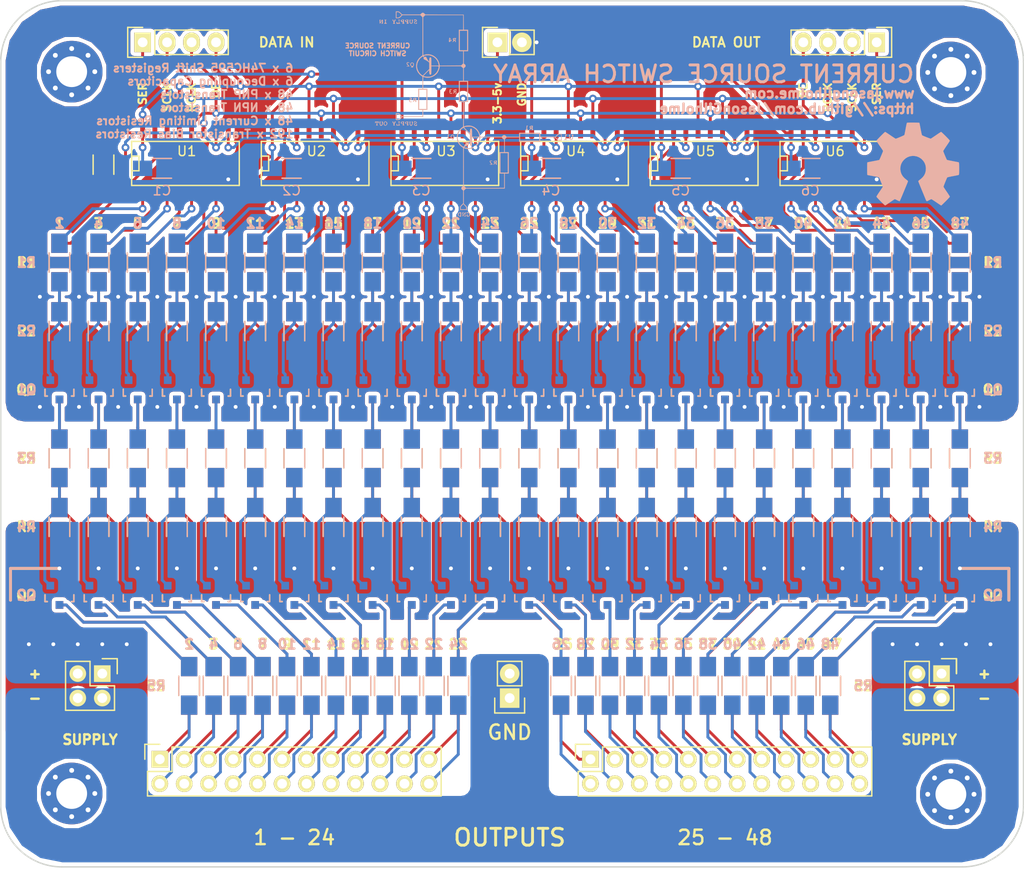
<source format=kicad_pcb>
(kicad_pcb (version 20160815) (host pcbnew no-vcs-found-undefined)
  (layers (0 F.Cu signal) (31 B.Cu signal) (34 B.Paste user hide) (35 F.Paste user hide) (36 B.SilkS user) (37 F.SilkS user) (38 B.Mask user hide) (39 F.Mask user hide) (44 Edge.Cuts user))
  (net 0 "")
  (net 1 "Net-(Q1-Pad1)")
  (net 2 "Net-(Q2-Pad1)")
  (net 3 "Net-(Q3-Pad1)")
  (net 4 "Net-(Q4-Pad1)")
  (net 5 "Net-(Q5-Pad1)")
  (net 6 "Net-(Q6-Pad1)")
  (net 7 "Net-(Q7-Pad1)")
  (net 8 "Net-(Q8-Pad1)")
  (net 9 "Net-(Q9-Pad1)")
  (net 10 "Net-(Q10-Pad1)")
  (net 11 "Net-(Q11-Pad1)")
  (net 12 "Net-(Q12-Pad1)")
  (net 13 "Net-(Q13-Pad1)")
  (net 14 "Net-(Q14-Pad1)")
  (net 15 "Net-(Q15-Pad1)")
  (net 16 "Net-(Q16-Pad1)")
  (net 17 "Net-(Q17-Pad1)")
  (net 18 "Net-(Q18-Pad1)")
  (net 19 "Net-(Q19-Pad1)")
  (net 20 "Net-(Q20-Pad1)")
  (net 21 "Net-(Q21-Pad1)")
  (net 22 "Net-(Q22-Pad1)")
  (net 23 "Net-(Q23-Pad1)")
  (net 24 "Net-(Q24-Pad1)")
  (net 25 "Net-(Q25-Pad1)")
  (net 26 "Net-(Q26-Pad1)")
  (net 27 "Net-(Q27-Pad1)")
  (net 28 "Net-(Q28-Pad1)")
  (net 29 "Net-(Q29-Pad1)")
  (net 30 "Net-(Q30-Pad1)")
  (net 31 "Net-(Q31-Pad1)")
  (net 32 "Net-(Q32-Pad1)")
  (net 33 /ic_01/switch_01/SIGNAL_IN)
  (net 34 GND)
  (net 35 /ic_01/V_LOAD_IN)
  (net 36 /ic_01/switch_02/SIGNAL_IN)
  (net 37 /ic_01/switch_03/SIGNAL_IN)
  (net 38 /ic_01/switch_04/SIGNAL_IN)
  (net 39 /ic_01/switch_05/SIGNAL_IN)
  (net 40 /ic_01/switch_06/SIGNAL_IN)
  (net 41 /ic_01/switch_07/SIGNAL_IN)
  (net 42 /ic_01/switch_08/SIGNAL_IN)
  (net 43 /ic_02/switch_01/SIGNAL_IN)
  (net 44 /ic_02/switch_02/SIGNAL_IN)
  (net 45 /ic_02/switch_03/SIGNAL_IN)
  (net 46 /ic_02/switch_04/SIGNAL_IN)
  (net 47 /ic_02/switch_05/SIGNAL_IN)
  (net 48 /ic_02/switch_06/SIGNAL_IN)
  (net 49 /ic_02/switch_07/SIGNAL_IN)
  (net 50 /ic_02/switch_08/SIGNAL_IN)
  (net 51 VCC)
  (net 52 /ic_01/SER_IN)
  (net 53 /ic_01/RCLK)
  (net 54 /ic_01/SRCLR)
  (net 55 /ic_01/OE)
  (net 56 /ic_01/OUT_01)
  (net 57 /ic_01/OUT_02)
  (net 58 /ic_01/OUT_03)
  (net 59 /ic_01/OUT_04)
  (net 60 /ic_01/OUT_05)
  (net 61 /ic_01/OUT_06)
  (net 62 /ic_01/OUT_07)
  (net 63 /ic_01/OUT_08)
  (net 64 /ic_02/OUT_01)
  (net 65 /ic_02/OUT_02)
  (net 66 /ic_02/OUT_03)
  (net 67 /ic_02/OUT_04)
  (net 68 /ic_02/OUT_05)
  (net 69 /ic_02/OUT_06)
  (net 70 /ic_02/OUT_07)
  (net 71 /ic_02/OUT_08)
  (net 72 /ic_03/OUT_01)
  (net 73 /ic_03/OUT_02)
  (net 74 /ic_03/OUT_03)
  (net 75 /ic_03/OUT_04)
  (net 76 /ic_03/OUT_05)
  (net 77 /ic_03/OUT_06)
  (net 78 /ic_03/OUT_07)
  (net 79 /ic_03/OUT_08)
  (net 80 /ic_06/SER_OUT)
  (net 81 /ic_06/OUT_08)
  (net 82 /ic_06/OUT_07)
  (net 83 /ic_06/OUT_06)
  (net 84 /ic_06/OUT_05)
  (net 85 /ic_06/OUT_04)
  (net 86 /ic_06/OUT_03)
  (net 87 /ic_06/OUT_02)
  (net 88 /ic_06/OUT_01)
  (net 89 /ic_05/OUT_08)
  (net 90 /ic_05/OUT_07)
  (net 91 /ic_05/OUT_06)
  (net 92 /ic_05/OUT_05)
  (net 93 /ic_05/OUT_04)
  (net 94 /ic_05/OUT_03)
  (net 95 /ic_05/OUT_02)
  (net 96 /ic_05/OUT_01)
  (net 97 /ic_04/OUT_08)
  (net 98 /ic_04/OUT_07)
  (net 99 /ic_04/OUT_06)
  (net 100 /ic_04/OUT_05)
  (net 101 /ic_04/OUT_04)
  (net 102 /ic_04/OUT_03)
  (net 103 /ic_04/OUT_02)
  (net 104 /ic_04/OUT_01)
  (net 105 "Net-(Q33-Pad1)")
  (net 106 "Net-(Q34-Pad1)")
  (net 107 "Net-(Q35-Pad1)")
  (net 108 "Net-(Q36-Pad1)")
  (net 109 "Net-(Q37-Pad1)")
  (net 110 "Net-(Q38-Pad1)")
  (net 111 "Net-(Q39-Pad1)")
  (net 112 "Net-(Q40-Pad1)")
  (net 113 "Net-(Q41-Pad1)")
  (net 114 "Net-(Q42-Pad1)")
  (net 115 "Net-(Q43-Pad1)")
  (net 116 "Net-(Q44-Pad1)")
  (net 117 "Net-(Q45-Pad1)")
  (net 118 "Net-(Q46-Pad1)")
  (net 119 "Net-(Q47-Pad1)")
  (net 120 "Net-(Q48-Pad1)")
  (net 121 "Net-(Q49-Pad1)")
  (net 122 "Net-(Q50-Pad1)")
  (net 123 "Net-(Q51-Pad1)")
  (net 124 "Net-(Q52-Pad1)")
  (net 125 "Net-(Q53-Pad1)")
  (net 126 "Net-(Q54-Pad1)")
  (net 127 "Net-(Q55-Pad1)")
  (net 128 "Net-(Q56-Pad1)")
  (net 129 "Net-(Q57-Pad1)")
  (net 130 "Net-(Q58-Pad1)")
  (net 131 "Net-(Q59-Pad1)")
  (net 132 "Net-(Q60-Pad1)")
  (net 133 "Net-(Q61-Pad1)")
  (net 134 "Net-(Q62-Pad1)")
  (net 135 "Net-(Q63-Pad1)")
  (net 136 "Net-(Q64-Pad1)")
  (net 137 "Net-(Q65-Pad1)")
  (net 138 "Net-(Q66-Pad1)")
  (net 139 "Net-(Q67-Pad1)")
  (net 140 "Net-(Q68-Pad1)")
  (net 141 "Net-(Q69-Pad1)")
  (net 142 "Net-(Q70-Pad1)")
  (net 143 "Net-(Q71-Pad1)")
  (net 144 "Net-(Q72-Pad1)")
  (net 145 "Net-(Q73-Pad1)")
  (net 146 "Net-(Q74-Pad1)")
  (net 147 "Net-(Q75-Pad1)")
  (net 148 "Net-(Q76-Pad1)")
  (net 149 "Net-(Q77-Pad1)")
  (net 150 "Net-(Q78-Pad1)")
  (net 151 "Net-(Q79-Pad1)")
  (net 152 "Net-(Q80-Pad1)")
  (net 153 "Net-(Q81-Pad1)")
  (net 154 "Net-(Q82-Pad1)")
  (net 155 "Net-(Q83-Pad1)")
  (net 156 "Net-(Q84-Pad1)")
  (net 157 "Net-(Q85-Pad1)")
  (net 158 "Net-(Q86-Pad1)")
  (net 159 "Net-(Q87-Pad1)")
  (net 160 "Net-(Q88-Pad1)")
  (net 161 "Net-(Q89-Pad1)")
  (net 162 "Net-(Q90-Pad1)")
  (net 163 "Net-(Q91-Pad1)")
  (net 164 "Net-(Q92-Pad1)")
  (net 165 "Net-(Q93-Pad1)")
  (net 166 "Net-(Q94-Pad1)")
  (net 167 "Net-(Q95-Pad1)")
  (net 168 "Net-(Q96-Pad1)")
  (net 169 /ic_03/switch_02/SIGNAL_IN)
  (net 170 /ic_03/switch_03/SIGNAL_IN)
  (net 171 /ic_03/switch_04/SIGNAL_IN)
  (net 172 /ic_03/switch_05/SIGNAL_IN)
  (net 173 /ic_03/switch_06/SIGNAL_IN)
  (net 174 /ic_03/switch_07/SIGNAL_IN)
  (net 175 /ic_03/switch_08/SIGNAL_IN)
  (net 176 /ic_03/switch_01/SIGNAL_IN)
  (net 177 /ic_04/switch_02/SIGNAL_IN)
  (net 178 /ic_04/switch_03/SIGNAL_IN)
  (net 179 /ic_04/switch_04/SIGNAL_IN)
  (net 180 /ic_04/switch_05/SIGNAL_IN)
  (net 181 /ic_04/switch_06/SIGNAL_IN)
  (net 182 /ic_04/switch_07/SIGNAL_IN)
  (net 183 /ic_04/switch_08/SIGNAL_IN)
  (net 184 /ic_04/switch_01/SIGNAL_IN)
  (net 185 /ic_05/switch_02/SIGNAL_IN)
  (net 186 /ic_05/switch_03/SIGNAL_IN)
  (net 187 /ic_05/switch_04/SIGNAL_IN)
  (net 188 /ic_05/switch_05/SIGNAL_IN)
  (net 189 /ic_05/switch_06/SIGNAL_IN)
  (net 190 /ic_05/switch_07/SIGNAL_IN)
  (net 191 /ic_05/switch_08/SIGNAL_IN)
  (net 192 /ic_05/switch_01/SIGNAL_IN)
  (net 193 /ic_06/switch_02/SIGNAL_IN)
  (net 194 /ic_06/switch_03/SIGNAL_IN)
  (net 195 /ic_06/switch_04/SIGNAL_IN)
  (net 196 /ic_06/switch_05/SIGNAL_IN)
  (net 197 /ic_06/switch_06/SIGNAL_IN)
  (net 198 /ic_06/switch_07/SIGNAL_IN)
  (net 199 /ic_06/switch_08/SIGNAL_IN)
  (net 200 /ic_06/switch_01/SIGNAL_IN)
  (net 201 /ic_02/SER_IN)
  (net 202 /ic_03/SER_IN)
  (net 203 /ic_04/SER_IN)
  (net 204 /ic_05/SER_IN)
  (net 205 /ic_06/SER_IN)
  (net 206 "Net-(Q1-Pad3)")
  (net 207 "Net-(Q3-Pad3)")
  (net 208 "Net-(Q5-Pad3)")
  (net 209 "Net-(Q7-Pad3)")
  (net 210 "Net-(Q9-Pad3)")
  (net 211 "Net-(Q11-Pad3)")
  (net 212 "Net-(Q13-Pad3)")
  (net 213 "Net-(Q15-Pad3)")
  (net 214 "Net-(Q17-Pad3)")
  (net 215 "Net-(Q19-Pad3)")
  (net 216 "Net-(Q21-Pad3)")
  (net 217 "Net-(Q23-Pad3)")
  (net 218 "Net-(Q25-Pad3)")
  (net 219 "Net-(Q27-Pad3)")
  (net 220 "Net-(Q29-Pad3)")
  (net 221 "Net-(Q31-Pad3)")
  (net 222 "Net-(Q33-Pad3)")
  (net 223 "Net-(Q35-Pad3)")
  (net 224 "Net-(Q37-Pad3)")
  (net 225 "Net-(Q39-Pad3)")
  (net 226 "Net-(Q41-Pad3)")
  (net 227 "Net-(Q43-Pad3)")
  (net 228 "Net-(Q45-Pad3)")
  (net 229 "Net-(Q47-Pad3)")
  (net 230 "Net-(Q49-Pad3)")
  (net 231 "Net-(Q51-Pad3)")
  (net 232 "Net-(Q53-Pad3)")
  (net 233 "Net-(Q55-Pad3)")
  (net 234 "Net-(Q57-Pad3)")
  (net 235 "Net-(Q59-Pad3)")
  (net 236 "Net-(Q61-Pad3)")
  (net 237 "Net-(Q63-Pad3)")
  (net 238 "Net-(Q65-Pad3)")
  (net 239 "Net-(Q67-Pad3)")
  (net 240 "Net-(Q69-Pad3)")
  (net 241 "Net-(Q71-Pad3)")
  (net 242 "Net-(Q73-Pad3)")
  (net 243 "Net-(Q75-Pad3)")
  (net 244 "Net-(Q77-Pad3)")
  (net 245 "Net-(Q79-Pad3)")
  (net 246 "Net-(Q81-Pad3)")
  (net 247 "Net-(Q83-Pad3)")
  (net 248 "Net-(Q85-Pad3)")
  (net 249 "Net-(Q87-Pad3)")
  (net 250 "Net-(Q89-Pad3)")
  (net 251 "Net-(Q91-Pad3)")
  (net 252 "Net-(Q93-Pad3)")
  (net 253 "Net-(Q95-Pad3)")
  (net 254 "Net-(P6-Pad1)")
  (net 255 "Net-(P6-Pad2)")
  (net 256 "Net-(P6-Pad3)")
  (net 257 "Net-(P6-Pad4)")
  (net 258 "Net-(P6-Pad5)")
  (net 259 "Net-(P6-Pad6)")
  (net 260 "Net-(P6-Pad7)")
  (net 261 "Net-(P6-Pad8)")
  (net 262 "Net-(P6-Pad9)")
  (net 263 "Net-(P6-Pad10)")
  (net 264 "Net-(P6-Pad11)")
  (net 265 "Net-(P6-Pad12)")
  (net 266 "Net-(P6-Pad13)")
  (net 267 "Net-(P6-Pad14)")
  (net 268 "Net-(P6-Pad15)")
  (net 269 "Net-(P6-Pad16)")
  (net 270 "Net-(P6-Pad17)")
  (net 271 "Net-(P6-Pad18)")
  (net 272 "Net-(P6-Pad19)")
  (net 273 "Net-(P6-Pad20)")
  (net 274 "Net-(P6-Pad21)")
  (net 275 "Net-(P6-Pad22)")
  (net 276 "Net-(P6-Pad23)")
  (net 277 "Net-(P6-Pad24)")
  (net 278 "Net-(P8-Pad24)")
  (net 279 "Net-(P8-Pad23)")
  (net 280 "Net-(P8-Pad22)")
  (net 281 "Net-(P8-Pad21)")
  (net 282 "Net-(P8-Pad20)")
  (net 283 "Net-(P8-Pad19)")
  (net 284 "Net-(P8-Pad18)")
  (net 285 "Net-(P8-Pad17)")
  (net 286 "Net-(P8-Pad16)")
  (net 287 "Net-(P8-Pad15)")
  (net 288 "Net-(P8-Pad14)")
  (net 289 "Net-(P8-Pad13)")
  (net 290 "Net-(P8-Pad12)")
  (net 291 "Net-(P8-Pad11)")
  (net 292 "Net-(P8-Pad10)")
  (net 293 "Net-(P8-Pad9)")
  (net 294 "Net-(P8-Pad8)")
  (net 295 "Net-(P8-Pad7)")
  (net 296 "Net-(P8-Pad6)")
  (net 297 "Net-(P8-Pad5)")
  (net 298 "Net-(P8-Pad4)")
  (net 299 "Net-(P8-Pad3)")
  (net 300 "Net-(P8-Pad2)")
  (net 301 "Net-(P8-Pad1)")
  (net 302 "Net-(P4-Pad3)")
  (net 303 /ic_01/SRCLK)
  (module KiCadLibs:switch_array_schem (layer B.Cu) (at 140.97 62.738 180)
    (fp_text reference G*** hide)
    (fp_text value LOGO hide)
  )
  (module Capacitors_SMD:C_1206_HandSoldering (layer B.Cu) (at 161.258 67.945)
    (fp_text reference C5 (at 0 2.3) (layer B.SilkS) (effects (justify mirror)))
    (fp_text value C)
    (pad 2 smd rect (at 2 0) (size 2 1.6) (layers B.Cu B.Paste B.Mask) (net 34 GND))
    (pad 1 smd rect (at -2 0) (size 2 1.6) (layers B.Cu B.Paste B.Mask) (net 51 VCC))
  )
  (module Capacitors_SMD:C_1206_HandSoldering (layer B.Cu) (at 134.334 67.945)
    (fp_text reference C3 (at 0 2.3) (layer B.SilkS) (effects (justify mirror)))
    (fp_text value C)
    (pad 1 smd rect (at -2 0) (size 2 1.6) (layers B.Cu B.Paste B.Mask) (net 51 VCC))
    (pad 2 smd rect (at 2 0) (size 2 1.6) (layers B.Cu B.Paste B.Mask) (net 34 GND))
  )
  (module Capacitors_SMD:C_1206_HandSoldering (layer B.Cu) (at 107.41 67.945)
    (fp_text reference C1 (at 0 2.3) (layer B.SilkS) (effects (justify mirror)))
    (fp_text value C)
    (pad 1 smd rect (at -2 0) (size 2 1.6) (layers B.Cu B.Paste B.Mask) (net 51 VCC))
    (pad 2 smd rect (at 2 0) (size 2 1.6) (layers B.Cu B.Paste B.Mask) (net 34 GND))
  )
  (module SMD_Packages:SO-16-N (layer F.Cu) (at 109.855 67.437)
    (fp_text reference U1 (at 0.127 -1.27) (layer F.SilkS))
    (fp_text value 74HC595)
    (pad 15 smd rect (at -3.175 -3.175) (size 0.508 1.143) (layers F.Cu F.Paste F.Mask) (net 33 /ic_01/switch_01/SIGNAL_IN))
    (pad 1 smd rect (at -4.445 3.175) (size 0.508 1.143) (layers F.Cu F.Paste F.Mask) (net 36 /ic_01/switch_02/SIGNAL_IN))
    (pad 2 smd rect (at -3.175 3.175) (size 0.508 1.143) (layers F.Cu F.Paste F.Mask) (net 37 /ic_01/switch_03/SIGNAL_IN))
    (pad 3 smd rect (at -1.905 3.175) (size 0.508 1.143) (layers F.Cu F.Paste F.Mask) (net 38 /ic_01/switch_04/SIGNAL_IN))
    (pad 4 smd rect (at -0.635 3.175) (size 0.508 1.143) (layers F.Cu F.Paste F.Mask) (net 39 /ic_01/switch_05/SIGNAL_IN))
    (pad 5 smd rect (at 0.635 3.175) (size 0.508 1.143) (layers F.Cu F.Paste F.Mask) (net 40 /ic_01/switch_06/SIGNAL_IN))
    (pad 6 smd rect (at 1.905 3.175) (size 0.508 1.143) (layers F.Cu F.Paste F.Mask) (net 41 /ic_01/switch_07/SIGNAL_IN))
    (pad 7 smd rect (at 3.175 3.175) (size 0.508 1.143) (layers F.Cu F.Paste F.Mask) (net 42 /ic_01/switch_08/SIGNAL_IN))
    (pad 8 smd rect (at 4.445 3.175) (size 0.508 1.143) (layers F.Cu F.Paste F.Mask) (net 34 GND))
    (pad 9 smd rect (at 4.445 -3.175) (size 0.508 1.143) (layers F.Cu F.Paste F.Mask) (net 201 /ic_02/SER_IN))
    (pad 10 smd rect (at 3.175 -3.175) (size 0.508 1.143) (layers F.Cu F.Paste F.Mask) (net 54 /ic_01/SRCLR))
    (pad 11 smd rect (at 1.905 -3.175) (size 0.508 1.143) (layers F.Cu F.Paste F.Mask) (net 303 /ic_01/SRCLK))
    (pad 12 smd rect (at 0.635 -3.175) (size 0.508 1.143) (layers F.Cu F.Paste F.Mask) (net 53 /ic_01/RCLK))
    (pad 13 smd rect (at -0.635 -3.175) (size 0.508 1.143) (layers F.Cu F.Paste F.Mask) (net 55 /ic_01/OE))
    (pad 14 smd rect (at -1.905 -3.175) (size 0.508 1.143) (layers F.Cu F.Paste F.Mask) (net 52 /ic_01/SER_IN))
    (pad 16 smd rect (at -4.445 -3.175) (size 0.508 1.143) (layers F.Cu F.Paste F.Mask) (net 51 VCC))
  )
  (module kicadFootprints:SolderWirePad_single_0-8mmDrill (layer F.Cu) (at 183.261 117.348)
    (fp_text reference REF** hide)
    (fp_text value SolderWirePad_single_0-8mmDrill hide)
    (pad 1 thru_hole circle (at 0 0) (size 0.8 0.8) (drill 0.4) (layers *.Cu) (net 35 /ic_01/V_LOAD_IN))
  )
  (module kicadFootprints:SolderWirePad_single_0-8mmDrill (layer F.Cu) (at 185.801 117.348)
    (fp_text reference REF** hide)
    (fp_text value SolderWirePad_single_0-8mmDrill hide)
    (pad 1 thru_hole circle (at 0 0) (size 0.8 0.8) (drill 0.4) (layers *.Cu) (net 35 /ic_01/V_LOAD_IN))
  )
  (module kicadFootprints:SolderWirePad_single_0-8mmDrill (layer F.Cu) (at 193.421 117.348)
    (fp_text reference REF** hide)
    (fp_text value SolderWirePad_single_0-8mmDrill hide)
    (pad 1 thru_hole circle (at 0 0) (size 0.8 0.8) (drill 0.4) (layers *.Cu) (net 35 /ic_01/V_LOAD_IN))
  )
  (module kicadFootprints:SolderWirePad_single_0-8mmDrill (layer F.Cu) (at 190.881 117.348)
    (fp_text reference REF** hide)
    (fp_text value SolderWirePad_single_0-8mmDrill hide)
    (pad 1 thru_hole circle (at 0 0) (size 0.8 0.8) (drill 0.4) (layers *.Cu) (net 35 /ic_01/V_LOAD_IN))
  )
  (module kicadFootprints:SolderWirePad_single_0-8mmDrill (layer F.Cu) (at 188.341 117.348)
    (fp_text reference REF** hide)
    (fp_text value SolderWirePad_single_0-8mmDrill hide)
    (pad 1 thru_hole circle (at 0 0) (size 0.8 0.8) (drill 0.4) (layers *.Cu) (net 35 /ic_01/V_LOAD_IN))
  )
  (module kicadFootprints:SolderWirePad_single_0-8mmDrill (layer F.Cu) (at 93.599 117.348)
    (fp_text reference REF** hide)
    (fp_text value SolderWirePad_single_0-8mmDrill hide)
    (pad 1 thru_hole circle (at 0 0) (size 0.8 0.8) (drill 0.4) (layers *.Cu) (net 35 /ic_01/V_LOAD_IN))
  )
  (module kicadFootprints:SolderWirePad_single_0-8mmDrill (layer F.Cu) (at 96.139 117.348)
    (fp_text reference REF** hide)
    (fp_text value SolderWirePad_single_0-8mmDrill hide)
    (pad 1 thru_hole circle (at 0 0) (size 0.8 0.8) (drill 0.4) (layers *.Cu) (net 35 /ic_01/V_LOAD_IN))
  )
  (module kicadFootprints:SolderWirePad_single_0-8mmDrill (layer F.Cu) (at 103.759 117.348)
    (fp_text reference REF** hide)
    (fp_text value SolderWirePad_single_0-8mmDrill hide)
    (pad 1 thru_hole circle (at 0 0) (size 0.8 0.8) (drill 0.4) (layers *.Cu) (net 35 /ic_01/V_LOAD_IN))
  )
  (module kicadFootprints:SolderWirePad_single_0-8mmDrill (layer F.Cu) (at 101.219 117.348)
    (fp_text reference REF** hide)
    (fp_text value SolderWirePad_single_0-8mmDrill hide)
    (pad 1 thru_hole circle (at 0 0) (size 0.8 0.8) (drill 0.4) (layers *.Cu) (net 35 /ic_01/V_LOAD_IN))
  )
  (module kicadFootprints:SolderWirePad_single_0-8mmDrill (layer F.Cu) (at 98.679 117.348)
    (fp_text reference REF** hide)
    (fp_text value SolderWirePad_single_0-8mmDrill hide)
    (pad 1 thru_hole circle (at 0 0) (size 0.8 0.8) (drill 0.4) (layers *.Cu) (net 35 /ic_01/V_LOAD_IN))
  )
  (module KiCadLibs:SOT-23_NOREF (layer F.Cu) (at 157.734 112.268 180)
    (fp_text reference Q60 hide)
    (fp_text value "MMTB 3906" hide)
    (pad 1 smd rect (at -0.95 1.00076 180) (size 0.8001 0.8001) (layers F.Cu F.Paste F.Mask) (net 132 "Net-(Q60-Pad1)"))
    (pad 2 smd rect (at 0.95 1.00076 180) (size 0.8001 0.8001) (layers F.Cu F.Paste F.Mask) (net 35 /ic_01/V_LOAD_IN))
    (pad 3 smd rect (at 0 -0.99822 180) (size 0.8001 0.8001) (layers F.Cu F.Paste F.Mask) (net 98 /ic_04/OUT_07))
  )
  (module KiCadLibs:SOT-23_NOREF (layer F.Cu) (at 96.774 90.932 180)
    (fp_text reference Q15 hide)
    (fp_text value PMBT3904 hide)
    (pad 1 smd rect (at -0.95 1.00076 180) (size 0.8001 0.8001) (layers F.Cu F.Paste F.Mask) (net 15 "Net-(Q15-Pad1)"))
    (pad 2 smd rect (at 0.95 1.00076 180) (size 0.8001 0.8001) (layers F.Cu F.Paste F.Mask) (net 34 GND))
    (pad 3 smd rect (at 0 -0.99822 180) (size 0.8001 0.8001) (layers F.Cu F.Paste F.Mask) (net 213 "Net-(Q15-Pad3)"))
  )
  (module KiCadLibs:SOT-23_NOREF (layer B.Cu) (at 96.774 90.932)
    (fp_text reference Q1 hide)
    (fp_text value PMBT3904 hide)
    (pad 1 smd rect (at -0.95 -1.00076) (size 0.8001 0.8001) (layers B.Cu B.Paste B.Mask) (net 1 "Net-(Q1-Pad1)"))
    (pad 2 smd rect (at 0.95 -1.00076) (size 0.8001 0.8001) (layers B.Cu B.Paste B.Mask) (net 34 GND))
    (pad 3 smd rect (at 0 0.99822) (size 0.8001 0.8001) (layers B.Cu B.Paste B.Mask) (net 206 "Net-(Q1-Pad3)"))
  )
  (module KiCadLibs:SOT-23_NOREF (layer B.Cu) (at 96.774 112.268)
    (fp_text reference Q2 hide)
    (fp_text value "MMTB 3906" hide)
    (pad 1 smd rect (at -0.95 -1.00076) (size 0.8001 0.8001) (layers B.Cu B.Paste B.Mask) (net 2 "Net-(Q2-Pad1)"))
    (pad 2 smd rect (at 0.95 -1.00076) (size 0.8001 0.8001) (layers B.Cu B.Paste B.Mask) (net 35 /ic_01/V_LOAD_IN))
    (pad 3 smd rect (at 0 0.99822) (size 0.8001 0.8001) (layers B.Cu B.Paste B.Mask) (net 57 /ic_01/OUT_02))
  )
  (module KiCadLibs:SOT-23_NOREF (layer F.Cu) (at 100.838 90.932 180)
    (fp_text reference Q3 hide)
    (fp_text value PMBT3904 hide)
    (pad 1 smd rect (at -0.95 1.00076 180) (size 0.8001 0.8001) (layers F.Cu F.Paste F.Mask) (net 3 "Net-(Q3-Pad1)"))
    (pad 2 smd rect (at 0.95 1.00076 180) (size 0.8001 0.8001) (layers F.Cu F.Paste F.Mask) (net 34 GND))
    (pad 3 smd rect (at 0 -0.99822 180) (size 0.8001 0.8001) (layers F.Cu F.Paste F.Mask) (net 207 "Net-(Q3-Pad3)"))
  )
  (module KiCadLibs:SOT-23_NOREF (layer F.Cu) (at 100.838 112.268 180)
    (fp_text reference Q4 hide)
    (fp_text value "MMTB 3906" hide)
    (pad 1 smd rect (at -0.95 1.00076 180) (size 0.8001 0.8001) (layers F.Cu F.Paste F.Mask) (net 4 "Net-(Q4-Pad1)"))
    (pad 2 smd rect (at 0.95 1.00076 180) (size 0.8001 0.8001) (layers F.Cu F.Paste F.Mask) (net 35 /ic_01/V_LOAD_IN))
    (pad 3 smd rect (at 0 -0.99822 180) (size 0.8001 0.8001) (layers F.Cu F.Paste F.Mask) (net 58 /ic_01/OUT_03))
  )
  (module KiCadLibs:SOT-23_NOREF (layer B.Cu) (at 100.838 90.932)
    (fp_text reference Q5 hide)
    (fp_text value PMBT3904 hide)
    (pad 1 smd rect (at -0.95 -1.00076) (size 0.8001 0.8001) (layers B.Cu B.Paste B.Mask) (net 5 "Net-(Q5-Pad1)"))
    (pad 2 smd rect (at 0.95 -1.00076) (size 0.8001 0.8001) (layers B.Cu B.Paste B.Mask) (net 34 GND))
    (pad 3 smd rect (at 0 0.99822) (size 0.8001 0.8001) (layers B.Cu B.Paste B.Mask) (net 208 "Net-(Q5-Pad3)"))
  )
  (module KiCadLibs:SOT-23_NOREF (layer B.Cu) (at 100.838 112.268)
    (fp_text reference Q6 hide)
    (fp_text value "MMTB 3906" hide)
    (pad 1 smd rect (at -0.95 -1.00076) (size 0.8001 0.8001) (layers B.Cu B.Paste B.Mask) (net 6 "Net-(Q6-Pad1)"))
    (pad 2 smd rect (at 0.95 -1.00076) (size 0.8001 0.8001) (layers B.Cu B.Paste B.Mask) (net 35 /ic_01/V_LOAD_IN))
    (pad 3 smd rect (at 0 0.99822) (size 0.8001 0.8001) (layers B.Cu B.Paste B.Mask) (net 59 /ic_01/OUT_04))
  )
  (module KiCadLibs:SOT-23_NOREF (layer F.Cu) (at 104.902 90.932 180)
    (fp_text reference Q7 hide)
    (fp_text value PMBT3904 hide)
    (pad 1 smd rect (at -0.95 1.00076 180) (size 0.8001 0.8001) (layers F.Cu F.Paste F.Mask) (net 7 "Net-(Q7-Pad1)"))
    (pad 2 smd rect (at 0.95 1.00076 180) (size 0.8001 0.8001) (layers F.Cu F.Paste F.Mask) (net 34 GND))
    (pad 3 smd rect (at 0 -0.99822 180) (size 0.8001 0.8001) (layers F.Cu F.Paste F.Mask) (net 209 "Net-(Q7-Pad3)"))
  )
  (module KiCadLibs:SOT-23_NOREF (layer F.Cu) (at 104.902 112.268 180)
    (fp_text reference Q8 hide)
    (fp_text value "MMTB 3906" hide)
    (pad 1 smd rect (at -0.95 1.00076 180) (size 0.8001 0.8001) (layers F.Cu F.Paste F.Mask) (net 8 "Net-(Q8-Pad1)"))
    (pad 2 smd rect (at 0.95 1.00076 180) (size 0.8001 0.8001) (layers F.Cu F.Paste F.Mask) (net 35 /ic_01/V_LOAD_IN))
    (pad 3 smd rect (at 0 -0.99822 180) (size 0.8001 0.8001) (layers F.Cu F.Paste F.Mask) (net 60 /ic_01/OUT_05))
  )
  (module KiCadLibs:SOT-23_NOREF (layer B.Cu) (at 104.902 90.932)
    (fp_text reference Q9 hide)
    (fp_text value PMBT3904 hide)
    (pad 1 smd rect (at -0.95 -1.00076) (size 0.8001 0.8001) (layers B.Cu B.Paste B.Mask) (net 9 "Net-(Q9-Pad1)"))
    (pad 2 smd rect (at 0.95 -1.00076) (size 0.8001 0.8001) (layers B.Cu B.Paste B.Mask) (net 34 GND))
    (pad 3 smd rect (at 0 0.99822) (size 0.8001 0.8001) (layers B.Cu B.Paste B.Mask) (net 210 "Net-(Q9-Pad3)"))
  )
  (module KiCadLibs:SOT-23_NOREF (layer B.Cu) (at 104.902 112.268)
    (fp_text reference Q10 hide)
    (fp_text value "MMTB 3906" hide)
    (pad 1 smd rect (at -0.95 -1.00076) (size 0.8001 0.8001) (layers B.Cu B.Paste B.Mask) (net 10 "Net-(Q10-Pad1)"))
    (pad 2 smd rect (at 0.95 -1.00076) (size 0.8001 0.8001) (layers B.Cu B.Paste B.Mask) (net 35 /ic_01/V_LOAD_IN))
    (pad 3 smd rect (at 0 0.99822) (size 0.8001 0.8001) (layers B.Cu B.Paste B.Mask) (net 61 /ic_01/OUT_06))
  )
  (module KiCadLibs:SOT-23_NOREF (layer F.Cu) (at 108.966 90.932 180)
    (fp_text reference Q11 hide)
    (fp_text value PMBT3904 hide)
    (pad 1 smd rect (at -0.95 1.00076 180) (size 0.8001 0.8001) (layers F.Cu F.Paste F.Mask) (net 11 "Net-(Q11-Pad1)"))
    (pad 2 smd rect (at 0.95 1.00076 180) (size 0.8001 0.8001) (layers F.Cu F.Paste F.Mask) (net 34 GND))
    (pad 3 smd rect (at 0 -0.99822 180) (size 0.8001 0.8001) (layers F.Cu F.Paste F.Mask) (net 211 "Net-(Q11-Pad3)"))
  )
  (module KiCadLibs:SOT-23_NOREF (layer F.Cu) (at 108.966 112.268 180)
    (fp_text reference Q12 hide)
    (fp_text value "MMTB 3906" hide)
    (pad 1 smd rect (at -0.95 1.00076 180) (size 0.8001 0.8001) (layers F.Cu F.Paste F.Mask) (net 12 "Net-(Q12-Pad1)"))
    (pad 2 smd rect (at 0.95 1.00076 180) (size 0.8001 0.8001) (layers F.Cu F.Paste F.Mask) (net 35 /ic_01/V_LOAD_IN))
    (pad 3 smd rect (at 0 -0.99822 180) (size 0.8001 0.8001) (layers F.Cu F.Paste F.Mask) (net 62 /ic_01/OUT_07))
  )
  (module KiCadLibs:SOT-23_NOREF (layer B.Cu) (at 108.966 90.932)
    (fp_text reference Q13 hide)
    (fp_text value PMBT3904 hide)
    (pad 1 smd rect (at -0.95 -1.00076) (size 0.8001 0.8001) (layers B.Cu B.Paste B.Mask) (net 13 "Net-(Q13-Pad1)"))
    (pad 2 smd rect (at 0.95 -1.00076) (size 0.8001 0.8001) (layers B.Cu B.Paste B.Mask) (net 34 GND))
    (pad 3 smd rect (at 0 0.99822) (size 0.8001 0.8001) (layers B.Cu B.Paste B.Mask) (net 212 "Net-(Q13-Pad3)"))
  )
  (module KiCadLibs:SOT-23_NOREF (layer B.Cu) (at 108.966 112.268)
    (fp_text reference Q14 hide)
    (fp_text value "MMTB 3906" hide)
    (pad 1 smd rect (at -0.95 -1.00076) (size 0.8001 0.8001) (layers B.Cu B.Paste B.Mask) (net 14 "Net-(Q14-Pad1)"))
    (pad 2 smd rect (at 0.95 -1.00076) (size 0.8001 0.8001) (layers B.Cu B.Paste B.Mask) (net 35 /ic_01/V_LOAD_IN))
    (pad 3 smd rect (at 0 0.99822) (size 0.8001 0.8001) (layers B.Cu B.Paste B.Mask) (net 63 /ic_01/OUT_08))
  )
  (module KiCadLibs:SOT-23_NOREF (layer F.Cu) (at 96.774 112.268 180)
    (fp_text reference Q16 hide)
    (fp_text value "MMTB 3906" hide)
    (pad 1 smd rect (at -0.95 1.00076 180) (size 0.8001 0.8001) (layers F.Cu F.Paste F.Mask) (net 16 "Net-(Q16-Pad1)"))
    (pad 2 smd rect (at 0.95 1.00076 180) (size 0.8001 0.8001) (layers F.Cu F.Paste F.Mask) (net 35 /ic_01/V_LOAD_IN))
    (pad 3 smd rect (at 0 -0.99822 180) (size 0.8001 0.8001) (layers F.Cu F.Paste F.Mask) (net 56 /ic_01/OUT_01))
  )
  (module KiCadLibs:SOT-23_NOREF (layer B.Cu) (at 113.03 90.932)
    (fp_text reference Q17 hide)
    (fp_text value PMBT3904 hide)
    (pad 1 smd rect (at -0.95 -1.00076) (size 0.8001 0.8001) (layers B.Cu B.Paste B.Mask) (net 17 "Net-(Q17-Pad1)"))
    (pad 2 smd rect (at 0.95 -1.00076) (size 0.8001 0.8001) (layers B.Cu B.Paste B.Mask) (net 34 GND))
    (pad 3 smd rect (at 0 0.99822) (size 0.8001 0.8001) (layers B.Cu B.Paste B.Mask) (net 214 "Net-(Q17-Pad3)"))
  )
  (module KiCadLibs:SOT-23_NOREF (layer B.Cu) (at 113.03 112.268)
    (fp_text reference Q18 hide)
    (fp_text value "MMTB 3906" hide)
    (pad 1 smd rect (at -0.95 -1.00076) (size 0.8001 0.8001) (layers B.Cu B.Paste B.Mask) (net 18 "Net-(Q18-Pad1)"))
    (pad 2 smd rect (at 0.95 -1.00076) (size 0.8001 0.8001) (layers B.Cu B.Paste B.Mask) (net 35 /ic_01/V_LOAD_IN))
    (pad 3 smd rect (at 0 0.99822) (size 0.8001 0.8001) (layers B.Cu B.Paste B.Mask) (net 65 /ic_02/OUT_02))
  )
  (module KiCadLibs:SOT-23_NOREF (layer F.Cu) (at 117.094 90.932 180)
    (fp_text reference Q19 hide)
    (fp_text value PMBT3904 hide)
    (pad 1 smd rect (at -0.95 1.00076 180) (size 0.8001 0.8001) (layers F.Cu F.Paste F.Mask) (net 19 "Net-(Q19-Pad1)"))
    (pad 2 smd rect (at 0.95 1.00076 180) (size 0.8001 0.8001) (layers F.Cu F.Paste F.Mask) (net 34 GND))
    (pad 3 smd rect (at 0 -0.99822 180) (size 0.8001 0.8001) (layers F.Cu F.Paste F.Mask) (net 215 "Net-(Q19-Pad3)"))
  )
  (module KiCadLibs:SOT-23_NOREF (layer F.Cu) (at 117.094 112.268 180)
    (fp_text reference Q20 hide)
    (fp_text value "MMTB 3906" hide)
    (pad 1 smd rect (at -0.95 1.00076 180) (size 0.8001 0.8001) (layers F.Cu F.Paste F.Mask) (net 20 "Net-(Q20-Pad1)"))
    (pad 2 smd rect (at 0.95 1.00076 180) (size 0.8001 0.8001) (layers F.Cu F.Paste F.Mask) (net 35 /ic_01/V_LOAD_IN))
    (pad 3 smd rect (at 0 -0.99822 180) (size 0.8001 0.8001) (layers F.Cu F.Paste F.Mask) (net 66 /ic_02/OUT_03))
  )
  (module KiCadLibs:SOT-23_NOREF (layer B.Cu) (at 117.094 90.932)
    (fp_text reference Q21 hide)
    (fp_text value PMBT3904 hide)
    (pad 1 smd rect (at -0.95 -1.00076) (size 0.8001 0.8001) (layers B.Cu B.Paste B.Mask) (net 21 "Net-(Q21-Pad1)"))
    (pad 2 smd rect (at 0.95 -1.00076) (size 0.8001 0.8001) (layers B.Cu B.Paste B.Mask) (net 34 GND))
    (pad 3 smd rect (at 0 0.99822) (size 0.8001 0.8001) (layers B.Cu B.Paste B.Mask) (net 216 "Net-(Q21-Pad3)"))
  )
  (module KiCadLibs:SOT-23_NOREF (layer B.Cu) (at 117.094 112.268)
    (fp_text reference Q22 hide)
    (fp_text value "MMTB 3906" hide)
    (pad 1 smd rect (at -0.95 -1.00076) (size 0.8001 0.8001) (layers B.Cu B.Paste B.Mask) (net 22 "Net-(Q22-Pad1)"))
    (pad 2 smd rect (at 0.95 -1.00076) (size 0.8001 0.8001) (layers B.Cu B.Paste B.Mask) (net 35 /ic_01/V_LOAD_IN))
    (pad 3 smd rect (at 0 0.99822) (size 0.8001 0.8001) (layers B.Cu B.Paste B.Mask) (net 67 /ic_02/OUT_04))
  )
  (module KiCadLibs:SOT-23_NOREF (layer F.Cu) (at 121.158 90.932 180)
    (fp_text reference Q23 hide)
    (fp_text value PMBT3904 hide)
    (pad 1 smd rect (at -0.95 1.00076 180) (size 0.8001 0.8001) (layers F.Cu F.Paste F.Mask) (net 23 "Net-(Q23-Pad1)"))
    (pad 2 smd rect (at 0.95 1.00076 180) (size 0.8001 0.8001) (layers F.Cu F.Paste F.Mask) (net 34 GND))
    (pad 3 smd rect (at 0 -0.99822 180) (size 0.8001 0.8001) (layers F.Cu F.Paste F.Mask) (net 217 "Net-(Q23-Pad3)"))
  )
  (module KiCadLibs:SOT-23_NOREF (layer F.Cu) (at 121.158 112.268 180)
    (fp_text reference Q24 hide)
    (fp_text value "MMTB 3906" hide)
    (pad 1 smd rect (at -0.95 1.00076 180) (size 0.8001 0.8001) (layers F.Cu F.Paste F.Mask) (net 24 "Net-(Q24-Pad1)"))
    (pad 2 smd rect (at 0.95 1.00076 180) (size 0.8001 0.8001) (layers F.Cu F.Paste F.Mask) (net 35 /ic_01/V_LOAD_IN))
    (pad 3 smd rect (at 0 -0.99822 180) (size 0.8001 0.8001) (layers F.Cu F.Paste F.Mask) (net 68 /ic_02/OUT_05))
  )
  (module KiCadLibs:SOT-23_NOREF (layer B.Cu) (at 121.158 90.932)
    (fp_text reference Q25 hide)
    (fp_text value PMBT3904 hide)
    (pad 1 smd rect (at -0.95 -1.00076) (size 0.8001 0.8001) (layers B.Cu B.Paste B.Mask) (net 25 "Net-(Q25-Pad1)"))
    (pad 2 smd rect (at 0.95 -1.00076) (size 0.8001 0.8001) (layers B.Cu B.Paste B.Mask) (net 34 GND))
    (pad 3 smd rect (at 0 0.99822) (size 0.8001 0.8001) (layers B.Cu B.Paste B.Mask) (net 218 "Net-(Q25-Pad3)"))
  )
  (module KiCadLibs:SOT-23_NOREF (layer B.Cu) (at 121.158 112.268)
    (fp_text reference Q26 hide)
    (fp_text value "MMTB 3906" hide)
    (pad 1 smd rect (at -0.95 -1.00076) (size 0.8001 0.8001) (layers B.Cu B.Paste B.Mask) (net 26 "Net-(Q26-Pad1)"))
    (pad 2 smd rect (at 0.95 -1.00076) (size 0.8001 0.8001) (layers B.Cu B.Paste B.Mask) (net 35 /ic_01/V_LOAD_IN))
    (pad 3 smd rect (at 0 0.99822) (size 0.8001 0.8001) (layers B.Cu B.Paste B.Mask) (net 69 /ic_02/OUT_06))
  )
  (module KiCadLibs:SOT-23_NOREF (layer F.Cu) (at 125.222 90.932 180)
    (fp_text reference Q27 hide)
    (fp_text value PMBT3904 hide)
    (pad 1 smd rect (at -0.95 1.00076 180) (size 0.8001 0.8001) (layers F.Cu F.Paste F.Mask) (net 27 "Net-(Q27-Pad1)"))
    (pad 2 smd rect (at 0.95 1.00076 180) (size 0.8001 0.8001) (layers F.Cu F.Paste F.Mask) (net 34 GND))
    (pad 3 smd rect (at 0 -0.99822 180) (size 0.8001 0.8001) (layers F.Cu F.Paste F.Mask) (net 219 "Net-(Q27-Pad3)"))
  )
  (module KiCadLibs:SOT-23_NOREF (layer F.Cu) (at 125.222 112.268 180)
    (fp_text reference Q28 hide)
    (fp_text value "MMTB 3906" hide)
    (pad 1 smd rect (at -0.95 1.00076 180) (size 0.8001 0.8001) (layers F.Cu F.Paste F.Mask) (net 28 "Net-(Q28-Pad1)"))
    (pad 2 smd rect (at 0.95 1.00076 180) (size 0.8001 0.8001) (layers F.Cu F.Paste F.Mask) (net 35 /ic_01/V_LOAD_IN))
    (pad 3 smd rect (at 0 -0.99822 180) (size 0.8001 0.8001) (layers F.Cu F.Paste F.Mask) (net 70 /ic_02/OUT_07))
  )
  (module KiCadLibs:SOT-23_NOREF (layer B.Cu) (at 125.222 90.932)
    (fp_text reference Q29 hide)
    (fp_text value PMBT3904 hide)
    (pad 1 smd rect (at -0.95 -1.00076) (size 0.8001 0.8001) (layers B.Cu B.Paste B.Mask) (net 29 "Net-(Q29-Pad1)"))
    (pad 2 smd rect (at 0.95 -1.00076) (size 0.8001 0.8001) (layers B.Cu B.Paste B.Mask) (net 34 GND))
    (pad 3 smd rect (at 0 0.99822) (size 0.8001 0.8001) (layers B.Cu B.Paste B.Mask) (net 220 "Net-(Q29-Pad3)"))
  )
  (module KiCadLibs:SOT-23_NOREF (layer B.Cu) (at 125.222 112.268)
    (fp_text reference Q30 hide)
    (fp_text value "MMTB 3906" hide)
    (pad 1 smd rect (at -0.95 -1.00076) (size 0.8001 0.8001) (layers B.Cu B.Paste B.Mask) (net 30 "Net-(Q30-Pad1)"))
    (pad 2 smd rect (at 0.95 -1.00076) (size 0.8001 0.8001) (layers B.Cu B.Paste B.Mask) (net 35 /ic_01/V_LOAD_IN))
    (pad 3 smd rect (at 0 0.99822) (size 0.8001 0.8001) (layers B.Cu B.Paste B.Mask) (net 71 /ic_02/OUT_08))
  )
  (module KiCadLibs:SOT-23_NOREF (layer F.Cu) (at 113.03 90.932 180)
    (fp_text reference Q31 hide)
    (fp_text value PMBT3904 hide)
    (pad 1 smd rect (at -0.95 1.00076 180) (size 0.8001 0.8001) (layers F.Cu F.Paste F.Mask) (net 31 "Net-(Q31-Pad1)"))
    (pad 2 smd rect (at 0.95 1.00076 180) (size 0.8001 0.8001) (layers F.Cu F.Paste F.Mask) (net 34 GND))
    (pad 3 smd rect (at 0 -0.99822 180) (size 0.8001 0.8001) (layers F.Cu F.Paste F.Mask) (net 221 "Net-(Q31-Pad3)"))
  )
  (module KiCadLibs:SOT-23_NOREF (layer F.Cu) (at 113.03 112.268 180)
    (fp_text reference Q32 hide)
    (fp_text value "MMTB 3906" hide)
    (pad 1 smd rect (at -0.95 1.00076 180) (size 0.8001 0.8001) (layers F.Cu F.Paste F.Mask) (net 32 "Net-(Q32-Pad1)"))
    (pad 2 smd rect (at 0.95 1.00076 180) (size 0.8001 0.8001) (layers F.Cu F.Paste F.Mask) (net 35 /ic_01/V_LOAD_IN))
    (pad 3 smd rect (at 0 -0.99822 180) (size 0.8001 0.8001) (layers F.Cu F.Paste F.Mask) (net 64 /ic_02/OUT_01))
  )
  (module KiCadLibs:SOT-23_NOREF (layer B.Cu) (at 129.286 90.932)
    (fp_text reference Q33 hide)
    (fp_text value PMBT3904 hide)
    (pad 1 smd rect (at -0.95 -1.00076) (size 0.8001 0.8001) (layers B.Cu B.Paste B.Mask) (net 105 "Net-(Q33-Pad1)"))
    (pad 2 smd rect (at 0.95 -1.00076) (size 0.8001 0.8001) (layers B.Cu B.Paste B.Mask) (net 34 GND))
    (pad 3 smd rect (at 0 0.99822) (size 0.8001 0.8001) (layers B.Cu B.Paste B.Mask) (net 222 "Net-(Q33-Pad3)"))
  )
  (module KiCadLibs:SOT-23_NOREF (layer B.Cu) (at 129.286 112.268)
    (fp_text reference Q34 hide)
    (fp_text value "MMTB 3906" hide)
    (pad 1 smd rect (at -0.95 -1.00076) (size 0.8001 0.8001) (layers B.Cu B.Paste B.Mask) (net 106 "Net-(Q34-Pad1)"))
    (pad 2 smd rect (at 0.95 -1.00076) (size 0.8001 0.8001) (layers B.Cu B.Paste B.Mask) (net 35 /ic_01/V_LOAD_IN))
    (pad 3 smd rect (at 0 0.99822) (size 0.8001 0.8001) (layers B.Cu B.Paste B.Mask) (net 73 /ic_03/OUT_02))
  )
  (module KiCadLibs:SOT-23_NOREF (layer F.Cu) (at 133.35 90.932 180)
    (fp_text reference Q35 hide)
    (fp_text value PMBT3904 hide)
    (pad 1 smd rect (at -0.95 1.00076 180) (size 0.8001 0.8001) (layers F.Cu F.Paste F.Mask) (net 107 "Net-(Q35-Pad1)"))
    (pad 2 smd rect (at 0.95 1.00076 180) (size 0.8001 0.8001) (layers F.Cu F.Paste F.Mask) (net 34 GND))
    (pad 3 smd rect (at 0 -0.99822 180) (size 0.8001 0.8001) (layers F.Cu F.Paste F.Mask) (net 223 "Net-(Q35-Pad3)"))
  )
  (module KiCadLibs:SOT-23_NOREF (layer F.Cu) (at 133.35 112.268 180)
    (fp_text reference Q36 hide)
    (fp_text value "MMTB 3906" hide)
    (pad 1 smd rect (at -0.95 1.00076 180) (size 0.8001 0.8001) (layers F.Cu F.Paste F.Mask) (net 108 "Net-(Q36-Pad1)"))
    (pad 2 smd rect (at 0.95 1.00076 180) (size 0.8001 0.8001) (layers F.Cu F.Paste F.Mask) (net 35 /ic_01/V_LOAD_IN))
    (pad 3 smd rect (at 0 -0.99822 180) (size 0.8001 0.8001) (layers F.Cu F.Paste F.Mask) (net 74 /ic_03/OUT_03))
  )
  (module KiCadLibs:SOT-23_NOREF (layer B.Cu) (at 133.35 90.932)
    (fp_text reference Q37 hide)
    (fp_text value PMBT3904 hide)
    (pad 1 smd rect (at -0.95 -1.00076) (size 0.8001 0.8001) (layers B.Cu B.Paste B.Mask) (net 109 "Net-(Q37-Pad1)"))
    (pad 2 smd rect (at 0.95 -1.00076) (size 0.8001 0.8001) (layers B.Cu B.Paste B.Mask) (net 34 GND))
    (pad 3 smd rect (at 0 0.99822) (size 0.8001 0.8001) (layers B.Cu B.Paste B.Mask) (net 224 "Net-(Q37-Pad3)"))
  )
  (module KiCadLibs:SOT-23_NOREF (layer B.Cu) (at 133.35 112.268)
    (fp_text reference Q38 hide)
    (fp_text value "MMTB 3906" hide)
    (pad 1 smd rect (at -0.95 -1.00076) (size 0.8001 0.8001) (layers B.Cu B.Paste B.Mask) (net 110 "Net-(Q38-Pad1)"))
    (pad 2 smd rect (at 0.95 -1.00076) (size 0.8001 0.8001) (layers B.Cu B.Paste B.Mask) (net 35 /ic_01/V_LOAD_IN))
    (pad 3 smd rect (at 0 0.99822) (size 0.8001 0.8001) (layers B.Cu B.Paste B.Mask) (net 75 /ic_03/OUT_04))
  )
  (module KiCadLibs:SOT-23_NOREF (layer F.Cu) (at 137.414 90.932 180)
    (fp_text reference Q39 hide)
    (fp_text value PMBT3904 hide)
    (pad 1 smd rect (at -0.95 1.00076 180) (size 0.8001 0.8001) (layers F.Cu F.Paste F.Mask) (net 111 "Net-(Q39-Pad1)"))
    (pad 2 smd rect (at 0.95 1.00076 180) (size 0.8001 0.8001) (layers F.Cu F.Paste F.Mask) (net 34 GND))
    (pad 3 smd rect (at 0 -0.99822 180) (size 0.8001 0.8001) (layers F.Cu F.Paste F.Mask) (net 225 "Net-(Q39-Pad3)"))
  )
  (module KiCadLibs:SOT-23_NOREF (layer F.Cu) (at 137.414 112.268 180)
    (fp_text reference Q40 hide)
    (fp_text value "MMTB 3906" hide)
    (pad 1 smd rect (at -0.95 1.00076 180) (size 0.8001 0.8001) (layers F.Cu F.Paste F.Mask) (net 112 "Net-(Q40-Pad1)"))
    (pad 2 smd rect (at 0.95 1.00076 180) (size 0.8001 0.8001) (layers F.Cu F.Paste F.Mask) (net 35 /ic_01/V_LOAD_IN))
    (pad 3 smd rect (at 0 -0.99822 180) (size 0.8001 0.8001) (layers F.Cu F.Paste F.Mask) (net 76 /ic_03/OUT_05))
  )
  (module KiCadLibs:SOT-23_NOREF (layer B.Cu) (at 137.414 90.932)
    (fp_text reference Q41 hide)
    (fp_text value PMBT3904 hide)
    (pad 1 smd rect (at -0.95 -1.00076) (size 0.8001 0.8001) (layers B.Cu B.Paste B.Mask) (net 113 "Net-(Q41-Pad1)"))
    (pad 2 smd rect (at 0.95 -1.00076) (size 0.8001 0.8001) (layers B.Cu B.Paste B.Mask) (net 34 GND))
    (pad 3 smd rect (at 0 0.99822) (size 0.8001 0.8001) (layers B.Cu B.Paste B.Mask) (net 226 "Net-(Q41-Pad3)"))
  )
  (module KiCadLibs:SOT-23_NOREF (layer B.Cu) (at 137.414 112.268)
    (fp_text reference Q42 hide)
    (fp_text value "MMTB 3906" hide)
    (pad 1 smd rect (at -0.95 -1.00076) (size 0.8001 0.8001) (layers B.Cu B.Paste B.Mask) (net 114 "Net-(Q42-Pad1)"))
    (pad 2 smd rect (at 0.95 -1.00076) (size 0.8001 0.8001) (layers B.Cu B.Paste B.Mask) (net 35 /ic_01/V_LOAD_IN))
    (pad 3 smd rect (at 0 0.99822) (size 0.8001 0.8001) (layers B.Cu B.Paste B.Mask) (net 77 /ic_03/OUT_06))
  )
  (module KiCadLibs:SOT-23_NOREF (layer F.Cu) (at 141.478 90.932 180)
    (fp_text reference Q43 hide)
    (fp_text value PMBT3904 hide)
    (pad 1 smd rect (at -0.95 1.00076 180) (size 0.8001 0.8001) (layers F.Cu F.Paste F.Mask) (net 115 "Net-(Q43-Pad1)"))
    (pad 2 smd rect (at 0.95 1.00076 180) (size 0.8001 0.8001) (layers F.Cu F.Paste F.Mask) (net 34 GND))
    (pad 3 smd rect (at 0 -0.99822 180) (size 0.8001 0.8001) (layers F.Cu F.Paste F.Mask) (net 227 "Net-(Q43-Pad3)"))
  )
  (module KiCadLibs:SOT-23_NOREF (layer F.Cu) (at 141.478 112.268 180)
    (fp_text reference Q44 hide)
    (fp_text value "MMTB 3906" hide)
    (pad 1 smd rect (at -0.95 1.00076 180) (size 0.8001 0.8001) (layers F.Cu F.Paste F.Mask) (net 116 "Net-(Q44-Pad1)"))
    (pad 2 smd rect (at 0.95 1.00076 180) (size 0.8001 0.8001) (layers F.Cu F.Paste F.Mask) (net 35 /ic_01/V_LOAD_IN))
    (pad 3 smd rect (at 0 -0.99822 180) (size 0.8001 0.8001) (layers F.Cu F.Paste F.Mask) (net 78 /ic_03/OUT_07))
  )
  (module KiCadLibs:SOT-23_NOREF (layer B.Cu) (at 141.478 90.932)
    (fp_text reference Q45 hide)
    (fp_text value PMBT3904 hide)
    (pad 1 smd rect (at -0.95 -1.00076) (size 0.8001 0.8001) (layers B.Cu B.Paste B.Mask) (net 117 "Net-(Q45-Pad1)"))
    (pad 2 smd rect (at 0.95 -1.00076) (size 0.8001 0.8001) (layers B.Cu B.Paste B.Mask) (net 34 GND))
    (pad 3 smd rect (at 0 0.99822) (size 0.8001 0.8001) (layers B.Cu B.Paste B.Mask) (net 228 "Net-(Q45-Pad3)"))
  )
  (module KiCadLibs:SOT-23_NOREF (layer B.Cu) (at 141.478 112.268)
    (fp_text reference Q46 hide)
    (fp_text value "MMTB 3906" hide)
    (pad 1 smd rect (at -0.95 -1.00076) (size 0.8001 0.8001) (layers B.Cu B.Paste B.Mask) (net 118 "Net-(Q46-Pad1)"))
    (pad 2 smd rect (at 0.95 -1.00076) (size 0.8001 0.8001) (layers B.Cu B.Paste B.Mask) (net 35 /ic_01/V_LOAD_IN))
    (pad 3 smd rect (at 0 0.99822) (size 0.8001 0.8001) (layers B.Cu B.Paste B.Mask) (net 79 /ic_03/OUT_08))
  )
  (module KiCadLibs:SOT-23_NOREF (layer F.Cu) (at 129.286 90.932 180)
    (fp_text reference Q47 hide)
    (fp_text value PMBT3904 hide)
    (pad 1 smd rect (at -0.95 1.00076 180) (size 0.8001 0.8001) (layers F.Cu F.Paste F.Mask) (net 119 "Net-(Q47-Pad1)"))
    (pad 2 smd rect (at 0.95 1.00076 180) (size 0.8001 0.8001) (layers F.Cu F.Paste F.Mask) (net 34 GND))
    (pad 3 smd rect (at 0 -0.99822 180) (size 0.8001 0.8001) (layers F.Cu F.Paste F.Mask) (net 229 "Net-(Q47-Pad3)"))
  )
  (module KiCadLibs:SOT-23_NOREF (layer F.Cu) (at 129.286 112.268 180)
    (fp_text reference Q48 hide)
    (fp_text value "MMTB 3906" hide)
    (pad 1 smd rect (at -0.95 1.00076 180) (size 0.8001 0.8001) (layers F.Cu F.Paste F.Mask) (net 120 "Net-(Q48-Pad1)"))
    (pad 2 smd rect (at 0.95 1.00076 180) (size 0.8001 0.8001) (layers F.Cu F.Paste F.Mask) (net 35 /ic_01/V_LOAD_IN))
    (pad 3 smd rect (at 0 -0.99822 180) (size 0.8001 0.8001) (layers F.Cu F.Paste F.Mask) (net 72 /ic_03/OUT_01))
  )
  (module KiCadLibs:SOT-23_NOREF (layer B.Cu) (at 145.542 90.932)
    (fp_text reference Q49 hide)
    (fp_text value PMBT3904 hide)
    (pad 1 smd rect (at -0.95 -1.00076) (size 0.8001 0.8001) (layers B.Cu B.Paste B.Mask) (net 121 "Net-(Q49-Pad1)"))
    (pad 2 smd rect (at 0.95 -1.00076) (size 0.8001 0.8001) (layers B.Cu B.Paste B.Mask) (net 34 GND))
    (pad 3 smd rect (at 0 0.99822) (size 0.8001 0.8001) (layers B.Cu B.Paste B.Mask) (net 230 "Net-(Q49-Pad3)"))
  )
  (module KiCadLibs:SOT-23_NOREF (layer B.Cu) (at 145.542 112.268)
    (fp_text reference Q50 hide)
    (fp_text value "MMTB 3906" hide)
    (pad 1 smd rect (at -0.95 -1.00076) (size 0.8001 0.8001) (layers B.Cu B.Paste B.Mask) (net 122 "Net-(Q50-Pad1)"))
    (pad 2 smd rect (at 0.95 -1.00076) (size 0.8001 0.8001) (layers B.Cu B.Paste B.Mask) (net 35 /ic_01/V_LOAD_IN))
    (pad 3 smd rect (at 0 0.99822) (size 0.8001 0.8001) (layers B.Cu B.Paste B.Mask) (net 103 /ic_04/OUT_02))
  )
  (module KiCadLibs:SOT-23_NOREF (layer F.Cu) (at 149.606 90.932 180)
    (fp_text reference Q51 hide)
    (fp_text value PMBT3904 hide)
    (pad 1 smd rect (at -0.95 1.00076 180) (size 0.8001 0.8001) (layers F.Cu F.Paste F.Mask) (net 123 "Net-(Q51-Pad1)"))
    (pad 2 smd rect (at 0.95 1.00076 180) (size 0.8001 0.8001) (layers F.Cu F.Paste F.Mask) (net 34 GND))
    (pad 3 smd rect (at 0 -0.99822 180) (size 0.8001 0.8001) (layers F.Cu F.Paste F.Mask) (net 231 "Net-(Q51-Pad3)"))
  )
  (module KiCadLibs:SOT-23_NOREF (layer F.Cu) (at 149.606 112.268 180)
    (fp_text reference Q52 hide)
    (fp_text value "MMTB 3906" hide)
    (pad 1 smd rect (at -0.95 1.00076 180) (size 0.8001 0.8001) (layers F.Cu F.Paste F.Mask) (net 124 "Net-(Q52-Pad1)"))
    (pad 2 smd rect (at 0.95 1.00076 180) (size 0.8001 0.8001) (layers F.Cu F.Paste F.Mask) (net 35 /ic_01/V_LOAD_IN))
    (pad 3 smd rect (at 0 -0.99822 180) (size 0.8001 0.8001) (layers F.Cu F.Paste F.Mask) (net 102 /ic_04/OUT_03))
  )
  (module KiCadLibs:SOT-23_NOREF (layer B.Cu) (at 149.606 90.932)
    (fp_text reference Q53 hide)
    (fp_text value PMBT3904 hide)
    (pad 1 smd rect (at -0.95 -1.00076) (size 0.8001 0.8001) (layers B.Cu B.Paste B.Mask) (net 125 "Net-(Q53-Pad1)"))
    (pad 2 smd rect (at 0.95 -1.00076) (size 0.8001 0.8001) (layers B.Cu B.Paste B.Mask) (net 34 GND))
    (pad 3 smd rect (at 0 0.99822) (size 0.8001 0.8001) (layers B.Cu B.Paste B.Mask) (net 232 "Net-(Q53-Pad3)"))
  )
  (module KiCadLibs:SOT-23_NOREF (layer B.Cu) (at 149.606 112.268)
    (fp_text reference Q54 hide)
    (fp_text value "MMTB 3906" hide)
    (pad 1 smd rect (at -0.95 -1.00076) (size 0.8001 0.8001) (layers B.Cu B.Paste B.Mask) (net 126 "Net-(Q54-Pad1)"))
    (pad 2 smd rect (at 0.95 -1.00076) (size 0.8001 0.8001) (layers B.Cu B.Paste B.Mask) (net 35 /ic_01/V_LOAD_IN))
    (pad 3 smd rect (at 0 0.99822) (size 0.8001 0.8001) (layers B.Cu B.Paste B.Mask) (net 101 /ic_04/OUT_04))
  )
  (module KiCadLibs:SOT-23_NOREF (layer F.Cu) (at 153.67 90.932 180)
    (fp_text reference Q55 hide)
    (fp_text value PMBT3904 hide)
    (pad 1 smd rect (at -0.95 1.00076 180) (size 0.8001 0.8001) (layers F.Cu F.Paste F.Mask) (net 127 "Net-(Q55-Pad1)"))
    (pad 2 smd rect (at 0.95 1.00076 180) (size 0.8001 0.8001) (layers F.Cu F.Paste F.Mask) (net 34 GND))
    (pad 3 smd rect (at 0 -0.99822 180) (size 0.8001 0.8001) (layers F.Cu F.Paste F.Mask) (net 233 "Net-(Q55-Pad3)"))
  )
  (module KiCadLibs:SOT-23_NOREF (layer F.Cu) (at 153.67 112.268 180)
    (fp_text reference Q56 hide)
    (fp_text value "MMTB 3906" hide)
    (pad 1 smd rect (at -0.95 1.00076 180) (size 0.8001 0.8001) (layers F.Cu F.Paste F.Mask) (net 128 "Net-(Q56-Pad1)"))
    (pad 2 smd rect (at 0.95 1.00076 180) (size 0.8001 0.8001) (layers F.Cu F.Paste F.Mask) (net 35 /ic_01/V_LOAD_IN))
    (pad 3 smd rect (at 0 -0.99822 180) (size 0.8001 0.8001) (layers F.Cu F.Paste F.Mask) (net 100 /ic_04/OUT_05))
  )
  (module KiCadLibs:SOT-23_NOREF (layer B.Cu) (at 153.67 90.932)
    (fp_text reference Q57 hide)
    (fp_text value PMBT3904 hide)
    (pad 1 smd rect (at -0.95 -1.00076) (size 0.8001 0.8001) (layers B.Cu B.Paste B.Mask) (net 129 "Net-(Q57-Pad1)"))
    (pad 2 smd rect (at 0.95 -1.00076) (size 0.8001 0.8001) (layers B.Cu B.Paste B.Mask) (net 34 GND))
    (pad 3 smd rect (at 0 0.99822) (size 0.8001 0.8001) (layers B.Cu B.Paste B.Mask) (net 234 "Net-(Q57-Pad3)"))
  )
  (module KiCadLibs:SOT-23_NOREF (layer B.Cu) (at 153.67 112.268)
    (fp_text reference Q58 hide)
    (fp_text value "MMTB 3906" hide)
    (pad 1 smd rect (at -0.95 -1.00076) (size 0.8001 0.8001) (layers B.Cu B.Paste B.Mask) (net 130 "Net-(Q58-Pad1)"))
    (pad 2 smd rect (at 0.95 -1.00076) (size 0.8001 0.8001) (layers B.Cu B.Paste B.Mask) (net 35 /ic_01/V_LOAD_IN))
    (pad 3 smd rect (at 0 0.99822) (size 0.8001 0.8001) (layers B.Cu B.Paste B.Mask) (net 99 /ic_04/OUT_06))
  )
  (module KiCadLibs:SOT-23_NOREF (layer F.Cu) (at 157.734 90.932 180)
    (fp_text reference Q59 hide)
    (fp_text value PMBT3904 hide)
    (pad 1 smd rect (at -0.95 1.00076 180) (size 0.8001 0.8001) (layers F.Cu F.Paste F.Mask) (net 131 "Net-(Q59-Pad1)"))
    (pad 2 smd rect (at 0.95 1.00076 180) (size 0.8001 0.8001) (layers F.Cu F.Paste F.Mask) (net 34 GND))
    (pad 3 smd rect (at 0 -0.99822 180) (size 0.8001 0.8001) (layers F.Cu F.Paste F.Mask) (net 235 "Net-(Q59-Pad3)"))
  )
  (module KiCadLibs:SOT-23_NOREF (layer B.Cu) (at 157.734 90.932)
    (fp_text reference Q61 hide)
    (fp_text value PMBT3904 hide)
    (pad 1 smd rect (at -0.95 -1.00076) (size 0.8001 0.8001) (layers B.Cu B.Paste B.Mask) (net 133 "Net-(Q61-Pad1)"))
    (pad 2 smd rect (at 0.95 -1.00076) (size 0.8001 0.8001) (layers B.Cu B.Paste B.Mask) (net 34 GND))
    (pad 3 smd rect (at 0 0.99822) (size 0.8001 0.8001) (layers B.Cu B.Paste B.Mask) (net 236 "Net-(Q61-Pad3)"))
  )
  (module KiCadLibs:SOT-23_NOREF (layer B.Cu) (at 157.734 112.268)
    (fp_text reference Q62 hide)
    (fp_text value "MMTB 3906" hide)
    (pad 1 smd rect (at -0.95 -1.00076) (size 0.8001 0.8001) (layers B.Cu B.Paste B.Mask) (net 134 "Net-(Q62-Pad1)"))
    (pad 2 smd rect (at 0.95 -1.00076) (size 0.8001 0.8001) (layers B.Cu B.Paste B.Mask) (net 35 /ic_01/V_LOAD_IN))
    (pad 3 smd rect (at 0 0.99822) (size 0.8001 0.8001) (layers B.Cu B.Paste B.Mask) (net 97 /ic_04/OUT_08))
  )
  (module KiCadLibs:SOT-23_NOREF (layer F.Cu) (at 145.542 90.932 180)
    (fp_text reference Q63 hide)
    (fp_text value PMBT3904 hide)
    (pad 1 smd rect (at -0.95 1.00076 180) (size 0.8001 0.8001) (layers F.Cu F.Paste F.Mask) (net 135 "Net-(Q63-Pad1)"))
    (pad 2 smd rect (at 0.95 1.00076 180) (size 0.8001 0.8001) (layers F.Cu F.Paste F.Mask) (net 34 GND))
    (pad 3 smd rect (at 0 -0.99822 180) (size 0.8001 0.8001) (layers F.Cu F.Paste F.Mask) (net 237 "Net-(Q63-Pad3)"))
  )
  (module KiCadLibs:SOT-23_NOREF (layer F.Cu) (at 145.542 112.268 180)
    (fp_text reference Q64 hide)
    (fp_text value "MMTB 3906" hide)
    (pad 1 smd rect (at -0.95 1.00076 180) (size 0.8001 0.8001) (layers F.Cu F.Paste F.Mask) (net 136 "Net-(Q64-Pad1)"))
    (pad 2 smd rect (at 0.95 1.00076 180) (size 0.8001 0.8001) (layers F.Cu F.Paste F.Mask) (net 35 /ic_01/V_LOAD_IN))
    (pad 3 smd rect (at 0 -0.99822 180) (size 0.8001 0.8001) (layers F.Cu F.Paste F.Mask) (net 104 /ic_04/OUT_01))
  )
  (module KiCadLibs:SOT-23_NOREF (layer B.Cu) (at 161.798 90.932)
    (fp_text reference Q65 hide)
    (fp_text value PMBT3904 hide)
    (pad 1 smd rect (at -0.95 -1.00076) (size 0.8001 0.8001) (layers B.Cu B.Paste B.Mask) (net 137 "Net-(Q65-Pad1)"))
    (pad 2 smd rect (at 0.95 -1.00076) (size 0.8001 0.8001) (layers B.Cu B.Paste B.Mask) (net 34 GND))
    (pad 3 smd rect (at 0 0.99822) (size 0.8001 0.8001) (layers B.Cu B.Paste B.Mask) (net 238 "Net-(Q65-Pad3)"))
  )
  (module KiCadLibs:SOT-23_NOREF (layer B.Cu) (at 161.798 112.268)
    (fp_text reference Q66 hide)
    (fp_text value "MMTB 3906" hide)
    (pad 1 smd rect (at -0.95 -1.00076) (size 0.8001 0.8001) (layers B.Cu B.Paste B.Mask) (net 138 "Net-(Q66-Pad1)"))
    (pad 2 smd rect (at 0.95 -1.00076) (size 0.8001 0.8001) (layers B.Cu B.Paste B.Mask) (net 35 /ic_01/V_LOAD_IN))
    (pad 3 smd rect (at 0 0.99822) (size 0.8001 0.8001) (layers B.Cu B.Paste B.Mask) (net 95 /ic_05/OUT_02))
  )
  (module KiCadLibs:SOT-23_NOREF (layer F.Cu) (at 165.862 90.932 180)
    (fp_text reference Q67 hide)
    (fp_text value PMBT3904 hide)
    (pad 1 smd rect (at -0.95 1.00076 180) (size 0.8001 0.8001) (layers F.Cu F.Paste F.Mask) (net 139 "Net-(Q67-Pad1)"))
    (pad 2 smd rect (at 0.95 1.00076 180) (size 0.8001 0.8001) (layers F.Cu F.Paste F.Mask) (net 34 GND))
    (pad 3 smd rect (at 0 -0.99822 180) (size 0.8001 0.8001) (layers F.Cu F.Paste F.Mask) (net 239 "Net-(Q67-Pad3)"))
  )
  (module KiCadLibs:SOT-23_NOREF (layer F.Cu) (at 165.862 112.268 180)
    (fp_text reference Q68 hide)
    (fp_text value "MMTB 3906" hide)
    (pad 1 smd rect (at -0.95 1.00076 180) (size 0.8001 0.8001) (layers F.Cu F.Paste F.Mask) (net 140 "Net-(Q68-Pad1)"))
    (pad 2 smd rect (at 0.95 1.00076 180) (size 0.8001 0.8001) (layers F.Cu F.Paste F.Mask) (net 35 /ic_01/V_LOAD_IN))
    (pad 3 smd rect (at 0 -0.99822 180) (size 0.8001 0.8001) (layers F.Cu F.Paste F.Mask) (net 94 /ic_05/OUT_03))
  )
  (module KiCadLibs:SOT-23_NOREF (layer B.Cu) (at 165.862 90.932)
    (fp_text reference Q69 hide)
    (fp_text value PMBT3904 hide)
    (pad 1 smd rect (at -0.95 -1.00076) (size 0.8001 0.8001) (layers B.Cu B.Paste B.Mask) (net 141 "Net-(Q69-Pad1)"))
    (pad 2 smd rect (at 0.95 -1.00076) (size 0.8001 0.8001) (layers B.Cu B.Paste B.Mask) (net 34 GND))
    (pad 3 smd rect (at 0 0.99822) (size 0.8001 0.8001) (layers B.Cu B.Paste B.Mask) (net 240 "Net-(Q69-Pad3)"))
  )
  (module KiCadLibs:SOT-23_NOREF (layer B.Cu) (at 165.862 112.268)
    (fp_text reference Q70 hide)
    (fp_text value "MMTB 3906" hide)
    (pad 1 smd rect (at -0.95 -1.00076) (size 0.8001 0.8001) (layers B.Cu B.Paste B.Mask) (net 142 "Net-(Q70-Pad1)"))
    (pad 2 smd rect (at 0.95 -1.00076) (size 0.8001 0.8001) (layers B.Cu B.Paste B.Mask) (net 35 /ic_01/V_LOAD_IN))
    (pad 3 smd rect (at 0 0.99822) (size 0.8001 0.8001) (layers B.Cu B.Paste B.Mask) (net 93 /ic_05/OUT_04))
  )
  (module KiCadLibs:SOT-23_NOREF (layer F.Cu) (at 169.926 90.932 180)
    (fp_text reference Q71 hide)
    (fp_text value PMBT3904 hide)
    (pad 1 smd rect (at -0.95 1.00076 180) (size 0.8001 0.8001) (layers F.Cu F.Paste F.Mask) (net 143 "Net-(Q71-Pad1)"))
    (pad 2 smd rect (at 0.95 1.00076 180) (size 0.8001 0.8001) (layers F.Cu F.Paste F.Mask) (net 34 GND))
    (pad 3 smd rect (at 0 -0.99822 180) (size 0.8001 0.8001) (layers F.Cu F.Paste F.Mask) (net 241 "Net-(Q71-Pad3)"))
  )
  (module KiCadLibs:SOT-23_NOREF (layer F.Cu) (at 169.926 112.268 180)
    (fp_text reference Q72 hide)
    (fp_text value "MMTB 3906" hide)
    (pad 1 smd rect (at -0.95 1.00076 180) (size 0.8001 0.8001) (layers F.Cu F.Paste F.Mask) (net 144 "Net-(Q72-Pad1)"))
    (pad 2 smd rect (at 0.95 1.00076 180) (size 0.8001 0.8001) (layers F.Cu F.Paste F.Mask) (net 35 /ic_01/V_LOAD_IN))
    (pad 3 smd rect (at 0 -0.99822 180) (size 0.8001 0.8001) (layers F.Cu F.Paste F.Mask) (net 92 /ic_05/OUT_05))
  )
  (module KiCadLibs:SOT-23_NOREF (layer B.Cu) (at 169.926 90.932)
    (fp_text reference Q73 hide)
    (fp_text value PMBT3904 hide)
    (pad 1 smd rect (at -0.95 -1.00076) (size 0.8001 0.8001) (layers B.Cu B.Paste B.Mask) (net 145 "Net-(Q73-Pad1)"))
    (pad 2 smd rect (at 0.95 -1.00076) (size 0.8001 0.8001) (layers B.Cu B.Paste B.Mask) (net 34 GND))
    (pad 3 smd rect (at 0 0.99822) (size 0.8001 0.8001) (layers B.Cu B.Paste B.Mask) (net 242 "Net-(Q73-Pad3)"))
  )
  (module KiCadLibs:SOT-23_NOREF (layer B.Cu) (at 169.926 112.268)
    (fp_text reference Q74 hide)
    (fp_text value "MMTB 3906" hide)
    (pad 1 smd rect (at -0.95 -1.00076) (size 0.8001 0.8001) (layers B.Cu B.Paste B.Mask) (net 146 "Net-(Q74-Pad1)"))
    (pad 2 smd rect (at 0.95 -1.00076) (size 0.8001 0.8001) (layers B.Cu B.Paste B.Mask) (net 35 /ic_01/V_LOAD_IN))
    (pad 3 smd rect (at 0 0.99822) (size 0.8001 0.8001) (layers B.Cu B.Paste B.Mask) (net 91 /ic_05/OUT_06))
  )
  (module KiCadLibs:SOT-23_NOREF (layer F.Cu) (at 173.99 90.932 180)
    (fp_text reference Q75 hide)
    (fp_text value PMBT3904 hide)
    (pad 1 smd rect (at -0.95 1.00076 180) (size 0.8001 0.8001) (layers F.Cu F.Paste F.Mask) (net 147 "Net-(Q75-Pad1)"))
    (pad 2 smd rect (at 0.95 1.00076 180) (size 0.8001 0.8001) (layers F.Cu F.Paste F.Mask) (net 34 GND))
    (pad 3 smd rect (at 0 -0.99822 180) (size 0.8001 0.8001) (layers F.Cu F.Paste F.Mask) (net 243 "Net-(Q75-Pad3)"))
  )
  (module KiCadLibs:SOT-23_NOREF (layer F.Cu) (at 173.99 112.268 180)
    (fp_text reference Q76 hide)
    (fp_text value "MMTB 3906" hide)
    (pad 1 smd rect (at -0.95 1.00076 180) (size 0.8001 0.8001) (layers F.Cu F.Paste F.Mask) (net 148 "Net-(Q76-Pad1)"))
    (pad 2 smd rect (at 0.95 1.00076 180) (size 0.8001 0.8001) (layers F.Cu F.Paste F.Mask) (net 35 /ic_01/V_LOAD_IN))
    (pad 3 smd rect (at 0 -0.99822 180) (size 0.8001 0.8001) (layers F.Cu F.Paste F.Mask) (net 90 /ic_05/OUT_07))
  )
  (module KiCadLibs:SOT-23_NOREF (layer B.Cu) (at 173.99 90.932)
    (fp_text reference Q77 hide)
    (fp_text value PMBT3904 hide)
    (pad 1 smd rect (at -0.95 -1.00076) (size 0.8001 0.8001) (layers B.Cu B.Paste B.Mask) (net 149 "Net-(Q77-Pad1)"))
    (pad 2 smd rect (at 0.95 -1.00076) (size 0.8001 0.8001) (layers B.Cu B.Paste B.Mask) (net 34 GND))
    (pad 3 smd rect (at 0 0.99822) (size 0.8001 0.8001) (layers B.Cu B.Paste B.Mask) (net 244 "Net-(Q77-Pad3)"))
  )
  (module KiCadLibs:SOT-23_NOREF (layer B.Cu) (at 173.99 112.268)
    (fp_text reference Q78 hide)
    (fp_text value "MMTB 3906" hide)
    (pad 1 smd rect (at -0.95 -1.00076) (size 0.8001 0.8001) (layers B.Cu B.Paste B.Mask) (net 150 "Net-(Q78-Pad1)"))
    (pad 2 smd rect (at 0.95 -1.00076) (size 0.8001 0.8001) (layers B.Cu B.Paste B.Mask) (net 35 /ic_01/V_LOAD_IN))
    (pad 3 smd rect (at 0 0.99822) (size 0.8001 0.8001) (layers B.Cu B.Paste B.Mask) (net 89 /ic_05/OUT_08))
  )
  (module KiCadLibs:SOT-23_NOREF (layer F.Cu) (at 161.798 90.932 180)
    (fp_text reference Q79 hide)
    (fp_text value PMBT3904 hide)
    (pad 1 smd rect (at -0.95 1.00076 180) (size 0.8001 0.8001) (layers F.Cu F.Paste F.Mask) (net 151 "Net-(Q79-Pad1)"))
    (pad 2 smd rect (at 0.95 1.00076 180) (size 0.8001 0.8001) (layers F.Cu F.Paste F.Mask) (net 34 GND))
    (pad 3 smd rect (at 0 -0.99822 180) (size 0.8001 0.8001) (layers F.Cu F.Paste F.Mask) (net 245 "Net-(Q79-Pad3)"))
  )
  (module KiCadLibs:SOT-23_NOREF (layer F.Cu) (at 161.798 112.268 180)
    (fp_text reference Q80 hide)
    (fp_text value "MMTB 3906" hide)
    (pad 1 smd rect (at -0.95 1.00076 180) (size 0.8001 0.8001) (layers F.Cu F.Paste F.Mask) (net 152 "Net-(Q80-Pad1)"))
    (pad 2 smd rect (at 0.95 1.00076 180) (size 0.8001 0.8001) (layers F.Cu F.Paste F.Mask) (net 35 /ic_01/V_LOAD_IN))
    (pad 3 smd rect (at 0 -0.99822 180) (size 0.8001 0.8001) (layers F.Cu F.Paste F.Mask) (net 96 /ic_05/OUT_01))
  )
  (module KiCadLibs:SOT-23_NOREF (layer B.Cu) (at 178.054 90.932)
    (fp_text reference Q81 hide)
    (fp_text value PMBT3904 hide)
    (pad 1 smd rect (at -0.95 -1.00076) (size 0.8001 0.8001) (layers B.Cu B.Paste B.Mask) (net 153 "Net-(Q81-Pad1)"))
    (pad 2 smd rect (at 0.95 -1.00076) (size 0.8001 0.8001) (layers B.Cu B.Paste B.Mask) (net 34 GND))
    (pad 3 smd rect (at 0 0.99822) (size 0.8001 0.8001) (layers B.Cu B.Paste B.Mask) (net 246 "Net-(Q81-Pad3)"))
  )
  (module KiCadLibs:SOT-23_NOREF (layer B.Cu) (at 178.054 112.268)
    (fp_text reference Q82 hide)
    (fp_text value "MMTB 3906" hide)
    (pad 1 smd rect (at -0.95 -1.00076) (size 0.8001 0.8001) (layers B.Cu B.Paste B.Mask) (net 154 "Net-(Q82-Pad1)"))
    (pad 2 smd rect (at 0.95 -1.00076) (size 0.8001 0.8001) (layers B.Cu B.Paste B.Mask) (net 35 /ic_01/V_LOAD_IN))
    (pad 3 smd rect (at 0 0.99822) (size 0.8001 0.8001) (layers B.Cu B.Paste B.Mask) (net 87 /ic_06/OUT_02))
  )
  (module KiCadLibs:SOT-23_NOREF (layer F.Cu) (at 182.118 90.932 180)
    (fp_text reference Q83 hide)
    (fp_text value PMBT3904 hide)
    (pad 1 smd rect (at -0.95 1.00076 180) (size 0.8001 0.8001) (layers F.Cu F.Paste F.Mask) (net 155 "Net-(Q83-Pad1)"))
    (pad 2 smd rect (at 0.95 1.00076 180) (size 0.8001 0.8001) (layers F.Cu F.Paste F.Mask) (net 34 GND))
    (pad 3 smd rect (at 0 -0.99822 180) (size 0.8001 0.8001) (layers F.Cu F.Paste F.Mask) (net 247 "Net-(Q83-Pad3)"))
  )
  (module KiCadLibs:SOT-23_NOREF (layer F.Cu) (at 182.118 112.268 180)
    (fp_text reference Q84 hide)
    (fp_text value "MMTB 3906" hide)
    (pad 1 smd rect (at -0.95 1.00076 180) (size 0.8001 0.8001) (layers F.Cu F.Paste F.Mask) (net 156 "Net-(Q84-Pad1)"))
    (pad 2 smd rect (at 0.95 1.00076 180) (size 0.8001 0.8001) (layers F.Cu F.Paste F.Mask) (net 35 /ic_01/V_LOAD_IN))
    (pad 3 smd rect (at 0 -0.99822 180) (size 0.8001 0.8001) (layers F.Cu F.Paste F.Mask) (net 86 /ic_06/OUT_03))
  )
  (module KiCadLibs:SOT-23_NOREF (layer B.Cu) (at 182.118 90.932)
    (fp_text reference Q85 hide)
    (fp_text value PMBT3904 hide)
    (pad 1 smd rect (at -0.95 -1.00076) (size 0.8001 0.8001) (layers B.Cu B.Paste B.Mask) (net 157 "Net-(Q85-Pad1)"))
    (pad 2 smd rect (at 0.95 -1.00076) (size 0.8001 0.8001) (layers B.Cu B.Paste B.Mask) (net 34 GND))
    (pad 3 smd rect (at 0 0.99822) (size 0.8001 0.8001) (layers B.Cu B.Paste B.Mask) (net 248 "Net-(Q85-Pad3)"))
  )
  (module KiCadLibs:SOT-23_NOREF (layer B.Cu) (at 182.118 112.268)
    (fp_text reference Q86 hide)
    (fp_text value "MMTB 3906" hide)
    (pad 1 smd rect (at -0.95 -1.00076) (size 0.8001 0.8001) (layers B.Cu B.Paste B.Mask) (net 158 "Net-(Q86-Pad1)"))
    (pad 2 smd rect (at 0.95 -1.00076) (size 0.8001 0.8001) (layers B.Cu B.Paste B.Mask) (net 35 /ic_01/V_LOAD_IN))
    (pad 3 smd rect (at 0 0.99822) (size 0.8001 0.8001) (layers B.Cu B.Paste B.Mask) (net 85 /ic_06/OUT_04))
  )
  (module KiCadLibs:SOT-23_NOREF (layer F.Cu) (at 186.182 90.932 180)
    (fp_text reference Q87 hide)
    (fp_text value PMBT3904 hide)
    (pad 1 smd rect (at -0.95 1.00076 180) (size 0.8001 0.8001) (layers F.Cu F.Paste F.Mask) (net 159 "Net-(Q87-Pad1)"))
    (pad 2 smd rect (at 0.95 1.00076 180) (size 0.8001 0.8001) (layers F.Cu F.Paste F.Mask) (net 34 GND))
    (pad 3 smd rect (at 0 -0.99822 180) (size 0.8001 0.8001) (layers F.Cu F.Paste F.Mask) (net 249 "Net-(Q87-Pad3)"))
  )
  (module KiCadLibs:SOT-23_NOREF (layer F.Cu) (at 186.182 112.268 180)
    (fp_text reference Q88 hide)
    (fp_text value "MMTB 3906" hide)
    (pad 1 smd rect (at -0.95 1.00076 180) (size 0.8001 0.8001) (layers F.Cu F.Paste F.Mask) (net 160 "Net-(Q88-Pad1)"))
    (pad 2 smd rect (at 0.95 1.00076 180) (size 0.8001 0.8001) (layers F.Cu F.Paste F.Mask) (net 35 /ic_01/V_LOAD_IN))
    (pad 3 smd rect (at 0 -0.99822 180) (size 0.8001 0.8001) (layers F.Cu F.Paste F.Mask) (net 84 /ic_06/OUT_05))
  )
  (module KiCadLibs:SOT-23_NOREF (layer B.Cu) (at 186.182 90.932)
    (fp_text reference Q89 hide)
    (fp_text value PMBT3904 hide)
    (pad 1 smd rect (at -0.95 -1.00076) (size 0.8001 0.8001) (layers B.Cu B.Paste B.Mask) (net 161 "Net-(Q89-Pad1)"))
    (pad 2 smd rect (at 0.95 -1.00076) (size 0.8001 0.8001) (layers B.Cu B.Paste B.Mask) (net 34 GND))
    (pad 3 smd rect (at 0 0.99822) (size 0.8001 0.8001) (layers B.Cu B.Paste B.Mask) (net 250 "Net-(Q89-Pad3)"))
  )
  (module KiCadLibs:SOT-23_NOREF (layer B.Cu) (at 186.182 112.268)
    (fp_text reference Q90 hide)
    (fp_text value "MMTB 3906" hide)
    (pad 1 smd rect (at -0.95 -1.00076) (size 0.8001 0.8001) (layers B.Cu B.Paste B.Mask) (net 162 "Net-(Q90-Pad1)"))
    (pad 2 smd rect (at 0.95 -1.00076) (size 0.8001 0.8001) (layers B.Cu B.Paste B.Mask) (net 35 /ic_01/V_LOAD_IN))
    (pad 3 smd rect (at 0 0.99822) (size 0.8001 0.8001) (layers B.Cu B.Paste B.Mask) (net 83 /ic_06/OUT_06))
  )
  (module KiCadLibs:SOT-23_NOREF (layer F.Cu) (at 190.246 90.932 180)
    (fp_text reference Q91 hide)
    (fp_text value PMBT3904 hide)
    (pad 1 smd rect (at -0.95 1.00076 180) (size 0.8001 0.8001) (layers F.Cu F.Paste F.Mask) (net 163 "Net-(Q91-Pad1)"))
    (pad 2 smd rect (at 0.95 1.00076 180) (size 0.8001 0.8001) (layers F.Cu F.Paste F.Mask) (net 34 GND))
    (pad 3 smd rect (at 0 -0.99822 180) (size 0.8001 0.8001) (layers F.Cu F.Paste F.Mask) (net 251 "Net-(Q91-Pad3)"))
  )
  (module KiCadLibs:SOT-23_NOREF (layer F.Cu) (at 190.246 112.268 180)
    (fp_text reference Q92 hide)
    (fp_text value "MMTB 3906" hide)
    (pad 1 smd rect (at -0.95 1.00076 180) (size 0.8001 0.8001) (layers F.Cu F.Paste F.Mask) (net 164 "Net-(Q92-Pad1)"))
    (pad 2 smd rect (at 0.95 1.00076 180) (size 0.8001 0.8001) (layers F.Cu F.Paste F.Mask) (net 35 /ic_01/V_LOAD_IN))
    (pad 3 smd rect (at 0 -0.99822 180) (size 0.8001 0.8001) (layers F.Cu F.Paste F.Mask) (net 82 /ic_06/OUT_07))
  )
  (module KiCadLibs:SOT-23_NOREF (layer B.Cu) (at 190.246 90.932)
    (fp_text reference Q93 hide)
    (fp_text value PMBT3904 hide)
    (pad 1 smd rect (at -0.95 -1.00076) (size 0.8001 0.8001) (layers B.Cu B.Paste B.Mask) (net 165 "Net-(Q93-Pad1)"))
    (pad 2 smd rect (at 0.95 -1.00076) (size 0.8001 0.8001) (layers B.Cu B.Paste B.Mask) (net 34 GND))
    (pad 3 smd rect (at 0 0.99822) (size 0.8001 0.8001) (layers B.Cu B.Paste B.Mask) (net 252 "Net-(Q93-Pad3)"))
  )
  (module KiCadLibs:SOT-23_NOREF (layer B.Cu) (at 190.246 112.268)
    (fp_text reference Q94 hide)
    (fp_text value "MMTB 3906" hide)
    (pad 1 smd rect (at -0.95 -1.00076) (size 0.8001 0.8001) (layers B.Cu B.Paste B.Mask) (net 166 "Net-(Q94-Pad1)"))
    (pad 2 smd rect (at 0.95 -1.00076) (size 0.8001 0.8001) (layers B.Cu B.Paste B.Mask) (net 35 /ic_01/V_LOAD_IN))
    (pad 3 smd rect (at 0 0.99822) (size 0.8001 0.8001) (layers B.Cu B.Paste B.Mask) (net 81 /ic_06/OUT_08))
  )
  (module KiCadLibs:SOT-23_NOREF (layer F.Cu) (at 178.054 90.932 180)
    (fp_text reference Q95 hide)
    (fp_text value PMBT3904 hide)
    (pad 1 smd rect (at -0.95 1.00076 180) (size 0.8001 0.8001) (layers F.Cu F.Paste F.Mask) (net 167 "Net-(Q95-Pad1)"))
    (pad 2 smd rect (at 0.95 1.00076 180) (size 0.8001 0.8001) (layers F.Cu F.Paste F.Mask) (net 34 GND))
    (pad 3 smd rect (at 0 -0.99822 180) (size 0.8001 0.8001) (layers F.Cu F.Paste F.Mask) (net 253 "Net-(Q95-Pad3)"))
  )
  (module KiCadLibs:SOT-23_NOREF (layer F.Cu) (at 178.054 112.268 180)
    (fp_text reference Q96 hide)
    (fp_text value "MMTB 3906" hide)
    (pad 1 smd rect (at -0.95 1.00076 180) (size 0.8001 0.8001) (layers F.Cu F.Paste F.Mask) (net 168 "Net-(Q96-Pad1)"))
    (pad 2 smd rect (at 0.95 1.00076 180) (size 0.8001 0.8001) (layers F.Cu F.Paste F.Mask) (net 35 /ic_01/V_LOAD_IN))
    (pad 3 smd rect (at 0 -0.99822 180) (size 0.8001 0.8001) (layers F.Cu F.Paste F.Mask) (net 88 /ic_06/OUT_01))
  )
  (module KiCadLibs:R_1206_HandSoldering_NOREF (layer B.Cu) (at 148.844 121.666 90)
    (fp_text reference R26 hide)
    (fp_text value R hide)
    (pad 2 smd rect (at 2 0 90) (size 2 1.7) (layers B.Cu B.Paste B.Mask) (net 103 /ic_04/OUT_02))
    (pad 1 smd rect (at -2 0 90) (size 2 1.7) (layers B.Cu B.Paste B.Mask) (net 300 "Net-(P8-Pad2)"))
  )
  (module KiCadLibs:R_1206_HandSoldering_NOREF (layer B.Cu) (at 151.384 121.666 90)
    (fp_text reference R28 hide)
    (fp_text value R hide)
    (pad 2 smd rect (at 2 0 90) (size 2 1.7) (layers B.Cu B.Paste B.Mask) (net 101 /ic_04/OUT_04))
    (pad 1 smd rect (at -2 0 90) (size 2 1.7) (layers B.Cu B.Paste B.Mask) (net 298 "Net-(P8-Pad4)"))
  )
  (module KiCadLibs:R_1206_HandSoldering_NOREF (layer B.Cu) (at 159.004 121.666 90)
    (fp_text reference R34 hide)
    (fp_text value R hide)
    (pad 2 smd rect (at 2 0 90) (size 2 1.7) (layers B.Cu B.Paste B.Mask) (net 95 /ic_05/OUT_02))
    (pad 1 smd rect (at -2 0 90) (size 2 1.7) (layers B.Cu B.Paste B.Mask) (net 292 "Net-(P8-Pad10)"))
  )
  (module KiCadLibs:R_1206_HandSoldering_NOREF (layer B.Cu) (at 161.544 121.666 90)
    (fp_text reference R36 hide)
    (fp_text value R hide)
    (pad 2 smd rect (at 2 0 90) (size 2 1.7) (layers B.Cu B.Paste B.Mask) (net 93 /ic_05/OUT_04))
    (pad 1 smd rect (at -2 0 90) (size 2 1.7) (layers B.Cu B.Paste B.Mask) (net 290 "Net-(P8-Pad12)"))
  )
  (module KiCadLibs:R_1206_HandSoldering_NOREF (layer B.Cu) (at 169.164 121.666 90)
    (fp_text reference R42 hide)
    (fp_text value R hide)
    (pad 2 smd rect (at 2 0 90) (size 2 1.7) (layers B.Cu B.Paste B.Mask) (net 87 /ic_06/OUT_02))
    (pad 1 smd rect (at -2 0 90) (size 2 1.7) (layers B.Cu B.Paste B.Mask) (net 284 "Net-(P8-Pad18)"))
  )
  (module KiCadLibs:R_1206_HandSoldering_NOREF (layer B.Cu) (at 164.084 121.666 90)
    (fp_text reference R38 hide)
    (fp_text value R hide)
    (pad 2 smd rect (at 2 0 90) (size 2 1.7) (layers B.Cu B.Paste B.Mask) (net 91 /ic_05/OUT_06))
    (pad 1 smd rect (at -2 0 90) (size 2 1.7) (layers B.Cu B.Paste B.Mask) (net 288 "Net-(P8-Pad14)"))
  )
  (module KiCadLibs:R_1206_HandSoldering_NOREF (layer B.Cu) (at 166.624 121.666 90)
    (fp_text reference R40 hide)
    (fp_text value R hide)
    (pad 2 smd rect (at 2 0 90) (size 2 1.7) (layers B.Cu B.Paste B.Mask) (net 89 /ic_05/OUT_08))
    (pad 1 smd rect (at -2 0 90) (size 2 1.7) (layers B.Cu B.Paste B.Mask) (net 286 "Net-(P8-Pad16)"))
  )
  (module KiCadLibs:R_1206_HandSoldering_NOREF (layer B.Cu) (at 156.464 121.666 90)
    (fp_text reference R32 hide)
    (fp_text value R hide)
    (pad 2 smd rect (at 2 0 90) (size 2 1.7) (layers B.Cu B.Paste B.Mask) (net 97 /ic_04/OUT_08))
    (pad 1 smd rect (at -2 0 90) (size 2 1.7) (layers B.Cu B.Paste B.Mask) (net 294 "Net-(P8-Pad8)"))
  )
  (module KiCadLibs:R_1206_HandSoldering_NOREF (layer B.Cu) (at 153.924 121.666 90)
    (fp_text reference R30 hide)
    (fp_text value R hide)
    (pad 2 smd rect (at 2 0 90) (size 2 1.7) (layers B.Cu B.Paste B.Mask) (net 99 /ic_04/OUT_06))
    (pad 1 smd rect (at -2 0 90) (size 2 1.7) (layers B.Cu B.Paste B.Mask) (net 296 "Net-(P8-Pad6)"))
  )
  (module KiCadLibs:R_1206_HandSoldering_NOREF (layer B.Cu) (at 171.704 121.666 90)
    (fp_text reference R44 hide)
    (fp_text value R hide)
    (pad 2 smd rect (at 2 0 90) (size 2 1.7) (layers B.Cu B.Paste B.Mask) (net 85 /ic_06/OUT_04))
    (pad 1 smd rect (at -2 0 90) (size 2 1.7) (layers B.Cu B.Paste B.Mask) (net 282 "Net-(P8-Pad20)"))
  )
  (module KiCadLibs:R_1206_HandSoldering_NOREF (layer B.Cu) (at 176.784 121.666 90)
    (fp_text reference R48 hide)
    (fp_text value R hide)
    (pad 2 smd rect (at 2 0 90) (size 2 1.7) (layers B.Cu B.Paste B.Mask) (net 81 /ic_06/OUT_08))
    (pad 1 smd rect (at -2 0 90) (size 2 1.7) (layers B.Cu B.Paste B.Mask) (net 278 "Net-(P8-Pad24)"))
  )
  (module KiCadLibs:R_1206_HandSoldering_NOREF (layer B.Cu) (at 174.244 121.666 90)
    (fp_text reference R46 hide)
    (fp_text value R hide)
    (pad 2 smd rect (at 2 0 90) (size 2 1.7) (layers B.Cu B.Paste B.Mask) (net 83 /ic_06/OUT_06))
    (pad 1 smd rect (at -2 0 90) (size 2 1.7) (layers B.Cu B.Paste B.Mask) (net 280 "Net-(P8-Pad22)"))
  )
  (module KiCadLibs:R_1206_HandSoldering_NOREF (layer F.Cu) (at 166.624 121.666 90)
    (fp_text reference R39 hide)
    (fp_text value R hide)
    (pad 2 smd rect (at 2 0 90) (size 2 1.7) (layers F.Cu F.Paste F.Mask) (net 90 /ic_05/OUT_07))
    (pad 1 smd rect (at -2 0 90) (size 2 1.7) (layers F.Cu F.Paste F.Mask) (net 287 "Net-(P8-Pad15)"))
  )
  (module KiCadLibs:R_1206_HandSoldering_NOREF (layer F.Cu) (at 164.084 121.666 90)
    (fp_text reference R37 hide)
    (fp_text value R hide)
    (pad 2 smd rect (at 2 0 90) (size 2 1.7) (layers F.Cu F.Paste F.Mask) (net 92 /ic_05/OUT_05))
    (pad 1 smd rect (at -2 0 90) (size 2 1.7) (layers F.Cu F.Paste F.Mask) (net 289 "Net-(P8-Pad13)"))
  )
  (module KiCadLibs:R_1206_HandSoldering_NOREF (layer F.Cu) (at 169.164 121.666 90)
    (fp_text reference R41 hide)
    (fp_text value R hide)
    (pad 2 smd rect (at 2 0 90) (size 2 1.7) (layers F.Cu F.Paste F.Mask) (net 88 /ic_06/OUT_01))
    (pad 1 smd rect (at -2 0 90) (size 2 1.7) (layers F.Cu F.Paste F.Mask) (net 285 "Net-(P8-Pad17)"))
  )
  (module KiCadLibs:R_1206_HandSoldering_NOREF (layer F.Cu) (at 176.784 121.666 90)
    (fp_text reference R47 hide)
    (fp_text value R hide)
    (pad 2 smd rect (at 2 0 90) (size 2 1.7) (layers F.Cu F.Paste F.Mask) (net 82 /ic_06/OUT_07))
    (pad 1 smd rect (at -2 0 90) (size 2 1.7) (layers F.Cu F.Paste F.Mask) (net 279 "Net-(P8-Pad23)"))
  )
  (module KiCadLibs:R_1206_HandSoldering_NOREF (layer F.Cu) (at 171.704 121.666 90)
    (fp_text reference R43 hide)
    (fp_text value R hide)
    (pad 2 smd rect (at 2 0 90) (size 2 1.7) (layers F.Cu F.Paste F.Mask) (net 86 /ic_06/OUT_03))
    (pad 1 smd rect (at -2 0 90) (size 2 1.7) (layers F.Cu F.Paste F.Mask) (net 283 "Net-(P8-Pad19)"))
  )
  (module KiCadLibs:R_1206_HandSoldering_NOREF (layer F.Cu) (at 174.244 121.666 90)
    (fp_text reference R45 hide)
    (fp_text value R hide)
    (pad 2 smd rect (at 2 0 90) (size 2 1.7) (layers F.Cu F.Paste F.Mask) (net 84 /ic_06/OUT_05))
    (pad 1 smd rect (at -2 0 90) (size 2 1.7) (layers F.Cu F.Paste F.Mask) (net 281 "Net-(P8-Pad21)"))
  )
  (module KiCadLibs:R_1206_HandSoldering_NOREF (layer F.Cu) (at 151.384 121.666 90)
    (fp_text reference R27 hide)
    (fp_text value R hide)
    (pad 2 smd rect (at 2 0 90) (size 2 1.7) (layers F.Cu F.Paste F.Mask) (net 102 /ic_04/OUT_03))
    (pad 1 smd rect (at -2 0 90) (size 2 1.7) (layers F.Cu F.Paste F.Mask) (net 299 "Net-(P8-Pad3)"))
  )
  (module KiCadLibs:R_1206_HandSoldering_NOREF (layer F.Cu) (at 148.844 121.666 90)
    (fp_text reference R25 hide)
    (fp_text value R hide)
    (pad 2 smd rect (at 2 0 90) (size 2 1.7) (layers F.Cu F.Paste F.Mask) (net 104 /ic_04/OUT_01))
    (pad 1 smd rect (at -2 0 90) (size 2 1.7) (layers F.Cu F.Paste F.Mask) (net 301 "Net-(P8-Pad1)"))
  )
  (module KiCadLibs:R_1206_HandSoldering_NOREF (layer F.Cu) (at 156.464 121.666 90)
    (fp_text reference R31 hide)
    (fp_text value R hide)
    (pad 2 smd rect (at 2 0 90) (size 2 1.7) (layers F.Cu F.Paste F.Mask) (net 98 /ic_04/OUT_07))
    (pad 1 smd rect (at -2 0 90) (size 2 1.7) (layers F.Cu F.Paste F.Mask) (net 295 "Net-(P8-Pad7)"))
  )
  (module KiCadLibs:R_1206_HandSoldering_NOREF (layer F.Cu) (at 153.924 121.666 90)
    (fp_text reference R29 hide)
    (fp_text value R hide)
    (pad 2 smd rect (at 2 0 90) (size 2 1.7) (layers F.Cu F.Paste F.Mask) (net 100 /ic_04/OUT_05))
    (pad 1 smd rect (at -2 0 90) (size 2 1.7) (layers F.Cu F.Paste F.Mask) (net 297 "Net-(P8-Pad5)"))
  )
  (module KiCadLibs:R_1206_HandSoldering_NOREF (layer F.Cu) (at 161.544 121.666 90)
    (fp_text reference R35 hide)
    (fp_text value R hide)
    (pad 2 smd rect (at 2 0 90) (size 2 1.7) (layers F.Cu F.Paste F.Mask) (net 94 /ic_05/OUT_03))
    (pad 1 smd rect (at -2 0 90) (size 2 1.7) (layers F.Cu F.Paste F.Mask) (net 291 "Net-(P8-Pad11)"))
  )
  (module KiCadLibs:R_1206_HandSoldering_NOREF (layer F.Cu) (at 159.004 121.666 90)
    (fp_text reference R33 hide)
    (fp_text value R hide)
    (pad 2 smd rect (at 2 0 90) (size 2 1.7) (layers F.Cu F.Paste F.Mask) (net 96 /ic_05/OUT_01))
    (pad 1 smd rect (at -2 0 90) (size 2 1.7) (layers F.Cu F.Paste F.Mask) (net 293 "Net-(P8-Pad9)"))
  )
  (module KiCadLibs:R_1206_HandSoldering_NOREF (layer F.Cu) (at 117.856 121.666 90)
    (fp_text reference R7 hide)
    (fp_text value R hide)
    (pad 2 smd rect (at 2 0 90) (size 2 1.7) (layers F.Cu F.Paste F.Mask) (net 62 /ic_01/OUT_07))
    (pad 1 smd rect (at -2 0 90) (size 2 1.7) (layers F.Cu F.Paste F.Mask) (net 260 "Net-(P6-Pad7)"))
  )
  (module KiCadLibs:R_1206_HandSoldering_NOREF (layer F.Cu) (at 120.396 121.666 90)
    (fp_text reference R9 hide)
    (fp_text value R hide)
    (pad 2 smd rect (at 2 0 90) (size 2 1.7) (layers F.Cu F.Paste F.Mask) (net 64 /ic_02/OUT_01))
    (pad 1 smd rect (at -2 0 90) (size 2 1.7) (layers F.Cu F.Paste F.Mask) (net 262 "Net-(P6-Pad9)"))
  )
  (module KiCadLibs:R_1206_HandSoldering_NOREF (layer F.Cu) (at 122.936 121.666 90)
    (fp_text reference R11 hide)
    (fp_text value R hide)
    (pad 2 smd rect (at 2 0 90) (size 2 1.7) (layers F.Cu F.Paste F.Mask) (net 66 /ic_02/OUT_03))
    (pad 1 smd rect (at -2 0 90) (size 2 1.7) (layers F.Cu F.Paste F.Mask) (net 264 "Net-(P6-Pad11)"))
  )
  (module KiCadLibs:R_1206_HandSoldering_NOREF (layer F.Cu) (at 115.316 121.666 90)
    (fp_text reference R5 hide)
    (fp_text value R hide)
    (pad 2 smd rect (at 2 0 90) (size 2 1.7) (layers F.Cu F.Paste F.Mask) (net 60 /ic_01/OUT_05))
    (pad 1 smd rect (at -2 0 90) (size 2 1.7) (layers F.Cu F.Paste F.Mask) (net 258 "Net-(P6-Pad5)"))
  )
  (module KiCadLibs:R_1206_HandSoldering_NOREF (layer F.Cu) (at 110.236 121.666 90)
    (fp_text reference R1 hide)
    (fp_text value R hide)
    (pad 2 smd rect (at 2 0 90) (size 2 1.7) (layers F.Cu F.Paste F.Mask) (net 56 /ic_01/OUT_01))
    (pad 1 smd rect (at -2 0 90) (size 2 1.7) (layers F.Cu F.Paste F.Mask) (net 254 "Net-(P6-Pad1)"))
  )
  (module KiCadLibs:R_1206_HandSoldering_NOREF (layer F.Cu) (at 112.776 121.666 90)
    (fp_text reference R3 hide)
    (fp_text value R hide)
    (pad 2 smd rect (at 2 0 90) (size 2 1.7) (layers F.Cu F.Paste F.Mask) (net 58 /ic_01/OUT_03))
    (pad 1 smd rect (at -2 0 90) (size 2 1.7) (layers F.Cu F.Paste F.Mask) (net 256 "Net-(P6-Pad3)"))
  )
  (module KiCadLibs:R_1206_HandSoldering_NOREF (layer F.Cu) (at 128.016 121.666 90)
    (fp_text reference R15 hide)
    (fp_text value R hide)
    (pad 2 smd rect (at 2 0 90) (size 2 1.7) (layers F.Cu F.Paste F.Mask) (net 70 /ic_02/OUT_07))
    (pad 1 smd rect (at -2 0 90) (size 2 1.7) (layers F.Cu F.Paste F.Mask) (net 268 "Net-(P6-Pad15)"))
  )
  (module KiCadLibs:R_1206_HandSoldering_NOREF (layer F.Cu) (at 130.556 121.666 90)
    (fp_text reference R17 hide)
    (fp_text value R hide)
    (pad 2 smd rect (at 2 0 90) (size 2 1.7) (layers F.Cu F.Paste F.Mask) (net 72 /ic_03/OUT_01))
    (pad 1 smd rect (at -2 0 90) (size 2 1.7) (layers F.Cu F.Paste F.Mask) (net 270 "Net-(P6-Pad17)"))
  )
  (module KiCadLibs:R_1206_HandSoldering_NOREF (layer F.Cu) (at 133.096 121.666 90)
    (fp_text reference R19 hide)
    (fp_text value R hide)
    (pad 2 smd rect (at 2 0 90) (size 2 1.7) (layers F.Cu F.Paste F.Mask) (net 74 /ic_03/OUT_03))
    (pad 1 smd rect (at -2 0 90) (size 2 1.7) (layers F.Cu F.Paste F.Mask) (net 272 "Net-(P6-Pad19)"))
  )
  (module KiCadLibs:R_1206_HandSoldering_NOREF (layer F.Cu) (at 125.476 121.666 90)
    (fp_text reference R13 hide)
    (fp_text value R hide)
    (pad 2 smd rect (at 2 0 90) (size 2 1.7) (layers F.Cu F.Paste F.Mask) (net 68 /ic_02/OUT_05))
    (pad 1 smd rect (at -2 0 90) (size 2 1.7) (layers F.Cu F.Paste F.Mask) (net 266 "Net-(P6-Pad13)"))
  )
  (module KiCadLibs:R_1206_HandSoldering_NOREF (layer F.Cu) (at 138.176 121.666 90)
    (fp_text reference R23 hide)
    (fp_text value R hide)
    (pad 2 smd rect (at 2 0 90) (size 2 1.7) (layers F.Cu F.Paste F.Mask) (net 78 /ic_03/OUT_07))
    (pad 1 smd rect (at -2 0 90) (size 2 1.7) (layers F.Cu F.Paste F.Mask) (net 276 "Net-(P6-Pad23)"))
  )
  (module KiCadLibs:R_1206_HandSoldering_NOREF (layer F.Cu) (at 135.636 121.666 90)
    (fp_text reference R21 hide)
    (fp_text value R hide)
    (pad 2 smd rect (at 2 0 90) (size 2 1.7) (layers F.Cu F.Paste F.Mask) (net 76 /ic_03/OUT_05))
    (pad 1 smd rect (at -2 0 90) (size 2 1.7) (layers F.Cu F.Paste F.Mask) (net 274 "Net-(P6-Pad21)"))
  )
  (module KiCadLibs:R_1206_HandSoldering_NOREF (layer B.Cu) (at 133.096 121.666 90)
    (fp_text reference R20 hide)
    (fp_text value R hide)
    (pad 2 smd rect (at 2 0 90) (size 2 1.7) (layers B.Cu B.Paste B.Mask) (net 75 /ic_03/OUT_04))
    (pad 1 smd rect (at -2 0 90) (size 2 1.7) (layers B.Cu B.Paste B.Mask) (net 273 "Net-(P6-Pad20)"))
  )
  (module KiCadLibs:R_1206_HandSoldering_NOREF (layer B.Cu) (at 135.636 121.666 90)
    (fp_text reference R22 hide)
    (fp_text value R hide)
    (pad 2 smd rect (at 2 0 90) (size 2 1.7) (layers B.Cu B.Paste B.Mask) (net 77 /ic_03/OUT_06))
    (pad 1 smd rect (at -2 0 90) (size 2 1.7) (layers B.Cu B.Paste B.Mask) (net 275 "Net-(P6-Pad22)"))
  )
  (module KiCadLibs:R_1206_HandSoldering_NOREF (layer B.Cu) (at 138.176 121.666 90)
    (fp_text reference R24 hide)
    (fp_text value R hide)
    (pad 2 smd rect (at 2 0 90) (size 2 1.7) (layers B.Cu B.Paste B.Mask) (net 79 /ic_03/OUT_08))
    (pad 1 smd rect (at -2 0 90) (size 2 1.7) (layers B.Cu B.Paste B.Mask) (net 277 "Net-(P6-Pad24)"))
  )
  (module KiCadLibs:R_1206_HandSoldering_NOREF (layer B.Cu) (at 117.856 121.666 90)
    (fp_text reference R8 hide)
    (fp_text value R hide)
    (pad 2 smd rect (at 2 0 90) (size 2 1.7) (layers B.Cu B.Paste B.Mask) (net 63 /ic_01/OUT_08))
    (pad 1 smd rect (at -2 0 90) (size 2 1.7) (layers B.Cu B.Paste B.Mask) (net 261 "Net-(P6-Pad8)"))
  )
  (module KiCadLibs:R_1206_HandSoldering_NOREF (layer B.Cu) (at 110.236 121.666 90)
    (fp_text reference R2 hide)
    (fp_text value R hide)
    (pad 2 smd rect (at 2 0 90) (size 2 1.7) (layers B.Cu B.Paste B.Mask) (net 57 /ic_01/OUT_02))
    (pad 1 smd rect (at -2 0 90) (size 2 1.7) (layers B.Cu B.Paste B.Mask) (net 255 "Net-(P6-Pad2)"))
  )
  (module KiCadLibs:R_1206_HandSoldering_NOREF (layer B.Cu) (at 112.776 121.666 90)
    (fp_text reference R4 hide)
    (fp_text value R hide)
    (pad 2 smd rect (at 2 0 90) (size 2 1.7) (layers B.Cu B.Paste B.Mask) (net 59 /ic_01/OUT_04))
    (pad 1 smd rect (at -2 0 90) (size 2 1.7) (layers B.Cu B.Paste B.Mask) (net 257 "Net-(P6-Pad4)"))
  )
  (module KiCadLibs:R_1206_HandSoldering_NOREF (layer B.Cu) (at 115.316 121.666 90)
    (fp_text reference R6 hide)
    (fp_text value R hide)
    (pad 2 smd rect (at 2 0 90) (size 2 1.7) (layers B.Cu B.Paste B.Mask) (net 61 /ic_01/OUT_06))
    (pad 1 smd rect (at -2 0 90) (size 2 1.7) (layers B.Cu B.Paste B.Mask) (net 259 "Net-(P6-Pad6)"))
  )
  (module KiCadLibs:R_1206_HandSoldering_NOREF (layer B.Cu) (at 120.396 121.666 90)
    (fp_text reference R10 hide)
    (fp_text value R hide)
    (pad 2 smd rect (at 2 0 90) (size 2 1.7) (layers B.Cu B.Paste B.Mask) (net 65 /ic_02/OUT_02))
    (pad 1 smd rect (at -2 0 90) (size 2 1.7) (layers B.Cu B.Paste B.Mask) (net 263 "Net-(P6-Pad10)"))
  )
  (module KiCadLibs:R_1206_HandSoldering_NOREF (layer B.Cu) (at 122.936 121.666 90)
    (fp_text reference R12 hide)
    (fp_text value R hide)
    (pad 2 smd rect (at 2 0 90) (size 2 1.7) (layers B.Cu B.Paste B.Mask) (net 67 /ic_02/OUT_04))
    (pad 1 smd rect (at -2 0 90) (size 2 1.7) (layers B.Cu B.Paste B.Mask) (net 265 "Net-(P6-Pad12)"))
  )
  (module KiCadLibs:R_1206_HandSoldering_NOREF (layer B.Cu) (at 128.016 121.666 90)
    (fp_text reference R16 hide)
    (fp_text value R hide)
    (pad 2 smd rect (at 2 0 90) (size 2 1.7) (layers B.Cu B.Paste B.Mask) (net 71 /ic_02/OUT_08))
    (pad 1 smd rect (at -2 0 90) (size 2 1.7) (layers B.Cu B.Paste B.Mask) (net 269 "Net-(P6-Pad16)"))
  )
  (module KiCadLibs:R_1206_HandSoldering_NOREF (layer B.Cu) (at 125.476 121.666 90)
    (fp_text reference R14 hide)
    (fp_text value R hide)
    (pad 2 smd rect (at 2 0 90) (size 2 1.7) (layers B.Cu B.Paste B.Mask) (net 69 /ic_02/OUT_06))
    (pad 1 smd rect (at -2 0 90) (size 2 1.7) (layers B.Cu B.Paste B.Mask) (net 267 "Net-(P6-Pad14)"))
  )
  (module KiCadLibs:R_1206_HandSoldering_NOREF (layer B.Cu) (at 130.556 121.666 90)
    (fp_text reference R18 hide)
    (fp_text value R hide)
    (pad 2 smd rect (at 2 0 90) (size 2 1.7) (layers B.Cu B.Paste B.Mask) (net 73 /ic_03/OUT_02))
    (pad 1 smd rect (at -2 0 90) (size 2 1.7) (layers B.Cu B.Paste B.Mask) (net 271 "Net-(P6-Pad18)"))
  )
  (module KiCadLibs:R_1206_HandSoldering_NOREF (layer F.Cu) (at 104.902 84.836 270)
    (fp_text reference R62 hide)
    (fp_text value R hide)
    (pad 2 smd rect (at 2 0 270) (size 2 1.7) (layers F.Cu F.Paste F.Mask) (net 34 GND))
    (pad 1 smd rect (at -2 0 270) (size 2 1.7) (layers F.Cu F.Paste F.Mask) (net 7 "Net-(Q7-Pad1)"))
  )
  (module KiCadLibs:R_1206_HandSoldering_NOREF (layer B.Cu) (at 96.774 77.724 270)
    (fp_text reference R49 hide)
    (fp_text value R hide)
    (pad 2 smd rect (at 2 0 270) (size 2 1.7) (layers B.Cu B.Paste B.Mask) (net 1 "Net-(Q1-Pad1)"))
    (pad 1 smd rect (at -2 0 270) (size 2 1.7) (layers B.Cu B.Paste B.Mask) (net 36 /ic_01/switch_02/SIGNAL_IN))
  )
  (module KiCadLibs:R_1206_HandSoldering_NOREF (layer B.Cu) (at 96.774 84.836 270)
    (fp_text reference R50 hide)
    (fp_text value R hide)
    (pad 2 smd rect (at 2 0 270) (size 2 1.7) (layers B.Cu B.Paste B.Mask) (net 34 GND))
    (pad 1 smd rect (at -2 0 270) (size 2 1.7) (layers B.Cu B.Paste B.Mask) (net 1 "Net-(Q1-Pad1)"))
  )
  (module KiCadLibs:R_1206_HandSoldering_NOREF (layer B.Cu) (at 96.774 105.156 90)
    (fp_text reference R51 hide)
    (fp_text value R hide)
    (pad 2 smd rect (at 2 0 90) (size 2 1.7) (layers B.Cu B.Paste B.Mask) (net 2 "Net-(Q2-Pad1)"))
    (pad 1 smd rect (at -2 0 90) (size 2 1.7) (layers B.Cu B.Paste B.Mask) (net 35 /ic_01/V_LOAD_IN))
  )
  (module KiCadLibs:R_1206_HandSoldering_NOREF (layer B.Cu) (at 96.774 98.044 90)
    (fp_text reference R52 hide)
    (fp_text value R hide)
    (pad 2 smd rect (at 2 0 90) (size 2 1.7) (layers B.Cu B.Paste B.Mask) (net 206 "Net-(Q1-Pad3)"))
    (pad 1 smd rect (at -2 0 90) (size 2 1.7) (layers B.Cu B.Paste B.Mask) (net 2 "Net-(Q2-Pad1)"))
  )
  (module KiCadLibs:R_1206_HandSoldering_NOREF (layer F.Cu) (at 100.838 77.724 270)
    (fp_text reference R53 hide)
    (fp_text value R hide)
    (pad 2 smd rect (at 2 0 270) (size 2 1.7) (layers F.Cu F.Paste F.Mask) (net 3 "Net-(Q3-Pad1)"))
    (pad 1 smd rect (at -2 0 270) (size 2 1.7) (layers F.Cu F.Paste F.Mask) (net 37 /ic_01/switch_03/SIGNAL_IN))
  )
  (module KiCadLibs:R_1206_HandSoldering_NOREF (layer F.Cu) (at 100.838 84.836 270)
    (fp_text reference R54 hide)
    (fp_text value R hide)
    (pad 2 smd rect (at 2 0 270) (size 2 1.7) (layers F.Cu F.Paste F.Mask) (net 34 GND))
    (pad 1 smd rect (at -2 0 270) (size 2 1.7) (layers F.Cu F.Paste F.Mask) (net 3 "Net-(Q3-Pad1)"))
  )
  (module KiCadLibs:R_1206_HandSoldering_NOREF (layer F.Cu) (at 100.838 105.156 90)
    (fp_text reference R55 hide)
    (fp_text value R hide)
    (pad 2 smd rect (at 2 0 90) (size 2 1.7) (layers F.Cu F.Paste F.Mask) (net 4 "Net-(Q4-Pad1)"))
    (pad 1 smd rect (at -2 0 90) (size 2 1.7) (layers F.Cu F.Paste F.Mask) (net 35 /ic_01/V_LOAD_IN))
  )
  (module KiCadLibs:R_1206_HandSoldering_NOREF (layer F.Cu) (at 100.838 98.044 90)
    (fp_text reference R56 hide)
    (fp_text value R hide)
    (pad 2 smd rect (at 2 0 90) (size 2 1.7) (layers F.Cu F.Paste F.Mask) (net 207 "Net-(Q3-Pad3)"))
    (pad 1 smd rect (at -2 0 90) (size 2 1.7) (layers F.Cu F.Paste F.Mask) (net 4 "Net-(Q4-Pad1)"))
  )
  (module KiCadLibs:R_1206_HandSoldering_NOREF (layer B.Cu) (at 100.838 77.724 270)
    (fp_text reference R57 hide)
    (fp_text value R hide)
    (pad 2 smd rect (at 2 0 270) (size 2 1.7) (layers B.Cu B.Paste B.Mask) (net 5 "Net-(Q5-Pad1)"))
    (pad 1 smd rect (at -2 0 270) (size 2 1.7) (layers B.Cu B.Paste B.Mask) (net 38 /ic_01/switch_04/SIGNAL_IN))
  )
  (module KiCadLibs:R_1206_HandSoldering_NOREF (layer B.Cu) (at 100.838 84.836 270)
    (fp_text reference R58 hide)
    (fp_text value R hide)
    (pad 2 smd rect (at 2 0 270) (size 2 1.7) (layers B.Cu B.Paste B.Mask) (net 34 GND))
    (pad 1 smd rect (at -2 0 270) (size 2 1.7) (layers B.Cu B.Paste B.Mask) (net 5 "Net-(Q5-Pad1)"))
  )
  (module KiCadLibs:R_1206_HandSoldering_NOREF (layer B.Cu) (at 100.838 105.156 90)
    (fp_text reference R59 hide)
    (fp_text value R hide)
    (pad 2 smd rect (at 2 0 90) (size 2 1.7) (layers B.Cu B.Paste B.Mask) (net 6 "Net-(Q6-Pad1)"))
    (pad 1 smd rect (at -2 0 90) (size 2 1.7) (layers B.Cu B.Paste B.Mask) (net 35 /ic_01/V_LOAD_IN))
  )
  (module KiCadLibs:R_1206_HandSoldering_NOREF (layer B.Cu) (at 100.838 98.044 90)
    (fp_text reference R60 hide)
    (fp_text value R hide)
    (pad 2 smd rect (at 2 0 90) (size 2 1.7) (layers B.Cu B.Paste B.Mask) (net 208 "Net-(Q5-Pad3)"))
    (pad 1 smd rect (at -2 0 90) (size 2 1.7) (layers B.Cu B.Paste B.Mask) (net 6 "Net-(Q6-Pad1)"))
  )
  (module KiCadLibs:R_1206_HandSoldering_NOREF (layer F.Cu) (at 104.902 77.724 270)
    (fp_text reference R61 hide)
    (fp_text value R hide)
    (pad 2 smd rect (at 2 0 270) (size 2 1.7) (layers F.Cu F.Paste F.Mask) (net 7 "Net-(Q7-Pad1)"))
    (pad 1 smd rect (at -2 0 270) (size 2 1.7) (layers F.Cu F.Paste F.Mask) (net 39 /ic_01/switch_05/SIGNAL_IN))
  )
  (module KiCadLibs:R_1206_HandSoldering_NOREF (layer F.Cu) (at 104.902 105.156 90)
    (fp_text reference R63 hide)
    (fp_text value R hide)
    (pad 2 smd rect (at 2 0 90) (size 2 1.7) (layers F.Cu F.Paste F.Mask) (net 8 "Net-(Q8-Pad1)"))
    (pad 1 smd rect (at -2 0 90) (size 2 1.7) (layers F.Cu F.Paste F.Mask) (net 35 /ic_01/V_LOAD_IN))
  )
  (module KiCadLibs:R_1206_HandSoldering_NOREF (layer F.Cu) (at 104.902 98.044 90)
    (fp_text reference R64 hide)
    (fp_text value R hide)
    (pad 2 smd rect (at 2 0 90) (size 2 1.7) (layers F.Cu F.Paste F.Mask) (net 209 "Net-(Q7-Pad3)"))
    (pad 1 smd rect (at -2 0 90) (size 2 1.7) (layers F.Cu F.Paste F.Mask) (net 8 "Net-(Q8-Pad1)"))
  )
  (module KiCadLibs:R_1206_HandSoldering_NOREF (layer B.Cu) (at 104.902 77.724 270)
    (fp_text reference R65 hide)
    (fp_text value R hide)
    (pad 2 smd rect (at 2 0 270) (size 2 1.7) (layers B.Cu B.Paste B.Mask) (net 9 "Net-(Q9-Pad1)"))
    (pad 1 smd rect (at -2 0 270) (size 2 1.7) (layers B.Cu B.Paste B.Mask) (net 40 /ic_01/switch_06/SIGNAL_IN))
  )
  (module KiCadLibs:R_1206_HandSoldering_NOREF (layer B.Cu) (at 104.902 84.836 270)
    (fp_text reference R66 hide)
    (fp_text value R hide)
    (pad 2 smd rect (at 2 0 270) (size 2 1.7) (layers B.Cu B.Paste B.Mask) (net 34 GND))
    (pad 1 smd rect (at -2 0 270) (size 2 1.7) (layers B.Cu B.Paste B.Mask) (net 9 "Net-(Q9-Pad1)"))
  )
  (module KiCadLibs:R_1206_HandSoldering_NOREF (layer B.Cu) (at 104.902 105.156 90)
    (fp_text reference R67 hide)
    (fp_text value R hide)
    (pad 2 smd rect (at 2 0 90) (size 2 1.7) (layers B.Cu B.Paste B.Mask) (net 10 "Net-(Q10-Pad1)"))
    (pad 1 smd rect (at -2 0 90) (size 2 1.7) (layers B.Cu B.Paste B.Mask) (net 35 /ic_01/V_LOAD_IN))
  )
  (module KiCadLibs:R_1206_HandSoldering_NOREF (layer B.Cu) (at 104.902 98.044 90)
    (fp_text reference R68 hide)
    (fp_text value R hide)
    (pad 2 smd rect (at 2 0 90) (size 2 1.7) (layers B.Cu B.Paste B.Mask) (net 210 "Net-(Q9-Pad3)"))
    (pad 1 smd rect (at -2 0 90) (size 2 1.7) (layers B.Cu B.Paste B.Mask) (net 10 "Net-(Q10-Pad1)"))
  )
  (module KiCadLibs:R_1206_HandSoldering_NOREF (layer F.Cu) (at 108.966 77.724 270)
    (fp_text reference R69 hide)
    (fp_text value R hide)
    (pad 2 smd rect (at 2 0 270) (size 2 1.7) (layers F.Cu F.Paste F.Mask) (net 11 "Net-(Q11-Pad1)"))
    (pad 1 smd rect (at -2 0 270) (size 2 1.7) (layers F.Cu F.Paste F.Mask) (net 41 /ic_01/switch_07/SIGNAL_IN))
  )
  (module KiCadLibs:R_1206_HandSoldering_NOREF (layer F.Cu) (at 108.966 84.836 270)
    (fp_text reference R70 hide)
    (fp_text value R hide)
    (pad 2 smd rect (at 2 0 270) (size 2 1.7) (layers F.Cu F.Paste F.Mask) (net 34 GND))
    (pad 1 smd rect (at -2 0 270) (size 2 1.7) (layers F.Cu F.Paste F.Mask) (net 11 "Net-(Q11-Pad1)"))
  )
  (module KiCadLibs:R_1206_HandSoldering_NOREF (layer F.Cu) (at 108.966 105.156 90)
    (fp_text reference R71 hide)
    (fp_text value R hide)
    (pad 2 smd rect (at 2 0 90) (size 2 1.7) (layers F.Cu F.Paste F.Mask) (net 12 "Net-(Q12-Pad1)"))
    (pad 1 smd rect (at -2 0 90) (size 2 1.7) (layers F.Cu F.Paste F.Mask) (net 35 /ic_01/V_LOAD_IN))
  )
  (module KiCadLibs:R_1206_HandSoldering_NOREF (layer F.Cu) (at 108.966 98.044 90)
    (fp_text reference R72 hide)
    (fp_text value R hide)
    (pad 2 smd rect (at 2 0 90) (size 2 1.7) (layers F.Cu F.Paste F.Mask) (net 211 "Net-(Q11-Pad3)"))
    (pad 1 smd rect (at -2 0 90) (size 2 1.7) (layers F.Cu F.Paste F.Mask) (net 12 "Net-(Q12-Pad1)"))
  )
  (module KiCadLibs:R_1206_HandSoldering_NOREF (layer B.Cu) (at 108.966 77.724 270)
    (fp_text reference R73 hide)
    (fp_text value R hide)
    (pad 2 smd rect (at 2 0 270) (size 2 1.7) (layers B.Cu B.Paste B.Mask) (net 13 "Net-(Q13-Pad1)"))
    (pad 1 smd rect (at -2 0 270) (size 2 1.7) (layers B.Cu B.Paste B.Mask) (net 42 /ic_01/switch_08/SIGNAL_IN))
  )
  (module KiCadLibs:R_1206_HandSoldering_NOREF (layer B.Cu) (at 108.966 84.836 270)
    (fp_text reference R74 hide)
    (fp_text value R hide)
    (pad 2 smd rect (at 2 0 270) (size 2 1.7) (layers B.Cu B.Paste B.Mask) (net 34 GND))
    (pad 1 smd rect (at -2 0 270) (size 2 1.7) (layers B.Cu B.Paste B.Mask) (net 13 "Net-(Q13-Pad1)"))
  )
  (module KiCadLibs:R_1206_HandSoldering_NOREF (layer B.Cu) (at 108.966 105.156 90)
    (fp_text reference R75 hide)
    (fp_text value R hide)
    (pad 2 smd rect (at 2 0 90) (size 2 1.7) (layers B.Cu B.Paste B.Mask) (net 14 "Net-(Q14-Pad1)"))
    (pad 1 smd rect (at -2 0 90) (size 2 1.7) (layers B.Cu B.Paste B.Mask) (net 35 /ic_01/V_LOAD_IN))
  )
  (module KiCadLibs:R_1206_HandSoldering_NOREF (layer B.Cu) (at 108.966 98.044 90)
    (fp_text reference R76 hide)
    (fp_text value R hide)
    (pad 2 smd rect (at 2 0 90) (size 2 1.7) (layers B.Cu B.Paste B.Mask) (net 212 "Net-(Q13-Pad3)"))
    (pad 1 smd rect (at -2 0 90) (size 2 1.7) (layers B.Cu B.Paste B.Mask) (net 14 "Net-(Q14-Pad1)"))
  )
  (module KiCadLibs:R_1206_HandSoldering_NOREF (layer F.Cu) (at 96.774 77.724 270)
    (fp_text reference R77 hide)
    (fp_text value R hide)
    (pad 2 smd rect (at 2 0 270) (size 2 1.7) (layers F.Cu F.Paste F.Mask) (net 15 "Net-(Q15-Pad1)"))
    (pad 1 smd rect (at -2 0 270) (size 2 1.7) (layers F.Cu F.Paste F.Mask) (net 33 /ic_01/switch_01/SIGNAL_IN))
  )
  (module KiCadLibs:R_1206_HandSoldering_NOREF (layer F.Cu) (at 96.774 84.836 270)
    (fp_text reference R78 hide)
    (fp_text value R hide)
    (pad 2 smd rect (at 2 0 270) (size 2 1.7) (layers F.Cu F.Paste F.Mask) (net 34 GND))
    (pad 1 smd rect (at -2 0 270) (size 2 1.7) (layers F.Cu F.Paste F.Mask) (net 15 "Net-(Q15-Pad1)"))
  )
  (module KiCadLibs:R_1206_HandSoldering_NOREF (layer F.Cu) (at 96.774 105.156 90)
    (fp_text reference R79 hide)
    (fp_text value R hide)
    (pad 2 smd rect (at 2 0 90) (size 2 1.7) (layers F.Cu F.Paste F.Mask) (net 16 "Net-(Q16-Pad1)"))
    (pad 1 smd rect (at -2 0 90) (size 2 1.7) (layers F.Cu F.Paste F.Mask) (net 35 /ic_01/V_LOAD_IN))
  )
  (module KiCadLibs:R_1206_HandSoldering_NOREF (layer F.Cu) (at 96.774 98.044 90)
    (fp_text reference R80 hide)
    (fp_text value R hide)
    (pad 2 smd rect (at 2 0 90) (size 2 1.7) (layers F.Cu F.Paste F.Mask) (net 213 "Net-(Q15-Pad3)"))
    (pad 1 smd rect (at -2 0 90) (size 2 1.7) (layers F.Cu F.Paste F.Mask) (net 16 "Net-(Q16-Pad1)"))
  )
  (module KiCadLibs:R_1206_HandSoldering_NOREF (layer B.Cu) (at 113.03 77.724 270)
    (fp_text reference R81 hide)
    (fp_text value R hide)
    (pad 2 smd rect (at 2 0 270) (size 2 1.7) (layers B.Cu B.Paste B.Mask) (net 17 "Net-(Q17-Pad1)"))
    (pad 1 smd rect (at -2 0 270) (size 2 1.7) (layers B.Cu B.Paste B.Mask) (net 44 /ic_02/switch_02/SIGNAL_IN))
  )
  (module KiCadLibs:R_1206_HandSoldering_NOREF (layer B.Cu) (at 113.03 84.836 270)
    (fp_text reference R82 hide)
    (fp_text value R hide)
    (pad 2 smd rect (at 2 0 270) (size 2 1.7) (layers B.Cu B.Paste B.Mask) (net 34 GND))
    (pad 1 smd rect (at -2 0 270) (size 2 1.7) (layers B.Cu B.Paste B.Mask) (net 17 "Net-(Q17-Pad1)"))
  )
  (module KiCadLibs:R_1206_HandSoldering_NOREF (layer B.Cu) (at 113.03 105.156 90)
    (fp_text reference R83 hide)
    (fp_text value R hide)
    (pad 2 smd rect (at 2 0 90) (size 2 1.7) (layers B.Cu B.Paste B.Mask) (net 18 "Net-(Q18-Pad1)"))
    (pad 1 smd rect (at -2 0 90) (size 2 1.7) (layers B.Cu B.Paste B.Mask) (net 35 /ic_01/V_LOAD_IN))
  )
  (module KiCadLibs:R_1206_HandSoldering_NOREF (layer B.Cu) (at 113.03 98.044 90)
    (fp_text reference R84 hide)
    (fp_text value R hide)
    (pad 2 smd rect (at 2 0 90) (size 2 1.7) (layers B.Cu B.Paste B.Mask) (net 214 "Net-(Q17-Pad3)"))
    (pad 1 smd rect (at -2 0 90) (size 2 1.7) (layers B.Cu B.Paste B.Mask) (net 18 "Net-(Q18-Pad1)"))
  )
  (module KiCadLibs:R_1206_HandSoldering_NOREF (layer F.Cu) (at 117.094 77.724 270)
    (fp_text reference R85 hide)
    (fp_text value R hide)
    (pad 2 smd rect (at 2 0 270) (size 2 1.7) (layers F.Cu F.Paste F.Mask) (net 19 "Net-(Q19-Pad1)"))
    (pad 1 smd rect (at -2 0 270) (size 2 1.7) (layers F.Cu F.Paste F.Mask) (net 45 /ic_02/switch_03/SIGNAL_IN))
  )
  (module KiCadLibs:R_1206_HandSoldering_NOREF (layer F.Cu) (at 117.094 84.836 270)
    (fp_text reference R86 hide)
    (fp_text value R hide)
    (pad 2 smd rect (at 2 0 270) (size 2 1.7) (layers F.Cu F.Paste F.Mask) (net 34 GND))
    (pad 1 smd rect (at -2 0 270) (size 2 1.7) (layers F.Cu F.Paste F.Mask) (net 19 "Net-(Q19-Pad1)"))
  )
  (module KiCadLibs:R_1206_HandSoldering_NOREF (layer F.Cu) (at 117.094 105.156 90)
    (fp_text reference R87 hide)
    (fp_text value R hide)
    (pad 2 smd rect (at 2 0 90) (size 2 1.7) (layers F.Cu F.Paste F.Mask) (net 20 "Net-(Q20-Pad1)"))
    (pad 1 smd rect (at -2 0 90) (size 2 1.7) (layers F.Cu F.Paste F.Mask) (net 35 /ic_01/V_LOAD_IN))
  )
  (module KiCadLibs:R_1206_HandSoldering_NOREF (layer F.Cu) (at 117.094 98.044 90)
    (fp_text reference R88 hide)
    (fp_text value R hide)
    (pad 2 smd rect (at 2 0 90) (size 2 1.7) (layers F.Cu F.Paste F.Mask) (net 215 "Net-(Q19-Pad3)"))
    (pad 1 smd rect (at -2 0 90) (size 2 1.7) (layers F.Cu F.Paste F.Mask) (net 20 "Net-(Q20-Pad1)"))
  )
  (module KiCadLibs:R_1206_HandSoldering_NOREF (layer B.Cu) (at 117.094 77.724 270)
    (fp_text reference R89 hide)
    (fp_text value R hide)
    (pad 2 smd rect (at 2 0 270) (size 2 1.7) (layers B.Cu B.Paste B.Mask) (net 21 "Net-(Q21-Pad1)"))
    (pad 1 smd rect (at -2 0 270) (size 2 1.7) (layers B.Cu B.Paste B.Mask) (net 46 /ic_02/switch_04/SIGNAL_IN))
  )
  (module KiCadLibs:R_1206_HandSoldering_NOREF (layer B.Cu) (at 117.094 84.836 270)
    (fp_text reference R90 hide)
    (fp_text value R hide)
    (pad 2 smd rect (at 2 0 270) (size 2 1.7) (layers B.Cu B.Paste B.Mask) (net 34 GND))
    (pad 1 smd rect (at -2 0 270) (size 2 1.7) (layers B.Cu B.Paste B.Mask) (net 21 "Net-(Q21-Pad1)"))
  )
  (module KiCadLibs:R_1206_HandSoldering_NOREF (layer B.Cu) (at 117.094 105.156 90)
    (fp_text reference R91 hide)
    (fp_text value R hide)
    (pad 2 smd rect (at 2 0 90) (size 2 1.7) (layers B.Cu B.Paste B.Mask) (net 22 "Net-(Q22-Pad1)"))
    (pad 1 smd rect (at -2 0 90) (size 2 1.7) (layers B.Cu B.Paste B.Mask) (net 35 /ic_01/V_LOAD_IN))
  )
  (module KiCadLibs:R_1206_HandSoldering_NOREF (layer B.Cu) (at 117.094 98.044 90)
    (fp_text reference R92 hide)
    (fp_text value R hide)
    (pad 2 smd rect (at 2 0 90) (size 2 1.7) (layers B.Cu B.Paste B.Mask) (net 216 "Net-(Q21-Pad3)"))
    (pad 1 smd rect (at -2 0 90) (size 2 1.7) (layers B.Cu B.Paste B.Mask) (net 22 "Net-(Q22-Pad1)"))
  )
  (module KiCadLibs:R_1206_HandSoldering_NOREF (layer F.Cu) (at 121.158 77.724 270)
    (fp_text reference R93 hide)
    (fp_text value R hide)
    (pad 2 smd rect (at 2 0 270) (size 2 1.7) (layers F.Cu F.Paste F.Mask) (net 23 "Net-(Q23-Pad1)"))
    (pad 1 smd rect (at -2 0 270) (size 2 1.7) (layers F.Cu F.Paste F.Mask) (net 47 /ic_02/switch_05/SIGNAL_IN))
  )
  (module KiCadLibs:R_1206_HandSoldering_NOREF (layer F.Cu) (at 121.158 84.836 270)
    (fp_text reference R94 hide)
    (fp_text value R hide)
    (pad 2 smd rect (at 2 0 270) (size 2 1.7) (layers F.Cu F.Paste F.Mask) (net 34 GND))
    (pad 1 smd rect (at -2 0 270) (size 2 1.7) (layers F.Cu F.Paste F.Mask) (net 23 "Net-(Q23-Pad1)"))
  )
  (module KiCadLibs:R_1206_HandSoldering_NOREF (layer F.Cu) (at 121.158 105.156 90)
    (fp_text reference R95 hide)
    (fp_text value R hide)
    (pad 2 smd rect (at 2 0 90) (size 2 1.7) (layers F.Cu F.Paste F.Mask) (net 24 "Net-(Q24-Pad1)"))
    (pad 1 smd rect (at -2 0 90) (size 2 1.7) (layers F.Cu F.Paste F.Mask) (net 35 /ic_01/V_LOAD_IN))
  )
  (module KiCadLibs:R_1206_HandSoldering_NOREF (layer F.Cu) (at 121.158 98.044 90)
    (fp_text reference R96 hide)
    (fp_text value R hide)
    (pad 2 smd rect (at 2 0 90) (size 2 1.7) (layers F.Cu F.Paste F.Mask) (net 217 "Net-(Q23-Pad3)"))
    (pad 1 smd rect (at -2 0 90) (size 2 1.7) (layers F.Cu F.Paste F.Mask) (net 24 "Net-(Q24-Pad1)"))
  )
  (module KiCadLibs:R_1206_HandSoldering_NOREF (layer B.Cu) (at 121.158 77.724 270)
    (fp_text reference R97 hide)
    (fp_text value R hide)
    (pad 2 smd rect (at 2 0 270) (size 2 1.7) (layers B.Cu B.Paste B.Mask) (net 25 "Net-(Q25-Pad1)"))
    (pad 1 smd rect (at -2 0 270) (size 2 1.7) (layers B.Cu B.Paste B.Mask) (net 48 /ic_02/switch_06/SIGNAL_IN))
  )
  (module KiCadLibs:R_1206_HandSoldering_NOREF (layer B.Cu) (at 121.158 84.836 270)
    (fp_text reference R98 hide)
    (fp_text value R hide)
    (pad 2 smd rect (at 2 0 270) (size 2 1.7) (layers B.Cu B.Paste B.Mask) (net 34 GND))
    (pad 1 smd rect (at -2 0 270) (size 2 1.7) (layers B.Cu B.Paste B.Mask) (net 25 "Net-(Q25-Pad1)"))
  )
  (module KiCadLibs:R_1206_HandSoldering_NOREF (layer B.Cu) (at 121.158 105.156 90)
    (fp_text reference R99 hide)
    (fp_text value R hide)
    (pad 2 smd rect (at 2 0 90) (size 2 1.7) (layers B.Cu B.Paste B.Mask) (net 26 "Net-(Q26-Pad1)"))
    (pad 1 smd rect (at -2 0 90) (size 2 1.7) (layers B.Cu B.Paste B.Mask) (net 35 /ic_01/V_LOAD_IN))
  )
  (module KiCadLibs:R_1206_HandSoldering_NOREF (layer B.Cu) (at 121.158 98.044 90)
    (fp_text reference R100 hide)
    (fp_text value R hide)
    (pad 2 smd rect (at 2 0 90) (size 2 1.7) (layers B.Cu B.Paste B.Mask) (net 218 "Net-(Q25-Pad3)"))
    (pad 1 smd rect (at -2 0 90) (size 2 1.7) (layers B.Cu B.Paste B.Mask) (net 26 "Net-(Q26-Pad1)"))
  )
  (module KiCadLibs:R_1206_HandSoldering_NOREF (layer F.Cu) (at 125.222 77.724 270)
    (fp_text reference R101 hide)
    (fp_text value R hide)
    (pad 2 smd rect (at 2 0 270) (size 2 1.7) (layers F.Cu F.Paste F.Mask) (net 27 "Net-(Q27-Pad1)"))
    (pad 1 smd rect (at -2 0 270) (size 2 1.7) (layers F.Cu F.Paste F.Mask) (net 49 /ic_02/switch_07/SIGNAL_IN))
  )
  (module KiCadLibs:R_1206_HandSoldering_NOREF (layer F.Cu) (at 125.222 84.836 270)
    (fp_text reference R102 hide)
    (fp_text value R hide)
    (pad 2 smd rect (at 2 0 270) (size 2 1.7) (layers F.Cu F.Paste F.Mask) (net 34 GND))
    (pad 1 smd rect (at -2 0 270) (size 2 1.7) (layers F.Cu F.Paste F.Mask) (net 27 "Net-(Q27-Pad1)"))
  )
  (module KiCadLibs:R_1206_HandSoldering_NOREF (layer F.Cu) (at 125.222 105.156 90)
    (fp_text reference R103 hide)
    (fp_text value R hide)
    (pad 2 smd rect (at 2 0 90) (size 2 1.7) (layers F.Cu F.Paste F.Mask) (net 28 "Net-(Q28-Pad1)"))
    (pad 1 smd rect (at -2 0 90) (size 2 1.7) (layers F.Cu F.Paste F.Mask) (net 35 /ic_01/V_LOAD_IN))
  )
  (module KiCadLibs:R_1206_HandSoldering_NOREF (layer F.Cu) (at 125.222 98.044 90)
    (fp_text reference R104 hide)
    (fp_text value R hide)
    (pad 2 smd rect (at 2 0 90) (size 2 1.7) (layers F.Cu F.Paste F.Mask) (net 219 "Net-(Q27-Pad3)"))
    (pad 1 smd rect (at -2 0 90) (size 2 1.7) (layers F.Cu F.Paste F.Mask) (net 28 "Net-(Q28-Pad1)"))
  )
  (module KiCadLibs:R_1206_HandSoldering_NOREF (layer B.Cu) (at 125.222 77.724 270)
    (fp_text reference R105 hide)
    (fp_text value R hide)
    (pad 2 smd rect (at 2 0 270) (size 2 1.7) (layers B.Cu B.Paste B.Mask) (net 29 "Net-(Q29-Pad1)"))
    (pad 1 smd rect (at -2 0 270) (size 2 1.7) (layers B.Cu B.Paste B.Mask) (net 50 /ic_02/switch_08/SIGNAL_IN))
  )
  (module KiCadLibs:R_1206_HandSoldering_NOREF (layer B.Cu) (at 125.222 84.836 270)
    (fp_text reference R106 hide)
    (fp_text value R hide)
    (pad 2 smd rect (at 2 0 270) (size 2 1.7) (layers B.Cu B.Paste B.Mask) (net 34 GND))
    (pad 1 smd rect (at -2 0 270) (size 2 1.7) (layers B.Cu B.Paste B.Mask) (net 29 "Net-(Q29-Pad1)"))
  )
  (module KiCadLibs:R_1206_HandSoldering_NOREF (layer B.Cu) (at 125.222 105.156 90)
    (fp_text reference R107 hide)
    (fp_text value R hide)
    (pad 2 smd rect (at 2 0 90) (size 2 1.7) (layers B.Cu B.Paste B.Mask) (net 30 "Net-(Q30-Pad1)"))
    (pad 1 smd rect (at -2 0 90) (size 2 1.7) (layers B.Cu B.Paste B.Mask) (net 35 /ic_01/V_LOAD_IN))
  )
  (module KiCadLibs:R_1206_HandSoldering_NOREF (layer B.Cu) (at 125.222 98.044 90)
    (fp_text reference R108 hide)
    (fp_text value R hide)
    (pad 2 smd rect (at 2 0 90) (size 2 1.7) (layers B.Cu B.Paste B.Mask) (net 220 "Net-(Q29-Pad3)"))
    (pad 1 smd rect (at -2 0 90) (size 2 1.7) (layers B.Cu B.Paste B.Mask) (net 30 "Net-(Q30-Pad1)"))
  )
  (module KiCadLibs:R_1206_HandSoldering_NOREF (layer F.Cu) (at 113.03 77.724 270)
    (fp_text reference R109 hide)
    (fp_text value R hide)
    (pad 2 smd rect (at 2 0 270) (size 2 1.7) (layers F.Cu F.Paste F.Mask) (net 31 "Net-(Q31-Pad1)"))
    (pad 1 smd rect (at -2 0 270) (size 2 1.7) (layers F.Cu F.Paste F.Mask) (net 43 /ic_02/switch_01/SIGNAL_IN))
  )
  (module KiCadLibs:R_1206_HandSoldering_NOREF (layer F.Cu) (at 113.03 84.836 270)
    (fp_text reference R110 hide)
    (fp_text value R hide)
    (pad 2 smd rect (at 2 0 270) (size 2 1.7) (layers F.Cu F.Paste F.Mask) (net 34 GND))
    (pad 1 smd rect (at -2 0 270) (size 2 1.7) (layers F.Cu F.Paste F.Mask) (net 31 "Net-(Q31-Pad1)"))
  )
  (module KiCadLibs:R_1206_HandSoldering_NOREF (layer F.Cu) (at 113.03 105.156 90)
    (fp_text reference R111 hide)
    (fp_text value R hide)
    (pad 2 smd rect (at 2 0 90) (size 2 1.7) (layers F.Cu F.Paste F.Mask) (net 32 "Net-(Q32-Pad1)"))
    (pad 1 smd rect (at -2 0 90) (size 2 1.7) (layers F.Cu F.Paste F.Mask) (net 35 /ic_01/V_LOAD_IN))
  )
  (module KiCadLibs:R_1206_HandSoldering_NOREF (layer F.Cu) (at 113.03 98.044 90)
    (fp_text reference R112 hide)
    (fp_text value R hide)
    (pad 2 smd rect (at 2 0 90) (size 2 1.7) (layers F.Cu F.Paste F.Mask) (net 221 "Net-(Q31-Pad3)"))
    (pad 1 smd rect (at -2 0 90) (size 2 1.7) (layers F.Cu F.Paste F.Mask) (net 32 "Net-(Q32-Pad1)"))
  )
  (module KiCadLibs:R_1206_HandSoldering_NOREF (layer B.Cu) (at 129.286 77.724 270)
    (fp_text reference R113 hide)
    (fp_text value R hide)
    (pad 2 smd rect (at 2 0 270) (size 2 1.7) (layers B.Cu B.Paste B.Mask) (net 105 "Net-(Q33-Pad1)"))
    (pad 1 smd rect (at -2 0 270) (size 2 1.7) (layers B.Cu B.Paste B.Mask) (net 169 /ic_03/switch_02/SIGNAL_IN))
  )
  (module KiCadLibs:R_1206_HandSoldering_NOREF (layer B.Cu) (at 129.286 84.836 270)
    (fp_text reference R114 hide)
    (fp_text value R hide)
    (pad 2 smd rect (at 2 0 270) (size 2 1.7) (layers B.Cu B.Paste B.Mask) (net 34 GND))
    (pad 1 smd rect (at -2 0 270) (size 2 1.7) (layers B.Cu B.Paste B.Mask) (net 105 "Net-(Q33-Pad1)"))
  )
  (module KiCadLibs:R_1206_HandSoldering_NOREF (layer B.Cu) (at 129.286 105.156 90)
    (fp_text reference R115 hide)
    (fp_text value R hide)
    (pad 2 smd rect (at 2 0 90) (size 2 1.7) (layers B.Cu B.Paste B.Mask) (net 106 "Net-(Q34-Pad1)"))
    (pad 1 smd rect (at -2 0 90) (size 2 1.7) (layers B.Cu B.Paste B.Mask) (net 35 /ic_01/V_LOAD_IN))
  )
  (module KiCadLibs:R_1206_HandSoldering_NOREF (layer B.Cu) (at 129.286 98.044 90)
    (fp_text reference R116 hide)
    (fp_text value R hide)
    (pad 2 smd rect (at 2 0 90) (size 2 1.7) (layers B.Cu B.Paste B.Mask) (net 222 "Net-(Q33-Pad3)"))
    (pad 1 smd rect (at -2 0 90) (size 2 1.7) (layers B.Cu B.Paste B.Mask) (net 106 "Net-(Q34-Pad1)"))
  )
  (module KiCadLibs:R_1206_HandSoldering_NOREF (layer F.Cu) (at 133.35 77.724 270)
    (fp_text reference R117 hide)
    (fp_text value R hide)
    (pad 2 smd rect (at 2 0 270) (size 2 1.7) (layers F.Cu F.Paste F.Mask) (net 107 "Net-(Q35-Pad1)"))
    (pad 1 smd rect (at -2 0 270) (size 2 1.7) (layers F.Cu F.Paste F.Mask) (net 170 /ic_03/switch_03/SIGNAL_IN))
  )
  (module KiCadLibs:R_1206_HandSoldering_NOREF (layer F.Cu) (at 133.35 84.836 270)
    (fp_text reference R118 hide)
    (fp_text value R hide)
    (pad 2 smd rect (at 2 0 270) (size 2 1.7) (layers F.Cu F.Paste F.Mask) (net 34 GND))
    (pad 1 smd rect (at -2 0 270) (size 2 1.7) (layers F.Cu F.Paste F.Mask) (net 107 "Net-(Q35-Pad1)"))
  )
  (module KiCadLibs:R_1206_HandSoldering_NOREF (layer F.Cu) (at 133.35 105.156 90)
    (fp_text reference R119 hide)
    (fp_text value R hide)
    (pad 2 smd rect (at 2 0 90) (size 2 1.7) (layers F.Cu F.Paste F.Mask) (net 108 "Net-(Q36-Pad1)"))
    (pad 1 smd rect (at -2 0 90) (size 2 1.7) (layers F.Cu F.Paste F.Mask) (net 35 /ic_01/V_LOAD_IN))
  )
  (module KiCadLibs:R_1206_HandSoldering_NOREF (layer F.Cu) (at 133.35 98.044 90)
    (fp_text reference R120 hide)
    (fp_text value R hide)
    (pad 2 smd rect (at 2 0 90) (size 2 1.7) (layers F.Cu F.Paste F.Mask) (net 223 "Net-(Q35-Pad3)"))
    (pad 1 smd rect (at -2 0 90) (size 2 1.7) (layers F.Cu F.Paste F.Mask) (net 108 "Net-(Q36-Pad1)"))
  )
  (module KiCadLibs:R_1206_HandSoldering_NOREF (layer B.Cu) (at 133.35 77.724 270)
    (fp_text reference R121 hide)
    (fp_text value R hide)
    (pad 2 smd rect (at 2 0 270) (size 2 1.7) (layers B.Cu B.Paste B.Mask) (net 109 "Net-(Q37-Pad1)"))
    (pad 1 smd rect (at -2 0 270) (size 2 1.7) (layers B.Cu B.Paste B.Mask) (net 171 /ic_03/switch_04/SIGNAL_IN))
  )
  (module KiCadLibs:R_1206_HandSoldering_NOREF (layer B.Cu) (at 133.35 84.836 270)
    (fp_text reference R122 hide)
    (fp_text value R hide)
    (pad 2 smd rect (at 2 0 270) (size 2 1.7) (layers B.Cu B.Paste B.Mask) (net 34 GND))
    (pad 1 smd rect (at -2 0 270) (size 2 1.7) (layers B.Cu B.Paste B.Mask) (net 109 "Net-(Q37-Pad1)"))
  )
  (module KiCadLibs:R_1206_HandSoldering_NOREF (layer B.Cu) (at 133.35 105.156 90)
    (fp_text reference R123 hide)
    (fp_text value R hide)
    (pad 2 smd rect (at 2 0 90) (size 2 1.7) (layers B.Cu B.Paste B.Mask) (net 110 "Net-(Q38-Pad1)"))
    (pad 1 smd rect (at -2 0 90) (size 2 1.7) (layers B.Cu B.Paste B.Mask) (net 35 /ic_01/V_LOAD_IN))
  )
  (module KiCadLibs:R_1206_HandSoldering_NOREF (layer B.Cu) (at 133.35 98.044 90)
    (fp_text reference R124 hide)
    (fp_text value R hide)
    (pad 2 smd rect (at 2 0 90) (size 2 1.7) (layers B.Cu B.Paste B.Mask) (net 224 "Net-(Q37-Pad3)"))
    (pad 1 smd rect (at -2 0 90) (size 2 1.7) (layers B.Cu B.Paste B.Mask) (net 110 "Net-(Q38-Pad1)"))
  )
  (module KiCadLibs:R_1206_HandSoldering_NOREF (layer F.Cu) (at 137.414 77.724 270)
    (fp_text reference R125 hide)
    (fp_text value R hide)
    (pad 2 smd rect (at 2 0 270) (size 2 1.7) (layers F.Cu F.Paste F.Mask) (net 111 "Net-(Q39-Pad1)"))
    (pad 1 smd rect (at -2 0 270) (size 2 1.7) (layers F.Cu F.Paste F.Mask) (net 172 /ic_03/switch_05/SIGNAL_IN))
  )
  (module KiCadLibs:R_1206_HandSoldering_NOREF (layer F.Cu) (at 137.414 84.836 270)
    (fp_text reference R126 hide)
    (fp_text value R hide)
    (pad 2 smd rect (at 2 0 270) (size 2 1.7) (layers F.Cu F.Paste F.Mask) (net 34 GND))
    (pad 1 smd rect (at -2 0 270) (size 2 1.7) (layers F.Cu F.Paste F.Mask) (net 111 "Net-(Q39-Pad1)"))
  )
  (module KiCadLibs:R_1206_HandSoldering_NOREF (layer F.Cu) (at 137.414 105.156 90)
    (fp_text reference R127 hide)
    (fp_text value R hide)
    (pad 2 smd rect (at 2 0 90) (size 2 1.7) (layers F.Cu F.Paste F.Mask) (net 112 "Net-(Q40-Pad1)"))
    (pad 1 smd rect (at -2 0 90) (size 2 1.7) (layers F.Cu F.Paste F.Mask) (net 35 /ic_01/V_LOAD_IN))
  )
  (module KiCadLibs:R_1206_HandSoldering_NOREF (layer F.Cu) (at 137.414 98.044 90)
    (fp_text reference R128 hide)
    (fp_text value R hide)
    (pad 2 smd rect (at 2 0 90) (size 2 1.7) (layers F.Cu F.Paste F.Mask) (net 225 "Net-(Q39-Pad3)"))
    (pad 1 smd rect (at -2 0 90) (size 2 1.7) (layers F.Cu F.Paste F.Mask) (net 112 "Net-(Q40-Pad1)"))
  )
  (module KiCadLibs:R_1206_HandSoldering_NOREF (layer B.Cu) (at 137.414 77.724 270)
    (fp_text reference R129 hide)
    (fp_text value R hide)
    (pad 2 smd rect (at 2 0 270) (size 2 1.7) (layers B.Cu B.Paste B.Mask) (net 113 "Net-(Q41-Pad1)"))
    (pad 1 smd rect (at -2 0 270) (size 2 1.7) (layers B.Cu B.Paste B.Mask) (net 173 /ic_03/switch_06/SIGNAL_IN))
  )
  (module KiCadLibs:R_1206_HandSoldering_NOREF (layer B.Cu) (at 137.414 84.836 270)
    (fp_text reference R130 hide)
    (fp_text value R hide)
    (pad 2 smd rect (at 2 0 270) (size 2 1.7) (layers B.Cu B.Paste B.Mask) (net 34 GND))
    (pad 1 smd rect (at -2 0 270) (size 2 1.7) (layers B.Cu B.Paste B.Mask) (net 113 "Net-(Q41-Pad1)"))
  )
  (module KiCadLibs:R_1206_HandSoldering_NOREF (layer B.Cu) (at 137.414 105.156 90)
    (fp_text reference R131 hide)
    (fp_text value R hide)
    (pad 2 smd rect (at 2 0 90) (size 2 1.7) (layers B.Cu B.Paste B.Mask) (net 114 "Net-(Q42-Pad1)"))
    (pad 1 smd rect (at -2 0 90) (size 2 1.7) (layers B.Cu B.Paste B.Mask) (net 35 /ic_01/V_LOAD_IN))
  )
  (module KiCadLibs:R_1206_HandSoldering_NOREF (layer B.Cu) (at 137.414 98.044 90)
    (fp_text reference R132 hide)
    (fp_text value R hide)
    (pad 2 smd rect (at 2 0 90) (size 2 1.7) (layers B.Cu B.Paste B.Mask) (net 226 "Net-(Q41-Pad3)"))
    (pad 1 smd rect (at -2 0 90) (size 2 1.7) (layers B.Cu B.Paste B.Mask) (net 114 "Net-(Q42-Pad1)"))
  )
  (module KiCadLibs:R_1206_HandSoldering_NOREF (layer F.Cu) (at 141.478 77.724 270)
    (fp_text reference R133 hide)
    (fp_text value R hide)
    (pad 2 smd rect (at 2 0 270) (size 2 1.7) (layers F.Cu F.Paste F.Mask) (net 115 "Net-(Q43-Pad1)"))
    (pad 1 smd rect (at -2 0 270) (size 2 1.7) (layers F.Cu F.Paste F.Mask) (net 174 /ic_03/switch_07/SIGNAL_IN))
  )
  (module KiCadLibs:R_1206_HandSoldering_NOREF (layer F.Cu) (at 141.478 84.836 270)
    (fp_text reference R134 hide)
    (fp_text value R hide)
    (pad 2 smd rect (at 2 0 270) (size 2 1.7) (layers F.Cu F.Paste F.Mask) (net 34 GND))
    (pad 1 smd rect (at -2 0 270) (size 2 1.7) (layers F.Cu F.Paste F.Mask) (net 115 "Net-(Q43-Pad1)"))
  )
  (module KiCadLibs:R_1206_HandSoldering_NOREF (layer F.Cu) (at 141.478 105.156 90)
    (fp_text reference R135 hide)
    (fp_text value R hide)
    (pad 2 smd rect (at 2 0 90) (size 2 1.7) (layers F.Cu F.Paste F.Mask) (net 116 "Net-(Q44-Pad1)"))
    (pad 1 smd rect (at -2 0 90) (size 2 1.7) (layers F.Cu F.Paste F.Mask) (net 35 /ic_01/V_LOAD_IN))
  )
  (module KiCadLibs:R_1206_HandSoldering_NOREF (layer F.Cu) (at 141.478 98.044 90)
    (fp_text reference R136 hide)
    (fp_text value R hide)
    (pad 2 smd rect (at 2 0 90) (size 2 1.7) (layers F.Cu F.Paste F.Mask) (net 227 "Net-(Q43-Pad3)"))
    (pad 1 smd rect (at -2 0 90) (size 2 1.7) (layers F.Cu F.Paste F.Mask) (net 116 "Net-(Q44-Pad1)"))
  )
  (module KiCadLibs:R_1206_HandSoldering_NOREF (layer B.Cu) (at 141.478 77.724 270)
    (fp_text reference R137 hide)
    (fp_text value R hide)
    (pad 2 smd rect (at 2 0 270) (size 2 1.7) (layers B.Cu B.Paste B.Mask) (net 117 "Net-(Q45-Pad1)"))
    (pad 1 smd rect (at -2 0 270) (size 2 1.7) (layers B.Cu B.Paste B.Mask) (net 175 /ic_03/switch_08/SIGNAL_IN))
  )
  (module KiCadLibs:R_1206_HandSoldering_NOREF (layer B.Cu) (at 141.478 84.836 270)
    (fp_text reference R138 hide)
    (fp_text value R hide)
    (pad 2 smd rect (at 2 0 270) (size 2 1.7) (layers B.Cu B.Paste B.Mask) (net 34 GND))
    (pad 1 smd rect (at -2 0 270) (size 2 1.7) (layers B.Cu B.Paste B.Mask) (net 117 "Net-(Q45-Pad1)"))
  )
  (module KiCadLibs:R_1206_HandSoldering_NOREF (layer B.Cu) (at 141.478 105.156 90)
    (fp_text reference R139 hide)
    (fp_text value R hide)
    (pad 2 smd rect (at 2 0 90) (size 2 1.7) (layers B.Cu B.Paste B.Mask) (net 118 "Net-(Q46-Pad1)"))
    (pad 1 smd rect (at -2 0 90) (size 2 1.7) (layers B.Cu B.Paste B.Mask) (net 35 /ic_01/V_LOAD_IN))
  )
  (module KiCadLibs:R_1206_HandSoldering_NOREF (layer B.Cu) (at 141.478 98.044 90)
    (fp_text reference R140 hide)
    (fp_text value R hide)
    (pad 2 smd rect (at 2 0 90) (size 2 1.7) (layers B.Cu B.Paste B.Mask) (net 228 "Net-(Q45-Pad3)"))
    (pad 1 smd rect (at -2 0 90) (size 2 1.7) (layers B.Cu B.Paste B.Mask) (net 118 "Net-(Q46-Pad1)"))
  )
  (module KiCadLibs:R_1206_HandSoldering_NOREF (layer F.Cu) (at 129.286 77.724 270)
    (fp_text reference R141 hide)
    (fp_text value R hide)
    (pad 2 smd rect (at 2 0 270) (size 2 1.7) (layers F.Cu F.Paste F.Mask) (net 119 "Net-(Q47-Pad1)"))
    (pad 1 smd rect (at -2 0 270) (size 2 1.7) (layers F.Cu F.Paste F.Mask) (net 176 /ic_03/switch_01/SIGNAL_IN))
  )
  (module KiCadLibs:R_1206_HandSoldering_NOREF (layer F.Cu) (at 129.286 84.836 270)
    (fp_text reference R142 hide)
    (fp_text value R hide)
    (pad 2 smd rect (at 2 0 270) (size 2 1.7) (layers F.Cu F.Paste F.Mask) (net 34 GND))
    (pad 1 smd rect (at -2 0 270) (size 2 1.7) (layers F.Cu F.Paste F.Mask) (net 119 "Net-(Q47-Pad1)"))
  )
  (module KiCadLibs:R_1206_HandSoldering_NOREF (layer F.Cu) (at 129.286 105.156 90)
    (fp_text reference R143 hide)
    (fp_text value R hide)
    (pad 2 smd rect (at 2 0 90) (size 2 1.7) (layers F.Cu F.Paste F.Mask) (net 120 "Net-(Q48-Pad1)"))
    (pad 1 smd rect (at -2 0 90) (size 2 1.7) (layers F.Cu F.Paste F.Mask) (net 35 /ic_01/V_LOAD_IN))
  )
  (module KiCadLibs:R_1206_HandSoldering_NOREF (layer F.Cu) (at 129.286 98.044 90)
    (fp_text reference R144 hide)
    (fp_text value R hide)
    (pad 2 smd rect (at 2 0 90) (size 2 1.7) (layers F.Cu F.Paste F.Mask) (net 229 "Net-(Q47-Pad3)"))
    (pad 1 smd rect (at -2 0 90) (size 2 1.7) (layers F.Cu F.Paste F.Mask) (net 120 "Net-(Q48-Pad1)"))
  )
  (module KiCadLibs:R_1206_HandSoldering_NOREF (layer B.Cu) (at 145.542 77.724 270)
    (fp_text reference R145 hide)
    (fp_text value R hide)
    (pad 2 smd rect (at 2 0 270) (size 2 1.7) (layers B.Cu B.Paste B.Mask) (net 121 "Net-(Q49-Pad1)"))
    (pad 1 smd rect (at -2 0 270) (size 2 1.7) (layers B.Cu B.Paste B.Mask) (net 177 /ic_04/switch_02/SIGNAL_IN))
  )
  (module KiCadLibs:R_1206_HandSoldering_NOREF (layer B.Cu) (at 145.542 84.836 270)
    (fp_text reference R146 hide)
    (fp_text value R hide)
    (pad 2 smd rect (at 2 0 270) (size 2 1.7) (layers B.Cu B.Paste B.Mask) (net 34 GND))
    (pad 1 smd rect (at -2 0 270) (size 2 1.7) (layers B.Cu B.Paste B.Mask) (net 121 "Net-(Q49-Pad1)"))
  )
  (module KiCadLibs:R_1206_HandSoldering_NOREF (layer B.Cu) (at 145.542 105.156 90)
    (fp_text reference R147 hide)
    (fp_text value R hide)
    (pad 2 smd rect (at 2 0 90) (size 2 1.7) (layers B.Cu B.Paste B.Mask) (net 122 "Net-(Q50-Pad1)"))
    (pad 1 smd rect (at -2 0 90) (size 2 1.7) (layers B.Cu B.Paste B.Mask) (net 35 /ic_01/V_LOAD_IN))
  )
  (module KiCadLibs:R_1206_HandSoldering_NOREF (layer B.Cu) (at 145.542 98.044 90)
    (fp_text reference R148 hide)
    (fp_text value R hide)
    (pad 2 smd rect (at 2 0 90) (size 2 1.7) (layers B.Cu B.Paste B.Mask) (net 230 "Net-(Q49-Pad3)"))
    (pad 1 smd rect (at -2 0 90) (size 2 1.7) (layers B.Cu B.Paste B.Mask) (net 122 "Net-(Q50-Pad1)"))
  )
  (module KiCadLibs:R_1206_HandSoldering_NOREF (layer F.Cu) (at 149.606 77.724 270)
    (fp_text reference R149 hide)
    (fp_text value R hide)
    (pad 2 smd rect (at 2 0 270) (size 2 1.7) (layers F.Cu F.Paste F.Mask) (net 123 "Net-(Q51-Pad1)"))
    (pad 1 smd rect (at -2 0 270) (size 2 1.7) (layers F.Cu F.Paste F.Mask) (net 178 /ic_04/switch_03/SIGNAL_IN))
  )
  (module KiCadLibs:R_1206_HandSoldering_NOREF (layer F.Cu) (at 149.606 84.836 270)
    (fp_text reference R150 hide)
    (fp_text value R hide)
    (pad 2 smd rect (at 2 0 270) (size 2 1.7) (layers F.Cu F.Paste F.Mask) (net 34 GND))
    (pad 1 smd rect (at -2 0 270) (size 2 1.7) (layers F.Cu F.Paste F.Mask) (net 123 "Net-(Q51-Pad1)"))
  )
  (module KiCadLibs:R_1206_HandSoldering_NOREF (layer F.Cu) (at 149.606 105.156 90)
    (fp_text reference R151 hide)
    (fp_text value R hide)
    (pad 2 smd rect (at 2 0 90) (size 2 1.7) (layers F.Cu F.Paste F.Mask) (net 124 "Net-(Q52-Pad1)"))
    (pad 1 smd rect (at -2 0 90) (size 2 1.7) (layers F.Cu F.Paste F.Mask) (net 35 /ic_01/V_LOAD_IN))
  )
  (module KiCadLibs:R_1206_HandSoldering_NOREF (layer F.Cu) (at 149.606 98.044 90)
    (fp_text reference R152 hide)
    (fp_text value R hide)
    (pad 2 smd rect (at 2 0 90) (size 2 1.7) (layers F.Cu F.Paste F.Mask) (net 231 "Net-(Q51-Pad3)"))
    (pad 1 smd rect (at -2 0 90) (size 2 1.7) (layers F.Cu F.Paste F.Mask) (net 124 "Net-(Q52-Pad1)"))
  )
  (module KiCadLibs:R_1206_HandSoldering_NOREF (layer B.Cu) (at 149.606 77.724 270)
    (fp_text reference R153 hide)
    (fp_text value R hide)
    (pad 2 smd rect (at 2 0 270) (size 2 1.7) (layers B.Cu B.Paste B.Mask) (net 125 "Net-(Q53-Pad1)"))
    (pad 1 smd rect (at -2 0 270) (size 2 1.7) (layers B.Cu B.Paste B.Mask) (net 179 /ic_04/switch_04/SIGNAL_IN))
  )
  (module KiCadLibs:R_1206_HandSoldering_NOREF (layer B.Cu) (at 149.606 84.836 270)
    (fp_text reference R154 hide)
    (fp_text value R hide)
    (pad 2 smd rect (at 2 0 270) (size 2 1.7) (layers B.Cu B.Paste B.Mask) (net 34 GND))
    (pad 1 smd rect (at -2 0 270) (size 2 1.7) (layers B.Cu B.Paste B.Mask) (net 125 "Net-(Q53-Pad1)"))
  )
  (module KiCadLibs:R_1206_HandSoldering_NOREF (layer B.Cu) (at 149.606 105.156 90)
    (fp_text reference R155 hide)
    (fp_text value R hide)
    (pad 2 smd rect (at 2 0 90) (size 2 1.7) (layers B.Cu B.Paste B.Mask) (net 126 "Net-(Q54-Pad1)"))
    (pad 1 smd rect (at -2 0 90) (size 2 1.7) (layers B.Cu B.Paste B.Mask) (net 35 /ic_01/V_LOAD_IN))
  )
  (module KiCadLibs:R_1206_HandSoldering_NOREF (layer B.Cu) (at 149.606 98.044 90)
    (fp_text reference R156 hide)
    (fp_text value R hide)
    (pad 2 smd rect (at 2 0 90) (size 2 1.7) (layers B.Cu B.Paste B.Mask) (net 232 "Net-(Q53-Pad3)"))
    (pad 1 smd rect (at -2 0 90) (size 2 1.7) (layers B.Cu B.Paste B.Mask) (net 126 "Net-(Q54-Pad1)"))
  )
  (module KiCadLibs:R_1206_HandSoldering_NOREF (layer F.Cu) (at 153.67 77.724 270)
    (fp_text reference R157 hide)
    (fp_text value R hide)
    (pad 2 smd rect (at 2 0 270) (size 2 1.7) (layers F.Cu F.Paste F.Mask) (net 127 "Net-(Q55-Pad1)"))
    (pad 1 smd rect (at -2 0 270) (size 2 1.7) (layers F.Cu F.Paste F.Mask) (net 180 /ic_04/switch_05/SIGNAL_IN))
  )
  (module KiCadLibs:R_1206_HandSoldering_NOREF (layer F.Cu) (at 153.67 84.836 270)
    (fp_text reference R158 hide)
    (fp_text value R hide)
    (pad 2 smd rect (at 2 0 270) (size 2 1.7) (layers F.Cu F.Paste F.Mask) (net 34 GND))
    (pad 1 smd rect (at -2 0 270) (size 2 1.7) (layers F.Cu F.Paste F.Mask) (net 127 "Net-(Q55-Pad1)"))
  )
  (module KiCadLibs:R_1206_HandSoldering_NOREF (layer F.Cu) (at 153.67 105.156 90)
    (fp_text reference R159 hide)
    (fp_text value R hide)
    (pad 2 smd rect (at 2 0 90) (size 2 1.7) (layers F.Cu F.Paste F.Mask) (net 128 "Net-(Q56-Pad1)"))
    (pad 1 smd rect (at -2 0 90) (size 2 1.7) (layers F.Cu F.Paste F.Mask) (net 35 /ic_01/V_LOAD_IN))
  )
  (module KiCadLibs:R_1206_HandSoldering_NOREF (layer F.Cu) (at 153.67 98.044 90)
    (fp_text reference R160 hide)
    (fp_text value R hide)
    (pad 2 smd rect (at 2 0 90) (size 2 1.7) (layers F.Cu F.Paste F.Mask) (net 233 "Net-(Q55-Pad3)"))
    (pad 1 smd rect (at -2 0 90) (size 2 1.7) (layers F.Cu F.Paste F.Mask) (net 128 "Net-(Q56-Pad1)"))
  )
  (module KiCadLibs:R_1206_HandSoldering_NOREF (layer B.Cu) (at 153.67 77.724 270)
    (fp_text reference R161 hide)
    (fp_text value R hide)
    (pad 2 smd rect (at 2 0 270) (size 2 1.7) (layers B.Cu B.Paste B.Mask) (net 129 "Net-(Q57-Pad1)"))
    (pad 1 smd rect (at -2 0 270) (size 2 1.7) (layers B.Cu B.Paste B.Mask) (net 181 /ic_04/switch_06/SIGNAL_IN))
  )
  (module KiCadLibs:R_1206_HandSoldering_NOREF (layer B.Cu) (at 153.67 84.836 270)
    (fp_text reference R162 hide)
    (fp_text value R hide)
    (pad 2 smd rect (at 2 0 270) (size 2 1.7) (layers B.Cu B.Paste B.Mask) (net 34 GND))
    (pad 1 smd rect (at -2 0 270) (size 2 1.7) (layers B.Cu B.Paste B.Mask) (net 129 "Net-(Q57-Pad1)"))
  )
  (module KiCadLibs:R_1206_HandSoldering_NOREF (layer B.Cu) (at 153.67 105.156 90)
    (fp_text reference R163 hide)
    (fp_text value R hide)
    (pad 2 smd rect (at 2 0 90) (size 2 1.7) (layers B.Cu B.Paste B.Mask) (net 130 "Net-(Q58-Pad1)"))
    (pad 1 smd rect (at -2 0 90) (size 2 1.7) (layers B.Cu B.Paste B.Mask) (net 35 /ic_01/V_LOAD_IN))
  )
  (module KiCadLibs:R_1206_HandSoldering_NOREF (layer B.Cu) (at 153.67 98.044 90)
    (fp_text reference R164 hide)
    (fp_text value R hide)
    (pad 2 smd rect (at 2 0 90) (size 2 1.7) (layers B.Cu B.Paste B.Mask) (net 234 "Net-(Q57-Pad3)"))
    (pad 1 smd rect (at -2 0 90) (size 2 1.7) (layers B.Cu B.Paste B.Mask) (net 130 "Net-(Q58-Pad1)"))
  )
  (module KiCadLibs:R_1206_HandSoldering_NOREF (layer F.Cu) (at 157.734 77.724 270)
    (fp_text reference R165 hide)
    (fp_text value R hide)
    (pad 2 smd rect (at 2 0 270) (size 2 1.7) (layers F.Cu F.Paste F.Mask) (net 131 "Net-(Q59-Pad1)"))
    (pad 1 smd rect (at -2 0 270) (size 2 1.7) (layers F.Cu F.Paste F.Mask) (net 182 /ic_04/switch_07/SIGNAL_IN))
  )
  (module KiCadLibs:R_1206_HandSoldering_NOREF (layer F.Cu) (at 157.734 84.836 270)
    (fp_text reference R166 hide)
    (fp_text value R hide)
    (pad 2 smd rect (at 2 0 270) (size 2 1.7) (layers F.Cu F.Paste F.Mask) (net 34 GND))
    (pad 1 smd rect (at -2 0 270) (size 2 1.7) (layers F.Cu F.Paste F.Mask) (net 131 "Net-(Q59-Pad1)"))
  )
  (module KiCadLibs:R_1206_HandSoldering_NOREF (layer F.Cu) (at 157.734 105.156 90)
    (fp_text reference R167 hide)
    (fp_text value R hide)
    (pad 2 smd rect (at 2 0 90) (size 2 1.7) (layers F.Cu F.Paste F.Mask) (net 132 "Net-(Q60-Pad1)"))
    (pad 1 smd rect (at -2 0 90) (size 2 1.7) (layers F.Cu F.Paste F.Mask) (net 35 /ic_01/V_LOAD_IN))
  )
  (module KiCadLibs:R_1206_HandSoldering_NOREF (layer F.Cu) (at 157.734 98.044 90)
    (fp_text reference R168 hide)
    (fp_text value R hide)
    (pad 2 smd rect (at 2 0 90) (size 2 1.7) (layers F.Cu F.Paste F.Mask) (net 235 "Net-(Q59-Pad3)"))
    (pad 1 smd rect (at -2 0 90) (size 2 1.7) (layers F.Cu F.Paste F.Mask) (net 132 "Net-(Q60-Pad1)"))
  )
  (module KiCadLibs:R_1206_HandSoldering_NOREF (layer B.Cu) (at 157.734 77.724 270)
    (fp_text reference R169 hide)
    (fp_text value R hide)
    (pad 2 smd rect (at 2 0 270) (size 2 1.7) (layers B.Cu B.Paste B.Mask) (net 133 "Net-(Q61-Pad1)"))
    (pad 1 smd rect (at -2 0 270) (size 2 1.7) (layers B.Cu B.Paste B.Mask) (net 183 /ic_04/switch_08/SIGNAL_IN))
  )
  (module KiCadLibs:R_1206_HandSoldering_NOREF (layer B.Cu) (at 157.734 84.836 270)
    (fp_text reference R170 hide)
    (fp_text value R hide)
    (pad 2 smd rect (at 2 0 270) (size 2 1.7) (layers B.Cu B.Paste B.Mask) (net 34 GND))
    (pad 1 smd rect (at -2 0 270) (size 2 1.7) (layers B.Cu B.Paste B.Mask) (net 133 "Net-(Q61-Pad1)"))
  )
  (module KiCadLibs:R_1206_HandSoldering_NOREF (layer B.Cu) (at 157.734 105.156 90)
    (fp_text reference R171 hide)
    (fp_text value R hide)
    (pad 2 smd rect (at 2 0 90) (size 2 1.7) (layers B.Cu B.Paste B.Mask) (net 134 "Net-(Q62-Pad1)"))
    (pad 1 smd rect (at -2 0 90) (size 2 1.7) (layers B.Cu B.Paste B.Mask) (net 35 /ic_01/V_LOAD_IN))
  )
  (module KiCadLibs:R_1206_HandSoldering_NOREF (layer B.Cu) (at 157.734 98.044 90)
    (fp_text reference R172 hide)
    (fp_text value R hide)
    (pad 2 smd rect (at 2 0 90) (size 2 1.7) (layers B.Cu B.Paste B.Mask) (net 236 "Net-(Q61-Pad3)"))
    (pad 1 smd rect (at -2 0 90) (size 2 1.7) (layers B.Cu B.Paste B.Mask) (net 134 "Net-(Q62-Pad1)"))
  )
  (module KiCadLibs:R_1206_HandSoldering_NOREF (layer F.Cu) (at 145.542 77.724 270)
    (fp_text reference R173 hide)
    (fp_text value R hide)
    (pad 2 smd rect (at 2 0 270) (size 2 1.7) (layers F.Cu F.Paste F.Mask) (net 135 "Net-(Q63-Pad1)"))
    (pad 1 smd rect (at -2 0 270) (size 2 1.7) (layers F.Cu F.Paste F.Mask) (net 184 /ic_04/switch_01/SIGNAL_IN))
  )
  (module KiCadLibs:R_1206_HandSoldering_NOREF (layer F.Cu) (at 145.542 84.836 270)
    (fp_text reference R174 hide)
    (fp_text value R hide)
    (pad 2 smd rect (at 2 0 270) (size 2 1.7) (layers F.Cu F.Paste F.Mask) (net 34 GND))
    (pad 1 smd rect (at -2 0 270) (size 2 1.7) (layers F.Cu F.Paste F.Mask) (net 135 "Net-(Q63-Pad1)"))
  )
  (module KiCadLibs:R_1206_HandSoldering_NOREF (layer F.Cu) (at 145.542 105.156 90)
    (fp_text reference R175 hide)
    (fp_text value R hide)
    (pad 2 smd rect (at 2 0 90) (size 2 1.7) (layers F.Cu F.Paste F.Mask) (net 136 "Net-(Q64-Pad1)"))
    (pad 1 smd rect (at -2 0 90) (size 2 1.7) (layers F.Cu F.Paste F.Mask) (net 35 /ic_01/V_LOAD_IN))
  )
  (module KiCadLibs:R_1206_HandSoldering_NOREF (layer F.Cu) (at 145.542 98.044 90)
    (fp_text reference R176 hide)
    (fp_text value R hide)
    (pad 2 smd rect (at 2 0 90) (size 2 1.7) (layers F.Cu F.Paste F.Mask) (net 237 "Net-(Q63-Pad3)"))
    (pad 1 smd rect (at -2 0 90) (size 2 1.7) (layers F.Cu F.Paste F.Mask) (net 136 "Net-(Q64-Pad1)"))
  )
  (module KiCadLibs:R_1206_HandSoldering_NOREF (layer B.Cu) (at 161.798 77.724 270)
    (fp_text reference R177 hide)
    (fp_text value R hide)
    (pad 2 smd rect (at 2 0 270) (size 2 1.7) (layers B.Cu B.Paste B.Mask) (net 137 "Net-(Q65-Pad1)"))
    (pad 1 smd rect (at -2 0 270) (size 2 1.7) (layers B.Cu B.Paste B.Mask) (net 185 /ic_05/switch_02/SIGNAL_IN))
  )
  (module KiCadLibs:R_1206_HandSoldering_NOREF (layer B.Cu) (at 161.798 84.836 270)
    (fp_text reference R178 hide)
    (fp_text value R hide)
    (pad 2 smd rect (at 2 0 270) (size 2 1.7) (layers B.Cu B.Paste B.Mask) (net 34 GND))
    (pad 1 smd rect (at -2 0 270) (size 2 1.7) (layers B.Cu B.Paste B.Mask) (net 137 "Net-(Q65-Pad1)"))
  )
  (module KiCadLibs:R_1206_HandSoldering_NOREF (layer B.Cu) (at 161.798 105.156 90)
    (fp_text reference R179 hide)
    (fp_text value R hide)
    (pad 2 smd rect (at 2 0 90) (size 2 1.7) (layers B.Cu B.Paste B.Mask) (net 138 "Net-(Q66-Pad1)"))
    (pad 1 smd rect (at -2 0 90) (size 2 1.7) (layers B.Cu B.Paste B.Mask) (net 35 /ic_01/V_LOAD_IN))
  )
  (module KiCadLibs:R_1206_HandSoldering_NOREF (layer B.Cu) (at 161.798 98.044 90)
    (fp_text reference R180 hide)
    (fp_text value R hide)
    (pad 2 smd rect (at 2 0 90) (size 2 1.7) (layers B.Cu B.Paste B.Mask) (net 238 "Net-(Q65-Pad3)"))
    (pad 1 smd rect (at -2 0 90) (size 2 1.7) (layers B.Cu B.Paste B.Mask) (net 138 "Net-(Q66-Pad1)"))
  )
  (module KiCadLibs:R_1206_HandSoldering_NOREF (layer F.Cu) (at 165.862 77.724 270)
    (fp_text reference R181 hide)
    (fp_text value R hide)
    (pad 2 smd rect (at 2 0 270) (size 2 1.7) (layers F.Cu F.Paste F.Mask) (net 139 "Net-(Q67-Pad1)"))
    (pad 1 smd rect (at -2 0 270) (size 2 1.7) (layers F.Cu F.Paste F.Mask) (net 186 /ic_05/switch_03/SIGNAL_IN))
  )
  (module KiCadLibs:R_1206_HandSoldering_NOREF (layer F.Cu) (at 165.862 84.836 270)
    (fp_text reference R182 hide)
    (fp_text value R hide)
    (pad 2 smd rect (at 2 0 270) (size 2 1.7) (layers F.Cu F.Paste F.Mask) (net 34 GND))
    (pad 1 smd rect (at -2 0 270) (size 2 1.7) (layers F.Cu F.Paste F.Mask) (net 139 "Net-(Q67-Pad1)"))
  )
  (module KiCadLibs:R_1206_HandSoldering_NOREF (layer F.Cu) (at 165.862 105.156 90)
    (fp_text reference R183 hide)
    (fp_text value R hide)
    (pad 2 smd rect (at 2 0 90) (size 2 1.7) (layers F.Cu F.Paste F.Mask) (net 140 "Net-(Q68-Pad1)"))
    (pad 1 smd rect (at -2 0 90) (size 2 1.7) (layers F.Cu F.Paste F.Mask) (net 35 /ic_01/V_LOAD_IN))
  )
  (module KiCadLibs:R_1206_HandSoldering_NOREF (layer F.Cu) (at 165.862 98.044 90)
    (fp_text reference R184 hide)
    (fp_text value R hide)
    (pad 2 smd rect (at 2 0 90) (size 2 1.7) (layers F.Cu F.Paste F.Mask) (net 239 "Net-(Q67-Pad3)"))
    (pad 1 smd rect (at -2 0 90) (size 2 1.7) (layers F.Cu F.Paste F.Mask) (net 140 "Net-(Q68-Pad1)"))
  )
  (module KiCadLibs:R_1206_HandSoldering_NOREF (layer B.Cu) (at 165.862 77.724 270)
    (fp_text reference R185 hide)
    (fp_text value R hide)
    (pad 2 smd rect (at 2 0 270) (size 2 1.7) (layers B.Cu B.Paste B.Mask) (net 141 "Net-(Q69-Pad1)"))
    (pad 1 smd rect (at -2 0 270) (size 2 1.7) (layers B.Cu B.Paste B.Mask) (net 187 /ic_05/switch_04/SIGNAL_IN))
  )
  (module KiCadLibs:R_1206_HandSoldering_NOREF (layer B.Cu) (at 165.862 84.836 270)
    (fp_text reference R186 hide)
    (fp_text value R hide)
    (pad 2 smd rect (at 2 0 270) (size 2 1.7) (layers B.Cu B.Paste B.Mask) (net 34 GND))
    (pad 1 smd rect (at -2 0 270) (size 2 1.7) (layers B.Cu B.Paste B.Mask) (net 141 "Net-(Q69-Pad1)"))
  )
  (module KiCadLibs:R_1206_HandSoldering_NOREF (layer B.Cu) (at 165.862 105.156 90)
    (fp_text reference R187 hide)
    (fp_text value R hide)
    (pad 2 smd rect (at 2 0 90) (size 2 1.7) (layers B.Cu B.Paste B.Mask) (net 142 "Net-(Q70-Pad1)"))
    (pad 1 smd rect (at -2 0 90) (size 2 1.7) (layers B.Cu B.Paste B.Mask) (net 35 /ic_01/V_LOAD_IN))
  )
  (module KiCadLibs:R_1206_HandSoldering_NOREF (layer B.Cu) (at 165.862 98.044 90)
    (fp_text reference R188 hide)
    (fp_text value R hide)
    (pad 2 smd rect (at 2 0 90) (size 2 1.7) (layers B.Cu B.Paste B.Mask) (net 240 "Net-(Q69-Pad3)"))
    (pad 1 smd rect (at -2 0 90) (size 2 1.7) (layers B.Cu B.Paste B.Mask) (net 142 "Net-(Q70-Pad1)"))
  )
  (module KiCadLibs:R_1206_HandSoldering_NOREF (layer F.Cu) (at 169.926 77.724 270)
    (fp_text reference R189 hide)
    (fp_text value R hide)
    (pad 2 smd rect (at 2 0 270) (size 2 1.7) (layers F.Cu F.Paste F.Mask) (net 143 "Net-(Q71-Pad1)"))
    (pad 1 smd rect (at -2 0 270) (size 2 1.7) (layers F.Cu F.Paste F.Mask) (net 188 /ic_05/switch_05/SIGNAL_IN))
  )
  (module KiCadLibs:R_1206_HandSoldering_NOREF (layer F.Cu) (at 169.926 84.836 270)
    (fp_text reference R190 hide)
    (fp_text value R hide)
    (pad 2 smd rect (at 2 0 270) (size 2 1.7) (layers F.Cu F.Paste F.Mask) (net 34 GND))
    (pad 1 smd rect (at -2 0 270) (size 2 1.7) (layers F.Cu F.Paste F.Mask) (net 143 "Net-(Q71-Pad1)"))
  )
  (module KiCadLibs:R_1206_HandSoldering_NOREF (layer F.Cu) (at 169.926 105.156 90)
    (fp_text reference R191 hide)
    (fp_text value R hide)
    (pad 2 smd rect (at 2 0 90) (size 2 1.7) (layers F.Cu F.Paste F.Mask) (net 144 "Net-(Q72-Pad1)"))
    (pad 1 smd rect (at -2 0 90) (size 2 1.7) (layers F.Cu F.Paste F.Mask) (net 35 /ic_01/V_LOAD_IN))
  )
  (module KiCadLibs:R_1206_HandSoldering_NOREF (layer F.Cu) (at 169.926 98.044 90)
    (fp_text reference R192 hide)
    (fp_text value R hide)
    (pad 2 smd rect (at 2 0 90) (size 2 1.7) (layers F.Cu F.Paste F.Mask) (net 241 "Net-(Q71-Pad3)"))
    (pad 1 smd rect (at -2 0 90) (size 2 1.7) (layers F.Cu F.Paste F.Mask) (net 144 "Net-(Q72-Pad1)"))
  )
  (module KiCadLibs:R_1206_HandSoldering_NOREF (layer B.Cu) (at 169.926 77.724 270)
    (fp_text reference R193 hide)
    (fp_text value R hide)
    (pad 2 smd rect (at 2 0 270) (size 2 1.7) (layers B.Cu B.Paste B.Mask) (net 145 "Net-(Q73-Pad1)"))
    (pad 1 smd rect (at -2 0 270) (size 2 1.7) (layers B.Cu B.Paste B.Mask) (net 189 /ic_05/switch_06/SIGNAL_IN))
  )
  (module KiCadLibs:R_1206_HandSoldering_NOREF (layer B.Cu) (at 169.926 84.836 270)
    (fp_text reference R194 hide)
    (fp_text value R hide)
    (pad 2 smd rect (at 2 0 270) (size 2 1.7) (layers B.Cu B.Paste B.Mask) (net 34 GND))
    (pad 1 smd rect (at -2 0 270) (size 2 1.7) (layers B.Cu B.Paste B.Mask) (net 145 "Net-(Q73-Pad1)"))
  )
  (module KiCadLibs:R_1206_HandSoldering_NOREF (layer B.Cu) (at 169.926 105.156 90)
    (fp_text reference R195 hide)
    (fp_text value R hide)
    (pad 2 smd rect (at 2 0 90) (size 2 1.7) (layers B.Cu B.Paste B.Mask) (net 146 "Net-(Q74-Pad1)"))
    (pad 1 smd rect (at -2 0 90) (size 2 1.7) (layers B.Cu B.Paste B.Mask) (net 35 /ic_01/V_LOAD_IN))
  )
  (module KiCadLibs:R_1206_HandSoldering_NOREF (layer B.Cu) (at 169.926 98.044 90)
    (fp_text reference R196 hide)
    (fp_text value R hide)
    (pad 2 smd rect (at 2 0 90) (size 2 1.7) (layers B.Cu B.Paste B.Mask) (net 242 "Net-(Q73-Pad3)"))
    (pad 1 smd rect (at -2 0 90) (size 2 1.7) (layers B.Cu B.Paste B.Mask) (net 146 "Net-(Q74-Pad1)"))
  )
  (module KiCadLibs:R_1206_HandSoldering_NOREF (layer F.Cu) (at 173.99 77.724 270)
    (fp_text reference R197 hide)
    (fp_text value R hide)
    (pad 2 smd rect (at 2 0 270) (size 2 1.7) (layers F.Cu F.Paste F.Mask) (net 147 "Net-(Q75-Pad1)"))
    (pad 1 smd rect (at -2 0 270) (size 2 1.7) (layers F.Cu F.Paste F.Mask) (net 190 /ic_05/switch_07/SIGNAL_IN))
  )
  (module KiCadLibs:R_1206_HandSoldering_NOREF (layer F.Cu) (at 173.99 84.836 270)
    (fp_text reference R198 hide)
    (fp_text value R hide)
    (pad 2 smd rect (at 2 0 270) (size 2 1.7) (layers F.Cu F.Paste F.Mask) (net 34 GND))
    (pad 1 smd rect (at -2 0 270) (size 2 1.7) (layers F.Cu F.Paste F.Mask) (net 147 "Net-(Q75-Pad1)"))
  )
  (module KiCadLibs:R_1206_HandSoldering_NOREF (layer F.Cu) (at 173.99 105.156 90)
    (fp_text reference R199 hide)
    (fp_text value R hide)
    (pad 2 smd rect (at 2 0 90) (size 2 1.7) (layers F.Cu F.Paste F.Mask) (net 148 "Net-(Q76-Pad1)"))
    (pad 1 smd rect (at -2 0 90) (size 2 1.7) (layers F.Cu F.Paste F.Mask) (net 35 /ic_01/V_LOAD_IN))
  )
  (module KiCadLibs:R_1206_HandSoldering_NOREF (layer F.Cu) (at 173.99 98.044 90)
    (fp_text reference R200 hide)
    (fp_text value R hide)
    (pad 2 smd rect (at 2 0 90) (size 2 1.7) (layers F.Cu F.Paste F.Mask) (net 243 "Net-(Q75-Pad3)"))
    (pad 1 smd rect (at -2 0 90) (size 2 1.7) (layers F.Cu F.Paste F.Mask) (net 148 "Net-(Q76-Pad1)"))
  )
  (module KiCadLibs:R_1206_HandSoldering_NOREF (layer B.Cu) (at 173.99 77.724 270)
    (fp_text reference R201 hide)
    (fp_text value R hide)
    (pad 2 smd rect (at 2 0 270) (size 2 1.7) (layers B.Cu B.Paste B.Mask) (net 149 "Net-(Q77-Pad1)"))
    (pad 1 smd rect (at -2 0 270) (size 2 1.7) (layers B.Cu B.Paste B.Mask) (net 191 /ic_05/switch_08/SIGNAL_IN))
  )
  (module KiCadLibs:R_1206_HandSoldering_NOREF (layer B.Cu) (at 173.99 84.836 270)
    (fp_text reference R202 hide)
    (fp_text value R hide)
    (pad 2 smd rect (at 2 0 270) (size 2 1.7) (layers B.Cu B.Paste B.Mask) (net 34 GND))
    (pad 1 smd rect (at -2 0 270) (size 2 1.7) (layers B.Cu B.Paste B.Mask) (net 149 "Net-(Q77-Pad1)"))
  )
  (module KiCadLibs:R_1206_HandSoldering_NOREF (layer B.Cu) (at 173.99 105.156 90)
    (fp_text reference R203 hide)
    (fp_text value R hide)
    (pad 2 smd rect (at 2 0 90) (size 2 1.7) (layers B.Cu B.Paste B.Mask) (net 150 "Net-(Q78-Pad1)"))
    (pad 1 smd rect (at -2 0 90) (size 2 1.7) (layers B.Cu B.Paste B.Mask) (net 35 /ic_01/V_LOAD_IN))
  )
  (module KiCadLibs:R_1206_HandSoldering_NOREF (layer B.Cu) (at 173.99 98.044 90)
    (fp_text reference R204 hide)
    (fp_text value R hide)
    (pad 2 smd rect (at 2 0 90) (size 2 1.7) (layers B.Cu B.Paste B.Mask) (net 244 "Net-(Q77-Pad3)"))
    (pad 1 smd rect (at -2 0 90) (size 2 1.7) (layers B.Cu B.Paste B.Mask) (net 150 "Net-(Q78-Pad1)"))
  )
  (module KiCadLibs:R_1206_HandSoldering_NOREF (layer F.Cu) (at 161.798 77.724 270)
    (fp_text reference R205 hide)
    (fp_text value R hide)
    (pad 2 smd rect (at 2 0 270) (size 2 1.7) (layers F.Cu F.Paste F.Mask) (net 151 "Net-(Q79-Pad1)"))
    (pad 1 smd rect (at -2 0 270) (size 2 1.7) (layers F.Cu F.Paste F.Mask) (net 192 /ic_05/switch_01/SIGNAL_IN))
  )
  (module KiCadLibs:R_1206_HandSoldering_NOREF (layer F.Cu) (at 161.798 84.836 270)
    (fp_text reference R206 hide)
    (fp_text value R hide)
    (pad 2 smd rect (at 2 0 270) (size 2 1.7) (layers F.Cu F.Paste F.Mask) (net 34 GND))
    (pad 1 smd rect (at -2 0 270) (size 2 1.7) (layers F.Cu F.Paste F.Mask) (net 151 "Net-(Q79-Pad1)"))
  )
  (module KiCadLibs:R_1206_HandSoldering_NOREF (layer F.Cu) (at 161.798 105.156 90)
    (fp_text reference R207 hide)
    (fp_text value R hide)
    (pad 2 smd rect (at 2 0 90) (size 2 1.7) (layers F.Cu F.Paste F.Mask) (net 152 "Net-(Q80-Pad1)"))
    (pad 1 smd rect (at -2 0 90) (size 2 1.7) (layers F.Cu F.Paste F.Mask) (net 35 /ic_01/V_LOAD_IN))
  )
  (module KiCadLibs:R_1206_HandSoldering_NOREF (layer F.Cu) (at 161.798 98.044 90)
    (fp_text reference R208 hide)
    (fp_text value R hide)
    (pad 2 smd rect (at 2 0 90) (size 2 1.7) (layers F.Cu F.Paste F.Mask) (net 245 "Net-(Q79-Pad3)"))
    (pad 1 smd rect (at -2 0 90) (size 2 1.7) (layers F.Cu F.Paste F.Mask) (net 152 "Net-(Q80-Pad1)"))
  )
  (module KiCadLibs:R_1206_HandSoldering_NOREF (layer B.Cu) (at 178.054 77.724 270)
    (fp_text reference R209 hide)
    (fp_text value R hide)
    (pad 2 smd rect (at 2 0 270) (size 2 1.7) (layers B.Cu B.Paste B.Mask) (net 153 "Net-(Q81-Pad1)"))
    (pad 1 smd rect (at -2 0 270) (size 2 1.7) (layers B.Cu B.Paste B.Mask) (net 193 /ic_06/switch_02/SIGNAL_IN))
  )
  (module KiCadLibs:R_1206_HandSoldering_NOREF (layer B.Cu) (at 178.054 84.836 270)
    (fp_text reference R210 hide)
    (fp_text value R hide)
    (pad 2 smd rect (at 2 0 270) (size 2 1.7) (layers B.Cu B.Paste B.Mask) (net 34 GND))
    (pad 1 smd rect (at -2 0 270) (size 2 1.7) (layers B.Cu B.Paste B.Mask) (net 153 "Net-(Q81-Pad1)"))
  )
  (module KiCadLibs:R_1206_HandSoldering_NOREF (layer B.Cu) (at 178.054 105.156 90)
    (fp_text reference R211 hide)
    (fp_text value R hide)
    (pad 2 smd rect (at 2 0 90) (size 2 1.7) (layers B.Cu B.Paste B.Mask) (net 154 "Net-(Q82-Pad1)"))
    (pad 1 smd rect (at -2 0 90) (size 2 1.7) (layers B.Cu B.Paste B.Mask) (net 35 /ic_01/V_LOAD_IN))
  )
  (module KiCadLibs:R_1206_HandSoldering_NOREF (layer B.Cu) (at 178.054 98.044 90)
    (fp_text reference R212 hide)
    (fp_text value R hide)
    (pad 2 smd rect (at 2 0 90) (size 2 1.7) (layers B.Cu B.Paste B.Mask) (net 246 "Net-(Q81-Pad3)"))
    (pad 1 smd rect (at -2 0 90) (size 2 1.7) (layers B.Cu B.Paste B.Mask) (net 154 "Net-(Q82-Pad1)"))
  )
  (module KiCadLibs:R_1206_HandSoldering_NOREF (layer F.Cu) (at 182.118 77.724 270)
    (fp_text reference R213 hide)
    (fp_text value R hide)
    (pad 2 smd rect (at 2 0 270) (size 2 1.7) (layers F.Cu F.Paste F.Mask) (net 155 "Net-(Q83-Pad1)"))
    (pad 1 smd rect (at -2 0 270) (size 2 1.7) (layers F.Cu F.Paste F.Mask) (net 194 /ic_06/switch_03/SIGNAL_IN))
  )
  (module KiCadLibs:R_1206_HandSoldering_NOREF (layer F.Cu) (at 182.118 84.836 270)
    (fp_text reference R214 hide)
    (fp_text value R hide)
    (pad 2 smd rect (at 2 0 270) (size 2 1.7) (layers F.Cu F.Paste F.Mask) (net 34 GND))
    (pad 1 smd rect (at -2 0 270) (size 2 1.7) (layers F.Cu F.Paste F.Mask) (net 155 "Net-(Q83-Pad1)"))
  )
  (module KiCadLibs:R_1206_HandSoldering_NOREF (layer F.Cu) (at 182.118 105.156 90)
    (fp_text reference R215 hide)
    (fp_text value R hide)
    (pad 2 smd rect (at 2 0 90) (size 2 1.7) (layers F.Cu F.Paste F.Mask) (net 156 "Net-(Q84-Pad1)"))
    (pad 1 smd rect (at -2 0 90) (size 2 1.7) (layers F.Cu F.Paste F.Mask) (net 35 /ic_01/V_LOAD_IN))
  )
  (module KiCadLibs:R_1206_HandSoldering_NOREF (layer F.Cu) (at 182.118 98.044 90)
    (fp_text reference R216 hide)
    (fp_text value R hide)
    (pad 2 smd rect (at 2 0 90) (size 2 1.7) (layers F.Cu F.Paste F.Mask) (net 247 "Net-(Q83-Pad3)"))
    (pad 1 smd rect (at -2 0 90) (size 2 1.7) (layers F.Cu F.Paste F.Mask) (net 156 "Net-(Q84-Pad1)"))
  )
  (module KiCadLibs:R_1206_HandSoldering_NOREF (layer B.Cu) (at 182.118 77.724 270)
    (fp_text reference R217 hide)
    (fp_text value R hide)
    (pad 2 smd rect (at 2 0 270) (size 2 1.7) (layers B.Cu B.Paste B.Mask) (net 157 "Net-(Q85-Pad1)"))
    (pad 1 smd rect (at -2 0 270) (size 2 1.7) (layers B.Cu B.Paste B.Mask) (net 195 /ic_06/switch_04/SIGNAL_IN))
  )
  (module KiCadLibs:R_1206_HandSoldering_NOREF (layer B.Cu) (at 182.118 84.836 270)
    (fp_text reference R218 hide)
    (fp_text value R hide)
    (pad 2 smd rect (at 2 0 270) (size 2 1.7) (layers B.Cu B.Paste B.Mask) (net 34 GND))
    (pad 1 smd rect (at -2 0 270) (size 2 1.7) (layers B.Cu B.Paste B.Mask) (net 157 "Net-(Q85-Pad1)"))
  )
  (module KiCadLibs:R_1206_HandSoldering_NOREF (layer B.Cu) (at 182.118 105.156 90)
    (fp_text reference R219 hide)
    (fp_text value R hide)
    (pad 2 smd rect (at 2 0 90) (size 2 1.7) (layers B.Cu B.Paste B.Mask) (net 158 "Net-(Q86-Pad1)"))
    (pad 1 smd rect (at -2 0 90) (size 2 1.7) (layers B.Cu B.Paste B.Mask) (net 35 /ic_01/V_LOAD_IN))
  )
  (module KiCadLibs:R_1206_HandSoldering_NOREF (layer B.Cu) (at 182.118 98.044 90)
    (fp_text reference R220 hide)
    (fp_text value R hide)
    (pad 2 smd rect (at 2 0 90) (size 2 1.7) (layers B.Cu B.Paste B.Mask) (net 248 "Net-(Q85-Pad3)"))
    (pad 1 smd rect (at -2 0 90) (size 2 1.7) (layers B.Cu B.Paste B.Mask) (net 158 "Net-(Q86-Pad1)"))
  )
  (module KiCadLibs:R_1206_HandSoldering_NOREF (layer F.Cu) (at 186.182 77.724 270)
    (fp_text reference R221 hide)
    (fp_text value R hide)
    (pad 2 smd rect (at 2 0 270) (size 2 1.7) (layers F.Cu F.Paste F.Mask) (net 159 "Net-(Q87-Pad1)"))
    (pad 1 smd rect (at -2 0 270) (size 2 1.7) (layers F.Cu F.Paste F.Mask) (net 196 /ic_06/switch_05/SIGNAL_IN))
  )
  (module KiCadLibs:R_1206_HandSoldering_NOREF (layer F.Cu) (at 186.182 84.836 270)
    (fp_text reference R222 hide)
    (fp_text value R hide)
    (pad 2 smd rect (at 2 0 270) (size 2 1.7) (layers F.Cu F.Paste F.Mask) (net 34 GND))
    (pad 1 smd rect (at -2 0 270) (size 2 1.7) (layers F.Cu F.Paste F.Mask) (net 159 "Net-(Q87-Pad1)"))
  )
  (module KiCadLibs:R_1206_HandSoldering_NOREF (layer F.Cu) (at 186.182 105.156 90)
    (fp_text reference R223 hide)
    (fp_text value R hide)
    (pad 2 smd rect (at 2 0 90) (size 2 1.7) (layers F.Cu F.Paste F.Mask) (net 160 "Net-(Q88-Pad1)"))
    (pad 1 smd rect (at -2 0 90) (size 2 1.7) (layers F.Cu F.Paste F.Mask) (net 35 /ic_01/V_LOAD_IN))
  )
  (module KiCadLibs:R_1206_HandSoldering_NOREF (layer F.Cu) (at 186.182 98.044 90)
    (fp_text reference R224 hide)
    (fp_text value R hide)
    (pad 2 smd rect (at 2 0 90) (size 2 1.7) (layers F.Cu F.Paste F.Mask) (net 249 "Net-(Q87-Pad3)"))
    (pad 1 smd rect (at -2 0 90) (size 2 1.7) (layers F.Cu F.Paste F.Mask) (net 160 "Net-(Q88-Pad1)"))
  )
  (module KiCadLibs:R_1206_HandSoldering_NOREF (layer B.Cu) (at 186.182 77.724 270)
    (fp_text reference R225 hide)
    (fp_text value R hide)
    (pad 2 smd rect (at 2 0 270) (size 2 1.7) (layers B.Cu B.Paste B.Mask) (net 161 "Net-(Q89-Pad1)"))
    (pad 1 smd rect (at -2 0 270) (size 2 1.7) (layers B.Cu B.Paste B.Mask) (net 197 /ic_06/switch_06/SIGNAL_IN))
  )
  (module KiCadLibs:R_1206_HandSoldering_NOREF (layer B.Cu) (at 186.182 84.836 270)
    (fp_text reference R226 hide)
    (fp_text value R hide)
    (pad 2 smd rect (at 2 0 270) (size 2 1.7) (layers B.Cu B.Paste B.Mask) (net 34 GND))
    (pad 1 smd rect (at -2 0 270) (size 2 1.7) (layers B.Cu B.Paste B.Mask) (net 161 "Net-(Q89-Pad1)"))
  )
  (module KiCadLibs:R_1206_HandSoldering_NOREF (layer B.Cu) (at 186.182 105.156 90)
    (fp_text reference R227 hide)
    (fp_text value R hide)
    (pad 2 smd rect (at 2 0 90) (size 2 1.7) (layers B.Cu B.Paste B.Mask) (net 162 "Net-(Q90-Pad1)"))
    (pad 1 smd rect (at -2 0 90) (size 2 1.7) (layers B.Cu B.Paste B.Mask) (net 35 /ic_01/V_LOAD_IN))
  )
  (module KiCadLibs:R_1206_HandSoldering_NOREF (layer B.Cu) (at 186.182 98.044 90)
    (fp_text reference R228 hide)
    (fp_text value R hide)
    (pad 2 smd rect (at 2 0 90) (size 2 1.7) (layers B.Cu B.Paste B.Mask) (net 250 "Net-(Q89-Pad3)"))
    (pad 1 smd rect (at -2 0 90) (size 2 1.7) (layers B.Cu B.Paste B.Mask) (net 162 "Net-(Q90-Pad1)"))
  )
  (module KiCadLibs:R_1206_HandSoldering_NOREF (layer F.Cu) (at 190.246 77.724 270)
    (fp_text reference R229 hide)
    (fp_text value R hide)
    (pad 2 smd rect (at 2 0 270) (size 2 1.7) (layers F.Cu F.Paste F.Mask) (net 163 "Net-(Q91-Pad1)"))
    (pad 1 smd rect (at -2 0 270) (size 2 1.7) (layers F.Cu F.Paste F.Mask) (net 198 /ic_06/switch_07/SIGNAL_IN))
  )
  (module KiCadLibs:R_1206_HandSoldering_NOREF (layer F.Cu) (at 190.246 84.836 270)
    (fp_text reference R230 hide)
    (fp_text value R hide)
    (pad 2 smd rect (at 2 0 270) (size 2 1.7) (layers F.Cu F.Paste F.Mask) (net 34 GND))
    (pad 1 smd rect (at -2 0 270) (size 2 1.7) (layers F.Cu F.Paste F.Mask) (net 163 "Net-(Q91-Pad1)"))
  )
  (module KiCadLibs:R_1206_HandSoldering_NOREF (layer F.Cu) (at 190.246 105.156 90)
    (fp_text reference R231 hide)
    (fp_text value R hide)
    (pad 2 smd rect (at 2 0 90) (size 2 1.7) (layers F.Cu F.Paste F.Mask) (net 164 "Net-(Q92-Pad1)"))
    (pad 1 smd rect (at -2 0 90) (size 2 1.7) (layers F.Cu F.Paste F.Mask) (net 35 /ic_01/V_LOAD_IN))
  )
  (module KiCadLibs:R_1206_HandSoldering_NOREF (layer F.Cu) (at 190.246 98.044 90)
    (fp_text reference R232 hide)
    (fp_text value R hide)
    (pad 2 smd rect (at 2 0 90) (size 2 1.7) (layers F.Cu F.Paste F.Mask) (net 251 "Net-(Q91-Pad3)"))
    (pad 1 smd rect (at -2 0 90) (size 2 1.7) (layers F.Cu F.Paste F.Mask) (net 164 "Net-(Q92-Pad1)"))
  )
  (module KiCadLibs:R_1206_HandSoldering_NOREF (layer B.Cu) (at 190.246 77.724 270)
    (fp_text reference R233 hide)
    (fp_text value R hide)
    (pad 2 smd rect (at 2 0 270) (size 2 1.7) (layers B.Cu B.Paste B.Mask) (net 165 "Net-(Q93-Pad1)"))
    (pad 1 smd rect (at -2 0 270) (size 2 1.7) (layers B.Cu B.Paste B.Mask) (net 199 /ic_06/switch_08/SIGNAL_IN))
  )
  (module KiCadLibs:R_1206_HandSoldering_NOREF (layer B.Cu) (at 190.246 84.836 270)
    (fp_text reference R234 hide)
    (fp_text value R hide)
    (pad 2 smd rect (at 2 0 270) (size 2 1.7) (layers B.Cu B.Paste B.Mask) (net 34 GND))
    (pad 1 smd rect (at -2 0 270) (size 2 1.7) (layers B.Cu B.Paste B.Mask) (net 165 "Net-(Q93-Pad1)"))
  )
  (module KiCadLibs:R_1206_HandSoldering_NOREF (layer B.Cu) (at 190.246 105.156 90)
    (fp_text reference R235 hide)
    (fp_text value R hide)
    (pad 2 smd rect (at 2 0 90) (size 2 1.7) (layers B.Cu B.Paste B.Mask) (net 166 "Net-(Q94-Pad1)"))
    (pad 1 smd rect (at -2 0 90) (size 2 1.7) (layers B.Cu B.Paste B.Mask) (net 35 /ic_01/V_LOAD_IN))
  )
  (module KiCadLibs:R_1206_HandSoldering_NOREF (layer B.Cu) (at 190.246 98.044 90)
    (fp_text reference R236 hide)
    (fp_text value R hide)
    (pad 2 smd rect (at 2 0 90) (size 2 1.7) (layers B.Cu B.Paste B.Mask) (net 252 "Net-(Q93-Pad3)"))
    (pad 1 smd rect (at -2 0 90) (size 2 1.7) (layers B.Cu B.Paste B.Mask) (net 166 "Net-(Q94-Pad1)"))
  )
  (module KiCadLibs:R_1206_HandSoldering_NOREF (layer F.Cu) (at 178.054 77.724 270)
    (fp_text reference R237 hide)
    (fp_text value R hide)
    (pad 2 smd rect (at 2 0 270) (size 2 1.7) (layers F.Cu F.Paste F.Mask) (net 167 "Net-(Q95-Pad1)"))
    (pad 1 smd rect (at -2 0 270) (size 2 1.7) (layers F.Cu F.Paste F.Mask) (net 200 /ic_06/switch_01/SIGNAL_IN))
  )
  (module KiCadLibs:R_1206_HandSoldering_NOREF (layer F.Cu) (at 178.054 84.836 270)
    (fp_text reference R238 hide)
    (fp_text value R hide)
    (pad 2 smd rect (at 2 0 270) (size 2 1.7) (layers F.Cu F.Paste F.Mask) (net 34 GND))
    (pad 1 smd rect (at -2 0 270) (size 2 1.7) (layers F.Cu F.Paste F.Mask) (net 167 "Net-(Q95-Pad1)"))
  )
  (module KiCadLibs:R_1206_HandSoldering_NOREF (layer F.Cu) (at 178.054 105.156 90)
    (fp_text reference R239 hide)
    (fp_text value R hide)
    (pad 2 smd rect (at 2 0 90) (size 2 1.7) (layers F.Cu F.Paste F.Mask) (net 168 "Net-(Q96-Pad1)"))
    (pad 1 smd rect (at -2 0 90) (size 2 1.7) (layers F.Cu F.Paste F.Mask) (net 35 /ic_01/V_LOAD_IN))
  )
  (module KiCadLibs:R_1206_HandSoldering_NOREF (layer F.Cu) (at 178.054 98.044 90)
    (fp_text reference R240 hide)
    (fp_text value R hide)
    (pad 2 smd rect (at 2 0 90) (size 2 1.7) (layers F.Cu F.Paste F.Mask) (net 253 "Net-(Q95-Pad3)"))
    (pad 1 smd rect (at -2 0 90) (size 2 1.7) (layers F.Cu F.Paste F.Mask) (net 168 "Net-(Q96-Pad1)"))
  )
  (module KiCadLibs:oshw_16 (layer B.Cu) (at 185.42 67.564 180)
    (fp_text reference G*** hide)
    (fp_text value LOGO hide)
  )
  (module kicadFootprints:SolderWirePad_single_0-8mmDrill (layer F.Cu) (at 181.61 69.088)
    (fp_text reference REF** hide)
    (fp_text value SolderWirePad_single_0-8mmDrill hide)
    (pad 1 thru_hole circle (at 0 0) (size 0.8 0.8) (drill 0.4) (layers *.Cu) (net 34 GND))
  )
  (module kicadFootprints:SolderWirePad_single_0-8mmDrill (layer F.Cu) (at 168.148 69.088)
    (fp_text reference REF** hide)
    (fp_text value SolderWirePad_single_0-8mmDrill hide)
    (pad 1 thru_hole circle (at 0 0) (size 0.8 0.8) (drill 0.4) (layers *.Cu) (net 34 GND))
  )
  (module kicadFootprints:SolderWirePad_single_0-8mmDrill (layer F.Cu) (at 154.686 69.088)
    (fp_text reference REF** hide)
    (fp_text value SolderWirePad_single_0-8mmDrill hide)
    (pad 1 thru_hole circle (at 0 0) (size 0.8 0.8) (drill 0.4) (layers *.Cu) (net 34 GND))
  )
  (module kicadFootprints:SolderWirePad_single_0-8mmDrill (layer F.Cu) (at 141.224 69.088)
    (fp_text reference REF** hide)
    (fp_text value SolderWirePad_single_0-8mmDrill hide)
    (pad 1 thru_hole circle (at 0 0) (size 0.8 0.8) (drill 0.4) (layers *.Cu) (net 34 GND))
  )
  (module kicadFootprints:SolderWirePad_single_0-8mmDrill (layer F.Cu) (at 127.762 69.088)
    (fp_text reference REF** hide)
    (fp_text value SolderWirePad_single_0-8mmDrill hide)
    (pad 1 thru_hole circle (at 0 0) (size 0.8 0.8) (drill 0.4) (layers *.Cu) (net 34 GND))
  )
  (module kicadFootprints:SolderWirePad_single_0-8mmDrill (layer F.Cu) (at 114.3 69.088)
    (fp_text reference REF** hide)
    (fp_text value SolderWirePad_single_0-8mmDrill hide)
    (pad 1 thru_hole circle (at 0 0) (size 0.8 0.8) (drill 0.4) (layers *.Cu) (net 34 GND))
  )
  (module Socket_Strips:Socket_Strip_Straight_1x04 (layer F.Cu) (at 105.41 54.864)
    (fp_text reference P2 hide)
    (fp_text value DATA_IN)
    (pad 4 thru_hole oval (at 7.62 0) (size 1.7272 2.032) (drill 1.016) (layers *.Cu *.Mask F.SilkS) (net 55 /ic_01/OE))
    (pad 3 thru_hole oval (at 5.08 0) (size 1.7272 2.032) (drill 1.016) (layers *.Cu *.Mask F.SilkS) (net 53 /ic_01/RCLK))
    (pad 2 thru_hole oval (at 2.54 0) (size 1.7272 2.032) (drill 1.016) (layers *.Cu *.Mask F.SilkS) (net 303 /ic_01/SRCLK))
    (pad 1 thru_hole rect (at 0 0) (size 1.7272 2.032) (drill 1.016) (layers *.Cu *.Mask F.SilkS) (net 52 /ic_01/SER_IN))
  )
  (module kicadFootprints:MountingHole_3.2mm_M3_Pad_Via (layer F.Cu) (at 98.044 132.842)
    (fp_text reference REF** hide)
    (fp_text value MountingHole_3.2mm_M3_Pad_Via hide)
    (pad 1 thru_hole circle (at 0 0) (size 6.4 6.4) (drill 3.2) (layers *.Cu *.Mask))
    (pad "" thru_hole circle (at 2.4 0) (size 0.6 0.6) (drill 0.5) (layers *.Cu *.Mask))
    (pad "" thru_hole circle (at 1.697056 1.697056) (size 0.6 0.6) (drill 0.5) (layers *.Cu *.Mask))
    (pad "" thru_hole circle (at 0 2.4) (size 0.6 0.6) (drill 0.5) (layers *.Cu *.Mask))
    (pad "" thru_hole circle (at -1.697056 1.697056) (size 0.6 0.6) (drill 0.5) (layers *.Cu *.Mask))
    (pad "" thru_hole circle (at -2.4 0) (size 0.6 0.6) (drill 0.5) (layers *.Cu *.Mask))
    (pad "" thru_hole circle (at -1.697056 -1.697056) (size 0.6 0.6) (drill 0.5) (layers *.Cu *.Mask))
    (pad "" thru_hole circle (at 0 -2.4) (size 0.6 0.6) (drill 0.5) (layers *.Cu *.Mask))
    (pad "" thru_hole circle (at 1.697056 -1.697056) (size 0.6 0.6) (drill 0.5) (layers *.Cu *.Mask))
  )
  (module kicadFootprints:MountingHole_3.2mm_M3_Pad_Via (layer F.Cu) (at 189.310944 132.922944)
    (fp_text reference REF** hide)
    (fp_text value MountingHole_3.2mm_M3_Pad_Via hide)
    (pad "" thru_hole circle (at 1.697056 -1.697056) (size 0.6 0.6) (drill 0.5) (layers *.Cu *.Mask))
    (pad "" thru_hole circle (at 0 -2.4) (size 0.6 0.6) (drill 0.5) (layers *.Cu *.Mask))
    (pad "" thru_hole circle (at -1.697056 -1.697056) (size 0.6 0.6) (drill 0.5) (layers *.Cu *.Mask))
    (pad "" thru_hole circle (at -2.4 0) (size 0.6 0.6) (drill 0.5) (layers *.Cu *.Mask))
    (pad "" thru_hole circle (at -1.697056 1.697056) (size 0.6 0.6) (drill 0.5) (layers *.Cu *.Mask))
    (pad "" thru_hole circle (at 0 2.4) (size 0.6 0.6) (drill 0.5) (layers *.Cu *.Mask))
    (pad "" thru_hole circle (at 1.697056 1.697056) (size 0.6 0.6) (drill 0.5) (layers *.Cu *.Mask))
    (pad "" thru_hole circle (at 2.4 0) (size 0.6 0.6) (drill 0.5) (layers *.Cu *.Mask))
    (pad 1 thru_hole circle (at 0 0) (size 6.4 6.4) (drill 3.2) (layers *.Cu *.Mask))
  )
  (module kicadFootprints:MountingHole_3.2mm_M3_Pad_Via (layer F.Cu) (at 189.310944 57.992944)
    (fp_text reference REF** hide)
    (fp_text value MountingHole_3.2mm_M3_Pad_Via hide)
    (pad 1 thru_hole circle (at 0 0) (size 6.4 6.4) (drill 3.2) (layers *.Cu *.Mask))
    (pad "" thru_hole circle (at 2.4 0) (size 0.6 0.6) (drill 0.5) (layers *.Cu *.Mask))
    (pad "" thru_hole circle (at 1.697056 1.697056) (size 0.6 0.6) (drill 0.5) (layers *.Cu *.Mask))
    (pad "" thru_hole circle (at 0 2.4) (size 0.6 0.6) (drill 0.5) (layers *.Cu *.Mask))
    (pad "" thru_hole circle (at -1.697056 1.697056) (size 0.6 0.6) (drill 0.5) (layers *.Cu *.Mask))
    (pad "" thru_hole circle (at -2.4 0) (size 0.6 0.6) (drill 0.5) (layers *.Cu *.Mask))
    (pad "" thru_hole circle (at -1.697056 -1.697056) (size 0.6 0.6) (drill 0.5) (layers *.Cu *.Mask))
    (pad "" thru_hole circle (at 0 -2.4) (size 0.6 0.6) (drill 0.5) (layers *.Cu *.Mask))
    (pad "" thru_hole circle (at 1.697056 -1.697056) (size 0.6 0.6) (drill 0.5) (layers *.Cu *.Mask))
  )
  (module kicadFootprints:MountingHole_3.2mm_M3_Pad_Via (layer F.Cu) (at 98.044 57.912)
    (fp_text reference REF** hide)
    (fp_text value MountingHole_3.2mm_M3_Pad_Via hide)
    (pad "" thru_hole circle (at 1.697056 -1.697056) (size 0.6 0.6) (drill 0.5) (layers *.Cu *.Mask))
    (pad "" thru_hole circle (at 0 -2.4) (size 0.6 0.6) (drill 0.5) (layers *.Cu *.Mask))
    (pad "" thru_hole circle (at -1.697056 -1.697056) (size 0.6 0.6) (drill 0.5) (layers *.Cu *.Mask))
    (pad "" thru_hole circle (at -2.4 0) (size 0.6 0.6) (drill 0.5) (layers *.Cu *.Mask))
    (pad "" thru_hole circle (at -1.697056 1.697056) (size 0.6 0.6) (drill 0.5) (layers *.Cu *.Mask))
    (pad "" thru_hole circle (at 0 2.4) (size 0.6 0.6) (drill 0.5) (layers *.Cu *.Mask))
    (pad "" thru_hole circle (at 1.697056 1.697056) (size 0.6 0.6) (drill 0.5) (layers *.Cu *.Mask))
    (pad "" thru_hole circle (at 2.4 0) (size 0.6 0.6) (drill 0.5) (layers *.Cu *.Mask))
    (pad 1 thru_hole circle (at 0 0) (size 6.4 6.4) (drill 3.2) (layers *.Cu *.Mask))
  )
  (module kicadFootprints:SolderWirePad_single_0-8mmDrill (layer F.Cu) (at 94.742 81.28)
    (fp_text reference REF** hide)
    (fp_text value SolderWirePad_single_0-8mmDrill hide)
    (pad 1 thru_hole circle (at 0 0) (size 0.8 0.8) (drill 0.4) (layers *.Cu) (net 34 GND))
  )
  (module kicadFootprints:SolderWirePad_single_0-8mmDrill (layer F.Cu) (at 192.278 81.28)
    (fp_text reference REF** hide)
    (fp_text value SolderWirePad_single_0-8mmDrill hide)
    (pad 1 thru_hole circle (at 0 0) (size 0.8 0.8) (drill 0.4) (layers *.Cu) (net 34 GND))
  )
  (module kicadFootprints:SolderWirePad_single_0-8mmDrill (layer F.Cu) (at 192.278 92.71)
    (fp_text reference REF** hide)
    (fp_text value SolderWirePad_single_0-8mmDrill hide)
    (pad 1 thru_hole circle (at 0 0) (size 0.8 0.8) (drill 0.4) (layers *.Cu) (net 34 GND))
  )
  (module kicadFootprints:SolderWirePad_single_0-8mmDrill (layer F.Cu) (at 94.742 92.71)
    (fp_text reference REF** hide)
    (fp_text value SolderWirePad_single_0-8mmDrill hide)
    (pad 1 thru_hole circle (at 0 0) (size 0.8 0.8) (drill 0.4) (layers *.Cu) (net 34 GND))
  )
  (module kicadFootprints:SolderWirePad_single_0-8mmDrill (layer F.Cu) (at 190.246 109.474)
    (fp_text reference REF** hide)
    (fp_text value SolderWirePad_single_0-8mmDrill hide)
    (pad 1 thru_hole circle (at 0 0) (size 0.8 0.8) (drill 0.4) (layers *.Cu) (net 35 /ic_01/V_LOAD_IN))
  )
  (module kicadFootprints:SolderWirePad_single_0-8mmDrill (layer F.Cu) (at 186.182 109.474)
    (fp_text reference REF** hide)
    (fp_text value SolderWirePad_single_0-8mmDrill hide)
    (pad 1 thru_hole circle (at 0 0) (size 0.8 0.8) (drill 0.4) (layers *.Cu) (net 35 /ic_01/V_LOAD_IN))
  )
  (module kicadFootprints:SolderWirePad_single_0-8mmDrill (layer F.Cu) (at 182.118 109.474)
    (fp_text reference REF** hide)
    (fp_text value SolderWirePad_single_0-8mmDrill hide)
    (pad 1 thru_hole circle (at 0 0) (size 0.8 0.8) (drill 0.4) (layers *.Cu) (net 35 /ic_01/V_LOAD_IN))
  )
  (module kicadFootprints:SolderWirePad_single_0-8mmDrill (layer F.Cu) (at 178.054 109.474)
    (fp_text reference REF** hide)
    (fp_text value SolderWirePad_single_0-8mmDrill hide)
    (pad 1 thru_hole circle (at 0 0) (size 0.8 0.8) (drill 0.4) (layers *.Cu) (net 35 /ic_01/V_LOAD_IN))
  )
  (module kicadFootprints:SolderWirePad_single_0-8mmDrill (layer F.Cu) (at 173.99 109.474)
    (fp_text reference REF** hide)
    (fp_text value SolderWirePad_single_0-8mmDrill hide)
    (pad 1 thru_hole circle (at 0 0) (size 0.8 0.8) (drill 0.4) (layers *.Cu) (net 35 /ic_01/V_LOAD_IN))
  )
  (module kicadFootprints:SolderWirePad_single_0-8mmDrill (layer F.Cu) (at 169.926 109.474)
    (fp_text reference REF** hide)
    (fp_text value SolderWirePad_single_0-8mmDrill hide)
    (pad 1 thru_hole circle (at 0 0) (size 0.8 0.8) (drill 0.4) (layers *.Cu) (net 35 /ic_01/V_LOAD_IN))
  )
  (module kicadFootprints:SolderWirePad_single_0-8mmDrill (layer F.Cu) (at 165.862 109.474)
    (fp_text reference REF** hide)
    (fp_text value SolderWirePad_single_0-8mmDrill hide)
    (pad 1 thru_hole circle (at 0 0) (size 0.8 0.8) (drill 0.4) (layers *.Cu) (net 35 /ic_01/V_LOAD_IN))
  )
  (module kicadFootprints:SolderWirePad_single_0-8mmDrill (layer F.Cu) (at 161.798 109.474)
    (fp_text reference REF** hide)
    (fp_text value SolderWirePad_single_0-8mmDrill hide)
    (pad 1 thru_hole circle (at 0 0) (size 0.8 0.8) (drill 0.4) (layers *.Cu) (net 35 /ic_01/V_LOAD_IN))
  )
  (module kicadFootprints:SolderWirePad_single_0-8mmDrill (layer F.Cu) (at 157.734 109.474)
    (fp_text reference REF** hide)
    (fp_text value SolderWirePad_single_0-8mmDrill hide)
    (pad 1 thru_hole circle (at 0 0) (size 0.8 0.8) (drill 0.4) (layers *.Cu) (net 35 /ic_01/V_LOAD_IN))
  )
  (module kicadFootprints:SolderWirePad_single_0-8mmDrill (layer F.Cu) (at 153.67 109.474)
    (fp_text reference REF** hide)
    (fp_text value SolderWirePad_single_0-8mmDrill hide)
    (pad 1 thru_hole circle (at 0 0) (size 0.8 0.8) (drill 0.4) (layers *.Cu) (net 35 /ic_01/V_LOAD_IN))
  )
  (module kicadFootprints:SolderWirePad_single_0-8mmDrill (layer F.Cu) (at 149.606 109.474)
    (fp_text reference REF** hide)
    (fp_text value SolderWirePad_single_0-8mmDrill hide)
    (pad 1 thru_hole circle (at 0 0) (size 0.8 0.8) (drill 0.4) (layers *.Cu) (net 35 /ic_01/V_LOAD_IN))
  )
  (module kicadFootprints:SolderWirePad_single_0-8mmDrill (layer F.Cu) (at 145.542 109.474)
    (fp_text reference REF** hide)
    (fp_text value SolderWirePad_single_0-8mmDrill hide)
    (pad 1 thru_hole circle (at 0 0) (size 0.8 0.8) (drill 0.4) (layers *.Cu) (net 35 /ic_01/V_LOAD_IN))
  )
  (module kicadFootprints:SolderWirePad_single_0-8mmDrill (layer F.Cu) (at 141.478 109.474)
    (fp_text reference REF** hide)
    (fp_text value SolderWirePad_single_0-8mmDrill hide)
    (pad 1 thru_hole circle (at 0 0) (size 0.8 0.8) (drill 0.4) (layers *.Cu) (net 35 /ic_01/V_LOAD_IN))
  )
  (module kicadFootprints:SolderWirePad_single_0-8mmDrill (layer F.Cu) (at 137.414 109.474)
    (fp_text reference REF** hide)
    (fp_text value SolderWirePad_single_0-8mmDrill hide)
    (pad 1 thru_hole circle (at 0 0) (size 0.8 0.8) (drill 0.4) (layers *.Cu) (net 35 /ic_01/V_LOAD_IN))
  )
  (module kicadFootprints:SolderWirePad_single_0-8mmDrill (layer F.Cu) (at 133.35 109.474)
    (fp_text reference REF** hide)
    (fp_text value SolderWirePad_single_0-8mmDrill hide)
    (pad 1 thru_hole circle (at 0 0) (size 0.8 0.8) (drill 0.4) (layers *.Cu) (net 35 /ic_01/V_LOAD_IN))
  )
  (module kicadFootprints:SolderWirePad_single_0-8mmDrill (layer F.Cu) (at 129.286 109.474)
    (fp_text reference REF** hide)
    (fp_text value SolderWirePad_single_0-8mmDrill hide)
    (pad 1 thru_hole circle (at 0 0) (size 0.8 0.8) (drill 0.4) (layers *.Cu) (net 35 /ic_01/V_LOAD_IN))
  )
  (module kicadFootprints:SolderWirePad_single_0-8mmDrill (layer F.Cu) (at 125.222 109.474)
    (fp_text reference REF** hide)
    (fp_text value SolderWirePad_single_0-8mmDrill hide)
    (pad 1 thru_hole circle (at 0 0) (size 0.8 0.8) (drill 0.4) (layers *.Cu) (net 35 /ic_01/V_LOAD_IN))
  )
  (module kicadFootprints:SolderWirePad_single_0-8mmDrill (layer F.Cu) (at 121.158 109.474)
    (fp_text reference REF** hide)
    (fp_text value SolderWirePad_single_0-8mmDrill hide)
    (pad 1 thru_hole circle (at 0 0) (size 0.8 0.8) (drill 0.4) (layers *.Cu) (net 35 /ic_01/V_LOAD_IN))
  )
  (module kicadFootprints:SolderWirePad_single_0-8mmDrill (layer F.Cu) (at 117.094 109.474)
    (fp_text reference REF** hide)
    (fp_text value SolderWirePad_single_0-8mmDrill hide)
    (pad 1 thru_hole circle (at 0 0) (size 0.8 0.8) (drill 0.4) (layers *.Cu) (net 35 /ic_01/V_LOAD_IN))
  )
  (module kicadFootprints:SolderWirePad_single_0-8mmDrill (layer F.Cu) (at 113.03 109.474)
    (fp_text reference REF** hide)
    (fp_text value SolderWirePad_single_0-8mmDrill hide)
    (pad 1 thru_hole circle (at 0 0) (size 0.8 0.8) (drill 0.4) (layers *.Cu) (net 35 /ic_01/V_LOAD_IN))
  )
  (module kicadFootprints:SolderWirePad_single_0-8mmDrill (layer F.Cu) (at 108.966 109.474)
    (fp_text reference REF** hide)
    (fp_text value SolderWirePad_single_0-8mmDrill hide)
    (pad 1 thru_hole circle (at 0 0) (size 0.8 0.8) (drill 0.4) (layers *.Cu) (net 35 /ic_01/V_LOAD_IN))
  )
  (module kicadFootprints:SolderWirePad_single_0-8mmDrill (layer F.Cu) (at 104.902 109.474)
    (fp_text reference REF** hide)
    (fp_text value SolderWirePad_single_0-8mmDrill hide)
    (pad 1 thru_hole circle (at 0 0) (size 0.8 0.8) (drill 0.4) (layers *.Cu) (net 35 /ic_01/V_LOAD_IN))
  )
  (module kicadFootprints:SolderWirePad_single_0-8mmDrill (layer F.Cu) (at 100.838 109.474)
    (fp_text reference REF** hide)
    (fp_text value SolderWirePad_single_0-8mmDrill hide)
    (pad 1 thru_hole circle (at 0 0) (size 0.8 0.8) (drill 0.4) (layers *.Cu) (net 35 /ic_01/V_LOAD_IN))
  )
  (module kicadFootprints:SolderWirePad_single_0-8mmDrill (layer F.Cu) (at 96.774 109.474)
    (fp_text reference REF** hide)
    (fp_text value SolderWirePad_single_0-8mmDrill hide)
    (pad 1 thru_hole circle (at 0 0) (size 0.8 0.8) (drill 0.4) (layers *.Cu) (net 35 /ic_01/V_LOAD_IN))
  )
  (module kicadFootprints:SolderWirePad_single_0-8mmDrill (layer F.Cu) (at 139.446 81.28)
    (fp_text reference REF** hide)
    (fp_text value SolderWirePad_single_0-8mmDrill hide)
    (pad 1 thru_hole circle (at 0 0) (size 0.8 0.8) (drill 0.4) (layers *.Cu) (net 34 GND))
  )
  (module kicadFootprints:SolderWirePad_single_0-8mmDrill (layer F.Cu) (at 110.998 81.28)
    (fp_text reference REF** hide)
    (fp_text value SolderWirePad_single_0-8mmDrill hide)
    (pad 1 thru_hole circle (at 0 0) (size 0.8 0.8) (drill 0.4) (layers *.Cu) (net 34 GND))
  )
  (module kicadFootprints:SolderWirePad_single_0-8mmDrill (layer F.Cu) (at 131.318 81.28)
    (fp_text reference REF** hide)
    (fp_text value SolderWirePad_single_0-8mmDrill hide)
    (pad 1 thru_hole circle (at 0 0) (size 0.8 0.8) (drill 0.4) (layers *.Cu) (net 34 GND))
  )
  (module kicadFootprints:SolderWirePad_single_0-8mmDrill (layer F.Cu) (at 163.83 81.28)
    (fp_text reference REF** hide)
    (fp_text value SolderWirePad_single_0-8mmDrill hide)
    (pad 1 thru_hole circle (at 0 0) (size 0.8 0.8) (drill 0.4) (layers *.Cu) (net 34 GND))
  )
  (module kicadFootprints:SolderWirePad_single_0-8mmDrill (layer F.Cu) (at 102.87 81.28)
    (fp_text reference REF** hide)
    (fp_text value SolderWirePad_single_0-8mmDrill hide)
    (pad 1 thru_hole circle (at 0 0) (size 0.8 0.8) (drill 0.4) (layers *.Cu) (net 34 GND))
  )
  (module kicadFootprints:SolderWirePad_single_0-8mmDrill (layer F.Cu) (at 98.806 81.28)
    (fp_text reference REF** hide)
    (fp_text value SolderWirePad_single_0-8mmDrill hide)
    (pad 1 thru_hole circle (at 0 0) (size 0.8 0.8) (drill 0.4) (layers *.Cu) (net 34 GND))
  )
  (module kicadFootprints:SolderWirePad_single_0-8mmDrill (layer F.Cu) (at 115.062 81.28)
    (fp_text reference REF** hide)
    (fp_text value SolderWirePad_single_0-8mmDrill hide)
    (pad 1 thru_hole circle (at 0 0) (size 0.8 0.8) (drill 0.4) (layers *.Cu) (net 34 GND))
  )
  (module kicadFootprints:SolderWirePad_single_0-8mmDrill (layer F.Cu) (at 135.382 81.28)
    (fp_text reference REF** hide)
    (fp_text value SolderWirePad_single_0-8mmDrill hide)
    (pad 1 thru_hole circle (at 0 0) (size 0.8 0.8) (drill 0.4) (layers *.Cu) (net 34 GND))
  )
  (module kicadFootprints:SolderWirePad_single_0-8mmDrill (layer F.Cu) (at 119.126 81.28)
    (fp_text reference REF** hide)
    (fp_text value SolderWirePad_single_0-8mmDrill hide)
    (pad 1 thru_hole circle (at 0 0) (size 0.8 0.8) (drill 0.4) (layers *.Cu) (net 34 GND))
  )
  (module kicadFootprints:SolderWirePad_single_0-8mmDrill (layer F.Cu) (at 127.254 81.28)
    (fp_text reference REF** hide)
    (fp_text value SolderWirePad_single_0-8mmDrill hide)
    (pad 1 thru_hole circle (at 0 0) (size 0.8 0.8) (drill 0.4) (layers *.Cu) (net 34 GND))
  )
  (module kicadFootprints:SolderWirePad_single_0-8mmDrill (layer F.Cu) (at 147.574 81.28)
    (fp_text reference REF** hide)
    (fp_text value SolderWirePad_single_0-8mmDrill hide)
    (pad 1 thru_hole circle (at 0 0) (size 0.8 0.8) (drill 0.4) (layers *.Cu) (net 34 GND))
  )
  (module kicadFootprints:SolderWirePad_single_0-8mmDrill (layer F.Cu) (at 167.894 81.28)
    (fp_text reference REF** hide)
    (fp_text value SolderWirePad_single_0-8mmDrill hide)
    (pad 1 thru_hole circle (at 0 0) (size 0.8 0.8) (drill 0.4) (layers *.Cu) (net 34 GND))
  )
  (module kicadFootprints:SolderWirePad_single_0-8mmDrill (layer F.Cu) (at 123.19 81.28)
    (fp_text reference REF** hide)
    (fp_text value SolderWirePad_single_0-8mmDrill hide)
    (pad 1 thru_hole circle (at 0 0) (size 0.8 0.8) (drill 0.4) (layers *.Cu) (net 34 GND))
  )
  (module kicadFootprints:SolderWirePad_single_0-8mmDrill (layer F.Cu) (at 159.766 81.28)
    (fp_text reference REF** hide)
    (fp_text value SolderWirePad_single_0-8mmDrill hide)
    (pad 1 thru_hole circle (at 0 0) (size 0.8 0.8) (drill 0.4) (layers *.Cu) (net 34 GND))
  )
  (module kicadFootprints:SolderWirePad_single_0-8mmDrill (layer F.Cu) (at 155.702 81.28)
    (fp_text reference REF** hide)
    (fp_text value SolderWirePad_single_0-8mmDrill hide)
    (pad 1 thru_hole circle (at 0 0) (size 0.8 0.8) (drill 0.4) (layers *.Cu) (net 34 GND))
  )
  (module kicadFootprints:SolderWirePad_single_0-8mmDrill (layer F.Cu) (at 151.638 81.28)
    (fp_text reference REF** hide)
    (fp_text value SolderWirePad_single_0-8mmDrill hide)
    (pad 1 thru_hole circle (at 0 0) (size 0.8 0.8) (drill 0.4) (layers *.Cu) (net 34 GND))
  )
  (module kicadFootprints:SolderWirePad_single_0-8mmDrill (layer F.Cu) (at 106.934 81.28)
    (fp_text reference REF** hide)
    (fp_text value SolderWirePad_single_0-8mmDrill hide)
    (pad 1 thru_hole circle (at 0 0) (size 0.8 0.8) (drill 0.4) (layers *.Cu) (net 34 GND))
  )
  (module kicadFootprints:SolderWirePad_single_0-8mmDrill (layer F.Cu) (at 143.51 81.28)
    (fp_text reference REF** hide)
    (fp_text value SolderWirePad_single_0-8mmDrill hide)
    (pad 1 thru_hole circle (at 0 0) (size 0.8 0.8) (drill 0.4) (layers *.Cu) (net 34 GND))
  )
  (module kicadFootprints:SolderWirePad_single_0-8mmDrill (layer F.Cu) (at 98.806 92.71)
    (fp_text reference REF** hide)
    (fp_text value SolderWirePad_single_0-8mmDrill hide)
    (pad 1 thru_hole circle (at 0 0) (size 0.8 0.8) (drill 0.4) (layers *.Cu) (net 34 GND))
  )
  (module kicadFootprints:SolderWirePad_single_0-8mmDrill (layer F.Cu) (at 184.15 81.28)
    (fp_text reference REF** hide)
    (fp_text value SolderWirePad_single_0-8mmDrill hide)
    (pad 1 thru_hole circle (at 0 0) (size 0.8 0.8) (drill 0.4) (layers *.Cu) (net 34 GND))
  )
  (module kicadFootprints:SolderWirePad_single_0-8mmDrill (layer F.Cu) (at 180.086 81.28)
    (fp_text reference REF** hide)
    (fp_text value SolderWirePad_single_0-8mmDrill hide)
    (pad 1 thru_hole circle (at 0 0) (size 0.8 0.8) (drill 0.4) (layers *.Cu) (net 34 GND))
  )
  (module kicadFootprints:SolderWirePad_single_0-8mmDrill (layer F.Cu) (at 176.022 81.28)
    (fp_text reference REF** hide)
    (fp_text value SolderWirePad_single_0-8mmDrill hide)
    (pad 1 thru_hole circle (at 0 0) (size 0.8 0.8) (drill 0.4) (layers *.Cu) (net 34 GND))
  )
  (module kicadFootprints:SolderWirePad_single_0-8mmDrill (layer F.Cu) (at 188.214 81.28)
    (fp_text reference REF** hide)
    (fp_text value SolderWirePad_single_0-8mmDrill hide)
    (pad 1 thru_hole circle (at 0 0) (size 0.8 0.8) (drill 0.4) (layers *.Cu) (net 34 GND))
  )
  (module kicadFootprints:SolderWirePad_single_0-8mmDrill (layer F.Cu) (at 171.958 81.28)
    (fp_text reference REF** hide)
    (fp_text value SolderWirePad_single_0-8mmDrill hide)
    (pad 1 thru_hole circle (at 0 0) (size 0.8 0.8) (drill 0.4) (layers *.Cu) (net 34 GND))
  )
  (module kicadFootprints:SolderWirePad_single_0-8mmDrill (layer F.Cu) (at 188.214 92.71)
    (fp_text reference REF** hide)
    (fp_text value SolderWirePad_single_0-8mmDrill hide)
    (pad 1 thru_hole circle (at 0 0) (size 0.8 0.8) (drill 0.4) (layers *.Cu) (net 34 GND))
  )
  (module kicadFootprints:SolderWirePad_single_0-8mmDrill (layer F.Cu) (at 184.15 92.71)
    (fp_text reference REF** hide)
    (fp_text value SolderWirePad_single_0-8mmDrill hide)
    (pad 1 thru_hole circle (at 0 0) (size 0.8 0.8) (drill 0.4) (layers *.Cu) (net 34 GND))
  )
  (module kicadFootprints:SolderWirePad_single_0-8mmDrill (layer F.Cu) (at 180.086 92.71)
    (fp_text reference REF** hide)
    (fp_text value SolderWirePad_single_0-8mmDrill hide)
    (pad 1 thru_hole circle (at 0 0) (size 0.8 0.8) (drill 0.4) (layers *.Cu) (net 34 GND))
  )
  (module kicadFootprints:SolderWirePad_single_0-8mmDrill (layer F.Cu) (at 176.022 92.71)
    (fp_text reference REF** hide)
    (fp_text value SolderWirePad_single_0-8mmDrill hide)
    (pad 1 thru_hole circle (at 0 0) (size 0.8 0.8) (drill 0.4) (layers *.Cu) (net 34 GND))
  )
  (module kicadFootprints:SolderWirePad_single_0-8mmDrill (layer F.Cu) (at 171.958 92.71)
    (fp_text reference REF** hide)
    (fp_text value SolderWirePad_single_0-8mmDrill hide)
    (pad 1 thru_hole circle (at 0 0) (size 0.8 0.8) (drill 0.4) (layers *.Cu) (net 34 GND))
  )
  (module kicadFootprints:SolderWirePad_single_0-8mmDrill (layer F.Cu) (at 167.894 92.71)
    (fp_text reference REF** hide)
    (fp_text value SolderWirePad_single_0-8mmDrill hide)
    (pad 1 thru_hole circle (at 0 0) (size 0.8 0.8) (drill 0.4) (layers *.Cu) (net 34 GND))
  )
  (module kicadFootprints:SolderWirePad_single_0-8mmDrill (layer F.Cu) (at 163.83 92.71)
    (fp_text reference REF** hide)
    (fp_text value SolderWirePad_single_0-8mmDrill hide)
    (pad 1 thru_hole circle (at 0 0) (size 0.8 0.8) (drill 0.4) (layers *.Cu) (net 34 GND))
  )
  (module kicadFootprints:SolderWirePad_single_0-8mmDrill (layer F.Cu) (at 159.766 92.71)
    (fp_text reference REF** hide)
    (fp_text value SolderWirePad_single_0-8mmDrill hide)
    (pad 1 thru_hole circle (at 0 0) (size 0.8 0.8) (drill 0.4) (layers *.Cu) (net 34 GND))
  )
  (module kicadFootprints:SolderWirePad_single_0-8mmDrill (layer F.Cu) (at 155.702 92.71)
    (fp_text reference REF** hide)
    (fp_text value SolderWirePad_single_0-8mmDrill hide)
    (pad 1 thru_hole circle (at 0 0) (size 0.8 0.8) (drill 0.4) (layers *.Cu) (net 34 GND))
  )
  (module kicadFootprints:SolderWirePad_single_0-8mmDrill (layer F.Cu) (at 151.638 92.71)
    (fp_text reference REF** hide)
    (fp_text value SolderWirePad_single_0-8mmDrill hide)
    (pad 1 thru_hole circle (at 0 0) (size 0.8 0.8) (drill 0.4) (layers *.Cu) (net 34 GND))
  )
  (module kicadFootprints:SolderWirePad_single_0-8mmDrill (layer F.Cu) (at 147.574 92.71)
    (fp_text reference REF** hide)
    (fp_text value SolderWirePad_single_0-8mmDrill hide)
    (pad 1 thru_hole circle (at 0 0) (size 0.8 0.8) (drill 0.4) (layers *.Cu) (net 34 GND))
  )
  (module kicadFootprints:SolderWirePad_single_0-8mmDrill (layer F.Cu) (at 143.51 92.71)
    (fp_text reference REF** hide)
    (fp_text value SolderWirePad_single_0-8mmDrill hide)
    (pad 1 thru_hole circle (at 0 0) (size 0.8 0.8) (drill 0.4) (layers *.Cu) (net 34 GND))
  )
  (module kicadFootprints:SolderWirePad_single_0-8mmDrill (layer F.Cu) (at 139.446 92.71)
    (fp_text reference REF** hide)
    (fp_text value SolderWirePad_single_0-8mmDrill hide)
    (pad 1 thru_hole circle (at 0 0) (size 0.8 0.8) (drill 0.4) (layers *.Cu) (net 34 GND))
  )
  (module kicadFootprints:SolderWirePad_single_0-8mmDrill (layer F.Cu) (at 135.382 92.71)
    (fp_text reference REF** hide)
    (fp_text value SolderWirePad_single_0-8mmDrill hide)
    (pad 1 thru_hole circle (at 0 0) (size 0.8 0.8) (drill 0.4) (layers *.Cu) (net 34 GND))
  )
  (module kicadFootprints:SolderWirePad_single_0-8mmDrill (layer F.Cu) (at 131.318 92.71)
    (fp_text reference REF** hide)
    (fp_text value SolderWirePad_single_0-8mmDrill hide)
    (pad 1 thru_hole circle (at 0 0) (size 0.8 0.8) (drill 0.4) (layers *.Cu) (net 34 GND))
  )
  (module kicadFootprints:SolderWirePad_single_0-8mmDrill (layer F.Cu) (at 127.254 92.71)
    (fp_text reference REF** hide)
    (fp_text value SolderWirePad_single_0-8mmDrill hide)
    (pad 1 thru_hole circle (at 0 0) (size 0.8 0.8) (drill 0.4) (layers *.Cu) (net 34 GND))
  )
  (module kicadFootprints:SolderWirePad_single_0-8mmDrill (layer F.Cu) (at 123.19 92.71)
    (fp_text reference REF** hide)
    (fp_text value SolderWirePad_single_0-8mmDrill hide)
    (pad 1 thru_hole circle (at 0 0) (size 0.8 0.8) (drill 0.4) (layers *.Cu) (net 34 GND))
  )
  (module kicadFootprints:SolderWirePad_single_0-8mmDrill (layer F.Cu) (at 119.126 92.71)
    (fp_text reference REF** hide)
    (fp_text value SolderWirePad_single_0-8mmDrill hide)
    (pad 1 thru_hole circle (at 0 0) (size 0.8 0.8) (drill 0.4) (layers *.Cu) (net 34 GND))
  )
  (module kicadFootprints:SolderWirePad_single_0-8mmDrill (layer F.Cu) (at 115.062 92.71)
    (fp_text reference REF** hide)
    (fp_text value SolderWirePad_single_0-8mmDrill hide)
    (pad 1 thru_hole circle (at 0 0) (size 0.8 0.8) (drill 0.4) (layers *.Cu) (net 34 GND))
  )
  (module kicadFootprints:SolderWirePad_single_0-8mmDrill (layer F.Cu) (at 110.998 92.71)
    (fp_text reference REF** hide)
    (fp_text value SolderWirePad_single_0-8mmDrill hide)
    (pad 1 thru_hole circle (at 0 0) (size 0.8 0.8) (drill 0.4) (layers *.Cu) (net 34 GND))
  )
  (module kicadFootprints:SolderWirePad_single_0-8mmDrill (layer F.Cu) (at 106.934 92.71)
    (fp_text reference REF** hide)
    (fp_text value SolderWirePad_single_0-8mmDrill hide)
    (pad 1 thru_hole circle (at 0 0) (size 0.8 0.8) (drill 0.4) (layers *.Cu) (net 34 GND))
  )
  (module kicadFootprints:SolderWirePad_single_0-8mmDrill (layer F.Cu) (at 102.87 92.71)
    (fp_text reference REF** hide)
    (fp_text value SolderWirePad_single_0-8mmDrill hide)
    (pad 1 thru_hole circle (at 0 0) (size 0.8 0.8) (drill 0.4) (layers *.Cu) (net 34 GND))
  )
  (module SMD_Packages:SO-16-N (layer F.Cu) (at 177.165 67.437)
    (fp_text reference U6 (at 0.127 -1.27) (layer F.SilkS))
    (fp_text value 74HC595)
    (pad 15 smd rect (at -3.175 -3.175) (size 0.508 1.143) (layers F.Cu F.Paste F.Mask) (net 200 /ic_06/switch_01/SIGNAL_IN))
    (pad 1 smd rect (at -4.445 3.175) (size 0.508 1.143) (layers F.Cu F.Paste F.Mask) (net 193 /ic_06/switch_02/SIGNAL_IN))
    (pad 2 smd rect (at -3.175 3.175) (size 0.508 1.143) (layers F.Cu F.Paste F.Mask) (net 194 /ic_06/switch_03/SIGNAL_IN))
    (pad 3 smd rect (at -1.905 3.175) (size 0.508 1.143) (layers F.Cu F.Paste F.Mask) (net 195 /ic_06/switch_04/SIGNAL_IN))
    (pad 4 smd rect (at -0.635 3.175) (size 0.508 1.143) (layers F.Cu F.Paste F.Mask) (net 196 /ic_06/switch_05/SIGNAL_IN))
    (pad 5 smd rect (at 0.635 3.175) (size 0.508 1.143) (layers F.Cu F.Paste F.Mask) (net 197 /ic_06/switch_06/SIGNAL_IN))
    (pad 6 smd rect (at 1.905 3.175) (size 0.508 1.143) (layers F.Cu F.Paste F.Mask) (net 198 /ic_06/switch_07/SIGNAL_IN))
    (pad 7 smd rect (at 3.175 3.175) (size 0.508 1.143) (layers F.Cu F.Paste F.Mask) (net 199 /ic_06/switch_08/SIGNAL_IN))
    (pad 8 smd rect (at 4.445 3.175) (size 0.508 1.143) (layers F.Cu F.Paste F.Mask) (net 34 GND))
    (pad 9 smd rect (at 4.445 -3.175) (size 0.508 1.143) (layers F.Cu F.Paste F.Mask) (net 80 /ic_06/SER_OUT))
    (pad 10 smd rect (at 3.175 -3.175) (size 0.508 1.143) (layers F.Cu F.Paste F.Mask) (net 54 /ic_01/SRCLR))
    (pad 11 smd rect (at 1.905 -3.175) (size 0.508 1.143) (layers F.Cu F.Paste F.Mask) (net 303 /ic_01/SRCLK))
    (pad 12 smd rect (at 0.635 -3.175) (size 0.508 1.143) (layers F.Cu F.Paste F.Mask) (net 53 /ic_01/RCLK))
    (pad 13 smd rect (at -0.635 -3.175) (size 0.508 1.143) (layers F.Cu F.Paste F.Mask) (net 55 /ic_01/OE))
    (pad 14 smd rect (at -1.905 -3.175) (size 0.508 1.143) (layers F.Cu F.Paste F.Mask) (net 205 /ic_06/SER_IN))
    (pad 16 smd rect (at -4.445 -3.175) (size 0.508 1.143) (layers F.Cu F.Paste F.Mask) (net 51 VCC))
  )
  (module SMD_Packages:SO-16-N (layer F.Cu) (at 123.317 67.437)
    (fp_text reference U2 (at 0.127 -1.27) (layer F.SilkS))
    (fp_text value 74HC595)
    (pad 16 smd rect (at -4.445 -3.175) (size 0.508 1.143) (layers F.Cu F.Paste F.Mask) (net 51 VCC))
    (pad 14 smd rect (at -1.905 -3.175) (size 0.508 1.143) (layers F.Cu F.Paste F.Mask) (net 201 /ic_02/SER_IN))
    (pad 13 smd rect (at -0.635 -3.175) (size 0.508 1.143) (layers F.Cu F.Paste F.Mask) (net 55 /ic_01/OE))
    (pad 12 smd rect (at 0.635 -3.175) (size 0.508 1.143) (layers F.Cu F.Paste F.Mask) (net 53 /ic_01/RCLK))
    (pad 11 smd rect (at 1.905 -3.175) (size 0.508 1.143) (layers F.Cu F.Paste F.Mask) (net 303 /ic_01/SRCLK))
    (pad 10 smd rect (at 3.175 -3.175) (size 0.508 1.143) (layers F.Cu F.Paste F.Mask) (net 54 /ic_01/SRCLR))
    (pad 9 smd rect (at 4.445 -3.175) (size 0.508 1.143) (layers F.Cu F.Paste F.Mask) (net 202 /ic_03/SER_IN))
    (pad 8 smd rect (at 4.445 3.175) (size 0.508 1.143) (layers F.Cu F.Paste F.Mask) (net 34 GND))
    (pad 7 smd rect (at 3.175 3.175) (size 0.508 1.143) (layers F.Cu F.Paste F.Mask) (net 50 /ic_02/switch_08/SIGNAL_IN))
    (pad 6 smd rect (at 1.905 3.175) (size 0.508 1.143) (layers F.Cu F.Paste F.Mask) (net 49 /ic_02/switch_07/SIGNAL_IN))
    (pad 5 smd rect (at 0.635 3.175) (size 0.508 1.143) (layers F.Cu F.Paste F.Mask) (net 48 /ic_02/switch_06/SIGNAL_IN))
    (pad 4 smd rect (at -0.635 3.175) (size 0.508 1.143) (layers F.Cu F.Paste F.Mask) (net 47 /ic_02/switch_05/SIGNAL_IN))
    (pad 3 smd rect (at -1.905 3.175) (size 0.508 1.143) (layers F.Cu F.Paste F.Mask) (net 46 /ic_02/switch_04/SIGNAL_IN))
    (pad 2 smd rect (at -3.175 3.175) (size 0.508 1.143) (layers F.Cu F.Paste F.Mask) (net 45 /ic_02/switch_03/SIGNAL_IN))
    (pad 1 smd rect (at -4.445 3.175) (size 0.508 1.143) (layers F.Cu F.Paste F.Mask) (net 44 /ic_02/switch_02/SIGNAL_IN))
    (pad 15 smd rect (at -3.175 -3.175) (size 0.508 1.143) (layers F.Cu F.Paste F.Mask) (net 43 /ic_02/switch_01/SIGNAL_IN))
  )
  (module Socket_Strips:Socket_Strip_Straight_1x02 (layer F.Cu) (at 142.24 54.864)
    (fp_text reference P1 hide)
    (fp_text value uPWR)
    (pad 1 thru_hole rect (at 0 0) (size 2.032 2.032) (drill 1.016) (layers *.Cu *.Mask F.SilkS) (net 51 VCC))
    (pad 2 thru_hole oval (at 2.54 0) (size 2.032 2.032) (drill 1.016) (layers *.Cu *.Mask F.SilkS) (net 34 GND))
  )
  (module Socket_Strips:Socket_Strip_Straight_2x02 (layer F.Cu) (at 101.219 120.396 270)
    (fp_text reference P4 hide)
    (fp_text value PWR)
    (pad 4 thru_hole oval (at 2.54 2.54 270) (size 1.7272 1.7272) (drill 1.016) (layers *.Cu *.Mask F.SilkS) (net 302 "Net-(P4-Pad3)"))
    (pad 3 thru_hole oval (at 2.54 0 270) (size 1.7272 1.7272) (drill 1.016) (layers *.Cu *.Mask F.SilkS) (net 302 "Net-(P4-Pad3)"))
    (pad 2 thru_hole oval (at 0 2.54 270) (size 1.7272 1.7272) (drill 1.016) (layers *.Cu *.Mask F.SilkS) (net 35 /ic_01/V_LOAD_IN))
    (pad 1 thru_hole rect (at 0 0 270) (size 1.7272 1.7272) (drill 1.016) (layers *.Cu *.Mask F.SilkS) (net 35 /ic_01/V_LOAD_IN))
  )
  (module Socket_Strips:Socket_Strip_Straight_2x12 (layer F.Cu) (at 107.188 129.286)
    (fp_text reference P6 hide)
    (fp_text value "OUTPUT 1-24")
    (pad 1 thru_hole rect (at 0 0) (size 1.7272 1.7272) (drill 1.016) (layers *.Cu *.Mask F.SilkS) (net 254 "Net-(P6-Pad1)"))
    (pad 2 thru_hole oval (at 0 2.54) (size 1.7272 1.7272) (drill 1.016) (layers *.Cu *.Mask F.SilkS) (net 255 "Net-(P6-Pad2)"))
    (pad 3 thru_hole oval (at 2.54 0) (size 1.7272 1.7272) (drill 1.016) (layers *.Cu *.Mask F.SilkS) (net 256 "Net-(P6-Pad3)"))
    (pad 4 thru_hole oval (at 2.54 2.54) (size 1.7272 1.7272) (drill 1.016) (layers *.Cu *.Mask F.SilkS) (net 257 "Net-(P6-Pad4)"))
    (pad 5 thru_hole oval (at 5.08 0) (size 1.7272 1.7272) (drill 1.016) (layers *.Cu *.Mask F.SilkS) (net 258 "Net-(P6-Pad5)"))
    (pad 6 thru_hole oval (at 5.08 2.54) (size 1.7272 1.7272) (drill 1.016) (layers *.Cu *.Mask F.SilkS) (net 259 "Net-(P6-Pad6)"))
    (pad 7 thru_hole oval (at 7.62 0) (size 1.7272 1.7272) (drill 1.016) (layers *.Cu *.Mask F.SilkS) (net 260 "Net-(P6-Pad7)"))
    (pad 8 thru_hole oval (at 7.62 2.54) (size 1.7272 1.7272) (drill 1.016) (layers *.Cu *.Mask F.SilkS) (net 261 "Net-(P6-Pad8)"))
    (pad 9 thru_hole oval (at 10.16 0) (size 1.7272 1.7272) (drill 1.016) (layers *.Cu *.Mask F.SilkS) (net 262 "Net-(P6-Pad9)"))
    (pad 10 thru_hole oval (at 10.16 2.54) (size 1.7272 1.7272) (drill 1.016) (layers *.Cu *.Mask F.SilkS) (net 263 "Net-(P6-Pad10)"))
    (pad 11 thru_hole oval (at 12.7 0) (size 1.7272 1.7272) (drill 1.016) (layers *.Cu *.Mask F.SilkS) (net 264 "Net-(P6-Pad11)"))
    (pad 12 thru_hole oval (at 12.7 2.54) (size 1.7272 1.7272) (drill 1.016) (layers *.Cu *.Mask F.SilkS) (net 265 "Net-(P6-Pad12)"))
    (pad 13 thru_hole oval (at 15.24 0) (size 1.7272 1.7272) (drill 1.016) (layers *.Cu *.Mask F.SilkS) (net 266 "Net-(P6-Pad13)"))
    (pad 14 thru_hole oval (at 15.24 2.54) (size 1.7272 1.7272) (drill 1.016) (layers *.Cu *.Mask F.SilkS) (net 267 "Net-(P6-Pad14)"))
    (pad 15 thru_hole oval (at 17.78 0) (size 1.7272 1.7272) (drill 1.016) (layers *.Cu *.Mask F.SilkS) (net 268 "Net-(P6-Pad15)"))
    (pad 16 thru_hole oval (at 17.78 2.54) (size 1.7272 1.7272) (drill 1.016) (layers *.Cu *.Mask F.SilkS) (net 269 "Net-(P6-Pad16)"))
    (pad 17 thru_hole oval (at 20.32 0) (size 1.7272 1.7272) (drill 1.016) (layers *.Cu *.Mask F.SilkS) (net 270 "Net-(P6-Pad17)"))
    (pad 18 thru_hole oval (at 20.32 2.54) (size 1.7272 1.7272) (drill 1.016) (layers *.Cu *.Mask F.SilkS) (net 271 "Net-(P6-Pad18)"))
    (pad 19 thru_hole oval (at 22.86 0) (size 1.7272 1.7272) (drill 1.016) (layers *.Cu *.Mask F.SilkS) (net 272 "Net-(P6-Pad19)"))
    (pad 20 thru_hole oval (at 22.86 2.54) (size 1.7272 1.7272) (drill 1.016) (layers *.Cu *.Mask F.SilkS) (net 273 "Net-(P6-Pad20)"))
    (pad 21 thru_hole oval (at 25.4 0) (size 1.7272 1.7272) (drill 1.016) (layers *.Cu *.Mask F.SilkS) (net 274 "Net-(P6-Pad21)"))
    (pad 22 thru_hole oval (at 25.4 2.54) (size 1.7272 1.7272) (drill 1.016) (layers *.Cu *.Mask F.SilkS) (net 275 "Net-(P6-Pad22)"))
    (pad 23 thru_hole oval (at 27.94 0) (size 1.7272 1.7272) (drill 1.016) (layers *.Cu *.Mask F.SilkS) (net 276 "Net-(P6-Pad23)"))
    (pad 24 thru_hole oval (at 27.94 2.54) (size 1.7272 1.7272) (drill 1.016) (layers *.Cu *.Mask F.SilkS) (net 277 "Net-(P6-Pad24)"))
  )
  (module SMD_Packages:SO-16-N (layer F.Cu) (at 136.779 67.437)
    (fp_text reference U3 (at 0.127 -1.27) (layer F.SilkS))
    (fp_text value 74HC595)
    (pad 15 smd rect (at -3.175 -3.175) (size 0.508 1.143) (layers F.Cu F.Paste F.Mask) (net 176 /ic_03/switch_01/SIGNAL_IN))
    (pad 1 smd rect (at -4.445 3.175) (size 0.508 1.143) (layers F.Cu F.Paste F.Mask) (net 169 /ic_03/switch_02/SIGNAL_IN))
    (pad 2 smd rect (at -3.175 3.175) (size 0.508 1.143) (layers F.Cu F.Paste F.Mask) (net 170 /ic_03/switch_03/SIGNAL_IN))
    (pad 3 smd rect (at -1.905 3.175) (size 0.508 1.143) (layers F.Cu F.Paste F.Mask) (net 171 /ic_03/switch_04/SIGNAL_IN))
    (pad 4 smd rect (at -0.635 3.175) (size 0.508 1.143) (layers F.Cu F.Paste F.Mask) (net 172 /ic_03/switch_05/SIGNAL_IN))
    (pad 5 smd rect (at 0.635 3.175) (size 0.508 1.143) (layers F.Cu F.Paste F.Mask) (net 173 /ic_03/switch_06/SIGNAL_IN))
    (pad 6 smd rect (at 1.905 3.175) (size 0.508 1.143) (layers F.Cu F.Paste F.Mask) (net 174 /ic_03/switch_07/SIGNAL_IN))
    (pad 7 smd rect (at 3.175 3.175) (size 0.508 1.143) (layers F.Cu F.Paste F.Mask) (net 175 /ic_03/switch_08/SIGNAL_IN))
    (pad 8 smd rect (at 4.445 3.175) (size 0.508 1.143) (layers F.Cu F.Paste F.Mask) (net 34 GND))
    (pad 9 smd rect (at 4.445 -3.175) (size 0.508 1.143) (layers F.Cu F.Paste F.Mask) (net 203 /ic_04/SER_IN))
    (pad 10 smd rect (at 3.175 -3.175) (size 0.508 1.143) (layers F.Cu F.Paste F.Mask) (net 54 /ic_01/SRCLR))
    (pad 11 smd rect (at 1.905 -3.175) (size 0.508 1.143) (layers F.Cu F.Paste F.Mask) (net 303 /ic_01/SRCLK))
    (pad 12 smd rect (at 0.635 -3.175) (size 0.508 1.143) (layers F.Cu F.Paste F.Mask) (net 53 /ic_01/RCLK))
    (pad 13 smd rect (at -0.635 -3.175) (size 0.508 1.143) (layers F.Cu F.Paste F.Mask) (net 55 /ic_01/OE))
    (pad 14 smd rect (at -1.905 -3.175) (size 0.508 1.143) (layers F.Cu F.Paste F.Mask) (net 202 /ic_03/SER_IN))
    (pad 16 smd rect (at -4.445 -3.175) (size 0.508 1.143) (layers F.Cu F.Paste F.Mask) (net 51 VCC))
  )
  (module SMD_Packages:SO-16-N (layer F.Cu) (at 150.241 67.437)
    (fp_text reference U4 (at 0.127 -1.27) (layer F.SilkS))
    (fp_text value 74HC595)
    (pad 15 smd rect (at -3.175 -3.175) (size 0.508 1.143) (layers F.Cu F.Paste F.Mask) (net 184 /ic_04/switch_01/SIGNAL_IN))
    (pad 1 smd rect (at -4.445 3.175) (size 0.508 1.143) (layers F.Cu F.Paste F.Mask) (net 177 /ic_04/switch_02/SIGNAL_IN))
    (pad 2 smd rect (at -3.175 3.175) (size 0.508 1.143) (layers F.Cu F.Paste F.Mask) (net 178 /ic_04/switch_03/SIGNAL_IN))
    (pad 3 smd rect (at -1.905 3.175) (size 0.508 1.143) (layers F.Cu F.Paste F.Mask) (net 179 /ic_04/switch_04/SIGNAL_IN))
    (pad 4 smd rect (at -0.635 3.175) (size 0.508 1.143) (layers F.Cu F.Paste F.Mask) (net 180 /ic_04/switch_05/SIGNAL_IN))
    (pad 5 smd rect (at 0.635 3.175) (size 0.508 1.143) (layers F.Cu F.Paste F.Mask) (net 181 /ic_04/switch_06/SIGNAL_IN))
    (pad 6 smd rect (at 1.905 3.175) (size 0.508 1.143) (layers F.Cu F.Paste F.Mask) (net 182 /ic_04/switch_07/SIGNAL_IN))
    (pad 7 smd rect (at 3.175 3.175) (size 0.508 1.143) (layers F.Cu F.Paste F.Mask) (net 183 /ic_04/switch_08/SIGNAL_IN))
    (pad 8 smd rect (at 4.445 3.175) (size 0.508 1.143) (layers F.Cu F.Paste F.Mask) (net 34 GND))
    (pad 9 smd rect (at 4.445 -3.175) (size 0.508 1.143) (layers F.Cu F.Paste F.Mask) (net 204 /ic_05/SER_IN))
    (pad 10 smd rect (at 3.175 -3.175) (size 0.508 1.143) (layers F.Cu F.Paste F.Mask) (net 54 /ic_01/SRCLR))
    (pad 11 smd rect (at 1.905 -3.175) (size 0.508 1.143) (layers F.Cu F.Paste F.Mask) (net 303 /ic_01/SRCLK))
    (pad 12 smd rect (at 0.635 -3.175) (size 0.508 1.143) (layers F.Cu F.Paste F.Mask) (net 53 /ic_01/RCLK))
    (pad 13 smd rect (at -0.635 -3.175) (size 0.508 1.143) (layers F.Cu F.Paste F.Mask) (net 55 /ic_01/OE))
    (pad 14 smd rect (at -1.905 -3.175) (size 0.508 1.143) (layers F.Cu F.Paste F.Mask) (net 203 /ic_04/SER_IN))
    (pad 16 smd rect (at -4.445 -3.175) (size 0.508 1.143) (layers F.Cu F.Paste F.Mask) (net 51 VCC))
  )
  (module SMD_Packages:SO-16-N (layer F.Cu) (at 163.703 67.437)
    (fp_text reference U5 (at 0.127 -1.27) (layer F.SilkS))
    (fp_text value 74HC595)
    (pad 16 smd rect (at -4.445 -3.175) (size 0.508 1.143) (layers F.Cu F.Paste F.Mask) (net 51 VCC))
    (pad 14 smd rect (at -1.905 -3.175) (size 0.508 1.143) (layers F.Cu F.Paste F.Mask) (net 204 /ic_05/SER_IN))
    (pad 13 smd rect (at -0.635 -3.175) (size 0.508 1.143) (layers F.Cu F.Paste F.Mask) (net 55 /ic_01/OE))
    (pad 12 smd rect (at 0.635 -3.175) (size 0.508 1.143) (layers F.Cu F.Paste F.Mask) (net 53 /ic_01/RCLK))
    (pad 11 smd rect (at 1.905 -3.175) (size 0.508 1.143) (layers F.Cu F.Paste F.Mask) (net 303 /ic_01/SRCLK))
    (pad 10 smd rect (at 3.175 -3.175) (size 0.508 1.143) (layers F.Cu F.Paste F.Mask) (net 54 /ic_01/SRCLR))
    (pad 9 smd rect (at 4.445 -3.175) (size 0.508 1.143) (layers F.Cu F.Paste F.Mask) (net 205 /ic_06/SER_IN))
    (pad 8 smd rect (at 4.445 3.175) (size 0.508 1.143) (layers F.Cu F.Paste F.Mask) (net 34 GND))
    (pad 7 smd rect (at 3.175 3.175) (size 0.508 1.143) (layers F.Cu F.Paste F.Mask) (net 191 /ic_05/switch_08/SIGNAL_IN))
    (pad 6 smd rect (at 1.905 3.175) (size 0.508 1.143) (layers F.Cu F.Paste F.Mask) (net 190 /ic_05/switch_07/SIGNAL_IN))
    (pad 5 smd rect (at 0.635 3.175) (size 0.508 1.143) (layers F.Cu F.Paste F.Mask) (net 189 /ic_05/switch_06/SIGNAL_IN))
    (pad 4 smd rect (at -0.635 3.175) (size 0.508 1.143) (layers F.Cu F.Paste F.Mask) (net 188 /ic_05/switch_05/SIGNAL_IN))
    (pad 3 smd rect (at -1.905 3.175) (size 0.508 1.143) (layers F.Cu F.Paste F.Mask) (net 187 /ic_05/switch_04/SIGNAL_IN))
    (pad 2 smd rect (at -3.175 3.175) (size 0.508 1.143) (layers F.Cu F.Paste F.Mask) (net 186 /ic_05/switch_03/SIGNAL_IN))
    (pad 1 smd rect (at -4.445 3.175) (size 0.508 1.143) (layers F.Cu F.Paste F.Mask) (net 185 /ic_05/switch_02/SIGNAL_IN))
    (pad 15 smd rect (at -3.175 -3.175) (size 0.508 1.143) (layers F.Cu F.Paste F.Mask) (net 192 /ic_05/switch_01/SIGNAL_IN))
  )
  (module Socket_Strips:Socket_Strip_Straight_2x02 (layer F.Cu) (at 188.341 120.396 270)
    (fp_text reference P5 hide)
    (fp_text value PWR)
    (pad 4 thru_hole oval (at 2.54 2.54 270) (size 1.7272 1.7272) (drill 1.016) (layers *.Cu *.Mask F.SilkS) (net 302 "Net-(P4-Pad3)"))
    (pad 3 thru_hole oval (at 2.54 0 270) (size 1.7272 1.7272) (drill 1.016) (layers *.Cu *.Mask F.SilkS) (net 302 "Net-(P4-Pad3)"))
    (pad 2 thru_hole oval (at 0 2.54 270) (size 1.7272 1.7272) (drill 1.016) (layers *.Cu *.Mask F.SilkS) (net 35 /ic_01/V_LOAD_IN))
    (pad 1 thru_hole rect (at 0 0 270) (size 1.7272 1.7272) (drill 1.016) (layers *.Cu *.Mask F.SilkS) (net 35 /ic_01/V_LOAD_IN))
  )
  (module Socket_Strips:Socket_Strip_Straight_1x04 (layer F.Cu) (at 181.61 54.864 180)
    (fp_text reference P7 hide)
    (fp_text value DATA_OUT)
    (pad 1 thru_hole rect (at 0 0 180) (size 1.7272 2.032) (drill 1.016) (layers *.Cu *.Mask F.SilkS) (net 80 /ic_06/SER_OUT))
    (pad 2 thru_hole oval (at 2.54 0 180) (size 1.7272 2.032) (drill 1.016) (layers *.Cu *.Mask F.SilkS) (net 303 /ic_01/SRCLK))
    (pad 3 thru_hole oval (at 5.08 0 180) (size 1.7272 2.032) (drill 1.016) (layers *.Cu *.Mask F.SilkS) (net 53 /ic_01/RCLK))
    (pad 4 thru_hole oval (at 7.62 0 180) (size 1.7272 2.032) (drill 1.016) (layers *.Cu *.Mask F.SilkS) (net 55 /ic_01/OE))
  )
  (module Socket_Strips:Socket_Strip_Straight_2x12 (layer F.Cu) (at 151.892 129.286)
    (fp_text reference P8 hide)
    (fp_text value "OUTPUT 25-48")
    (pad 24 thru_hole oval (at 27.94 2.54) (size 1.7272 1.7272) (drill 1.016) (layers *.Cu *.Mask F.SilkS) (net 278 "Net-(P8-Pad24)"))
    (pad 23 thru_hole oval (at 27.94 0) (size 1.7272 1.7272) (drill 1.016) (layers *.Cu *.Mask F.SilkS) (net 279 "Net-(P8-Pad23)"))
    (pad 22 thru_hole oval (at 25.4 2.54) (size 1.7272 1.7272) (drill 1.016) (layers *.Cu *.Mask F.SilkS) (net 280 "Net-(P8-Pad22)"))
    (pad 21 thru_hole oval (at 25.4 0) (size 1.7272 1.7272) (drill 1.016) (layers *.Cu *.Mask F.SilkS) (net 281 "Net-(P8-Pad21)"))
    (pad 20 thru_hole oval (at 22.86 2.54) (size 1.7272 1.7272) (drill 1.016) (layers *.Cu *.Mask F.SilkS) (net 282 "Net-(P8-Pad20)"))
    (pad 19 thru_hole oval (at 22.86 0) (size 1.7272 1.7272) (drill 1.016) (layers *.Cu *.Mask F.SilkS) (net 283 "Net-(P8-Pad19)"))
    (pad 18 thru_hole oval (at 20.32 2.54) (size 1.7272 1.7272) (drill 1.016) (layers *.Cu *.Mask F.SilkS) (net 284 "Net-(P8-Pad18)"))
    (pad 17 thru_hole oval (at 20.32 0) (size 1.7272 1.7272) (drill 1.016) (layers *.Cu *.Mask F.SilkS) (net 285 "Net-(P8-Pad17)"))
    (pad 16 thru_hole oval (at 17.78 2.54) (size 1.7272 1.7272) (drill 1.016) (layers *.Cu *.Mask F.SilkS) (net 286 "Net-(P8-Pad16)"))
    (pad 15 thru_hole oval (at 17.78 0) (size 1.7272 1.7272) (drill 1.016) (layers *.Cu *.Mask F.SilkS) (net 287 "Net-(P8-Pad15)"))
    (pad 14 thru_hole oval (at 15.24 2.54) (size 1.7272 1.7272) (drill 1.016) (layers *.Cu *.Mask F.SilkS) (net 288 "Net-(P8-Pad14)"))
    (pad 13 thru_hole oval (at 15.24 0) (size 1.7272 1.7272) (drill 1.016) (layers *.Cu *.Mask F.SilkS) (net 289 "Net-(P8-Pad13)"))
    (pad 12 thru_hole oval (at 12.7 2.54) (size 1.7272 1.7272) (drill 1.016) (layers *.Cu *.Mask F.SilkS) (net 290 "Net-(P8-Pad12)"))
    (pad 11 thru_hole oval (at 12.7 0) (size 1.7272 1.7272) (drill 1.016) (layers *.Cu *.Mask F.SilkS) (net 291 "Net-(P8-Pad11)"))
    (pad 10 thru_hole oval (at 10.16 2.54) (size 1.7272 1.7272) (drill 1.016) (layers *.Cu *.Mask F.SilkS) (net 292 "Net-(P8-Pad10)"))
    (pad 9 thru_hole oval (at 10.16 0) (size 1.7272 1.7272) (drill 1.016) (layers *.Cu *.Mask F.SilkS) (net 293 "Net-(P8-Pad9)"))
    (pad 8 thru_hole oval (at 7.62 2.54) (size 1.7272 1.7272) (drill 1.016) (layers *.Cu *.Mask F.SilkS) (net 294 "Net-(P8-Pad8)"))
    (pad 7 thru_hole oval (at 7.62 0) (size 1.7272 1.7272) (drill 1.016) (layers *.Cu *.Mask F.SilkS) (net 295 "Net-(P8-Pad7)"))
    (pad 6 thru_hole oval (at 5.08 2.54) (size 1.7272 1.7272) (drill 1.016) (layers *.Cu *.Mask F.SilkS) (net 296 "Net-(P8-Pad6)"))
    (pad 5 thru_hole oval (at 5.08 0) (size 1.7272 1.7272) (drill 1.016) (layers *.Cu *.Mask F.SilkS) (net 297 "Net-(P8-Pad5)"))
    (pad 4 thru_hole oval (at 2.54 2.54) (size 1.7272 1.7272) (drill 1.016) (layers *.Cu *.Mask F.SilkS) (net 298 "Net-(P8-Pad4)"))
    (pad 3 thru_hole oval (at 2.54 0) (size 1.7272 1.7272) (drill 1.016) (layers *.Cu *.Mask F.SilkS) (net 299 "Net-(P8-Pad3)"))
    (pad 2 thru_hole oval (at 0 2.54) (size 1.7272 1.7272) (drill 1.016) (layers *.Cu *.Mask F.SilkS) (net 300 "Net-(P8-Pad2)"))
    (pad 1 thru_hole rect (at 0 0) (size 1.7272 1.7272) (drill 1.016) (layers *.Cu *.Mask F.SilkS) (net 301 "Net-(P8-Pad1)"))
  )
  (module Capacitors_SMD:C_1206_HandSoldering (layer B.Cu) (at 120.872 67.945)
    (fp_text reference C2 (at 0 2.3) (layer B.SilkS) (effects (justify mirror)))
    (fp_text value C)
    (pad 2 smd rect (at 2 0) (size 2 1.6) (layers B.Cu B.Paste B.Mask) (net 34 GND))
    (pad 1 smd rect (at -2 0) (size 2 1.6) (layers B.Cu B.Paste B.Mask) (net 51 VCC))
  )
  (module Capacitors_SMD:C_1206_HandSoldering (layer B.Cu) (at 147.796 67.945)
    (fp_text reference C4 (at 0 2.3) (layer B.SilkS) (effects (justify mirror)))
    (fp_text value C)
    (pad 1 smd rect (at -2 0) (size 2 1.6) (layers B.Cu B.Paste B.Mask) (net 51 VCC))
    (pad 2 smd rect (at 2 0) (size 2 1.6) (layers B.Cu B.Paste B.Mask) (net 34 GND))
  )
  (module Capacitors_SMD:C_1206_HandSoldering (layer B.Cu) (at 174.72 67.945)
    (fp_text reference C6 (at 0 2.3) (layer B.SilkS) (effects (justify mirror)))
    (fp_text value C)
    (pad 2 smd rect (at 2 0) (size 2 1.6) (layers B.Cu B.Paste B.Mask) (net 34 GND))
    (pad 1 smd rect (at -2 0) (size 2 1.6) (layers B.Cu B.Paste B.Mask) (net 51 VCC))
  )
  (module Socket_Strips:Socket_Strip_Straight_1x02 (layer F.Cu) (at 143.51 122.936 90)
    (fp_text reference P9 hide)
    (fp_text value GND)
    (pad 2 thru_hole oval (at 2.54 0 90) (size 2.032 2.032) (drill 1.016) (layers *.Cu *.Mask F.SilkS) (net 302 "Net-(P4-Pad3)"))
    (pad 1 thru_hole rect (at 0 0 90) (size 2.032 2.032) (drill 1.016) (layers *.Cu *.Mask F.SilkS) (net 302 "Net-(P4-Pad3)"))
  )
  (module KiCadLibs:R_1206_HandSoldering_NOREF (layer F.Cu) (at 101.346 67.564 270)
    (fp_text reference R241 hide)
    (fp_text value 10k hide)
    (pad 1 smd rect (at -2 0 270) (size 2 1.7) (layers F.Cu F.Paste F.Mask) (net 51 VCC))
    (pad 2 smd rect (at 2 0 270) (size 2 1.7) (layers F.Cu F.Paste F.Mask) (net 54 /ic_01/SRCLR))
  )
  (gr_text "DATA IN" (at 117.348 54.864) (layer F.SilkS) (effects (font (size 1 1) (thickness 0.2)) (justify left)))
  (gr_text R5 (at 179.07 121.666) (layer B.SilkS) (effects (font (size 1 1) (thickness 0.25)) (justify right mirror)))
  (gr_text R5 (at 107.95 121.666) (layer B.SilkS) (effects (font (size 1 1) (thickness 0.25)) (justify left mirror)))
  (gr_text R5 (at 107.95 121.666) (layer F.SilkS) (effects (font (size 1 1) (thickness 0.25)) (justify right)))
  (gr_text R5 (at 179.07 121.666) (layer F.SilkS) (effects (font (size 1 1) (thickness 0.25)) (justify left)))
  (gr_text 12 (at 122.936 117.348) (layer B.SilkS) (effects (font (size 1 1) (thickness 0.25)) (justify mirror)))
  (gr_text 10 (at 120.396 117.348) (layer B.SilkS) (effects (font (size 1 1) (thickness 0.25)) (justify mirror)))
  (gr_text 16 (at 128.016 117.348) (layer B.SilkS) (effects (font (size 1 1) (thickness 0.25)) (justify mirror)))
  (gr_text 14 (at 125.476 117.348) (layer B.SilkS) (effects (font (size 1 1) (thickness 0.25)) (justify mirror)))
  (gr_text 8 (at 117.856 117.348) (layer B.SilkS) (effects (font (size 1 1) (thickness 0.25)) (justify mirror)))
  (gr_text 24 (at 138.176 117.348) (layer B.SilkS) (effects (font (size 1 1) (thickness 0.25)) (justify mirror)))
  (gr_text 22 (at 135.636 117.348) (layer B.SilkS) (effects (font (size 1 1) (thickness 0.25)) (justify mirror)))
  (gr_text 20 (at 133.096 117.348) (layer B.SilkS) (effects (font (size 1 1) (thickness 0.25)) (justify mirror)))
  (gr_text 18 (at 130.556 117.348) (layer B.SilkS) (effects (font (size 1 1) (thickness 0.25)) (justify mirror)))
  (gr_text 6 (at 115.316 117.348) (layer B.SilkS) (effects (font (size 1 1) (thickness 0.25)) (justify mirror)))
  (gr_text 2 (at 110.236 117.348) (layer B.SilkS) (effects (font (size 1 1) (thickness 0.25)) (justify mirror)))
  (gr_text 4 (at 112.776 117.348) (layer B.SilkS) (effects (font (size 1 1) (thickness 0.25)) (justify mirror)))
  (gr_text 48 (at 176.784 117.348) (layer B.SilkS) (effects (font (size 1 1) (thickness 0.25)) (justify mirror)))
  (gr_text 46 (at 174.244 117.348) (layer B.SilkS) (effects (font (size 1 1) (thickness 0.25)) (justify mirror)))
  (gr_text 44 (at 171.704 117.348) (layer B.SilkS) (effects (font (size 1 1) (thickness 0.25)) (justify mirror)))
  (gr_text 42 (at 169.164 117.348) (layer B.SilkS) (effects (font (size 1 1) (thickness 0.25)) (justify mirror)))
  (gr_text 40 (at 166.624 117.348) (layer B.SilkS) (effects (font (size 1 1) (thickness 0.25)) (justify mirror)))
  (gr_text 28 (at 151.384 117.348) (layer B.SilkS) (effects (font (size 1 1) (thickness 0.25)) (justify mirror)))
  (gr_text 26 (at 148.844 117.348) (layer B.SilkS) (effects (font (size 1 1) (thickness 0.25)) (justify mirror)))
  (gr_text 32 (at 156.464 117.348) (layer B.SilkS) (effects (font (size 1 1) (thickness 0.25)) (justify mirror)))
  (gr_text 30 (at 153.924 117.348) (layer B.SilkS) (effects (font (size 1 1) (thickness 0.25)) (justify mirror)))
  (gr_text 38 (at 164.084 117.348) (layer B.SilkS) (effects (font (size 1 1) (thickness 0.25)) (justify mirror)))
  (gr_text 36 (at 161.544 117.348) (layer B.SilkS) (effects (font (size 1 1) (thickness 0.25)) (justify mirror)))
  (gr_text 34 (at 159.004 117.348) (layer B.SilkS) (effects (font (size 1 1) (thickness 0.25)) (justify mirror)))
  (gr_text 39 (at 166.624 117.348) (layer F.SilkS) (effects (font (size 1 1) (thickness 0.25))))
  (gr_text 37 (at 164.084 117.348) (layer F.SilkS) (effects (font (size 1 1) (thickness 0.25))))
  (gr_text 35 (at 161.544 117.348) (layer F.SilkS) (effects (font (size 1 1) (thickness 0.25))))
  (gr_text 33 (at 159.004 117.348) (layer F.SilkS) (effects (font (size 1 1) (thickness 0.25))))
  (gr_text 31 (at 156.464 117.348) (layer F.SilkS) (effects (font (size 1 1) (thickness 0.25))))
  (gr_text 43 (at 171.704 117.348) (layer F.SilkS) (effects (font (size 1 1) (thickness 0.25))))
  (gr_text 41 (at 169.164 117.348) (layer F.SilkS) (effects (font (size 1 1) (thickness 0.25))))
  (gr_text 47 (at 177.038 117.348) (layer F.SilkS) (effects (font (size 1 1) (thickness 0.25))))
  (gr_text 45 (at 174.244 117.348) (layer F.SilkS) (effects (font (size 1 1) (thickness 0.25))))
  (gr_text 1 (at 110.236 117.348) (layer F.SilkS) (effects (font (size 1 1) (thickness 0.25))))
  (gr_text 5 (at 115.316 117.348) (layer F.SilkS) (effects (font (size 1 1) (thickness 0.25))))
  (gr_text 3 (at 112.776 117.348) (layer F.SilkS) (effects (font (size 1 1) (thickness 0.25))))
  (gr_text 9 (at 120.396 117.348) (layer F.SilkS) (effects (font (size 1 1) (thickness 0.25))))
  (gr_text 7 (at 117.856 117.348) (layer F.SilkS) (effects (font (size 1 1) (thickness 0.25))))
  (gr_text 23 (at 138.176 117.348) (layer F.SilkS) (effects (font (size 1 1) (thickness 0.25))))
  (gr_text 25 (at 149.098 117.348) (layer F.SilkS) (effects (font (size 1 1) (thickness 0.25))))
  (gr_text 29 (at 153.924 117.348) (layer F.SilkS) (effects (font (size 1 1) (thickness 0.25))))
  (gr_text 27 (at 151.384 117.348) (layer F.SilkS) (effects (font (size 1 1) (thickness 0.25))))
  (gr_text 17 (at 130.556 117.348) (layer F.SilkS) (effects (font (size 1 1) (thickness 0.25))))
  (gr_text 13 (at 125.476 117.348) (layer F.SilkS) (effects (font (size 1 1) (thickness 0.25))))
  (gr_text 11 (at 122.936 117.348) (layer F.SilkS) (effects (font (size 1 1) (thickness 0.25))))
  (gr_text 15 (at 128.016 117.348) (layer F.SilkS) (effects (font (size 1 1) (thickness 0.25))))
  (gr_text 21 (at 135.636 117.348) (layer F.SilkS) (effects (font (size 1 1) (thickness 0.25))))
  (gr_text 19 (at 133.096 117.348) (layer F.SilkS) (effects (font (size 1 1) (thickness 0.25))))
  (gr_text 40 (at 173.99 73.66) (layer B.SilkS) (effects (font (size 1 1) (thickness 0.25)) (justify mirror)))
  (gr_text 38 (at 169.926 73.66) (layer B.SilkS) (effects (font (size 1 1) (thickness 0.25)) (justify mirror)))
  (gr_text 36 (at 165.862 73.66) (layer B.SilkS) (effects (font (size 1 1) (thickness 0.25)) (justify mirror)))
  (gr_text 32 (at 157.734 73.66) (layer B.SilkS) (effects (font (size 1 1) (thickness 0.25)) (justify mirror)))
  (gr_text 34 (at 161.798 73.66) (layer B.SilkS) (effects (font (size 1 1) (thickness 0.25)) (justify mirror)))
  (gr_text 44 (at 182.118 73.66) (layer B.SilkS) (effects (font (size 1 1) (thickness 0.25)) (justify mirror)))
  (gr_text 42 (at 178.054 73.66) (layer B.SilkS) (effects (font (size 1 1) (thickness 0.25)) (justify mirror)))
  (gr_text 48 (at 190.246 73.66) (layer B.SilkS) (effects (font (size 1 1) (thickness 0.25)) (justify mirror)))
  (gr_text 46 (at 186.182 73.66) (layer B.SilkS) (effects (font (size 1 1) (thickness 0.25)) (justify mirror)))
  (gr_text 10 (at 113.03 73.66) (layer B.SilkS) (effects (font (size 1 1) (thickness 0.25)) (justify mirror)))
  (gr_text 6 (at 104.902 73.66) (layer B.SilkS) (effects (font (size 1 1) (thickness 0.25)) (justify mirror)))
  (gr_text 4 (at 100.838 73.66) (layer B.SilkS) (effects (font (size 1 1) (thickness 0.25)) (justify mirror)))
  (gr_text 2 (at 96.774 73.66) (layer B.SilkS) (effects (font (size 1 1) (thickness 0.25)) (justify mirror)))
  (gr_text 8 (at 108.966 73.66) (layer B.SilkS) (effects (font (size 1 1) (thickness 0.25)) (justify mirror)))
  (gr_text 26 (at 145.542 73.66) (layer B.SilkS) (effects (font (size 1 1) (thickness 0.25)) (justify mirror)))
  (gr_text 24 (at 141.478 73.66) (layer B.SilkS) (effects (font (size 1 1) (thickness 0.25)) (justify mirror)))
  (gr_text 30 (at 153.67 73.66) (layer B.SilkS) (effects (font (size 1 1) (thickness 0.25)) (justify mirror)))
  (gr_text 28 (at 149.606 73.66) (layer B.SilkS) (effects (font (size 1 1) (thickness 0.25)) (justify mirror)))
  (gr_text 18 (at 129.286 73.66) (layer B.SilkS) (effects (font (size 1 1) (thickness 0.25)) (justify mirror)))
  (gr_text 16 (at 125.222 73.66) (layer B.SilkS) (effects (font (size 1 1) (thickness 0.25)) (justify mirror)))
  (gr_text 14 (at 121.158 73.66) (layer B.SilkS) (effects (font (size 1 1) (thickness 0.25)) (justify mirror)))
  (gr_text 12 (at 117.094 73.66) (layer B.SilkS) (effects (font (size 1 1) (thickness 0.25)) (justify mirror)))
  (gr_text 22 (at 137.414 73.66) (layer B.SilkS) (effects (font (size 1 1) (thickness 0.25)) (justify mirror)))
  (gr_text 20 (at 133.35 73.66) (layer B.SilkS) (effects (font (size 1 1) (thickness 0.25)) (justify mirror)))
  (gr_text 47 (at 190.246 73.66) (layer F.SilkS) (effects (font (size 1 1) (thickness 0.25))))
  (gr_text 45 (at 186.182 73.66) (layer F.SilkS) (effects (font (size 1 1) (thickness 0.25))))
  (gr_text 43 (at 182.118 73.66) (layer F.SilkS) (effects (font (size 1 1) (thickness 0.25))))
  (gr_text 41 (at 178.054 73.66) (layer F.SilkS) (effects (font (size 1 1) (thickness 0.25))))
  (gr_text 39 (at 173.99 73.66) (layer F.SilkS) (effects (font (size 1 1) (thickness 0.25))))
  (gr_text 37 (at 169.926 73.66) (layer F.SilkS) (effects (font (size 1 1) (thickness 0.25))))
  (gr_text 35 (at 165.862 73.66) (layer F.SilkS) (effects (font (size 1 1) (thickness 0.25))))
  (gr_text 33 (at 161.798 73.66) (layer F.SilkS) (effects (font (size 1 1) (thickness 0.25))))
  (gr_text 31 (at 157.734 73.66) (layer F.SilkS) (effects (font (size 1 1) (thickness 0.25))))
  (gr_text 29 (at 153.67 73.66) (layer F.SilkS) (effects (font (size 1 1) (thickness 0.25))))
  (gr_text 27 (at 149.606 73.66) (layer F.SilkS) (effects (font (size 1 1) (thickness 0.25))))
  (gr_text 25 (at 145.542 73.66) (layer F.SilkS) (effects (font (size 1 1) (thickness 0.25))))
  (gr_text 23 (at 141.478 73.66) (layer F.SilkS) (effects (font (size 1 1) (thickness 0.25))))
  (gr_text 21 (at 137.414 73.66) (layer F.SilkS) (effects (font (size 1 1) (thickness 0.25))))
  (gr_text 19 (at 133.35 73.66) (layer F.SilkS) (effects (font (size 1 1) (thickness 0.25))))
  (gr_text 17 (at 129.286 73.66) (layer F.SilkS) (effects (font (size 1 1) (thickness 0.25))))
  (gr_text 15 (at 125.222 73.66) (layer F.SilkS) (effects (font (size 1 1) (thickness 0.25))))
  (gr_text 13 (at 121.158 73.66) (layer F.SilkS) (effects (font (size 1 1) (thickness 0.25))))
  (gr_text 11 (at 117.094 73.66) (layer F.SilkS) (effects (font (size 1 1) (thickness 0.25))))
  (gr_text 9 (at 113.03 73.66) (layer F.SilkS) (effects (font (size 1 1) (thickness 0.25))))
  (gr_text 7 (at 108.966 73.66) (layer F.SilkS) (effects (font (size 1 1) (thickness 0.25))))
  (gr_text 5 (at 104.902 73.66) (layer F.SilkS) (effects (font (size 1 1) (thickness 0.25))))
  (gr_text 3 (at 100.838 73.66) (layer F.SilkS) (effects (font (size 1 1) (thickness 0.25))))
  (gr_text 1 (at 96.774 73.66) (layer F.SilkS) (effects (font (size 1 1) (thickness 0.25))))
  (gr_text R1 (at 194.818 77.724) (layer F.SilkS) (effects (font (size 1 1) (thickness 0.25)) (justify right)))
  (gr_text R2 (at 194.818 84.836) (layer F.SilkS) (effects (font (size 1 1) (thickness 0.25)) (justify right)))
  (gr_text Q1 (at 194.818 90.932) (layer F.SilkS) (effects (font (size 1 1) (thickness 0.25)) (justify right)))
  (gr_text R3 (at 194.818 98.044) (layer F.SilkS) (effects (font (size 1 1) (thickness 0.25)) (justify right)))
  (gr_text R4 (at 194.818 105.156) (layer F.SilkS) (effects (font (size 1 1) (thickness 0.25)) (justify right)))
  (gr_text Q2 (at 194.818 112.268) (layer F.SilkS) (effects (font (size 1 1) (thickness 0.25)) (justify right)))
  (gr_text R1 (at 94.488 77.724) (layer F.SilkS) (effects (font (size 1 1) (thickness 0.25)) (justify right)))
  (gr_text R2 (at 94.488 84.836) (layer F.SilkS) (effects (font (size 1 1) (thickness 0.25)) (justify right)))
  (gr_text Q1 (at 94.488 90.932) (layer F.SilkS) (effects (font (size 1 1) (thickness 0.25)) (justify right)))
  (gr_text R3 (at 94.488 98.044) (layer F.SilkS) (effects (font (size 1 1) (thickness 0.25)) (justify right)))
  (gr_text R4 (at 94.488 105.156) (layer F.SilkS) (effects (font (size 1 1) (thickness 0.25)) (justify right)))
  (gr_text Q2 (at 94.488 112.268) (layer F.SilkS) (effects (font (size 1 1) (thickness 0.25)) (justify right)))
  (gr_text R1 (at 92.202 77.724) (layer B.SilkS) (effects (font (size 1 1) (thickness 0.25)) (justify right mirror)))
  (gr_text R2 (at 92.202 84.836) (layer B.SilkS) (effects (font (size 1 1) (thickness 0.25)) (justify right mirror)))
  (gr_text Q1 (at 92.202 90.932) (layer B.SilkS) (effects (font (size 1 1) (thickness 0.25)) (justify right mirror)))
  (gr_text R3 (at 92.202 98.044) (layer B.SilkS) (effects (font (size 1 1) (thickness 0.25)) (justify right mirror)))
  (gr_text R4 (at 92.202 105.156) (layer B.SilkS) (effects (font (size 1 1) (thickness 0.25)) (justify right mirror)))
  (gr_text Q2 (at 92.202 112.268) (layer B.SilkS) (effects (font (size 1 1) (thickness 0.25)) (justify right mirror)))
  (gr_text Q2 (at 192.532 112.268) (layer B.SilkS) (effects (font (size 1 1) (thickness 0.25)) (justify right mirror)))
  (gr_text R4 (at 192.532 105.156) (layer B.SilkS) (effects (font (size 1 1) (thickness 0.25)) (justify right mirror)))
  (gr_text R3 (at 192.532 98.044) (layer B.SilkS) (effects (font (size 1 1) (thickness 0.25)) (justify right mirror)))
  (gr_text Q1 (at 192.532 90.932) (layer B.SilkS) (effects (font (size 1 1) (thickness 0.25)) (justify right mirror)))
  (gr_text R2 (at 192.532 84.836) (layer B.SilkS) (effects (font (size 1 1) (thickness 0.25)) (justify right mirror)))
  (gr_text R1 (at 192.532 77.724) (layer B.SilkS) (effects (font (size 1 1) (thickness 0.25)) (justify right mirror)))
  (gr_text "DATA OUT" (at 169.672 54.864) (layer F.SilkS) (effects (font (size 1 1) (thickness 0.2)) (justify right)))
  (gr_text OUTPUTS (at 143.51 137.414) (layer F.SilkS) (effects (font (size 1.75 1.75) (thickness 0.3))))
  (gr_text GND (at 143.51 126.492) (layer F.SilkS) (effects (font (size 1.5 1.5) (thickness 0.25))))
  (gr_text "6 x 74HC595 Shift Registers\n6 x Decoupling Capacitors\n48 x PNP Transistors\n48 x NPN Transistors\n48 x Current Limiting Resistors\n192 x Transistor Bias Resistors" (at 121.158 60.96) (layer B.SilkS) (effects (font (size 0.85 0.85) (thickness 0.1875)) (justify left mirror)))
  (gr_text "www.jasongilholme.com\nhttps://github.com/JasonGilholme" (at 185.674 60.96) (layer B.SilkS) (effects (font (size 1 1) (thickness 0.25)) (justify left mirror)))
  (gr_text "CURRENT SOURCE SWITCH ARRAY" (at 185.674 58.166) (layer B.SilkS) (effects (font (size 1.75 1.75) (thickness 0.3)) (justify left mirror)))
  (gr_text "CURRENT SOURCE\nSWITCH CIRCUIT" (at 129.794 55.626) (layer B.SilkS) (effects (font (size 0.5 0.5) (thickness 0.125)) (justify mirror)))
  (gr_line (start 96.774 109.474) (end 91.694 109.474) (layer B.SilkS) (width 0.3))
  (gr_line (start 91.694 109.474) (end 91.694 112.776) (layer B.SilkS) (width 0.3))
  (gr_line (start 190.246 109.474) (end 195.326 109.474) (layer B.SilkS) (width 0.3))
  (gr_line (start 195.326 109.474) (end 195.326 112.776) (layer B.SilkS) (width 0.3))
  (gr_text + (at 192.786 120.396) (layer F.SilkS) (effects (font (size 1 1) (thickness 0.25))))
  (gr_text - (at 192.786 122.936) (layer F.SilkS) (effects (font (size 1 1) (thickness 0.25))))
  (gr_text - (at 94.234 122.936) (layer F.SilkS) (effects (font (size 1 1) (thickness 0.25))))
  (gr_text + (at 94.234 120.396) (layer F.SilkS) (effects (font (size 1 1) (thickness 0.25))))
  (gr_line (start 91.694 112.776) (end 91.694 109.474) (layer F.SilkS) (width 0.3))
  (gr_line (start 195.326 112.776) (end 195.326 109.474) (layer F.SilkS) (width 0.3))
  (gr_line (start 195.326 109.474) (end 190.246 109.474) (layer F.SilkS) (width 0.3))
  (gr_line (start 96.774 109.474) (end 91.694 109.474) (layer F.SilkS) (width 0.3))
  (gr_text GND (at 144.78 58.928 90) (layer F.SilkS) (effects (font (size 0.8 0.8) (thickness 0.2)) (justify right)))
  (gr_text OE (at 173.99 58.928 90) (layer F.SilkS) (effects (font (size 0.8 0.8) (thickness 0.2)) (justify right)))
  (gr_text RCLK (at 176.53 58.928 90) (layer F.SilkS) (effects (font (size 0.8 0.8) (thickness 0.2)) (justify right)))
  (gr_text SCLK (at 179.07 58.928 90) (layer F.SilkS) (effects (font (size 0.8 0.8) (thickness 0.2)) (justify right)))
  (gr_text SER (at 181.61 58.928 90) (layer F.SilkS) (effects (font (size 0.8 0.8) (thickness 0.2)) (justify right)))
  (gr_text SUPPLY (at 187.071 127.254) (layer F.SilkS) (effects (font (size 1 1) (thickness 0.25))))
  (gr_text SUPPLY (at 99.949 127.254) (layer F.SilkS) (effects (font (size 1 1) (thickness 0.25))))
  (gr_text 3.3-5v (at 142.24 58.928 90) (layer F.SilkS) (effects (font (size 0.8 0.8) (thickness 0.2)) (justify right)))
  (gr_text "25 - 48" (at 165.862 137.414) (layer F.SilkS) (effects (font (size 1.5 1.5) (thickness 0.25))))
  (gr_text "1 - 24" (at 121.158 137.414) (layer F.SilkS) (effects (font (size 1.5 1.5) (thickness 0.25))))
  (gr_text OE (at 113.03 58.928 90) (layer F.SilkS) (effects (font (size 0.8 0.8) (thickness 0.2)) (justify right)))
  (gr_text RCLK (at 110.49 58.928 90) (layer F.SilkS) (effects (font (size 0.8 0.8) (thickness 0.2)) (justify right)))
  (gr_text SCLK (at 107.95 58.928 90) (layer F.SilkS) (effects (font (size 0.8 0.8) (thickness 0.2)) (justify right)))
  (gr_text SER (at 105.41 58.928 90) (layer F.SilkS) (effects (font (size 0.8 0.8) (thickness 0.2)) (justify right)))
  (gr_line (start 97.028 50.546) (end 190.5 50.546) (layer Edge.Cuts) (width 0.15))
  (gr_line (start 196.85 134.112) (end 196.85 56.896) (layer Edge.Cuts) (width 0.15))
  (gr_arc (start 190.5 56.896) (end 190.5 50.546) (angle 90) (layer Edge.Cuts) (width 0.15))
  (gr_arc (start 97.028 56.896) (end 90.678 56.896) (angle 90) (layer Edge.Cuts) (width 0.15))
  (gr_line (start 90.678 134.112) (end 90.678 56.896) (layer Edge.Cuts) (width 0.15))
  (gr_line (start 190.5 140.462) (end 97.028 140.462) (layer Edge.Cuts) (width 0.15))
  (gr_arc (start 190.5 134.112) (end 196.85 134.112) (angle 90) (layer Edge.Cuts) (width 0.15))
  (gr_arc (start 97.028 134.112) (end 97.028 140.462) (angle 90) (layer Edge.Cuts) (width 0.15))
  (segment (start 96.774 82.836) (end 96.774 81.636) (width 0.3) (layer B.Cu) (net 1))
  (segment (start 96.774 81.636) (end 96.774 79.724) (width 0.3) (layer B.Cu) (net 1))
  (segment (start 96.774 82.836) (end 96.774 84.036) (width 0.3) (layer B.Cu) (net 1))
  (segment (start 96.774 84.036) (end 95.623999 85.186001) (width 0.3) (layer B.Cu) (net 1))
  (segment (start 95.623999 85.186001) (end 95.623999 89.131189) (width 0.3) (layer B.Cu) (net 1))
  (segment (start 95.623999 89.131189) (end 95.824 89.33119) (width 0.3) (layer B.Cu) (net 1))
  (segment (start 95.824 89.33119) (end 95.824 89.93124) (width 0.3) (layer B.Cu) (net 1))
  (segment (start 96.774 103.156) (end 96.742 103.156) (width 0.3) (layer B.Cu) (net 2))
  (segment (start 96.742 103.156) (end 95.25 104.648) (width 0.3) (layer B.Cu) (net 2))
  (segment (start 95.25 110.69324) (end 95.824 111.26724) (width 0.3) (layer B.Cu) (net 2))
  (segment (start 95.25 104.648) (end 95.25 110.69324) (width 0.3) (layer B.Cu) (net 2))
  (segment (start 96.774 100.044) (end 96.774 103.156) (width 0.3) (layer B.Cu) (net 2))
  (segment (start 100.838 82.836) (end 100.838 84.036) (width 0.3) (layer F.Cu) (net 3))
  (segment (start 100.838 84.036) (end 101.988001 85.186001) (width 0.3) (layer F.Cu) (net 3))
  (segment (start 101.988001 85.186001) (end 101.988001 89.131189) (width 0.3) (layer F.Cu) (net 3))
  (segment (start 100.838 82.836) (end 100.87 82.836) (width 0.3) (layer F.Cu) (net 3))
  (segment (start 100.838 82.836) (end 100.838 79.724) (width 0.3) (layer F.Cu) (net 3))
  (segment (start 101.988001 89.131189) (end 101.788 89.33119) (width 0.3) (layer F.Cu) (net 3))
  (segment (start 101.788 89.33119) (end 101.788 89.93124) (width 0.3) (layer F.Cu) (net 3))
  (segment (start 100.838 103.156) (end 100.87 103.156) (width 0.3) (layer F.Cu) (net 4))
  (segment (start 100.87 103.156) (end 102.362 104.648) (width 0.3) (layer F.Cu) (net 4))
  (segment (start 102.362 110.69324) (end 101.788 111.26724) (width 0.3) (layer F.Cu) (net 4))
  (segment (start 102.362 104.648) (end 102.362 110.69324) (width 0.3) (layer F.Cu) (net 4))
  (segment (start 100.838 103.156) (end 100.838 100.044) (width 0.3) (layer F.Cu) (net 4))
  (segment (start 100.838 79.724) (end 100.838 80.924) (width 0.3) (layer B.Cu) (net 5))
  (segment (start 100.838 80.924) (end 100.838 82.836) (width 0.3) (layer B.Cu) (net 5))
  (segment (start 100.838 82.836) (end 100.838 84.036) (width 0.3) (layer B.Cu) (net 5))
  (segment (start 99.687999 85.186001) (end 99.687999 89.131189) (width 0.3) (layer B.Cu) (net 5))
  (segment (start 99.687999 89.131189) (end 99.888 89.33119) (width 0.3) (layer B.Cu) (net 5))
  (segment (start 100.838 84.036) (end 99.687999 85.186001) (width 0.3) (layer B.Cu) (net 5))
  (segment (start 99.888 89.33119) (end 99.888 89.93124) (width 0.3) (layer B.Cu) (net 5))
  (segment (start 100.838 103.156) (end 100.838 100.044) (width 0.3) (layer B.Cu) (net 6))
  (segment (start 100.838 103.156) (end 100.806 103.156) (width 0.3) (layer B.Cu) (net 6))
  (segment (start 100.806 103.156) (end 99.314 104.648) (width 0.3) (layer B.Cu) (net 6))
  (segment (start 99.314 104.648) (end 99.314 110.69324) (width 0.3) (layer B.Cu) (net 6))
  (segment (start 99.314 110.69324) (end 99.888 111.26724) (width 0.3) (layer B.Cu) (net 6))
  (segment (start 104.902 82.836) (end 104.902 84.036) (width 0.3) (layer F.Cu) (net 7))
  (segment (start 104.902 84.036) (end 106.052001 85.186001) (width 0.3) (layer F.Cu) (net 7))
  (segment (start 106.052001 85.186001) (end 106.052001 89.131189) (width 0.3) (layer F.Cu) (net 7))
  (segment (start 106.052001 89.131189) (end 105.852 89.33119) (width 0.3) (layer F.Cu) (net 7))
  (segment (start 105.852 89.33119) (end 105.852 89.93124) (width 0.3) (layer F.Cu) (net 7))
  (segment (start 104.902 79.724) (end 104.902 82.836) (width 0.3) (layer F.Cu) (net 7))
  (segment (start 104.902 103.156) (end 104.934 103.156) (width 0.3) (layer F.Cu) (net 8))
  (segment (start 104.934 103.156) (end 106.426 104.648) (width 0.3) (layer F.Cu) (net 8))
  (segment (start 106.426 104.648) (end 106.426 110.69324) (width 0.3) (layer F.Cu) (net 8))
  (segment (start 106.426 110.69324) (end 105.852 111.26724) (width 0.3) (layer F.Cu) (net 8))
  (segment (start 104.902 103.156) (end 104.902 100.044) (width 0.3) (layer F.Cu) (net 8))
  (segment (start 104.902 82.836) (end 104.902 81.636) (width 0.3) (layer B.Cu) (net 9))
  (segment (start 104.902 81.636) (end 104.902 79.724) (width 0.3) (layer B.Cu) (net 9))
  (segment (start 104.902 82.836) (end 104.902 84.036) (width 0.3) (layer B.Cu) (net 9))
  (segment (start 104.902 84.036) (end 103.751999 85.186001) (width 0.3) (layer B.Cu) (net 9))
  (segment (start 103.751999 85.186001) (end 103.751999 89.131189) (width 0.3) (layer B.Cu) (net 9))
  (segment (start 103.751999 89.131189) (end 103.952 89.33119) (width 0.3) (layer B.Cu) (net 9))
  (segment (start 103.952 89.33119) (end 103.952 89.93124) (width 0.3) (layer B.Cu) (net 9))
  (segment (start 104.902 103.156) (end 104.902 100.044) (width 0.3) (layer B.Cu) (net 10))
  (segment (start 104.902 103.156) (end 104.87 103.156) (width 0.3) (layer B.Cu) (net 10))
  (segment (start 104.87 103.156) (end 103.378 104.648) (width 0.3) (layer B.Cu) (net 10))
  (segment (start 103.378 104.648) (end 103.378 110.69324) (width 0.3) (layer B.Cu) (net 10))
  (segment (start 103.378 110.69324) (end 103.952 111.26724) (width 0.3) (layer B.Cu) (net 10))
  (segment (start 108.966 82.836) (end 108.966 84.036) (width 0.3) (layer F.Cu) (net 11))
  (segment (start 108.966 84.036) (end 110.116001 85.186001) (width 0.3) (layer F.Cu) (net 11))
  (segment (start 110.116001 85.186001) (end 110.116001 89.131189) (width 0.3) (layer F.Cu) (net 11))
  (segment (start 110.116001 89.131189) (end 109.916 89.33119) (width 0.3) (layer F.Cu) (net 11))
  (segment (start 109.916 89.33119) (end 109.916 89.93124) (width 0.3) (layer F.Cu) (net 11))
  (segment (start 108.966 82.836) (end 108.966 79.724) (width 0.3) (layer F.Cu) (net 11))
  (segment (start 108.966 103.156) (end 108.998 103.156) (width 0.3) (layer F.Cu) (net 12))
  (segment (start 108.998 103.156) (end 110.49 104.648) (width 0.3) (layer F.Cu) (net 12))
  (segment (start 110.49 104.648) (end 110.49 110.69324) (width 0.3) (layer F.Cu) (net 12))
  (segment (start 110.49 110.69324) (end 109.916 111.26724) (width 0.3) (layer F.Cu) (net 12))
  (segment (start 108.966 103.156) (end 108.966 100.044) (width 0.3) (layer F.Cu) (net 12))
  (segment (start 108.966 79.724) (end 108.966 82.836) (width 0.3) (layer B.Cu) (net 13))
  (segment (start 108.966 82.836) (end 108.966 84.036) (width 0.3) (layer B.Cu) (net 13))
  (segment (start 108.966 84.036) (end 107.815999 85.186001) (width 0.3) (layer B.Cu) (net 13))
  (segment (start 107.815999 85.186001) (end 107.815999 89.131189) (width 0.3) (layer B.Cu) (net 13))
  (segment (start 107.815999 89.131189) (end 108.016 89.33119) (width 0.3) (layer B.Cu) (net 13))
  (segment (start 108.016 89.33119) (end 108.016 89.93124) (width 0.3) (layer B.Cu) (net 13))
  (segment (start 108.966 100.044) (end 108.966 101.244) (width 0.3) (layer B.Cu) (net 14))
  (segment (start 108.966 101.244) (end 108.966 103.156) (width 0.3) (layer B.Cu) (net 14))
  (segment (start 108.966 103.156) (end 108.934 103.156) (width 0.3) (layer B.Cu) (net 14))
  (segment (start 108.934 103.156) (end 107.442 104.648) (width 0.3) (layer B.Cu) (net 14))
  (segment (start 107.442 104.648) (end 107.442 110.69324) (width 0.3) (layer B.Cu) (net 14))
  (segment (start 107.442 110.69324) (end 108.016 111.26724) (width 0.3) (layer B.Cu) (net 14))
  (segment (start 96.774 82.836) (end 96.774 84.036) (width 0.3) (layer F.Cu) (net 15))
  (segment (start 97.724 89.33119) (end 97.724 89.93124) (width 0.3) (layer F.Cu) (net 15))
  (segment (start 96.774 84.036) (end 97.924001 85.186001) (width 0.3) (layer F.Cu) (net 15))
  (segment (start 97.924001 85.186001) (end 97.924001 89.131189) (width 0.3) (layer F.Cu) (net 15))
  (segment (start 97.924001 89.131189) (end 97.724 89.33119) (width 0.3) (layer F.Cu) (net 15))
  (segment (start 97.724 89.93124) (end 97.77476 89.93124) (width 0.3) (layer F.Cu) (net 15))
  (segment (start 96.774 79.724) (end 96.774 82.836) (width 0.3) (layer F.Cu) (net 15))
  (segment (start 96.774 103.156) (end 96.806 103.156) (width 0.3) (layer F.Cu) (net 16))
  (segment (start 96.806 103.156) (end 98.298 104.648) (width 0.3) (layer F.Cu) (net 16))
  (segment (start 98.298 110.69324) (end 97.724 111.26724) (width 0.3) (layer F.Cu) (net 16))
  (segment (start 98.298 104.648) (end 98.298 110.69324) (width 0.3) (layer F.Cu) (net 16))
  (segment (start 96.774 100.044) (end 96.774 103.156) (width 0.3) (layer F.Cu) (net 16))
  (segment (start 113.03 82.836) (end 113.03 81.636) (width 0.3) (layer B.Cu) (net 17))
  (segment (start 113.03 81.636) (end 113.03 79.724) (width 0.3) (layer B.Cu) (net 17))
  (segment (start 113.03 82.836) (end 113.03 84.036) (width 0.3) (layer B.Cu) (net 17))
  (segment (start 113.03 84.036) (end 111.879999 85.186001) (width 0.3) (layer B.Cu) (net 17))
  (segment (start 111.879999 85.186001) (end 111.879999 89.131189) (width 0.3) (layer B.Cu) (net 17))
  (segment (start 111.879999 89.131189) (end 112.08 89.33119) (width 0.3) (layer B.Cu) (net 17))
  (segment (start 112.08 89.33119) (end 112.08 89.93124) (width 0.3) (layer B.Cu) (net 17))
  (segment (start 113.03 103.156) (end 113.03 100.044) (width 0.3) (layer B.Cu) (net 18))
  (segment (start 113.03 103.156) (end 112.998 103.156) (width 0.3) (layer B.Cu) (net 18))
  (segment (start 112.998 103.156) (end 111.506 104.648) (width 0.3) (layer B.Cu) (net 18))
  (segment (start 111.506 104.648) (end 111.506 110.69324) (width 0.3) (layer B.Cu) (net 18))
  (segment (start 111.506 110.69324) (end 112.08 111.26724) (width 0.3) (layer B.Cu) (net 18))
  (segment (start 117.094 82.836) (end 117.094 81.636) (width 0.3) (layer F.Cu) (net 19))
  (segment (start 117.094 82.836) (end 117.094 84.036) (width 0.3) (layer F.Cu) (net 19))
  (segment (start 117.094 84.036) (end 118.244001 85.186001) (width 0.3) (layer F.Cu) (net 19))
  (segment (start 118.244001 85.186001) (end 118.244001 89.131189) (width 0.3) (layer F.Cu) (net 19))
  (segment (start 118.244001 89.131189) (end 118.044 89.33119) (width 0.3) (layer F.Cu) (net 19))
  (segment (start 118.044 89.33119) (end 118.044 89.93124) (width 0.3) (layer F.Cu) (net 19))
  (segment (start 117.094 81.636) (end 117.094 79.724) (width 0.3) (layer F.Cu) (net 19))
  (segment (start 117.094 103.156) (end 117.126 103.156) (width 0.3) (layer F.Cu) (net 20))
  (segment (start 117.126 103.156) (end 118.618 104.648) (width 0.3) (layer F.Cu) (net 20))
  (segment (start 118.618 104.648) (end 118.618 110.69324) (width 0.3) (layer F.Cu) (net 20))
  (segment (start 118.618 110.69324) (end 118.044 111.26724) (width 0.3) (layer F.Cu) (net 20))
  (segment (start 117.094 103.156) (end 117.094 100.044) (width 0.3) (layer F.Cu) (net 20))
  (segment (start 117.094 79.724) (end 117.094 80.924) (width 0.3) (layer B.Cu) (net 21))
  (segment (start 117.094 80.924) (end 117.094 82.836) (width 0.3) (layer B.Cu) (net 21))
  (segment (start 116.144 89.93124) (end 116.144 89.33119) (width 0.3) (layer B.Cu) (net 21))
  (segment (start 116.144 89.33119) (end 115.943999 89.131189) (width 0.3) (layer B.Cu) (net 21))
  (segment (start 115.943999 89.131189) (end 115.943999 85.186001) (width 0.3) (layer B.Cu) (net 21))
  (segment (start 115.943999 85.186001) (end 117.094 84.036) (width 0.3) (layer B.Cu) (net 21))
  (segment (start 117.094 84.036) (end 117.094 82.836) (width 0.3) (layer B.Cu) (net 21))
  (segment (start 117.094 103.156) (end 117.094 101.956) (width 0.3) (layer B.Cu) (net 22))
  (segment (start 117.094 101.956) (end 117.094 100.044) (width 0.3) (layer B.Cu) (net 22))
  (segment (start 117.094 103.156) (end 117.062 103.156) (width 0.3) (layer B.Cu) (net 22))
  (segment (start 117.062 103.156) (end 115.57 104.648) (width 0.3) (layer B.Cu) (net 22))
  (segment (start 115.57 104.648) (end 115.57 110.69324) (width 0.3) (layer B.Cu) (net 22))
  (segment (start 115.57 110.69324) (end 116.144 111.26724) (width 0.3) (layer B.Cu) (net 22))
  (segment (start 121.158 82.836) (end 121.158 84.036) (width 0.3) (layer F.Cu) (net 23))
  (segment (start 121.158 84.036) (end 122.308001 85.186001) (width 0.3) (layer F.Cu) (net 23))
  (segment (start 122.308001 85.186001) (end 122.308001 89.131189) (width 0.3) (layer F.Cu) (net 23))
  (segment (start 122.308001 89.131189) (end 122.108 89.33119) (width 0.3) (layer F.Cu) (net 23))
  (segment (start 122.108 89.33119) (end 122.108 89.93124) (width 0.3) (layer F.Cu) (net 23))
  (segment (start 121.158 79.724) (end 121.158 82.836) (width 0.3) (layer F.Cu) (net 23))
  (segment (start 121.158 103.156) (end 121.19 103.156) (width 0.3) (layer F.Cu) (net 24))
  (segment (start 121.19 103.156) (end 122.682 104.648) (width 0.3) (layer F.Cu) (net 24))
  (segment (start 122.682 104.648) (end 122.682 110.69324) (width 0.3) (layer F.Cu) (net 24))
  (segment (start 122.682 110.69324) (end 122.108 111.26724) (width 0.3) (layer F.Cu) (net 24))
  (segment (start 121.158 103.156) (end 121.158 100.044) (width 0.3) (layer F.Cu) (net 24))
  (segment (start 121.158 82.836) (end 121.158 79.724) (width 0.3) (layer B.Cu) (net 25))
  (segment (start 121.158 82.836) (end 121.158 84.036) (width 0.3) (layer B.Cu) (net 25))
  (segment (start 121.158 84.036) (end 120.007999 85.186001) (width 0.3) (layer B.Cu) (net 25))
  (segment (start 120.007999 85.186001) (end 120.007999 89.131189) (width 0.3) (layer B.Cu) (net 25))
  (segment (start 120.007999 89.131189) (end 120.208 89.33119) (width 0.3) (layer B.Cu) (net 25))
  (segment (start 120.208 89.33119) (end 120.208 89.93124) (width 0.3) (layer B.Cu) (net 25))
  (segment (start 121.158 100.044) (end 121.158 103.156) (width 0.3) (layer B.Cu) (net 26))
  (segment (start 121.158 103.156) (end 121.126 103.156) (width 0.3) (layer B.Cu) (net 26))
  (segment (start 121.126 103.156) (end 119.634 104.648) (width 0.3) (layer B.Cu) (net 26))
  (segment (start 119.634 104.648) (end 119.634 110.69324) (width 0.3) (layer B.Cu) (net 26))
  (segment (start 119.634 110.69324) (end 120.208 111.26724) (width 0.3) (layer B.Cu) (net 26))
  (segment (start 125.222 82.836) (end 125.222 81.636) (width 0.3) (layer F.Cu) (net 27))
  (segment (start 125.222 82.836) (end 125.222 84.036) (width 0.3) (layer F.Cu) (net 27))
  (segment (start 125.222 84.036) (end 126.372001 85.186001) (width 0.3) (layer F.Cu) (net 27))
  (segment (start 126.372001 85.186001) (end 126.372001 89.131189) (width 0.3) (layer F.Cu) (net 27))
  (segment (start 126.372001 89.131189) (end 126.172 89.33119) (width 0.3) (layer F.Cu) (net 27))
  (segment (start 126.172 89.33119) (end 126.172 89.93124) (width 0.3) (layer F.Cu) (net 27))
  (segment (start 125.222 81.636) (end 125.222 79.724) (width 0.3) (layer F.Cu) (net 27))
  (segment (start 125.222 103.156) (end 125.254 103.156) (width 0.3) (layer F.Cu) (net 28))
  (segment (start 125.254 103.156) (end 126.746 104.648) (width 0.3) (layer F.Cu) (net 28))
  (segment (start 126.746 104.648) (end 126.746 110.69324) (width 0.3) (layer F.Cu) (net 28))
  (segment (start 126.746 110.69324) (end 126.172 111.26724) (width 0.3) (layer F.Cu) (net 28))
  (segment (start 125.222 103.156) (end 125.222 100.044) (width 0.3) (layer F.Cu) (net 28))
  (segment (start 125.222 79.724) (end 125.222 80.924) (width 0.3) (layer B.Cu) (net 29))
  (segment (start 125.222 80.924) (end 125.222 82.836) (width 0.3) (layer B.Cu) (net 29))
  (segment (start 125.222 82.836) (end 125.222 84.036) (width 0.3) (layer B.Cu) (net 29))
  (segment (start 125.222 84.036) (end 124.071999 85.186001) (width 0.3) (layer B.Cu) (net 29))
  (segment (start 124.071999 85.186001) (end 124.071999 89.131189) (width 0.3) (layer B.Cu) (net 29))
  (segment (start 124.071999 89.131189) (end 124.272 89.33119) (width 0.3) (layer B.Cu) (net 29))
  (segment (start 124.272 89.33119) (end 124.272 89.93124) (width 0.3) (layer B.Cu) (net 29))
  (segment (start 125.222 103.156) (end 125.222 100.044) (width 0.3) (layer B.Cu) (net 30))
  (segment (start 125.222 103.156) (end 125.19 103.156) (width 0.3) (layer B.Cu) (net 30))
  (segment (start 125.19 103.156) (end 123.698 104.648) (width 0.3) (layer B.Cu) (net 30))
  (segment (start 123.698 104.648) (end 123.698 110.69324) (width 0.3) (layer B.Cu) (net 30))
  (segment (start 123.698 110.69324) (end 124.272 111.26724) (width 0.3) (layer B.Cu) (net 30))
  (segment (start 113.03 80.924) (end 113.03 82.836) (width 0.3) (layer F.Cu) (net 31))
  (segment (start 113.03 82.836) (end 113.03 84.036) (width 0.3) (layer F.Cu) (net 31))
  (segment (start 113.03 84.036) (end 114.180001 85.186001) (width 0.3) (layer F.Cu) (net 31))
  (segment (start 114.180001 85.186001) (end 114.180001 89.131189) (width 0.3) (layer F.Cu) (net 31))
  (segment (start 114.180001 89.131189) (end 113.98 89.33119) (width 0.3) (layer F.Cu) (net 31))
  (segment (start 113.98 89.33119) (end 113.98 89.93124) (width 0.3) (layer F.Cu) (net 31))
  (segment (start 113.03 79.724) (end 113.03 80.924) (width 0.3) (layer F.Cu) (net 31))
  (segment (start 113.03 103.156) (end 113.062 103.156) (width 0.3) (layer F.Cu) (net 32))
  (segment (start 113.062 103.156) (end 114.554 104.648) (width 0.3) (layer F.Cu) (net 32))
  (segment (start 114.554 104.648) (end 114.554 110.69324) (width 0.3) (layer F.Cu) (net 32))
  (segment (start 114.554 110.69324) (end 113.98 111.26724) (width 0.3) (layer F.Cu) (net 32))
  (segment (start 113.03 103.156) (end 113.03 100.044) (width 0.3) (layer F.Cu) (net 32))
  (segment (start 96.774 75.724) (end 97.924 75.724) (width 0.3) (layer F.Cu) (net 33))
  (segment (start 97.924 75.724) (end 106.68 66.968) (width 0.3) (layer F.Cu) (net 33))
  (segment (start 106.68 66.968) (end 106.68 64.262) (width 0.3) (layer F.Cu) (net 33))
  (segment (start 144.78 54.864) (end 146.304 54.864) (width 0.3) (layer F.Cu) (net 34))
  (via (at 146.304 54.864) (size 0.8) (drill 0.4) (layers F.Cu B.Cu) (net 34))
  (segment (start 96.774 86.836) (end 96.774 86.36) (width 0.3) (layer F.Cu) (net 34))
  (segment (start 105.41 72.136) (end 100.212 72.136) (width 0.3) (layer B.Cu) (net 36))
  (segment (start 100.212 72.136) (end 96.774 75.574) (width 0.3) (layer B.Cu) (net 36))
  (segment (start 96.774 75.574) (end 96.774 75.724) (width 0.3) (layer B.Cu) (net 36))
  (segment (start 105.41 70.612) (end 105.41 72.136) (width 0.3) (layer F.Cu) (net 36))
  (via (at 105.41 72.136) (size 0.8) (drill 0.4) (layers F.Cu B.Cu) (net 36))
  (segment (start 106.68 70.612) (end 106.68 71.976002) (width 0.3) (layer F.Cu) (net 37))
  (segment (start 106.68 71.976002) (end 104.282003 74.373999) (width 0.3) (layer F.Cu) (net 37))
  (segment (start 104.282003 74.373999) (end 103.338001 74.373999) (width 0.3) (layer F.Cu) (net 37))
  (segment (start 103.338001 74.373999) (end 101.988 75.724) (width 0.3) (layer F.Cu) (net 37))
  (segment (start 101.988 75.724) (end 100.838 75.724) (width 0.3) (layer F.Cu) (net 37))
  (segment (start 107.95 72.136) (end 105.918 74.168) (width 0.3) (layer B.Cu) (net 38))
  (segment (start 105.918 74.168) (end 103.544 74.168) (width 0.3) (layer B.Cu) (net 38))
  (segment (start 103.544 74.168) (end 101.988 75.724) (width 0.3) (layer B.Cu) (net 38))
  (segment (start 101.988 75.724) (end 100.838 75.724) (width 0.3) (layer B.Cu) (net 38))
  (segment (start 107.95 70.612) (end 107.95 72.136) (width 0.3) (layer F.Cu) (net 38))
  (via (at 107.95 72.136) (size 0.8) (drill 0.4) (layers F.Cu B.Cu) (net 38))
  (segment (start 109.22 70.612) (end 109.22 72.556) (width 0.3) (layer F.Cu) (net 39))
  (segment (start 109.22 72.556) (end 106.052 75.724) (width 0.3) (layer F.Cu) (net 39))
  (segment (start 106.052 75.724) (end 104.902 75.724) (width 0.3) (layer F.Cu) (net 39))
  (segment (start 110.49 72.136) (end 109.739999 72.886001) (width 0.3) (layer B.Cu) (net 40))
  (segment (start 109.739999 72.886001) (end 108.889999 72.886001) (width 0.3) (layer B.Cu) (net 40))
  (segment (start 106.052 75.724) (end 104.902 75.724) (width 0.3) (layer B.Cu) (net 40))
  (segment (start 108.889999 72.886001) (end 106.052 75.724) (width 0.3) (layer B.Cu) (net 40))
  (segment (start 110.49 70.612) (end 110.49 72.136) (width 0.3) (layer F.Cu) (net 40))
  (via (at 110.49 72.136) (size 0.8) (drill 0.4) (layers F.Cu B.Cu) (net 40))
  (segment (start 111.76 70.612) (end 111.76 74.08) (width 0.3) (layer F.Cu) (net 41))
  (segment (start 111.76 74.08) (end 110.116 75.724) (width 0.3) (layer F.Cu) (net 41))
  (segment (start 110.116 75.724) (end 108.966 75.724) (width 0.3) (layer F.Cu) (net 41))
  (segment (start 113.03 72.136) (end 109.442 75.724) (width 0.3) (layer B.Cu) (net 42))
  (segment (start 109.442 75.724) (end 108.966 75.724) (width 0.3) (layer B.Cu) (net 42))
  (segment (start 113.03 70.612) (end 113.03 72.136) (width 0.3) (layer F.Cu) (net 42))
  (via (at 113.03 72.136) (size 0.8) (drill 0.4) (layers F.Cu B.Cu) (net 42))
  (segment (start 120.142 64.262) (end 120.142 66.225502) (width 0.3) (layer F.Cu) (net 43))
  (segment (start 120.142 66.225502) (end 113.03 73.337502) (width 0.3) (layer F.Cu) (net 43))
  (segment (start 113.03 73.337502) (end 113.03 75.724) (width 0.3) (layer F.Cu) (net 43))
  (segment (start 118.872 72.136) (end 116.468 72.136) (width 0.3) (layer B.Cu) (net 44))
  (segment (start 116.468 72.136) (end 113.03 75.574) (width 0.3) (layer B.Cu) (net 44))
  (segment (start 113.03 75.574) (end 113.03 75.724) (width 0.3) (layer B.Cu) (net 44))
  (segment (start 118.872 70.612) (end 118.872 72.136) (width 0.3) (layer F.Cu) (net 44))
  (via (at 118.872 72.136) (size 0.8) (drill 0.4) (layers F.Cu B.Cu) (net 44))
  (segment (start 120.142 70.612) (end 120.142 73.826) (width 0.3) (layer F.Cu) (net 45))
  (segment (start 120.142 73.826) (end 118.244 75.724) (width 0.3) (layer F.Cu) (net 45))
  (segment (start 118.244 75.724) (end 117.094 75.724) (width 0.3) (layer F.Cu) (net 45))
  (segment (start 121.412 72.136) (end 120.532 72.136) (width 0.3) (layer B.Cu) (net 46))
  (segment (start 120.532 72.136) (end 117.094 75.574) (width 0.3) (layer B.Cu) (net 46))
  (segment (start 117.094 75.574) (end 117.094 75.724) (width 0.3) (layer B.Cu) (net 46))
  (segment (start 121.412 70.612) (end 121.412 72.136) (width 0.3) (layer F.Cu) (net 46))
  (via (at 121.412 72.136) (size 0.8) (drill 0.4) (layers F.Cu B.Cu) (net 46))
  (segment (start 122.682 70.612) (end 122.682 75.35) (width 0.3) (layer F.Cu) (net 47))
  (segment (start 122.682 75.35) (end 122.308 75.724) (width 0.3) (layer F.Cu) (net 47))
  (segment (start 122.308 75.724) (end 121.158 75.724) (width 0.3) (layer F.Cu) (net 47))
  (segment (start 123.952 72.136) (end 123.952 74.08) (width 0.3) (layer B.Cu) (net 48))
  (segment (start 123.952 74.08) (end 122.308 75.724) (width 0.3) (layer B.Cu) (net 48))
  (segment (start 122.308 75.724) (end 121.158 75.724) (width 0.3) (layer B.Cu) (net 48))
  (segment (start 123.952 70.612) (end 123.952 72.136) (width 0.3) (layer F.Cu) (net 48))
  (via (at 123.952 72.136) (size 0.8) (drill 0.4) (layers F.Cu B.Cu) (net 48))
  (segment (start 125.222 70.612) (end 125.222 71.4835) (width 0.3) (layer F.Cu) (net 49))
  (segment (start 125.222 71.4835) (end 125.222 75.724) (width 0.3) (layer F.Cu) (net 49))
  (segment (start 126.492 72.136) (end 126.492 75.604) (width 0.3) (layer B.Cu) (net 50))
  (segment (start 126.492 75.604) (end 126.372 75.724) (width 0.3) (layer B.Cu) (net 50))
  (segment (start 126.372 75.724) (end 125.222 75.724) (width 0.3) (layer B.Cu) (net 50))
  (segment (start 126.492 70.612) (end 126.492 72.136) (width 0.3) (layer F.Cu) (net 50))
  (via (at 126.492 72.136) (size 0.8) (drill 0.4) (layers F.Cu B.Cu) (net 50))
  (segment (start 101.346 65.564) (end 101.346 65.414) (width 0.3) (layer F.Cu) (net 51))
  (segment (start 101.346 65.414) (end 102.498 64.262) (width 0.3) (layer F.Cu) (net 51))
  (segment (start 102.498 64.262) (end 104.856 64.262) (width 0.3) (layer F.Cu) (net 51))
  (segment (start 104.856 64.262) (end 105.41 64.262) (width 0.3) (layer F.Cu) (net 51))
  (segment (start 105.41 62.357) (end 105.41 61.791315) (width 0.3) (layer B.Cu) (net 51))
  (segment (start 105.41 61.791315) (end 109.035315 58.166) (width 0.3) (layer B.Cu) (net 51))
  (segment (start 109.035315 58.166) (end 122.936 58.166) (width 0.3) (layer B.Cu) (net 51))
  (via (at 122.936 58.166) (size 0.8) (drill 0.4) (layers F.Cu B.Cu) (net 51))
  (segment (start 105.41 64.262) (end 105.41 62.357) (width 0.3) (layer F.Cu) (net 51))
  (via (at 105.41 62.357) (size 0.8) (drill 0.4) (layers F.Cu B.Cu) (net 51))
  (segment (start 105.41 63.9445) (end 105.41 64.262) (width 0.3) (layer F.Cu) (net 51))
  (segment (start 172.72 67.945) (end 172.72 65.786) (width 0.3) (layer B.Cu) (net 51))
  (segment (start 159.258 67.945) (end 159.258 65.786) (width 0.3) (layer B.Cu) (net 51))
  (segment (start 105.41 67.945) (end 105.41 65.786) (width 0.3) (layer B.Cu) (net 51))
  (segment (start 132.334 65.786) (end 132.334 66.548) (width 0.3) (layer B.Cu) (net 51))
  (segment (start 132.334 66.548) (end 132.334 67.945) (width 0.3) (layer B.Cu) (net 51))
  (segment (start 132.322001 66.536001) (end 132.334 66.548) (width 0.3) (layer B.Cu) (net 51))
  (segment (start 132.334 64.262) (end 132.334 65.786) (width 0.3) (layer F.Cu) (net 51))
  (via (at 132.334 65.786) (size 0.8) (drill 0.4) (layers F.Cu B.Cu) (net 51))
  (segment (start 105.41 64.262) (end 105.41 65.786) (width 0.3) (layer F.Cu) (net 51))
  (via (at 105.41 65.786) (size 0.8) (drill 0.4) (layers F.Cu B.Cu) (net 51))
  (segment (start 118.872 66.536001) (end 118.872 67.945) (width 0.3) (layer B.Cu) (net 51))
  (segment (start 118.872 65.786) (end 118.872 66.536001) (width 0.3) (layer B.Cu) (net 51))
  (segment (start 118.872 64.262) (end 118.872 65.786) (width 0.3) (layer F.Cu) (net 51))
  (via (at 118.872 65.786) (size 0.8) (drill 0.4) (layers F.Cu B.Cu) (net 51))
  (segment (start 142.24 58.166) (end 132.334 58.166) (width 0.3) (layer F.Cu) (net 51))
  (segment (start 132.334 58.166) (end 122.841998 58.166) (width 0.3) (layer F.Cu) (net 51))
  (segment (start 132.334 64.262) (end 132.334 58.166) (width 0.3) (layer F.Cu) (net 51))
  (segment (start 122.841998 58.166) (end 118.872 62.135998) (width 0.3) (layer F.Cu) (net 51))
  (segment (start 118.872 62.135998) (end 118.872 63.3905) (width 0.3) (layer F.Cu) (net 51))
  (segment (start 118.872 63.3905) (end 118.872 64.262) (width 0.3) (layer F.Cu) (net 51))
  (segment (start 142.24 58.166) (end 145.796 58.166) (width 0.3) (layer F.Cu) (net 51))
  (segment (start 145.796 58.166) (end 159.258 58.166) (width 0.3) (layer F.Cu) (net 51))
  (segment (start 145.796 64.262) (end 145.796 58.166) (width 0.3) (layer F.Cu) (net 51))
  (segment (start 159.258 64.262) (end 159.258 63.9445) (width 0.3) (layer F.Cu) (net 51))
  (segment (start 159.258 58.166) (end 166.07 58.166) (width 0.3) (layer F.Cu) (net 51))
  (segment (start 159.258 63.9445) (end 159.258 58.166) (width 0.3) (layer F.Cu) (net 51))
  (segment (start 142.24 54.864) (end 142.24 58.166) (width 0.3) (layer F.Cu) (net 51))
  (segment (start 166.07 58.166) (end 172.166 64.262) (width 0.3) (layer F.Cu) (net 51))
  (segment (start 172.166 64.262) (end 172.72 64.262) (width 0.3) (layer F.Cu) (net 51))
  (segment (start 172.72 67.532) (end 172.752 67.564) (width 0.3) (layer B.Cu) (net 51))
  (segment (start 172.72 64.262) (end 172.72 65.786) (width 0.3) (layer F.Cu) (net 51))
  (via (at 172.72 65.786) (size 0.8) (drill 0.4) (layers F.Cu B.Cu) (net 51))
  (segment (start 159.258 64.262) (end 159.258 65.786) (width 0.3) (layer F.Cu) (net 51))
  (via (at 159.258 65.786) (size 0.8) (drill 0.4) (layers F.Cu B.Cu) (net 51))
  (segment (start 145.796 65.786) (end 145.796 67.564) (width 0.3) (layer B.Cu) (net 51))
  (segment (start 145.796 64.262) (end 145.796 65.786) (width 0.3) (layer F.Cu) (net 51))
  (via (at 145.796 65.786) (size 0.8) (drill 0.4) (layers F.Cu B.Cu) (net 51))
  (segment (start 107.95 59.436) (end 105.41 56.896) (width 0.3) (layer F.Cu) (net 52))
  (segment (start 105.41 56.896) (end 105.41 54.864) (width 0.3) (layer F.Cu) (net 52))
  (segment (start 107.95 64.262) (end 107.95 59.436) (width 0.3) (layer F.Cu) (net 52))
  (segment (start 176.53 62.23) (end 164.338 62.23) (width 0.3) (layer B.Cu) (net 53))
  (segment (start 177.8 64.262) (end 177.8 63.5) (width 0.3) (layer F.Cu) (net 53))
  (segment (start 177.8 63.5) (end 176.53 62.23) (width 0.3) (layer F.Cu) (net 53))
  (segment (start 164.338 62.23) (end 150.876 62.23) (width 0.3) (layer B.Cu) (net 53))
  (segment (start 164.338 64.262) (end 164.338 62.23) (width 0.3) (layer F.Cu) (net 53))
  (via (at 164.338 62.23) (size 0.8) (drill 0.4) (layers F.Cu B.Cu) (net 53))
  (segment (start 150.876 62.23) (end 137.414 62.23) (width 0.3) (layer B.Cu) (net 53))
  (segment (start 150.876 64.262) (end 150.876 62.23) (width 0.3) (layer F.Cu) (net 53))
  (via (at 150.876 62.23) (size 0.8) (drill 0.4) (layers F.Cu B.Cu) (net 53))
  (segment (start 137.414 62.23) (end 123.952 62.23) (width 0.3) (layer B.Cu) (net 53))
  (segment (start 137.414 64.262) (end 137.414 62.23) (width 0.3) (layer F.Cu) (net 53))
  (via (at 137.414 62.23) (size 0.8) (drill 0.4) (layers F.Cu B.Cu) (net 53))
  (segment (start 123.952 62.23) (end 113.03 62.23) (width 0.3) (layer B.Cu) (net 53))
  (segment (start 123.952 64.262) (end 123.952 62.23) (width 0.3) (layer F.Cu) (net 53))
  (via (at 123.952 62.23) (size 0.8) (drill 0.4) (layers F.Cu B.Cu) (net 53))
  (segment (start 110.49 64.262) (end 110.49 63.3905) (width 0.3) (layer F.Cu) (net 53))
  (segment (start 110.49 63.3905) (end 111.6505 62.23) (width 0.3) (layer F.Cu) (net 53))
  (segment (start 111.6505 62.23) (end 112.464315 62.23) (width 0.3) (layer F.Cu) (net 53))
  (segment (start 112.464315 62.23) (end 113.03 62.23) (width 0.3) (layer F.Cu) (net 53))
  (segment (start 110.49 56.388) (end 110.49 54.864) (width 0.3) (layer F.Cu) (net 53))
  (segment (start 113.03 58.928) (end 110.49 56.388) (width 0.3) (layer F.Cu) (net 53))
  (segment (start 113.03 62.23) (end 113.03 58.928) (width 0.3) (layer F.Cu) (net 53))
  (via (at 113.03 62.23) (size 0.8) (drill 0.4) (layers F.Cu B.Cu) (net 53))
  (segment (start 176.53 62.23) (end 176.53 54.864) (width 0.3) (layer F.Cu) (net 53))
  (via (at 176.53 62.23) (size 0.8) (drill 0.4) (layers F.Cu B.Cu) (net 53))
  (segment (start 103.632 65.786) (end 103.632 65.220315) (width 0.3) (layer B.Cu) (net 54))
  (segment (start 103.632 65.220315) (end 104.588315 64.264) (width 0.3) (layer B.Cu) (net 54))
  (segment (start 104.588315 64.264) (end 111.508 64.264) (width 0.3) (layer B.Cu) (net 54))
  (segment (start 101.346 69.564) (end 101.346 69.414) (width 0.3) (layer F.Cu) (net 54))
  (segment (start 101.346 69.414) (end 103.632 67.128) (width 0.3) (layer F.Cu) (net 54))
  (via (at 103.632 65.786) (size 0.8) (drill 0.4) (layers F.Cu B.Cu) (net 54))
  (segment (start 103.632 67.128) (end 103.632 65.786) (width 0.3) (layer F.Cu) (net 54))
  (segment (start 113.03 65.786) (end 114.499011 64.316989) (width 0.3) (layer B.Cu) (net 54))
  (segment (start 114.499011 64.316989) (end 125.022989 64.316989) (width 0.3) (layer B.Cu) (net 54))
  (segment (start 125.022989 64.316989) (end 126.092001 65.386001) (width 0.3) (layer B.Cu) (net 54))
  (segment (start 126.092001 65.386001) (end 126.492 65.786) (width 0.3) (layer B.Cu) (net 54))
  (segment (start 180.34 65.786) (end 180.34 64.262) (width 0.3) (layer F.Cu) (net 54))
  (segment (start 166.878 65.786) (end 168.128011 64.535989) (width 0.3) (layer B.Cu) (net 54))
  (segment (start 168.128011 64.535989) (end 179.089989 64.535989) (width 0.3) (layer B.Cu) (net 54))
  (segment (start 179.089989 64.535989) (end 180.34 65.786) (width 0.3) (layer B.Cu) (net 54))
  (via (at 180.34 65.786) (size 0.8) (drill 0.4) (layers F.Cu B.Cu) (net 54))
  (segment (start 166.878 65.786) (end 166.878 64.262) (width 0.3) (layer F.Cu) (net 54))
  (segment (start 153.416 65.786) (end 154.666011 64.535989) (width 0.3) (layer B.Cu) (net 54))
  (segment (start 154.666011 64.535989) (end 165.627989 64.535989) (width 0.3) (layer B.Cu) (net 54))
  (segment (start 165.627989 64.535989) (end 166.878 65.786) (width 0.3) (layer B.Cu) (net 54))
  (via (at 166.878 65.786) (size 0.8) (drill 0.4) (layers F.Cu B.Cu) (net 54))
  (segment (start 153.416 65.786) (end 153.416 64.262) (width 0.3) (layer F.Cu) (net 54))
  (segment (start 139.954 65.786) (end 141.204011 64.535989) (width 0.3) (layer B.Cu) (net 54))
  (segment (start 141.204011 64.535989) (end 152.165989 64.535989) (width 0.3) (layer B.Cu) (net 54))
  (segment (start 152.165989 64.535989) (end 153.416 65.786) (width 0.3) (layer B.Cu) (net 54))
  (via (at 153.416 65.786) (size 0.8) (drill 0.4) (layers F.Cu B.Cu) (net 54))
  (segment (start 139.954 65.786) (end 139.954 64.262) (width 0.3) (layer F.Cu) (net 54))
  (segment (start 126.492 65.786) (end 127.742011 64.535989) (width 0.3) (layer B.Cu) (net 54))
  (segment (start 127.742011 64.535989) (end 138.703989 64.535989) (width 0.3) (layer B.Cu) (net 54))
  (segment (start 138.703989 64.535989) (end 139.954 65.786) (width 0.3) (layer B.Cu) (net 54))
  (via (at 139.954 65.786) (size 0.8) (drill 0.4) (layers F.Cu B.Cu) (net 54))
  (segment (start 126.492 65.786) (end 126.492 64.262) (width 0.3) (layer F.Cu) (net 54))
  (segment (start 125.241989 64.535989) (end 126.492 65.786) (width 0.3) (layer B.Cu) (net 54))
  (via (at 126.492 65.786) (size 0.8) (drill 0.4) (layers F.Cu B.Cu) (net 54))
  (segment (start 113.03 65.786) (end 113.03 64.262) (width 0.3) (layer F.Cu) (net 54))
  (segment (start 111.508 64.264) (end 112.025999 64.781999) (width 0.3) (layer B.Cu) (net 54))
  (segment (start 112.025999 64.781999) (end 113.03 65.786) (width 0.3) (layer B.Cu) (net 54))
  (via (at 113.03 65.786) (size 0.8) (drill 0.4) (layers F.Cu B.Cu) (net 54))
  (segment (start 149.606 59.436) (end 163.068 59.436) (width 0.3) (layer B.Cu) (net 55))
  (segment (start 149.606 59.436) (end 136.144 59.436) (width 0.3) (layer B.Cu) (net 55))
  (segment (start 149.606 64.262) (end 149.606 59.436) (width 0.3) (layer F.Cu) (net 55))
  (via (at 149.606 59.436) (size 0.8) (drill 0.4) (layers F.Cu B.Cu) (net 55))
  (segment (start 136.144 59.436) (end 122.682 59.436) (width 0.3) (layer B.Cu) (net 55))
  (segment (start 136.144 64.262) (end 136.144 59.436) (width 0.3) (layer F.Cu) (net 55))
  (via (at 136.144 59.436) (size 0.8) (drill 0.4) (layers F.Cu B.Cu) (net 55))
  (segment (start 115.57 59.436) (end 122.682 59.436) (width 0.3) (layer B.Cu) (net 55))
  (segment (start 109.22 59.436) (end 115.57 59.436) (width 0.3) (layer B.Cu) (net 55))
  (via (at 115.57 59.436) (size 0.8) (drill 0.4) (layers F.Cu B.Cu) (net 55))
  (via (at 122.682 59.436) (size 0.8) (drill 0.4) (layers F.Cu B.Cu) (net 55))
  (segment (start 122.682 64.262) (end 122.682 59.436) (width 0.3) (layer F.Cu) (net 55))
  (segment (start 115.57 58.928) (end 115.57 59.436) (width 0.3) (layer F.Cu) (net 55))
  (segment (start 113.03 56.388) (end 115.57 58.928) (width 0.3) (layer F.Cu) (net 55))
  (segment (start 113.03 54.864) (end 113.03 56.388) (width 0.3) (layer F.Cu) (net 55))
  (segment (start 109.22 59.436) (end 109.22 60.001685) (width 0.3) (layer F.Cu) (net 55))
  (segment (start 109.22 60.001685) (end 109.22 64.262) (width 0.3) (layer F.Cu) (net 55))
  (via (at 109.22 59.436) (size 0.8) (drill 0.4) (layers F.Cu B.Cu) (net 55))
  (segment (start 173.99 59.436) (end 173.99 54.864) (width 0.3) (layer F.Cu) (net 55))
  (segment (start 163.068 59.436) (end 173.99 59.436) (width 0.3) (layer B.Cu) (net 55))
  (via (at 173.99 59.436) (size 0.8) (drill 0.4) (layers F.Cu B.Cu) (net 55))
  (segment (start 163.068 64.262) (end 163.068 59.436) (width 0.3) (layer F.Cu) (net 55))
  (via (at 163.068 59.436) (size 0.8) (drill 0.4) (layers F.Cu B.Cu) (net 55))
  (segment (start 176.53 64.262) (end 176.53 63.9445) (width 0.3) (layer F.Cu) (net 55))
  (segment (start 176.53 63.9445) (end 173.99 61.4045) (width 0.3) (layer F.Cu) (net 55))
  (segment (start 173.99 61.4045) (end 173.99 56.18) (width 0.3) (layer F.Cu) (net 55))
  (segment (start 173.99 56.18) (end 173.99 54.864) (width 0.3) (layer F.Cu) (net 55))
  (segment (start 105.664 115.062) (end 99.26983 115.062) (width 0.3) (layer F.Cu) (net 56))
  (segment (start 99.26983 115.062) (end 97.47405 113.26622) (width 0.3) (layer F.Cu) (net 56))
  (segment (start 97.47405 113.26622) (end 96.774 113.26622) (width 0.3) (layer F.Cu) (net 56))
  (segment (start 110.236 119.634) (end 105.664 115.062) (width 0.3) (layer F.Cu) (net 56))
  (segment (start 110.236 119.666) (end 110.236 119.634) (width 0.3) (layer F.Cu) (net 56))
  (segment (start 105.664 115.062) (end 99.26983 115.062) (width 0.3) (layer B.Cu) (net 57))
  (segment (start 97.47405 113.26622) (end 96.774 113.26622) (width 0.3) (layer B.Cu) (net 57))
  (segment (start 99.26983 115.062) (end 97.47405 113.26622) (width 0.3) (layer B.Cu) (net 57))
  (segment (start 110.236 119.634) (end 105.664 115.062) (width 0.3) (layer B.Cu) (net 57))
  (segment (start 110.236 119.666) (end 110.236 119.634) (width 0.3) (layer B.Cu) (net 57))
  (segment (start 112.776 119.666) (end 112.776 119.516) (width 0.3) (layer F.Cu) (net 58))
  (segment (start 112.776 119.516) (end 107.776281 114.516281) (width 0.3) (layer F.Cu) (net 58))
  (segment (start 107.776281 114.516281) (end 102.788111 114.516281) (width 0.3) (layer F.Cu) (net 58))
  (segment (start 102.788111 114.516281) (end 101.53805 113.26622) (width 0.3) (layer F.Cu) (net 58))
  (segment (start 101.53805 113.26622) (end 100.838 113.26622) (width 0.3) (layer F.Cu) (net 58))
  (segment (start 112.776 119.666) (end 112.776 119.507) (width 0.3) (layer B.Cu) (net 59))
  (segment (start 112.776 119.507) (end 107.785281 114.516281) (width 0.3) (layer B.Cu) (net 59))
  (segment (start 107.785281 114.516281) (end 102.788111 114.516281) (width 0.3) (layer B.Cu) (net 59))
  (segment (start 101.53805 113.26622) (end 100.838 113.26622) (width 0.3) (layer B.Cu) (net 59))
  (segment (start 102.788111 114.516281) (end 101.53805 113.26622) (width 0.3) (layer B.Cu) (net 59))
  (segment (start 115.316 119.666) (end 115.316 119.516) (width 0.3) (layer F.Cu) (net 60))
  (segment (start 115.316 119.516) (end 109.816271 114.016271) (width 0.3) (layer F.Cu) (net 60))
  (segment (start 109.816271 114.016271) (end 106.352101 114.016271) (width 0.3) (layer F.Cu) (net 60))
  (segment (start 105.60205 113.26622) (end 104.902 113.26622) (width 0.3) (layer F.Cu) (net 60))
  (segment (start 106.352101 114.016271) (end 105.60205 113.26622) (width 0.3) (layer F.Cu) (net 60))
  (segment (start 115.316 119.507) (end 109.825271 114.016271) (width 0.3) (layer B.Cu) (net 61))
  (segment (start 106.352101 114.016271) (end 105.60205 113.26622) (width 0.3) (layer B.Cu) (net 61))
  (segment (start 109.825271 114.016271) (end 106.352101 114.016271) (width 0.3) (layer B.Cu) (net 61))
  (segment (start 105.60205 113.26622) (end 104.902 113.26622) (width 0.3) (layer B.Cu) (net 61))
  (segment (start 115.316 119.666) (end 115.316 119.507) (width 0.3) (layer B.Cu) (net 61))
  (segment (start 117.856 119.666) (end 117.856 119.516) (width 0.3) (layer F.Cu) (net 62))
  (segment (start 111.60622 113.26622) (end 109.66605 113.26622) (width 0.3) (layer F.Cu) (net 62))
  (segment (start 117.856 119.516) (end 111.60622 113.26622) (width 0.3) (layer F.Cu) (net 62))
  (segment (start 109.66605 113.26622) (end 108.966 113.26622) (width 0.3) (layer F.Cu) (net 62))
  (segment (start 117.856 119.666) (end 117.856 119.516) (width 0.3) (layer B.Cu) (net 63))
  (segment (start 111.60622 113.26622) (end 108.966 113.26622) (width 0.3) (layer B.Cu) (net 63))
  (segment (start 117.856 119.516) (end 111.60622 113.26622) (width 0.3) (layer B.Cu) (net 63))
  (segment (start 120.396 119.666) (end 120.396 118.366) (width 0.3) (layer F.Cu) (net 64))
  (segment (start 120.396 118.366) (end 115.29622 113.26622) (width 0.3) (layer F.Cu) (net 64))
  (segment (start 115.29622 113.26622) (end 113.73005 113.26622) (width 0.3) (layer F.Cu) (net 64))
  (segment (start 113.73005 113.26622) (end 113.03 113.26622) (width 0.3) (layer F.Cu) (net 64))
  (segment (start 120.396 118.366) (end 115.29622 113.26622) (width 0.3) (layer B.Cu) (net 65))
  (segment (start 115.29622 113.26622) (end 113.03 113.26622) (width 0.3) (layer B.Cu) (net 65))
  (segment (start 120.396 119.666) (end 120.396 118.366) (width 0.3) (layer B.Cu) (net 65))
  (segment (start 122.936 118.366) (end 117.83622 113.26622) (width 0.3) (layer F.Cu) (net 66))
  (segment (start 117.83622 113.26622) (end 117.094 113.26622) (width 0.3) (layer F.Cu) (net 66))
  (segment (start 122.936 119.666) (end 122.936 118.366) (width 0.3) (layer F.Cu) (net 66))
  (segment (start 122.936 119.666) (end 122.936 118.364) (width 0.3) (layer B.Cu) (net 67))
  (segment (start 122.936 118.364) (end 117.83822 113.26622) (width 0.3) (layer B.Cu) (net 67))
  (segment (start 117.83822 113.26622) (end 117.094 113.26622) (width 0.3) (layer B.Cu) (net 67))
  (segment (start 125.476 119.666) (end 125.476 116.88417) (width 0.3) (layer F.Cu) (net 68))
  (segment (start 125.476 116.88417) (end 121.85805 113.26622) (width 0.3) (layer F.Cu) (net 68))
  (segment (start 121.85805 113.26622) (end 121.158 113.26622) (width 0.3) (layer F.Cu) (net 68))
  (segment (start 125.476 119.666) (end 125.476 116.88417) (width 0.3) (layer B.Cu) (net 69))
  (segment (start 125.476 116.88417) (end 121.85805 113.26622) (width 0.3) (layer B.Cu) (net 69))
  (segment (start 121.85805 113.26622) (end 121.158 113.26622) (width 0.3) (layer B.Cu) (net 69))
  (segment (start 128.016 119.666) (end 128.016 115.36017) (width 0.3) (layer F.Cu) (net 70))
  (segment (start 128.016 115.36017) (end 125.92205 113.26622) (width 0.3) (layer F.Cu) (net 70))
  (segment (start 125.92205 113.26622) (end 125.222 113.26622) (width 0.3) (layer F.Cu) (net 70))
  (segment (start 128.016 119.666) (end 128.016 115.36017) (width 0.3) (layer B.Cu) (net 71))
  (segment (start 128.016 115.36017) (end 125.92205 113.26622) (width 0.3) (layer B.Cu) (net 71))
  (segment (start 125.92205 113.26622) (end 125.222 113.26622) (width 0.3) (layer B.Cu) (net 71))
  (segment (start 129.98605 113.26622) (end 129.286 113.26622) (width 0.3) (layer F.Cu) (net 72))
  (segment (start 130.556 119.666) (end 130.556 113.83617) (width 0.3) (layer F.Cu) (net 72))
  (segment (start 130.556 113.83617) (end 129.98605 113.26622) (width 0.3) (layer F.Cu) (net 72))
  (segment (start 130.556 119.666) (end 130.556 113.83617) (width 0.3) (layer B.Cu) (net 73))
  (segment (start 130.556 113.83617) (end 129.98605 113.26622) (width 0.3) (layer B.Cu) (net 73))
  (segment (start 129.98605 113.26622) (end 129.286 113.26622) (width 0.3) (layer B.Cu) (net 73))
  (segment (start 133.096 119.666) (end 133.096 113.52022) (width 0.3) (layer F.Cu) (net 74))
  (segment (start 133.096 113.52022) (end 133.35 113.26622) (width 0.3) (layer F.Cu) (net 74))
  (segment (start 133.096 119.666) (end 133.096 113.52022) (width 0.3) (layer B.Cu) (net 75))
  (segment (start 133.096 113.52022) (end 133.35 113.26622) (width 0.3) (layer B.Cu) (net 75))
  (segment (start 135.636 119.666) (end 135.636 114.34417) (width 0.3) (layer F.Cu) (net 76))
  (segment (start 135.636 114.34417) (end 136.71395 113.26622) (width 0.3) (layer F.Cu) (net 76))
  (segment (start 136.71395 113.26622) (end 137.414 113.26622) (width 0.3) (layer F.Cu) (net 76))
  (segment (start 135.636 119.666) (end 135.636 114.34417) (width 0.3) (layer B.Cu) (net 77))
  (segment (start 135.636 114.34417) (end 136.71395 113.26622) (width 0.3) (layer B.Cu) (net 77))
  (segment (start 136.71395 113.26622) (end 137.414 113.26622) (width 0.3) (layer B.Cu) (net 77))
  (segment (start 138.176 119.666) (end 138.176 115.86817) (width 0.3) (layer F.Cu) (net 78))
  (segment (start 138.176 115.86817) (end 140.77795 113.26622) (width 0.3) (layer F.Cu) (net 78))
  (segment (start 140.77795 113.26622) (end 141.478 113.26622) (width 0.3) (layer F.Cu) (net 78))
  (segment (start 138.176 119.666) (end 138.176 115.86817) (width 0.3) (layer B.Cu) (net 79))
  (segment (start 138.176 115.86817) (end 140.77795 113.26622) (width 0.3) (layer B.Cu) (net 79))
  (segment (start 140.77795 113.26622) (end 141.478 113.26622) (width 0.3) (layer B.Cu) (net 79))
  (segment (start 181.61 64.262) (end 181.61 54.864) (width 0.3) (layer F.Cu) (net 80))
  (segment (start 181.401709 115.016291) (end 187.795879 115.016291) (width 0.3) (layer B.Cu) (net 81))
  (segment (start 187.795879 115.016291) (end 189.54595 113.26622) (width 0.3) (layer B.Cu) (net 81))
  (segment (start 189.54595 113.26622) (end 190.246 113.26622) (width 0.3) (layer B.Cu) (net 81))
  (segment (start 176.784 119.634) (end 181.401709 115.016291) (width 0.3) (layer B.Cu) (net 81))
  (segment (start 176.784 119.666) (end 176.784 119.634) (width 0.3) (layer B.Cu) (net 81))
  (segment (start 181.401709 115.016291) (end 187.795879 115.016291) (width 0.3) (layer F.Cu) (net 82))
  (segment (start 187.795879 115.016291) (end 189.54595 113.26622) (width 0.3) (layer F.Cu) (net 82))
  (segment (start 189.54595 113.26622) (end 190.246 113.26622) (width 0.3) (layer F.Cu) (net 82))
  (segment (start 176.784 119.634) (end 181.401709 115.016291) (width 0.3) (layer F.Cu) (net 82))
  (segment (start 176.784 119.666) (end 176.784 119.634) (width 0.3) (layer F.Cu) (net 82))
  (segment (start 174.244 119.666) (end 174.244 119.634) (width 0.3) (layer B.Cu) (net 83))
  (segment (start 174.244 119.634) (end 179.361719 114.516281) (width 0.3) (layer B.Cu) (net 83))
  (segment (start 184.231889 114.516281) (end 185.48195 113.26622) (width 0.3) (layer B.Cu) (net 83))
  (segment (start 179.361719 114.516281) (end 184.231889 114.516281) (width 0.3) (layer B.Cu) (net 83))
  (segment (start 185.48195 113.26622) (end 186.182 113.26622) (width 0.3) (layer B.Cu) (net 83))
  (segment (start 179.324 114.516281) (end 184.231889 114.516281) (width 0.3) (layer F.Cu) (net 84))
  (segment (start 174.244 119.634) (end 179.324 114.554) (width 0.3) (layer F.Cu) (net 84))
  (segment (start 179.324 114.554) (end 179.324 114.516281) (width 0.3) (layer F.Cu) (net 84))
  (segment (start 174.244 119.666) (end 174.244 119.634) (width 0.3) (layer F.Cu) (net 84))
  (segment (start 184.231889 114.516281) (end 185.48195 113.26622) (width 0.3) (layer F.Cu) (net 84))
  (segment (start 185.48195 113.26622) (end 186.182 113.26622) (width 0.3) (layer F.Cu) (net 84))
  (segment (start 171.704 119.634) (end 177.321729 114.016271) (width 0.3) (layer B.Cu) (net 85))
  (segment (start 177.321729 114.016271) (end 180.667899 114.016271) (width 0.3) (layer B.Cu) (net 85))
  (segment (start 180.667899 114.016271) (end 181.41795 113.26622) (width 0.3) (layer B.Cu) (net 85))
  (segment (start 181.41795 113.26622) (end 182.118 113.26622) (width 0.3) (layer B.Cu) (net 85))
  (segment (start 171.704 119.666) (end 171.704 119.634) (width 0.3) (layer B.Cu) (net 85))
  (segment (start 171.704 119.634) (end 177.321729 114.016271) (width 0.3) (layer F.Cu) (net 86))
  (segment (start 177.321729 114.016271) (end 180.667899 114.016271) (width 0.3) (layer F.Cu) (net 86))
  (segment (start 180.667899 114.016271) (end 181.41795 113.26622) (width 0.3) (layer F.Cu) (net 86))
  (segment (start 181.41795 113.26622) (end 182.118 113.26622) (width 0.3) (layer F.Cu) (net 86))
  (segment (start 171.704 119.666) (end 171.704 119.634) (width 0.3) (layer F.Cu) (net 86))
  (segment (start 169.164 119.634) (end 175.53178 113.26622) (width 0.3) (layer B.Cu) (net 87))
  (segment (start 175.53178 113.26622) (end 178.054 113.26622) (width 0.3) (layer B.Cu) (net 87))
  (segment (start 169.164 119.666) (end 169.164 119.634) (width 0.3) (layer B.Cu) (net 87))
  (segment (start 169.164 119.666) (end 169.164 119.634) (width 0.3) (layer F.Cu) (net 88))
  (segment (start 169.164 119.634) (end 175.53178 113.26622) (width 0.3) (layer F.Cu) (net 88))
  (segment (start 175.53178 113.26622) (end 178.054 113.26622) (width 0.3) (layer F.Cu) (net 88))
  (segment (start 166.624 118.366) (end 171.72378 113.26622) (width 0.3) (layer B.Cu) (net 89))
  (segment (start 171.72378 113.26622) (end 173.99 113.26622) (width 0.3) (layer B.Cu) (net 89))
  (segment (start 166.624 119.666) (end 166.624 118.366) (width 0.3) (layer B.Cu) (net 89))
  (segment (start 166.624 118.366) (end 171.72378 113.26622) (width 0.3) (layer F.Cu) (net 90))
  (segment (start 171.72378 113.26622) (end 173.99 113.26622) (width 0.3) (layer F.Cu) (net 90))
  (segment (start 166.624 119.666) (end 166.624 118.366) (width 0.3) (layer F.Cu) (net 90))
  (segment (start 166.624 119.666) (end 166.624 119.516) (width 0.3) (layer F.Cu) (net 90))
  (segment (start 172.87378 113.26622) (end 173.28995 113.26622) (width 0.3) (layer F.Cu) (net 90))
  (segment (start 173.28995 113.26622) (end 173.99 113.26622) (width 0.3) (layer F.Cu) (net 90))
  (segment (start 164.084 118.364) (end 169.18178 113.26622) (width 0.3) (layer B.Cu) (net 91))
  (segment (start 169.18178 113.26622) (end 169.926 113.26622) (width 0.3) (layer B.Cu) (net 91))
  (segment (start 164.084 119.666) (end 164.084 118.364) (width 0.3) (layer B.Cu) (net 91))
  (segment (start 164.084 119.666) (end 164.084 118.40817) (width 0.3) (layer F.Cu) (net 92))
  (segment (start 164.084 118.40817) (end 169.22595 113.26622) (width 0.3) (layer F.Cu) (net 92))
  (segment (start 169.22595 113.26622) (end 169.926 113.26622) (width 0.3) (layer F.Cu) (net 92))
  (segment (start 161.544 119.666) (end 161.544 116.88417) (width 0.3) (layer B.Cu) (net 93))
  (segment (start 161.544 116.88417) (end 165.16195 113.26622) (width 0.3) (layer B.Cu) (net 93))
  (segment (start 165.16195 113.26622) (end 165.862 113.26622) (width 0.3) (layer B.Cu) (net 93))
  (segment (start 161.544 119.666) (end 161.544 116.88417) (width 0.3) (layer F.Cu) (net 94))
  (segment (start 161.544 116.88417) (end 165.16195 113.26622) (width 0.3) (layer F.Cu) (net 94))
  (segment (start 165.16195 113.26622) (end 165.862 113.26622) (width 0.3) (layer F.Cu) (net 94))
  (segment (start 159.004 119.666) (end 159.004 115.36017) (width 0.3) (layer B.Cu) (net 95))
  (segment (start 159.004 115.36017) (end 161.09795 113.26622) (width 0.3) (layer B.Cu) (net 95))
  (segment (start 161.09795 113.26622) (end 161.798 113.26622) (width 0.3) (layer B.Cu) (net 95))
  (segment (start 159.004 119.666) (end 159.004 115.36017) (width 0.3) (layer F.Cu) (net 96))
  (segment (start 159.004 115.36017) (end 161.09795 113.26622) (width 0.3) (layer F.Cu) (net 96))
  (segment (start 161.09795 113.26622) (end 161.798 113.26622) (width 0.3) (layer F.Cu) (net 96))
  (segment (start 156.464 119.666) (end 156.464 113.83617) (width 0.3) (layer B.Cu) (net 97))
  (segment (start 156.464 113.83617) (end 157.03395 113.26622) (width 0.3) (layer B.Cu) (net 97))
  (segment (start 157.03395 113.26622) (end 157.734 113.26622) (width 0.3) (layer B.Cu) (net 97))
  (segment (start 156.464 119.666) (end 156.464 113.83617) (width 0.3) (layer F.Cu) (net 98))
  (segment (start 156.464 113.83617) (end 157.03395 113.26622) (width 0.3) (layer F.Cu) (net 98))
  (segment (start 157.03395 113.26622) (end 157.734 113.26622) (width 0.3) (layer F.Cu) (net 98))
  (segment (start 153.924 119.666) (end 153.924 113.52022) (width 0.3) (layer B.Cu) (net 99))
  (segment (start 153.924 113.52022) (end 153.67 113.26622) (width 0.3) (layer B.Cu) (net 99))
  (segment (start 153.924 119.666) (end 153.924 113.52022) (width 0.3) (layer F.Cu) (net 100))
  (segment (start 153.924 113.52022) (end 153.67 113.26622) (width 0.3) (layer F.Cu) (net 100))
  (segment (start 151.384 114.3) (end 150.35022 113.26622) (width 0.3) (layer B.Cu) (net 101))
  (segment (start 150.35022 113.26622) (end 149.606 113.26622) (width 0.3) (layer B.Cu) (net 101))
  (segment (start 151.384 119.666) (end 151.384 114.3) (width 0.3) (layer B.Cu) (net 101))
  (segment (start 151.384 119.666) (end 151.384 114.34417) (width 0.3) (layer F.Cu) (net 102))
  (segment (start 151.384 114.34417) (end 150.30605 113.26622) (width 0.3) (layer F.Cu) (net 102))
  (segment (start 150.30605 113.26622) (end 149.606 113.26622) (width 0.3) (layer F.Cu) (net 102))
  (segment (start 148.844 119.666) (end 148.844 115.824) (width 0.3) (layer B.Cu) (net 103))
  (segment (start 148.844 115.824) (end 146.28622 113.26622) (width 0.3) (layer B.Cu) (net 103))
  (segment (start 146.28622 113.26622) (end 145.542 113.26622) (width 0.3) (layer B.Cu) (net 103))
  (segment (start 148.844 119.666) (end 148.844 115.86817) (width 0.3) (layer F.Cu) (net 104))
  (segment (start 148.844 115.86817) (end 146.24205 113.26622) (width 0.3) (layer F.Cu) (net 104))
  (segment (start 146.24205 113.26622) (end 145.542 113.26622) (width 0.3) (layer F.Cu) (net 104))
  (segment (start 129.286 82.836) (end 129.286 81.636) (width 0.3) (layer B.Cu) (net 105))
  (segment (start 129.286 81.636) (end 129.286 79.724) (width 0.3) (layer B.Cu) (net 105))
  (segment (start 129.286 82.836) (end 129.286 84.036) (width 0.3) (layer B.Cu) (net 105))
  (segment (start 128.336 89.33119) (end 128.336 89.93124) (width 0.3) (layer B.Cu) (net 105))
  (segment (start 129.286 84.036) (end 128.135999 85.186001) (width 0.3) (layer B.Cu) (net 105))
  (segment (start 128.135999 85.186001) (end 128.135999 89.131189) (width 0.3) (layer B.Cu) (net 105))
  (segment (start 128.135999 89.131189) (end 128.336 89.33119) (width 0.3) (layer B.Cu) (net 105))
  (segment (start 129.286 100.044) (end 129.286 101.244) (width 0.3) (layer B.Cu) (net 106))
  (segment (start 129.286 101.244) (end 129.286 103.156) (width 0.3) (layer B.Cu) (net 106))
  (segment (start 129.286 103.156) (end 129.254 103.156) (width 0.3) (layer B.Cu) (net 106))
  (segment (start 129.254 103.156) (end 127.762 104.648) (width 0.3) (layer B.Cu) (net 106))
  (segment (start 127.762 104.648) (end 127.762 110.69324) (width 0.3) (layer B.Cu) (net 106))
  (segment (start 127.762 110.69324) (end 128.336 111.26724) (width 0.3) (layer B.Cu) (net 106))
  (segment (start 134.500001 89.131189) (end 134.3 89.33119) (width 0.3) (layer F.Cu) (net 107))
  (segment (start 134.3 89.33119) (end 134.3 89.93124) (width 0.3) (layer F.Cu) (net 107))
  (segment (start 133.35 82.836) (end 133.35 84.036) (width 0.3) (layer F.Cu) (net 107))
  (segment (start 133.35 84.036) (end 134.500001 85.186001) (width 0.3) (layer F.Cu) (net 107))
  (segment (start 134.500001 85.186001) (end 134.500001 89.131189) (width 0.3) (layer F.Cu) (net 107))
  (segment (start 133.35 82.836) (end 133.35 79.724) (width 0.3) (layer F.Cu) (net 107))
  (segment (start 133.35 103.156) (end 133.35 101.956) (width 0.3) (layer F.Cu) (net 108))
  (segment (start 133.35 103.156) (end 133.382 103.156) (width 0.3) (layer F.Cu) (net 108))
  (segment (start 133.382 103.156) (end 134.874 104.648) (width 0.3) (layer F.Cu) (net 108))
  (segment (start 134.874 104.648) (end 134.874 110.69324) (width 0.3) (layer F.Cu) (net 108))
  (segment (start 134.874 110.69324) (end 134.3 111.26724) (width 0.3) (layer F.Cu) (net 108))
  (segment (start 133.35 101.956) (end 133.35 100.044) (width 0.3) (layer F.Cu) (net 108))
  (segment (start 133.35 79.724) (end 133.35 82.836) (width 0.3) (layer B.Cu) (net 109))
  (segment (start 133.35 82.836) (end 133.35 84.036) (width 0.3) (layer B.Cu) (net 109))
  (segment (start 133.35 84.036) (end 132.199999 85.186001) (width 0.3) (layer B.Cu) (net 109))
  (segment (start 132.199999 85.186001) (end 132.199999 89.131189) (width 0.3) (layer B.Cu) (net 109))
  (segment (start 132.199999 89.131189) (end 132.4 89.33119) (width 0.3) (layer B.Cu) (net 109))
  (segment (start 132.4 89.33119) (end 132.4 89.93124) (width 0.3) (layer B.Cu) (net 109))
  (segment (start 133.35 103.156) (end 133.35 100.044) (width 0.3) (layer B.Cu) (net 110))
  (segment (start 133.35 103.156) (end 133.318 103.156) (width 0.3) (layer B.Cu) (net 110))
  (segment (start 133.318 103.156) (end 131.826 104.648) (width 0.3) (layer B.Cu) (net 110))
  (segment (start 131.826 104.648) (end 131.826 110.69324) (width 0.3) (layer B.Cu) (net 110))
  (segment (start 131.826 110.69324) (end 132.4 111.26724) (width 0.3) (layer B.Cu) (net 110))
  (segment (start 138.364 89.33119) (end 138.364 89.93124) (width 0.3) (layer F.Cu) (net 111))
  (segment (start 138.564001 89.131189) (end 138.364 89.33119) (width 0.3) (layer F.Cu) (net 111))
  (segment (start 137.414 82.836) (end 137.414 84.036) (width 0.3) (layer F.Cu) (net 111))
  (segment (start 137.414 84.036) (end 138.564001 85.186001) (width 0.3) (layer F.Cu) (net 111))
  (segment (start 138.564001 85.186001) (end 138.564001 89.131189) (width 0.3) (layer F.Cu) (net 111))
  (segment (start 137.414 82.836) (end 137.414 79.724) (width 0.3) (layer F.Cu) (net 111))
  (segment (start 137.414 103.156) (end 137.414 101.956) (width 0.3) (layer F.Cu) (net 112))
  (segment (start 137.414 103.156) (end 137.446 103.156) (width 0.3) (layer F.Cu) (net 112))
  (segment (start 137.446 103.156) (end 138.938 104.648) (width 0.3) (layer F.Cu) (net 112))
  (segment (start 138.938 104.648) (end 138.938 110.69324) (width 0.3) (layer F.Cu) (net 112))
  (segment (start 138.938 110.69324) (end 138.364 111.26724) (width 0.3) (layer F.Cu) (net 112))
  (segment (start 137.414 101.956) (end 137.414 100.044) (width 0.3) (layer F.Cu) (net 112))
  (segment (start 137.414 82.836) (end 137.414 79.724) (width 0.3) (layer B.Cu) (net 113))
  (segment (start 137.414 82.836) (end 137.414 84.036) (width 0.3) (layer B.Cu) (net 113))
  (segment (start 137.414 84.036) (end 136.263999 85.186001) (width 0.3) (layer B.Cu) (net 113))
  (segment (start 136.263999 85.186001) (end 136.263999 89.131189) (width 0.3) (layer B.Cu) (net 113))
  (segment (start 136.263999 89.131189) (end 136.464 89.33119) (width 0.3) (layer B.Cu) (net 113))
  (segment (start 136.464 89.33119) (end 136.464 89.93124) (width 0.3) (layer B.Cu) (net 113))
  (segment (start 137.414 100.044) (end 137.414 103.156) (width 0.3) (layer B.Cu) (net 114))
  (segment (start 137.414 103.156) (end 137.382 103.156) (width 0.3) (layer B.Cu) (net 114))
  (segment (start 137.382 103.156) (end 135.89 104.648) (width 0.3) (layer B.Cu) (net 114))
  (segment (start 135.89 104.648) (end 135.89 110.69324) (width 0.3) (layer B.Cu) (net 114))
  (segment (start 135.89 110.69324) (end 136.464 111.26724) (width 0.3) (layer B.Cu) (net 114))
  (segment (start 142.628001 89.131189) (end 142.428 89.33119) (width 0.3) (layer F.Cu) (net 115))
  (segment (start 142.428 89.33119) (end 142.428 89.93124) (width 0.3) (layer F.Cu) (net 115))
  (segment (start 141.478 82.836) (end 141.478 84.036) (width 0.3) (layer F.Cu) (net 115))
  (segment (start 141.478 84.036) (end 142.628001 85.186001) (width 0.3) (layer F.Cu) (net 115))
  (segment (start 142.628001 85.186001) (end 142.628001 89.131189) (width 0.3) (layer F.Cu) (net 115))
  (segment (start 141.478 79.724) (end 141.478 82.836) (width 0.3) (layer F.Cu) (net 115))
  (segment (start 141.478 103.156) (end 141.51 103.156) (width 0.3) (layer F.Cu) (net 116))
  (segment (start 141.51 103.156) (end 143.002 104.648) (width 0.3) (layer F.Cu) (net 116))
  (segment (start 143.002 104.648) (end 143.002 110.69324) (width 0.3) (layer F.Cu) (net 116))
  (segment (start 143.002 110.69324) (end 142.428 111.26724) (width 0.3) (layer F.Cu) (net 116))
  (segment (start 141.478 100.044) (end 141.478 103.156) (width 0.3) (layer F.Cu) (net 116))
  (segment (start 141.478 79.724) (end 141.478 82.836) (width 0.3) (layer B.Cu) (net 117))
  (segment (start 141.478 82.836) (end 141.478 84.036) (width 0.3) (layer B.Cu) (net 117))
  (segment (start 141.478 84.036) (end 140.327999 85.186001) (width 0.3) (layer B.Cu) (net 117))
  (segment (start 140.327999 85.186001) (end 140.327999 89.131189) (width 0.3) (layer B.Cu) (net 117))
  (segment (start 140.327999 89.131189) (end 140.528 89.33119) (width 0.3) (layer B.Cu) (net 117))
  (segment (start 140.528 89.33119) (end 140.528 89.93124) (width 0.3) (layer B.Cu) (net 117))
  (segment (start 141.478 103.156) (end 141.478 101.956) (width 0.3) (layer B.Cu) (net 118))
  (segment (start 141.478 101.956) (end 141.478 100.044) (width 0.3) (layer B.Cu) (net 118))
  (segment (start 141.478 103.156) (end 141.446 103.156) (width 0.3) (layer B.Cu) (net 118))
  (segment (start 141.446 103.156) (end 139.954 104.648) (width 0.3) (layer B.Cu) (net 118))
  (segment (start 139.954 104.648) (end 139.954 110.69324) (width 0.3) (layer B.Cu) (net 118))
  (segment (start 139.954 110.69324) (end 140.528 111.26724) (width 0.3) (layer B.Cu) (net 118))
  (segment (start 129.286 80.924) (end 129.286 82.836) (width 0.3) (layer F.Cu) (net 119))
  (segment (start 129.286 82.836) (end 129.286 84.036) (width 0.3) (layer F.Cu) (net 119))
  (segment (start 129.286 84.036) (end 130.436001 85.186001) (width 0.3) (layer F.Cu) (net 119))
  (segment (start 130.436001 85.186001) (end 130.436001 89.131189) (width 0.3) (layer F.Cu) (net 119))
  (segment (start 130.436001 89.131189) (end 130.236 89.33119) (width 0.3) (layer F.Cu) (net 119))
  (segment (start 130.236 89.33119) (end 130.236 89.93124) (width 0.3) (layer F.Cu) (net 119))
  (segment (start 129.286 79.724) (end 129.286 80.924) (width 0.3) (layer F.Cu) (net 119))
  (segment (start 129.286 103.156) (end 129.318 103.156) (width 0.3) (layer F.Cu) (net 120))
  (segment (start 129.318 103.156) (end 130.81 104.648) (width 0.3) (layer F.Cu) (net 120))
  (segment (start 130.81 104.648) (end 130.81 110.69324) (width 0.3) (layer F.Cu) (net 120))
  (segment (start 130.81 110.69324) (end 130.236 111.26724) (width 0.3) (layer F.Cu) (net 120))
  (segment (start 129.286 100.044) (end 129.286 103.156) (width 0.3) (layer F.Cu) (net 120))
  (segment (start 145.542 82.836) (end 145.542 84.036) (width 0.3) (layer B.Cu) (net 121))
  (segment (start 145.542 84.036) (end 144.391999 85.186001) (width 0.3) (layer B.Cu) (net 121))
  (segment (start 144.391999 85.186001) (end 144.391999 89.131189) (width 0.3) (layer B.Cu) (net 121))
  (segment (start 144.391999 89.131189) (end 144.592 89.33119) (width 0.3) (layer B.Cu) (net 121))
  (segment (start 144.592 89.33119) (end 144.592 89.93124) (width 0.3) (layer B.Cu) (net 121))
  (segment (start 145.542 79.724) (end 145.542 80.924) (width 0.3) (layer B.Cu) (net 121))
  (segment (start 145.542 80.924) (end 145.542 82.836) (width 0.3) (layer B.Cu) (net 121))
  (segment (start 145.542 100.044) (end 145.542 101.244) (width 0.3) (layer B.Cu) (net 122))
  (segment (start 145.542 101.244) (end 145.542 103.156) (width 0.3) (layer B.Cu) (net 122))
  (segment (start 145.542 103.156) (end 145.51 103.156) (width 0.3) (layer B.Cu) (net 122))
  (segment (start 145.51 103.156) (end 144.018 104.648) (width 0.3) (layer B.Cu) (net 122))
  (segment (start 144.018 104.648) (end 144.018 110.69324) (width 0.3) (layer B.Cu) (net 122))
  (segment (start 144.018 110.69324) (end 144.592 111.26724) (width 0.3) (layer B.Cu) (net 122))
  (segment (start 150.756001 89.131189) (end 150.556 89.33119) (width 0.3) (layer F.Cu) (net 123))
  (segment (start 150.556 89.33119) (end 150.556 89.93124) (width 0.3) (layer F.Cu) (net 123))
  (segment (start 149.606 82.836) (end 149.606 84.036) (width 0.3) (layer F.Cu) (net 123))
  (segment (start 149.606 84.036) (end 150.756001 85.186001) (width 0.3) (layer F.Cu) (net 123))
  (segment (start 150.756001 85.186001) (end 150.756001 89.131189) (width 0.3) (layer F.Cu) (net 123))
  (segment (start 149.606 79.724) (end 149.606 82.836) (width 0.3) (layer F.Cu) (net 123))
  (segment (start 149.606 103.156) (end 149.638 103.156) (width 0.3) (layer F.Cu) (net 124))
  (segment (start 149.638 103.156) (end 151.13 104.648) (width 0.3) (layer F.Cu) (net 124))
  (segment (start 151.13 104.648) (end 151.13 110.69324) (width 0.3) (layer F.Cu) (net 124))
  (segment (start 151.13 110.69324) (end 150.556 111.26724) (width 0.3) (layer F.Cu) (net 124))
  (segment (start 149.606 103.156) (end 149.606 100.044) (width 0.3) (layer F.Cu) (net 124))
  (segment (start 149.606 79.724) (end 149.606 82.836) (width 0.3) (layer B.Cu) (net 125))
  (segment (start 149.606 82.836) (end 149.606 84.036) (width 0.3) (layer B.Cu) (net 125))
  (segment (start 149.606 84.036) (end 148.455999 85.186001) (width 0.3) (layer B.Cu) (net 125))
  (segment (start 148.455999 85.186001) (end 148.455999 89.131189) (width 0.3) (layer B.Cu) (net 125))
  (segment (start 148.455999 89.131189) (end 148.656 89.33119) (width 0.3) (layer B.Cu) (net 125))
  (segment (start 148.656 89.33119) (end 148.656 89.93124) (width 0.3) (layer B.Cu) (net 125))
  (segment (start 149.606 103.156) (end 149.606 100.044) (width 0.3) (layer B.Cu) (net 126))
  (segment (start 149.606 103.156) (end 149.574 103.156) (width 0.3) (layer B.Cu) (net 126))
  (segment (start 149.574 103.156) (end 148.082 104.648) (width 0.3) (layer B.Cu) (net 126))
  (segment (start 148.082 104.648) (end 148.082 110.69324) (width 0.3) (layer B.Cu) (net 126))
  (segment (start 148.082 110.69324) (end 148.656 111.26724) (width 0.3) (layer B.Cu) (net 126))
  (segment (start 154.820001 89.131189) (end 154.62 89.33119) (width 0.3) (layer F.Cu) (net 127))
  (segment (start 154.62 89.33119) (end 154.62 89.93124) (width 0.3) (layer F.Cu) (net 127))
  (segment (start 153.67 82.836) (end 153.67 84.036) (width 0.3) (layer F.Cu) (net 127))
  (segment (start 153.67 84.036) (end 154.820001 85.186001) (width 0.3) (layer F.Cu) (net 127))
  (segment (start 154.820001 85.186001) (end 154.820001 89.131189) (width 0.3) (layer F.Cu) (net 127))
  (segment (start 153.67 82.836) (end 153.67 79.724) (width 0.3) (layer F.Cu) (net 127))
  (segment (start 153.67 103.156) (end 153.67 101.956) (width 0.3) (layer F.Cu) (net 128))
  (segment (start 153.67 103.156) (end 153.702 103.156) (width 0.3) (layer F.Cu) (net 128))
  (segment (start 153.702 103.156) (end 155.194 104.648) (width 0.3) (layer F.Cu) (net 128))
  (segment (start 155.194 104.648) (end 155.194 110.69324) (width 0.3) (layer F.Cu) (net 128))
  (segment (start 155.194 110.69324) (end 154.62 111.26724) (width 0.3) (layer F.Cu) (net 128))
  (segment (start 153.67 101.956) (end 153.67 100.044) (width 0.3) (layer F.Cu) (net 128))
  (segment (start 153.67 82.836) (end 153.67 79.724) (width 0.3) (layer B.Cu) (net 129))
  (segment (start 153.67 82.836) (end 153.67 84.036) (width 0.3) (layer B.Cu) (net 129))
  (segment (start 153.67 84.036) (end 152.519999 85.186001) (width 0.3) (layer B.Cu) (net 129))
  (segment (start 152.519999 85.186001) (end 152.519999 89.131189) (width 0.3) (layer B.Cu) (net 129))
  (segment (start 152.519999 89.131189) (end 152.72 89.33119) (width 0.3) (layer B.Cu) (net 129))
  (segment (start 152.72 89.33119) (end 152.72 89.93124) (width 0.3) (layer B.Cu) (net 129))
  (segment (start 153.67 100.044) (end 153.67 101.244) (width 0.3) (layer B.Cu) (net 130))
  (segment (start 153.67 101.244) (end 153.67 103.156) (width 0.3) (layer B.Cu) (net 130))
  (segment (start 153.67 103.156) (end 153.638 103.156) (width 0.3) (layer B.Cu) (net 130))
  (segment (start 153.638 103.156) (end 152.146 104.648) (width 0.3) (layer B.Cu) (net 130))
  (segment (start 152.146 104.648) (end 152.146 110.69324) (width 0.3) (layer B.Cu) (net 130))
  (segment (start 152.146 110.69324) (end 152.72 111.26724) (width 0.3) (layer B.Cu) (net 130))
  (segment (start 158.884001 89.131189) (end 158.684 89.33119) (width 0.3) (layer F.Cu) (net 131))
  (segment (start 158.684 89.33119) (end 158.684 89.93124) (width 0.3) (layer F.Cu) (net 131))
  (segment (start 157.734 80.924) (end 157.734 82.836) (width 0.3) (layer F.Cu) (net 131))
  (segment (start 157.734 82.836) (end 157.734 84.036) (width 0.3) (layer F.Cu) (net 131))
  (segment (start 157.734 84.036) (end 158.884001 85.186001) (width 0.3) (layer F.Cu) (net 131))
  (segment (start 158.884001 85.186001) (end 158.884001 89.131189) (width 0.3) (layer F.Cu) (net 131))
  (segment (start 157.734 79.724) (end 157.734 80.924) (width 0.3) (layer F.Cu) (net 131))
  (segment (start 157.734 103.156) (end 157.766 103.156) (width 0.3) (layer F.Cu) (net 132))
  (segment (start 157.766 103.156) (end 159.258 104.648) (width 0.3) (layer F.Cu) (net 132))
  (segment (start 159.258 104.648) (end 159.258 110.69324) (width 0.3) (layer F.Cu) (net 132))
  (segment (start 159.258 110.69324) (end 158.684 111.26724) (width 0.3) (layer F.Cu) (net 132))
  (segment (start 157.734 100.044) (end 157.734 103.156) (width 0.3) (layer F.Cu) (net 132))
  (segment (start 157.734 79.724) (end 157.734 80.924) (width 0.3) (layer B.Cu) (net 133))
  (segment (start 157.734 80.924) (end 157.734 82.836) (width 0.3) (layer B.Cu) (net 133))
  (segment (start 157.734 82.836) (end 157.734 84.036) (width 0.3) (layer B.Cu) (net 133))
  (segment (start 157.734 84.036) (end 156.583999 85.186001) (width 0.3) (layer B.Cu) (net 133))
  (segment (start 156.583999 89.131189) (end 156.784 89.33119) (width 0.3) (layer B.Cu) (net 133))
  (segment (start 156.583999 85.186001) (end 156.583999 89.131189) (width 0.3) (layer B.Cu) (net 133))
  (segment (start 156.784 89.33119) (end 156.784 89.93124) (width 0.3) (layer B.Cu) (net 133))
  (segment (start 157.734 103.156) (end 157.734 100.044) (width 0.3) (layer B.Cu) (net 134))
  (segment (start 157.734 103.156) (end 157.702 103.156) (width 0.3) (layer B.Cu) (net 134))
  (segment (start 157.702 103.156) (end 156.21 104.648) (width 0.3) (layer B.Cu) (net 134))
  (segment (start 156.21 104.648) (end 156.21 110.69324) (width 0.3) (layer B.Cu) (net 134))
  (segment (start 156.21 110.69324) (end 156.784 111.26724) (width 0.3) (layer B.Cu) (net 134))
  (segment (start 146.492 89.33119) (end 146.492 89.93124) (width 0.3) (layer F.Cu) (net 135))
  (segment (start 146.692001 89.131189) (end 146.492 89.33119) (width 0.3) (layer F.Cu) (net 135))
  (segment (start 145.542 82.836) (end 145.542 84.036) (width 0.3) (layer F.Cu) (net 135))
  (segment (start 145.542 84.036) (end 146.692001 85.186001) (width 0.3) (layer F.Cu) (net 135))
  (segment (start 146.692001 85.186001) (end 146.692001 89.131189) (width 0.3) (layer F.Cu) (net 135))
  (segment (start 145.542 82.836) (end 145.542 79.724) (width 0.3) (layer F.Cu) (net 135))
  (segment (start 145.542 103.156) (end 145.574 103.156) (width 0.3) (layer F.Cu) (net 136))
  (segment (start 145.574 103.156) (end 147.066 104.648) (width 0.3) (layer F.Cu) (net 136))
  (segment (start 147.066 104.648) (end 147.066 110.69324) (width 0.3) (layer F.Cu) (net 136))
  (segment (start 147.066 110.69324) (end 146.492 111.26724) (width 0.3) (layer F.Cu) (net 136))
  (segment (start 145.542 103.156) (end 145.542 100.044) (width 0.3) (layer F.Cu) (net 136))
  (segment (start 161.798 82.836) (end 161.798 79.724) (width 0.3) (layer B.Cu) (net 137))
  (segment (start 161.798 82.836) (end 161.798 84.036) (width 0.3) (layer B.Cu) (net 137))
  (segment (start 161.798 84.036) (end 160.647999 85.186001) (width 0.3) (layer B.Cu) (net 137))
  (segment (start 160.647999 85.186001) (end 160.647999 89.131189) (width 0.3) (layer B.Cu) (net 137))
  (segment (start 160.647999 89.131189) (end 160.848 89.33119) (width 0.3) (layer B.Cu) (net 137))
  (segment (start 160.848 89.33119) (end 160.848 89.93124) (width 0.3) (layer B.Cu) (net 137))
  (segment (start 161.798 100.044) (end 161.798 101.244) (width 0.3) (layer B.Cu) (net 138))
  (segment (start 161.798 101.244) (end 161.798 103.156) (width 0.3) (layer B.Cu) (net 138))
  (segment (start 161.798 103.156) (end 161.766 103.156) (width 0.3) (layer B.Cu) (net 138))
  (segment (start 161.766 103.156) (end 160.274 104.648) (width 0.3) (layer B.Cu) (net 138))
  (segment (start 160.274 104.648) (end 160.274 110.69324) (width 0.3) (layer B.Cu) (net 138))
  (segment (start 160.274 110.69324) (end 160.848 111.26724) (width 0.3) (layer B.Cu) (net 138))
  (segment (start 167.012001 89.131189) (end 166.812 89.33119) (width 0.3) (layer F.Cu) (net 139))
  (segment (start 166.812 89.33119) (end 166.812 89.93124) (width 0.3) (layer F.Cu) (net 139))
  (segment (start 165.862 80.924) (end 165.862 82.836) (width 0.3) (layer F.Cu) (net 139))
  (segment (start 165.862 82.836) (end 165.862 84.036) (width 0.3) (layer F.Cu) (net 139))
  (segment (start 165.862 84.036) (end 167.012001 85.186001) (width 0.3) (layer F.Cu) (net 139))
  (segment (start 167.012001 85.186001) (end 167.012001 89.131189) (width 0.3) (layer F.Cu) (net 139))
  (segment (start 165.862 79.724) (end 165.862 80.924) (width 0.3) (layer F.Cu) (net 139))
  (segment (start 165.862 101.244) (end 165.862 103.156) (width 0.3) (layer F.Cu) (net 140))
  (segment (start 165.862 103.156) (end 165.894 103.156) (width 0.3) (layer F.Cu) (net 140))
  (segment (start 165.894 103.156) (end 167.386 104.648) (width 0.3) (layer F.Cu) (net 140))
  (segment (start 167.386 104.648) (end 167.386 110.69324) (width 0.3) (layer F.Cu) (net 140))
  (segment (start 167.386 110.69324) (end 166.812 111.26724) (width 0.3) (layer F.Cu) (net 140))
  (segment (start 165.862 100.044) (end 165.862 101.244) (width 0.3) (layer F.Cu) (net 140))
  (segment (start 165.862 79.724) (end 165.862 82.836) (width 0.3) (layer B.Cu) (net 141))
  (segment (start 165.862 82.836) (end 165.862 84.036) (width 0.3) (layer B.Cu) (net 141))
  (segment (start 165.862 84.036) (end 164.711999 85.186001) (width 0.3) (layer B.Cu) (net 141))
  (segment (start 164.711999 89.131189) (end 164.912 89.33119) (width 0.3) (layer B.Cu) (net 141))
  (segment (start 164.711999 85.186001) (end 164.711999 89.131189) (width 0.3) (layer B.Cu) (net 141))
  (segment (start 164.912 89.33119) (end 164.912 89.93124) (width 0.3) (layer B.Cu) (net 141))
  (segment (start 165.862 103.156) (end 165.862 101.956) (width 0.3) (layer B.Cu) (net 142))
  (segment (start 165.862 101.956) (end 165.862 100.044) (width 0.3) (layer B.Cu) (net 142))
  (segment (start 165.862 103.156) (end 165.83 103.156) (width 0.3) (layer B.Cu) (net 142))
  (segment (start 165.83 103.156) (end 164.338 104.648) (width 0.3) (layer B.Cu) (net 142))
  (segment (start 164.338 104.648) (end 164.338 110.69324) (width 0.3) (layer B.Cu) (net 142))
  (segment (start 164.338 110.69324) (end 164.912 111.26724) (width 0.3) (layer B.Cu) (net 142))
  (segment (start 171.076001 89.131189) (end 170.876 89.33119) (width 0.3) (layer F.Cu) (net 143))
  (segment (start 170.876 89.33119) (end 170.876 89.93124) (width 0.3) (layer F.Cu) (net 143))
  (segment (start 169.926 82.836) (end 169.926 84.036) (width 0.3) (layer F.Cu) (net 143))
  (segment (start 169.926 84.036) (end 171.076001 85.186001) (width 0.3) (layer F.Cu) (net 143))
  (segment (start 171.076001 85.186001) (end 171.076001 89.131189) (width 0.3) (layer F.Cu) (net 143))
  (segment (start 169.926 82.836) (end 169.926 79.724) (width 0.3) (layer F.Cu) (net 143))
  (segment (start 169.926 103.156) (end 169.958 103.156) (width 0.3) (layer F.Cu) (net 144))
  (segment (start 169.958 103.156) (end 171.45 104.648) (width 0.3) (layer F.Cu) (net 144))
  (segment (start 171.45 104.648) (end 171.45 110.69324) (width 0.3) (layer F.Cu) (net 144))
  (segment (start 171.45 110.69324) (end 170.876 111.26724) (width 0.3) (layer F.Cu) (net 144))
  (segment (start 169.926 103.156) (end 169.926 100.044) (width 0.3) (layer F.Cu) (net 144))
  (segment (start 169.926 82.836) (end 169.926 81.636) (width 0.3) (layer B.Cu) (net 145))
  (segment (start 169.926 81.636) (end 169.926 79.724) (width 0.3) (layer B.Cu) (net 145))
  (segment (start 169.926 82.836) (end 169.926 84.036) (width 0.3) (layer B.Cu) (net 145))
  (segment (start 169.926 84.036) (end 168.775999 85.186001) (width 0.3) (layer B.Cu) (net 145))
  (segment (start 168.775999 85.186001) (end 168.775999 89.131189) (width 0.3) (layer B.Cu) (net 145))
  (segment (start 168.775999 89.131189) (end 168.976 89.33119) (width 0.3) (layer B.Cu) (net 145))
  (segment (start 168.976 89.33119) (end 168.976 89.93124) (width 0.3) (layer B.Cu) (net 145))
  (segment (start 169.926 100.044) (end 169.926 103.156) (width 0.3) (layer B.Cu) (net 146))
  (segment (start 169.926 103.156) (end 169.894 103.156) (width 0.3) (layer B.Cu) (net 146))
  (segment (start 169.894 103.156) (end 168.402 104.648) (width 0.3) (layer B.Cu) (net 146))
  (segment (start 168.402 104.648) (end 168.402 110.69324) (width 0.3) (layer B.Cu) (net 146))
  (segment (start 168.402 110.69324) (end 168.976 111.26724) (width 0.3) (layer B.Cu) (net 146))
  (segment (start 175.140001 89.131189) (end 174.94 89.33119) (width 0.3) (layer F.Cu) (net 147))
  (segment (start 174.94 89.33119) (end 174.94 89.93124) (width 0.3) (layer F.Cu) (net 147))
  (segment (start 173.99 82.836) (end 173.99 84.036) (width 0.3) (layer F.Cu) (net 147))
  (segment (start 173.99 84.036) (end 175.140001 85.186001) (width 0.3) (layer F.Cu) (net 147))
  (segment (start 175.140001 85.186001) (end 175.140001 89.131189) (width 0.3) (layer F.Cu) (net 147))
  (segment (start 173.99 79.724) (end 173.99 82.836) (width 0.3) (layer F.Cu) (net 147))
  (segment (start 173.99 101.244) (end 173.99 103.156) (width 0.3) (layer F.Cu) (net 148))
  (segment (start 173.99 103.156) (end 174.022 103.156) (width 0.3) (layer F.Cu) (net 148))
  (segment (start 174.022 103.156) (end 175.514 104.648) (width 0.3) (layer F.Cu) (net 148))
  (segment (start 175.514 104.648) (end 175.514 110.69324) (width 0.3) (layer F.Cu) (net 148))
  (segment (start 175.514 110.69324) (end 174.94 111.26724) (width 0.3) (layer F.Cu) (net 148))
  (segment (start 173.99 100.044) (end 173.99 101.244) (width 0.3) (layer F.Cu) (net 148))
  (segment (start 173.99 79.724) (end 173.99 80.924) (width 0.3) (layer B.Cu) (net 149))
  (segment (start 173.99 80.924) (end 173.99 82.836) (width 0.3) (layer B.Cu) (net 149))
  (segment (start 173.99 82.836) (end 173.99 84.036) (width 0.3) (layer B.Cu) (net 149))
  (segment (start 173.99 84.036) (end 172.839999 85.186001) (width 0.3) (layer B.Cu) (net 149))
  (segment (start 172.839999 85.186001) (end 172.839999 89.131189) (width 0.3) (layer B.Cu) (net 149))
  (segment (start 172.839999 89.131189) (end 173.04 89.33119) (width 0.3) (layer B.Cu) (net 149))
  (segment (start 173.04 89.33119) (end 173.04 89.93124) (width 0.3) (layer B.Cu) (net 149))
  (segment (start 173.99 103.156) (end 173.99 101.956) (width 0.3) (layer B.Cu) (net 150))
  (segment (start 173.99 101.956) (end 173.99 100.044) (width 0.3) (layer B.Cu) (net 150))
  (segment (start 173.99 103.156) (end 173.958 103.156) (width 0.3) (layer B.Cu) (net 150))
  (segment (start 173.958 103.156) (end 172.466 104.648) (width 0.3) (layer B.Cu) (net 150))
  (segment (start 172.466 104.648) (end 172.466 110.69324) (width 0.3) (layer B.Cu) (net 150))
  (segment (start 172.466 110.69324) (end 173.04 111.26724) (width 0.3) (layer B.Cu) (net 150))
  (segment (start 162.748 89.33119) (end 162.748 89.93124) (width 0.3) (layer F.Cu) (net 151))
  (segment (start 162.948001 89.131189) (end 162.748 89.33119) (width 0.3) (layer F.Cu) (net 151))
  (segment (start 161.798 82.836) (end 161.798 84.036) (width 0.3) (layer F.Cu) (net 151))
  (segment (start 161.798 84.036) (end 162.948001 85.186001) (width 0.3) (layer F.Cu) (net 151))
  (segment (start 162.948001 85.186001) (end 162.948001 89.131189) (width 0.3) (layer F.Cu) (net 151))
  (segment (start 161.798 82.836) (end 161.798 79.724) (width 0.3) (layer F.Cu) (net 151))
  (segment (start 161.798 103.156) (end 161.798 101.956) (width 0.3) (layer F.Cu) (net 152))
  (segment (start 161.798 103.156) (end 161.83 103.156) (width 0.3) (layer F.Cu) (net 152))
  (segment (start 161.83 103.156) (end 163.322 104.648) (width 0.3) (layer F.Cu) (net 152))
  (segment (start 163.322 104.648) (end 163.322 110.69324) (width 0.3) (layer F.Cu) (net 152))
  (segment (start 163.322 110.69324) (end 162.748 111.26724) (width 0.3) (layer F.Cu) (net 152))
  (segment (start 161.798 101.956) (end 161.798 100.044) (width 0.3) (layer F.Cu) (net 152))
  (segment (start 178.054 82.836) (end 178.054 81.636) (width 0.3) (layer B.Cu) (net 153))
  (segment (start 178.054 81.636) (end 178.054 79.724) (width 0.3) (layer B.Cu) (net 153))
  (segment (start 178.054 82.836) (end 178.054 84.036) (width 0.3) (layer B.Cu) (net 153))
  (segment (start 177.104 89.33119) (end 177.104 89.93124) (width 0.3) (layer B.Cu) (net 153))
  (segment (start 178.054 84.036) (end 176.903999 85.186001) (width 0.3) (layer B.Cu) (net 153))
  (segment (start 176.903999 85.186001) (end 176.903999 89.131189) (width 0.3) (layer B.Cu) (net 153))
  (segment (start 176.903999 89.131189) (end 177.104 89.33119) (width 0.3) (layer B.Cu) (net 153))
  (segment (start 178.054 100.044) (end 178.054 101.244) (width 0.3) (layer B.Cu) (net 154))
  (segment (start 178.054 101.244) (end 178.054 103.156) (width 0.3) (layer B.Cu) (net 154))
  (segment (start 178.054 103.156) (end 178.022 103.156) (width 0.3) (layer B.Cu) (net 154))
  (segment (start 178.022 103.156) (end 176.53 104.648) (width 0.3) (layer B.Cu) (net 154))
  (segment (start 176.53 104.648) (end 176.53 110.69324) (width 0.3) (layer B.Cu) (net 154))
  (segment (start 176.53 110.69324) (end 177.104 111.26724) (width 0.3) (layer B.Cu) (net 154))
  (segment (start 183.068 89.33119) (end 183.068 89.93124) (width 0.3) (layer F.Cu) (net 155))
  (segment (start 183.268001 89.131189) (end 183.068 89.33119) (width 0.3) (layer F.Cu) (net 155))
  (segment (start 182.118 82.836) (end 182.118 84.036) (width 0.3) (layer F.Cu) (net 155))
  (segment (start 182.118 84.036) (end 183.268001 85.186001) (width 0.3) (layer F.Cu) (net 155))
  (segment (start 183.268001 85.186001) (end 183.268001 89.131189) (width 0.3) (layer F.Cu) (net 155))
  (segment (start 182.118 79.724) (end 182.118 82.836) (width 0.3) (layer F.Cu) (net 155))
  (segment (start 182.118 103.156) (end 182.15 103.156) (width 0.3) (layer F.Cu) (net 156))
  (segment (start 182.15 103.156) (end 183.642 104.648) (width 0.3) (layer F.Cu) (net 156))
  (segment (start 183.642 104.648) (end 183.642 110.69324) (width 0.3) (layer F.Cu) (net 156))
  (segment (start 183.642 110.69324) (end 183.068 111.26724) (width 0.3) (layer F.Cu) (net 156))
  (segment (start 182.118 100.044) (end 182.118 103.156) (width 0.3) (layer F.Cu) (net 156))
  (segment (start 182.118 79.724) (end 182.118 82.836) (width 0.3) (layer B.Cu) (net 157))
  (segment (start 182.118 82.836) (end 182.118 84.036) (width 0.3) (layer B.Cu) (net 157))
  (segment (start 182.118 84.036) (end 180.967999 85.186001) (width 0.3) (layer B.Cu) (net 157))
  (segment (start 180.967999 85.186001) (end 180.967999 89.131189) (width 0.3) (layer B.Cu) (net 157))
  (segment (start 180.967999 89.131189) (end 181.168 89.33119) (width 0.3) (layer B.Cu) (net 157))
  (segment (start 181.168 89.33119) (end 181.168 89.93124) (width 0.3) (layer B.Cu) (net 157))
  (segment (start 182.118 103.156) (end 182.118 101.956) (width 0.3) (layer B.Cu) (net 158))
  (segment (start 182.118 101.956) (end 182.118 100.044) (width 0.3) (layer B.Cu) (net 158))
  (segment (start 182.118 103.156) (end 182.086 103.156) (width 0.3) (layer B.Cu) (net 158))
  (segment (start 182.086 103.156) (end 180.594 104.648) (width 0.3) (layer B.Cu) (net 158))
  (segment (start 180.594 104.648) (end 180.594 110.69324) (width 0.3) (layer B.Cu) (net 158))
  (segment (start 180.594 110.69324) (end 181.168 111.26724) (width 0.3) (layer B.Cu) (net 158))
  (segment (start 187.332001 89.131189) (end 187.132 89.33119) (width 0.3) (layer F.Cu) (net 159))
  (segment (start 187.132 89.33119) (end 187.132 89.93124) (width 0.3) (layer F.Cu) (net 159))
  (segment (start 186.182 82.836) (end 186.182 81.636) (width 0.3) (layer F.Cu) (net 159))
  (segment (start 186.182 82.836) (end 186.182 84.036) (width 0.3) (layer F.Cu) (net 159))
  (segment (start 186.182 84.036) (end 187.332001 85.186001) (width 0.3) (layer F.Cu) (net 159))
  (segment (start 187.332001 85.186001) (end 187.332001 89.131189) (width 0.3) (layer F.Cu) (net 159))
  (segment (start 186.182 81.636) (end 186.182 79.724) (width 0.3) (layer F.Cu) (net 159))
  (segment (start 186.182 103.156) (end 186.182 101.956) (width 0.3) (layer F.Cu) (net 160))
  (segment (start 186.182 103.156) (end 186.214 103.156) (width 0.3) (layer F.Cu) (net 160))
  (segment (start 186.214 103.156) (end 187.706 104.648) (width 0.3) (layer F.Cu) (net 160))
  (segment (start 187.706 104.648) (end 187.706 110.69324) (width 0.3) (layer F.Cu) (net 160))
  (segment (start 187.706 110.69324) (end 187.132 111.26724) (width 0.3) (layer F.Cu) (net 160))
  (segment (start 186.182 101.956) (end 186.182 100.044) (width 0.3) (layer F.Cu) (net 160))
  (segment (start 186.182 82.836) (end 186.182 81.636) (width 0.3) (layer B.Cu) (net 161))
  (segment (start 186.182 81.636) (end 186.182 79.724) (width 0.3) (layer B.Cu) (net 161))
  (segment (start 186.182 82.836) (end 186.182 84.036) (width 0.3) (layer B.Cu) (net 161))
  (segment (start 186.182 84.036) (end 185.031999 85.186001) (width 0.3) (layer B.Cu) (net 161))
  (segment (start 185.031999 85.186001) (end 185.031999 89.131189) (width 0.3) (layer B.Cu) (net 161))
  (segment (start 185.031999 89.131189) (end 185.232 89.33119) (width 0.3) (layer B.Cu) (net 161))
  (segment (start 185.232 89.33119) (end 185.232 89.93124) (width 0.3) (layer B.Cu) (net 161))
  (segment (start 186.182 103.156) (end 186.182 101.956) (width 0.3) (layer B.Cu) (net 162))
  (segment (start 186.182 101.956) (end 186.182 100.044) (width 0.3) (layer B.Cu) (net 162))
  (segment (start 186.182 103.156) (end 186.15 103.156) (width 0.3) (layer B.Cu) (net 162))
  (segment (start 186.15 103.156) (end 184.658 104.648) (width 0.3) (layer B.Cu) (net 162))
  (segment (start 184.658 104.648) (end 184.658 110.69324) (width 0.3) (layer B.Cu) (net 162))
  (segment (start 184.658 110.69324) (end 185.232 111.26724) (width 0.3) (layer B.Cu) (net 162))
  (segment (start 191.396001 89.131189) (end 191.196 89.33119) (width 0.3) (layer F.Cu) (net 163))
  (segment (start 191.196 89.33119) (end 191.196 89.93124) (width 0.3) (layer F.Cu) (net 163))
  (segment (start 190.246 80.924) (end 190.246 82.836) (width 0.3) (layer F.Cu) (net 163))
  (segment (start 190.246 82.836) (end 190.246 84.036) (width 0.3) (layer F.Cu) (net 163))
  (segment (start 190.246 84.036) (end 191.396001 85.186001) (width 0.3) (layer F.Cu) (net 163))
  (segment (start 191.396001 85.186001) (end 191.396001 89.131189) (width 0.3) (layer F.Cu) (net 163))
  (segment (start 190.246 79.724) (end 190.246 80.924) (width 0.3) (layer F.Cu) (net 163))
  (segment (start 190.246 103.156) (end 190.246 101.956) (width 0.3) (layer F.Cu) (net 164))
  (segment (start 190.246 103.156) (end 190.278 103.156) (width 0.3) (layer F.Cu) (net 164))
  (segment (start 190.278 103.156) (end 191.77 104.648) (width 0.3) (layer F.Cu) (net 164))
  (segment (start 191.77 104.648) (end 191.77 110.69324) (width 0.3) (layer F.Cu) (net 164))
  (segment (start 191.77 110.69324) (end 191.196 111.26724) (width 0.3) (layer F.Cu) (net 164))
  (segment (start 190.246 101.956) (end 190.246 100.044) (width 0.3) (layer F.Cu) (net 164))
  (segment (start 190.246 79.724) (end 190.246 80.924) (width 0.3) (layer B.Cu) (net 165))
  (segment (start 190.246 80.924) (end 190.246 82.836) (width 0.3) (layer B.Cu) (net 165))
  (segment (start 190.246 82.836) (end 190.246 84.036) (width 0.3) (layer B.Cu) (net 165))
  (segment (start 190.246 84.036) (end 189.095999 85.186001) (width 0.3) (layer B.Cu) (net 165))
  (segment (start 189.095999 85.186001) (end 189.095999 89.131189) (width 0.3) (layer B.Cu) (net 165))
  (segment (start 189.095999 89.131189) (end 189.296 89.33119) (width 0.3) (layer B.Cu) (net 165))
  (segment (start 189.296 89.33119) (end 189.296 89.93124) (width 0.3) (layer B.Cu) (net 165))
  (segment (start 190.246 100.044) (end 190.246 101.244) (width 0.3) (layer B.Cu) (net 166))
  (segment (start 190.246 101.244) (end 190.246 103.156) (width 0.3) (layer B.Cu) (net 166))
  (segment (start 190.246 103.156) (end 190.214 103.156) (width 0.3) (layer B.Cu) (net 166))
  (segment (start 190.214 103.156) (end 188.722 104.648) (width 0.3) (layer B.Cu) (net 166))
  (segment (start 188.722 104.648) (end 188.722 110.69324) (width 0.3) (layer B.Cu) (net 166))
  (segment (start 188.722 110.69324) (end 189.296 111.26724) (width 0.3) (layer B.Cu) (net 166))
  (segment (start 179.204001 89.131189) (end 179.004 89.33119) (width 0.3) (layer F.Cu) (net 167))
  (segment (start 179.004 89.33119) (end 179.004 89.93124) (width 0.3) (layer F.Cu) (net 167))
  (segment (start 178.054 82.836) (end 178.054 81.636) (width 0.3) (layer F.Cu) (net 167))
  (segment (start 178.054 82.836) (end 178.054 84.036) (width 0.3) (layer F.Cu) (net 167))
  (segment (start 178.054 84.036) (end 179.204001 85.186001) (width 0.3) (layer F.Cu) (net 167))
  (segment (start 179.204001 85.186001) (end 179.204001 89.131189) (width 0.3) (layer F.Cu) (net 167))
  (segment (start 178.054 81.636) (end 178.054 79.724) (width 0.3) (layer F.Cu) (net 167))
  (segment (start 178.054 103.156) (end 178.086 103.156) (width 0.3) (layer F.Cu) (net 168))
  (segment (start 178.086 103.156) (end 179.578 104.648) (width 0.3) (layer F.Cu) (net 168))
  (segment (start 179.578 104.648) (end 179.578 110.69324) (width 0.3) (layer F.Cu) (net 168))
  (segment (start 179.578 110.69324) (end 179.004 111.26724) (width 0.3) (layer F.Cu) (net 168))
  (segment (start 178.054 103.156) (end 178.054 100.044) (width 0.3) (layer F.Cu) (net 168))
  (segment (start 132.334 72.136) (end 129.286 75.184) (width 0.3) (layer B.Cu) (net 169))
  (segment (start 129.286 75.184) (end 129.286 75.724) (width 0.3) (layer B.Cu) (net 169))
  (segment (start 132.334 70.612) (end 132.334 72.136) (width 0.3) (layer F.Cu) (net 169))
  (via (at 132.334 72.136) (size 0.8) (drill 0.4) (layers F.Cu B.Cu) (net 169))
  (segment (start 133.604 70.612) (end 133.604 75.47) (width 0.3) (layer F.Cu) (net 170))
  (segment (start 133.604 75.47) (end 133.35 75.724) (width 0.3) (layer F.Cu) (net 170))
  (segment (start 134.874 72.136) (end 134.874 75.35) (width 0.3) (layer B.Cu) (net 171))
  (segment (start 134.874 75.35) (end 134.5 75.724) (width 0.3) (layer B.Cu) (net 171))
  (segment (start 134.5 75.724) (end 133.35 75.724) (width 0.3) (layer B.Cu) (net 171))
  (segment (start 134.874 70.612) (end 134.874 72.136) (width 0.3) (layer F.Cu) (net 171))
  (via (at 134.874 72.136) (size 0.8) (drill 0.4) (layers F.Cu B.Cu) (net 171))
  (segment (start 136.144 70.612) (end 136.144 75.604) (width 0.3) (layer F.Cu) (net 172))
  (segment (start 136.144 75.604) (end 136.264 75.724) (width 0.3) (layer F.Cu) (net 172))
  (segment (start 136.264 75.724) (end 137.414 75.724) (width 0.3) (layer F.Cu) (net 172))
  (segment (start 137.414 72.136) (end 137.414 75.724) (width 0.3) (layer B.Cu) (net 173))
  (segment (start 137.414 70.612) (end 137.414 72.136) (width 0.3) (layer F.Cu) (net 173))
  (via (at 137.414 72.136) (size 0.8) (drill 0.4) (layers F.Cu B.Cu) (net 173))
  (segment (start 138.684 70.612) (end 138.684 74.08) (width 0.3) (layer F.Cu) (net 174))
  (segment (start 138.684 74.08) (end 140.328 75.724) (width 0.3) (layer F.Cu) (net 174))
  (segment (start 140.328 75.724) (end 141.478 75.724) (width 0.3) (layer F.Cu) (net 174))
  (segment (start 139.954 72.136) (end 139.954 75.35) (width 0.3) (layer B.Cu) (net 175))
  (segment (start 139.954 75.35) (end 140.328 75.724) (width 0.3) (layer B.Cu) (net 175))
  (segment (start 140.328 75.724) (end 141.478 75.724) (width 0.3) (layer B.Cu) (net 175))
  (segment (start 139.954 70.612) (end 139.954 72.136) (width 0.3) (layer F.Cu) (net 175))
  (via (at 139.954 72.136) (size 0.8) (drill 0.4) (layers F.Cu B.Cu) (net 175))
  (segment (start 133.604 64.262) (end 133.604 67.886498) (width 0.3) (layer F.Cu) (net 176))
  (segment (start 133.604 67.886498) (end 129.286 72.204498) (width 0.3) (layer F.Cu) (net 176))
  (segment (start 129.286 72.204498) (end 129.286 74.424) (width 0.3) (layer F.Cu) (net 176))
  (segment (start 129.286 74.424) (end 129.286 75.724) (width 0.3) (layer F.Cu) (net 176))
  (segment (start 145.796 72.136) (end 145.796 75.47) (width 0.3) (layer B.Cu) (net 177))
  (segment (start 145.796 75.47) (end 145.542 75.724) (width 0.3) (layer B.Cu) (net 177))
  (segment (start 145.796 70.612) (end 145.796 72.136) (width 0.3) (layer F.Cu) (net 177))
  (via (at 145.796 72.136) (size 0.8) (drill 0.4) (layers F.Cu B.Cu) (net 177))
  (segment (start 147.066 70.612) (end 147.066 74.334) (width 0.3) (layer F.Cu) (net 178))
  (segment (start 147.066 74.334) (end 148.456 75.724) (width 0.3) (layer F.Cu) (net 178))
  (segment (start 148.456 75.724) (end 149.606 75.724) (width 0.3) (layer F.Cu) (net 178))
  (segment (start 148.336 72.136) (end 148.336 75.604) (width 0.3) (layer B.Cu) (net 179))
  (segment (start 148.336 75.604) (end 148.456 75.724) (width 0.3) (layer B.Cu) (net 179))
  (segment (start 148.456 75.724) (end 149.606 75.724) (width 0.3) (layer B.Cu) (net 179))
  (segment (start 148.336 70.612) (end 148.336 72.136) (width 0.3) (layer F.Cu) (net 179))
  (via (at 148.336 72.136) (size 0.8) (drill 0.4) (layers F.Cu B.Cu) (net 179))
  (segment (start 149.606 70.612) (end 149.606 72.81) (width 0.3) (layer F.Cu) (net 180))
  (segment (start 149.606 72.81) (end 152.52 75.724) (width 0.3) (layer F.Cu) (net 180))
  (segment (start 152.52 75.724) (end 153.67 75.724) (width 0.3) (layer F.Cu) (net 180))
  (segment (start 150.876 72.136) (end 150.876 74.08) (width 0.3) (layer B.Cu) (net 181))
  (segment (start 150.876 74.08) (end 152.52 75.724) (width 0.3) (layer B.Cu) (net 181))
  (segment (start 152.52 75.724) (end 153.67 75.724) (width 0.3) (layer B.Cu) (net 181))
  (segment (start 150.876 70.612) (end 150.876 72.136) (width 0.3) (layer F.Cu) (net 181))
  (via (at 150.876 72.136) (size 0.8) (drill 0.4) (layers F.Cu B.Cu) (net 181))
  (segment (start 152.146 70.612) (end 152.146 71.976002) (width 0.3) (layer F.Cu) (net 182))
  (segment (start 152.146 71.976002) (end 154.543997 74.373999) (width 0.3) (layer F.Cu) (net 182))
  (segment (start 154.543997 74.373999) (end 155.233999 74.373999) (width 0.3) (layer F.Cu) (net 182))
  (segment (start 156.584 75.724) (end 157.734 75.724) (width 0.3) (layer F.Cu) (net 182))
  (segment (start 155.233999 74.373999) (end 156.584 75.724) (width 0.3) (layer F.Cu) (net 182))
  (segment (start 153.416 72.136) (end 154.296 72.136) (width 0.3) (layer B.Cu) (net 183))
  (segment (start 154.296 72.136) (end 157.734 75.574) (width 0.3) (layer B.Cu) (net 183))
  (segment (start 157.734 75.574) (end 157.734 75.724) (width 0.3) (layer B.Cu) (net 183))
  (segment (start 153.416 70.612) (end 153.416 72.136) (width 0.3) (layer F.Cu) (net 183))
  (via (at 153.416 72.136) (size 0.8) (drill 0.4) (layers F.Cu B.Cu) (net 183))
  (segment (start 147.066 64.262) (end 147.066 67.886498) (width 0.3) (layer F.Cu) (net 184))
  (segment (start 147.066 67.886498) (end 144.392 70.560498) (width 0.3) (layer F.Cu) (net 184))
  (segment (start 144.392 70.560498) (end 144.392 74.424) (width 0.3) (layer F.Cu) (net 184))
  (segment (start 144.392 74.424) (end 145.542 75.574) (width 0.3) (layer F.Cu) (net 184))
  (segment (start 145.542 75.574) (end 145.542 75.724) (width 0.3) (layer F.Cu) (net 184))
  (segment (start 159.258 72.136) (end 161.798 74.676) (width 0.3) (layer B.Cu) (net 185))
  (segment (start 161.798 74.676) (end 161.798 75.724) (width 0.3) (layer B.Cu) (net 185))
  (segment (start 159.258 70.612) (end 159.258 72.136) (width 0.3) (layer F.Cu) (net 185))
  (via (at 159.258 72.136) (size 0.8) (drill 0.4) (layers F.Cu B.Cu) (net 185))
  (segment (start 160.528 70.612) (end 160.528 71.976002) (width 0.3) (layer F.Cu) (net 186))
  (segment (start 160.528 71.976002) (end 164.275998 75.724) (width 0.3) (layer F.Cu) (net 186))
  (segment (start 164.275998 75.724) (end 164.712 75.724) (width 0.3) (layer F.Cu) (net 186))
  (segment (start 164.712 75.724) (end 165.862 75.724) (width 0.3) (layer F.Cu) (net 186))
  (segment (start 161.798 72.136) (end 165.386 75.724) (width 0.3) (layer B.Cu) (net 187))
  (segment (start 165.386 75.724) (end 165.862 75.724) (width 0.3) (layer B.Cu) (net 187))
  (segment (start 161.798 70.612) (end 161.798 72.136) (width 0.3) (layer F.Cu) (net 187))
  (via (at 161.798 72.136) (size 0.8) (drill 0.4) (layers F.Cu B.Cu) (net 187))
  (segment (start 163.068 70.612) (end 163.068 71.976002) (width 0.3) (layer F.Cu) (net 188))
  (segment (start 163.068 71.976002) (end 165.465997 74.373999) (width 0.3) (layer F.Cu) (net 188))
  (segment (start 165.465997 74.373999) (end 167.425999 74.373999) (width 0.3) (layer F.Cu) (net 188))
  (segment (start 167.425999 74.373999) (end 168.776 75.724) (width 0.3) (layer F.Cu) (net 188))
  (segment (start 168.776 75.724) (end 169.926 75.724) (width 0.3) (layer F.Cu) (net 188))
  (segment (start 164.338 72.136) (end 164.903685 72.136) (width 0.3) (layer B.Cu) (net 189))
  (segment (start 164.903685 72.136) (end 168.491685 75.724) (width 0.3) (layer B.Cu) (net 189))
  (segment (start 168.491685 75.724) (end 168.776 75.724) (width 0.3) (layer B.Cu) (net 189))
  (segment (start 168.776 75.724) (end 169.926 75.724) (width 0.3) (layer B.Cu) (net 189))
  (segment (start 164.338 70.612) (end 164.338 72.136) (width 0.3) (layer F.Cu) (net 189))
  (via (at 164.338 72.136) (size 0.8) (drill 0.4) (layers F.Cu B.Cu) (net 189))
  (segment (start 165.608 70.612) (end 165.608 71.976002) (width 0.3) (layer F.Cu) (net 190))
  (segment (start 170.989989 73.873989) (end 172.84 75.724) (width 0.3) (layer F.Cu) (net 190))
  (segment (start 165.608 71.976002) (end 167.505987 73.873989) (width 0.3) (layer F.Cu) (net 190))
  (segment (start 167.505987 73.873989) (end 170.989989 73.873989) (width 0.3) (layer F.Cu) (net 190))
  (segment (start 172.84 75.724) (end 173.99 75.724) (width 0.3) (layer F.Cu) (net 190))
  (segment (start 166.878 72.136) (end 169.115999 74.373999) (width 0.3) (layer B.Cu) (net 191))
  (segment (start 169.115999 74.373999) (end 171.489999 74.373999) (width 0.3) (layer B.Cu) (net 191))
  (segment (start 171.489999 74.373999) (end 172.84 75.724) (width 0.3) (layer B.Cu) (net 191))
  (segment (start 172.84 75.724) (end 173.99 75.724) (width 0.3) (layer B.Cu) (net 191))
  (segment (start 166.878 70.612) (end 166.878 72.136) (width 0.3) (layer F.Cu) (net 191))
  (via (at 166.878 72.136) (size 0.8) (drill 0.4) (layers F.Cu B.Cu) (net 191))
  (segment (start 160.528 64.262) (end 160.528 65.626002) (width 0.3) (layer F.Cu) (net 192))
  (segment (start 160.528 65.626002) (end 158.507999 67.646003) (width 0.3) (layer F.Cu) (net 192))
  (segment (start 158.507999 73.583999) (end 160.648 75.724) (width 0.3) (layer F.Cu) (net 192))
  (segment (start 158.507999 67.646003) (end 158.507999 73.583999) (width 0.3) (layer F.Cu) (net 192))
  (segment (start 160.648 75.724) (end 161.798 75.724) (width 0.3) (layer F.Cu) (net 192))
  (segment (start 172.72 72.136) (end 173.470001 72.886001) (width 0.3) (layer B.Cu) (net 193))
  (segment (start 173.470001 72.886001) (end 174.066001 72.886001) (width 0.3) (layer B.Cu) (net 193))
  (segment (start 174.066001 72.886001) (end 176.904 75.724) (width 0.3) (layer B.Cu) (net 193))
  (segment (start 176.904 75.724) (end 178.054 75.724) (width 0.3) (layer B.Cu) (net 193))
  (segment (start 172.72 70.612) (end 172.72 72.136) (width 0.3) (layer F.Cu) (net 193))
  (via (at 172.72 72.136) (size 0.8) (drill 0.4) (layers F.Cu B.Cu) (net 193))
  (segment (start 173.99 70.612) (end 173.99 71.976002) (width 0.3) (layer F.Cu) (net 194))
  (segment (start 179.617999 74.373999) (end 180.968 75.724) (width 0.3) (layer F.Cu) (net 194))
  (segment (start 173.99 71.976002) (end 176.387997 74.373999) (width 0.3) (layer F.Cu) (net 194))
  (segment (start 176.387997 74.373999) (end 179.617999 74.373999) (width 0.3) (layer F.Cu) (net 194))
  (segment (start 180.968 75.724) (end 182.118 75.724) (width 0.3) (layer F.Cu) (net 194))
  (segment (start 175.26 72.136) (end 177.497999 74.373999) (width 0.3) (layer B.Cu) (net 195))
  (segment (start 179.617999 74.373999) (end 180.968 75.724) (width 0.3) (layer B.Cu) (net 195))
  (segment (start 177.497999 74.373999) (end 179.617999 74.373999) (width 0.3) (layer B.Cu) (net 195))
  (segment (start 180.968 75.724) (end 182.118 75.724) (width 0.3) (layer B.Cu) (net 195))
  (segment (start 175.26 70.612) (end 175.26 72.136) (width 0.3) (layer F.Cu) (net 195))
  (via (at 175.26 72.136) (size 0.8) (drill 0.4) (layers F.Cu B.Cu) (net 195))
  (segment (start 176.53 70.612) (end 176.53 71.976002) (width 0.3) (layer F.Cu) (net 196))
  (segment (start 176.53 71.976002) (end 178.427987 73.873989) (width 0.3) (layer F.Cu) (net 196))
  (segment (start 178.427987 73.873989) (end 183.181989 73.873989) (width 0.3) (layer F.Cu) (net 196))
  (segment (start 183.181989 73.873989) (end 185.032 75.724) (width 0.3) (layer F.Cu) (net 196))
  (segment (start 185.032 75.724) (end 186.182 75.724) (width 0.3) (layer F.Cu) (net 196))
  (segment (start 182.194001 72.886001) (end 185.032 75.724) (width 0.3) (layer B.Cu) (net 197))
  (segment (start 177.8 72.136) (end 178.550001 72.886001) (width 0.3) (layer B.Cu) (net 197))
  (segment (start 178.550001 72.886001) (end 182.194001 72.886001) (width 0.3) (layer B.Cu) (net 197))
  (via (at 177.8 72.136) (size 0.8) (drill 0.4) (layers F.Cu B.Cu) (net 197))
  (segment (start 185.032 75.724) (end 186.182 75.724) (width 0.3) (layer B.Cu) (net 197))
  (segment (start 177.8 70.612) (end 177.8 72.136) (width 0.3) (layer F.Cu) (net 197))
  (segment (start 179.07 72.357979) (end 180.086 73.373979) (width 0.3) (layer F.Cu) (net 198))
  (segment (start 186.745979 73.373979) (end 189.096 75.724) (width 0.3) (layer F.Cu) (net 198))
  (segment (start 180.086 73.373979) (end 186.745979 73.373979) (width 0.3) (layer F.Cu) (net 198))
  (segment (start 179.07 70.612) (end 179.07 72.357979) (width 0.3) (layer F.Cu) (net 198))
  (segment (start 189.096 75.724) (end 190.246 75.724) (width 0.3) (layer F.Cu) (net 198))
  (segment (start 180.34 72.136) (end 186.808 72.136) (width 0.3) (layer B.Cu) (net 199))
  (segment (start 186.808 72.136) (end 190.246 75.574) (width 0.3) (layer B.Cu) (net 199))
  (segment (start 190.246 75.574) (end 190.246 75.724) (width 0.3) (layer B.Cu) (net 199))
  (segment (start 180.34 70.612) (end 180.34 72.136) (width 0.3) (layer F.Cu) (net 199))
  (via (at 180.34 72.136) (size 0.8) (drill 0.4) (layers F.Cu B.Cu) (net 199))
  (segment (start 173.99 64.262) (end 173.99 67.886498) (width 0.3) (layer F.Cu) (net 200))
  (segment (start 173.99 67.886498) (end 171.969999 69.906499) (width 0.3) (layer F.Cu) (net 200))
  (segment (start 171.969999 69.906499) (end 171.969999 72.496001) (width 0.3) (layer F.Cu) (net 200))
  (segment (start 171.969999 72.496001) (end 173.847997 74.373999) (width 0.3) (layer F.Cu) (net 200))
  (segment (start 173.847997 74.373999) (end 175.553999 74.373999) (width 0.3) (layer F.Cu) (net 200))
  (segment (start 175.553999 74.373999) (end 176.904 75.724) (width 0.3) (layer F.Cu) (net 200))
  (segment (start 176.904 75.724) (end 178.054 75.724) (width 0.3) (layer F.Cu) (net 200))
  (segment (start 114.3 65.786) (end 114.865685 65.786) (width 0.3) (layer B.Cu) (net 201))
  (segment (start 114.865685 65.786) (end 115.834686 64.816999) (width 0.3) (layer B.Cu) (net 201))
  (segment (start 115.834686 64.816999) (end 120.442999 64.816999) (width 0.3) (layer B.Cu) (net 201))
  (segment (start 120.442999 64.816999) (end 121.012001 65.386001) (width 0.3) (layer B.Cu) (net 201))
  (segment (start 121.012001 65.386001) (end 121.412 65.786) (width 0.3) (layer B.Cu) (net 201))
  (segment (start 121.412 65.786) (end 121.412 64.262) (width 0.3) (layer F.Cu) (net 201))
  (via (at 121.412 65.786) (size 0.8) (drill 0.4) (layers F.Cu B.Cu) (net 201))
  (segment (start 114.3 64.262) (end 114.3 65.786) (width 0.3) (layer F.Cu) (net 201))
  (via (at 114.3 65.786) (size 0.8) (drill 0.4) (layers F.Cu B.Cu) (net 201))
  (segment (start 134.874 65.786) (end 134.874 64.262) (width 0.3) (layer F.Cu) (net 202))
  (segment (start 127.762 65.786) (end 128.512001 65.035999) (width 0.3) (layer B.Cu) (net 202))
  (segment (start 128.512001 65.035999) (end 134.123999 65.035999) (width 0.3) (layer B.Cu) (net 202))
  (segment (start 134.123999 65.035999) (end 134.874 65.786) (width 0.3) (layer B.Cu) (net 202))
  (via (at 134.874 65.786) (size 0.8) (drill 0.4) (layers F.Cu B.Cu) (net 202))
  (segment (start 127.762 64.262) (end 127.762 65.786) (width 0.3) (layer F.Cu) (net 202))
  (via (at 127.762 65.786) (size 0.8) (drill 0.4) (layers F.Cu B.Cu) (net 202))
  (segment (start 148.336 65.786) (end 148.336 64.262) (width 0.3) (layer F.Cu) (net 203))
  (segment (start 141.224 65.786) (end 141.974001 65.035999) (width 0.3) (layer B.Cu) (net 203))
  (segment (start 141.974001 65.035999) (end 147.585999 65.035999) (width 0.3) (layer B.Cu) (net 203))
  (segment (start 147.585999 65.035999) (end 148.336 65.786) (width 0.3) (layer B.Cu) (net 203))
  (via (at 148.336 65.786) (size 0.8) (drill 0.4) (layers F.Cu B.Cu) (net 203))
  (segment (start 141.224 64.262) (end 141.224 65.786) (width 0.3) (layer F.Cu) (net 203))
  (via (at 141.224 65.786) (size 0.8) (drill 0.4) (layers F.Cu B.Cu) (net 203))
  (segment (start 161.798 65.786) (end 161.798 64.262) (width 0.3) (layer F.Cu) (net 204))
  (segment (start 154.686 65.786) (end 155.436001 65.035999) (width 0.3) (layer B.Cu) (net 204))
  (via (at 161.798 65.786) (size 0.8) (drill 0.4) (layers F.Cu B.Cu) (net 204))
  (segment (start 155.436001 65.035999) (end 161.047999 65.035999) (width 0.3) (layer B.Cu) (net 204))
  (segment (start 161.047999 65.035999) (end 161.798 65.786) (width 0.3) (layer B.Cu) (net 204))
  (segment (start 154.686 64.262) (end 154.686 65.786) (width 0.3) (layer F.Cu) (net 204))
  (via (at 154.686 65.786) (size 0.8) (drill 0.4) (layers F.Cu B.Cu) (net 204))
  (segment (start 175.26 65.786) (end 175.26 64.262) (width 0.3) (layer F.Cu) (net 205))
  (segment (start 168.148 65.786) (end 168.898001 65.035999) (width 0.3) (layer B.Cu) (net 205))
  (segment (start 168.898001 65.035999) (end 174.509999 65.035999) (width 0.3) (layer B.Cu) (net 205))
  (segment (start 174.509999 65.035999) (end 175.26 65.786) (width 0.3) (layer B.Cu) (net 205))
  (via (at 175.26 65.786) (size 0.8) (drill 0.4) (layers F.Cu B.Cu) (net 205))
  (segment (start 168.148 64.262) (end 168.148 65.786) (width 0.3) (layer F.Cu) (net 205))
  (via (at 168.148 65.786) (size 0.8) (drill 0.4) (layers F.Cu B.Cu) (net 205))
  (segment (start 96.774 96.044) (end 96.774 91.93022) (width 0.3) (layer B.Cu) (net 206))
  (segment (start 100.838 96.044) (end 100.838 91.93022) (width 0.3) (layer F.Cu) (net 207))
  (segment (start 100.838 91.93022) (end 100.838 96.044) (width 0.3) (layer B.Cu) (net 208))
  (segment (start 104.902 96.044) (end 104.902 94.844) (width 0.3) (layer F.Cu) (net 209))
  (segment (start 104.902 94.844) (end 104.902 91.93022) (width 0.3) (layer F.Cu) (net 209))
  (segment (start 104.902 96.044) (end 104.902 94.844) (width 0.3) (layer B.Cu) (net 210))
  (segment (start 104.902 94.844) (end 104.902 91.93022) (width 0.3) (layer B.Cu) (net 210))
  (segment (start 108.966 91.93022) (end 108.966 96.044) (width 0.3) (layer F.Cu) (net 211))
  (segment (start 108.966 91.93022) (end 108.966 92.53027) (width 0.3) (layer B.Cu) (net 212))
  (segment (start 108.966 92.53027) (end 108.966 96.044) (width 0.3) (layer B.Cu) (net 212))
  (segment (start 96.774 91.93022) (end 96.774 96.044) (width 0.3) (layer F.Cu) (net 213))
  (segment (start 113.03 96.044) (end 113.03 94.844) (width 0.3) (layer B.Cu) (net 214))
  (segment (start 113.03 94.844) (end 113.03 91.93022) (width 0.3) (layer B.Cu) (net 214))
  (segment (start 117.094 91.93022) (end 117.094 96.044) (width 0.3) (layer F.Cu) (net 215))
  (segment (start 117.094 91.93022) (end 117.094 92.53027) (width 0.3) (layer B.Cu) (net 216))
  (segment (start 117.094 92.53027) (end 117.094 96.044) (width 0.3) (layer B.Cu) (net 216))
  (segment (start 121.158 96.044) (end 121.158 91.93022) (width 0.3) (layer F.Cu) (net 217))
  (segment (start 121.158 96.044) (end 121.158 94.844) (width 0.3) (layer B.Cu) (net 218))
  (segment (start 121.158 94.844) (end 121.158 91.93022) (width 0.3) (layer B.Cu) (net 218))
  (segment (start 125.222 91.93022) (end 125.222 96.044) (width 0.3) (layer F.Cu) (net 219))
  (segment (start 125.222 91.93022) (end 125.222 92.53027) (width 0.3) (layer B.Cu) (net 220))
  (segment (start 125.222 92.53027) (end 125.222 96.044) (width 0.3) (layer B.Cu) (net 220))
  (segment (start 113.03 96.044) (end 113.03 91.93022) (width 0.3) (layer F.Cu) (net 221))
  (segment (start 129.286 96.044) (end 129.286 94.844) (width 0.3) (layer B.Cu) (net 222))
  (segment (start 129.286 94.844) (end 129.286 91.93022) (width 0.3) (layer B.Cu) (net 222))
  (segment (start 133.35 91.93022) (end 133.35 96.044) (width 0.3) (layer F.Cu) (net 223))
  (segment (start 133.35 91.93022) (end 133.35 92.53027) (width 0.3) (layer B.Cu) (net 224))
  (segment (start 133.35 92.53027) (end 133.35 96.044) (width 0.3) (layer B.Cu) (net 224))
  (segment (start 137.414 96.044) (end 137.414 91.93022) (width 0.3) (layer F.Cu) (net 225))
  (segment (start 137.414 96.044) (end 137.414 94.844) (width 0.3) (layer B.Cu) (net 226))
  (segment (start 137.414 94.844) (end 137.414 91.93022) (width 0.3) (layer B.Cu) (net 226))
  (segment (start 141.478 91.93022) (end 141.478 96.044) (width 0.3) (layer F.Cu) (net 227))
  (segment (start 141.478 91.93022) (end 141.478 92.53027) (width 0.3) (layer B.Cu) (net 228))
  (segment (start 141.478 92.53027) (end 141.478 96.044) (width 0.3) (layer B.Cu) (net 228))
  (segment (start 129.286 96.044) (end 129.286 91.93022) (width 0.3) (layer F.Cu) (net 229))
  (segment (start 145.542 96.044) (end 145.542 91.93022) (width 0.3) (layer B.Cu) (net 230))
  (segment (start 149.606 96.044) (end 149.606 94.844) (width 0.3) (layer F.Cu) (net 231))
  (segment (start 149.606 94.844) (end 149.606 91.93022) (width 0.3) (layer F.Cu) (net 231))
  (segment (start 149.606 91.93022) (end 149.606 92.53027) (width 0.3) (layer B.Cu) (net 232))
  (segment (start 149.606 92.53027) (end 149.606 96.044) (width 0.3) (layer B.Cu) (net 232))
  (segment (start 153.67 91.93022) (end 153.67 92.53027) (width 0.3) (layer F.Cu) (net 233))
  (segment (start 153.67 92.53027) (end 153.67 96.044) (width 0.3) (layer F.Cu) (net 233))
  (segment (start 153.67 96.044) (end 153.67 94.844) (width 0.3) (layer B.Cu) (net 234))
  (segment (start 153.67 94.844) (end 153.67 91.93022) (width 0.3) (layer B.Cu) (net 234))
  (segment (start 157.734 96.044) (end 157.734 91.93022) (width 0.3) (layer F.Cu) (net 235))
  (segment (start 157.734 91.93022) (end 157.734 92.53027) (width 0.3) (layer B.Cu) (net 236))
  (segment (start 157.734 92.53027) (end 157.734 96.044) (width 0.3) (layer B.Cu) (net 236))
  (segment (start 145.542 96.044) (end 145.542 94.844) (width 0.3) (layer F.Cu) (net 237))
  (segment (start 145.542 94.844) (end 145.542 91.93022) (width 0.3) (layer F.Cu) (net 237))
  (segment (start 161.798 96.044) (end 161.798 94.844) (width 0.3) (layer B.Cu) (net 238))
  (segment (start 161.798 94.844) (end 161.798 91.93022) (width 0.3) (layer B.Cu) (net 238))
  (segment (start 165.862 96.044) (end 165.862 91.93022) (width 0.3) (layer F.Cu) (net 239))
  (segment (start 165.862 91.93022) (end 165.862 92.53027) (width 0.3) (layer B.Cu) (net 240))
  (segment (start 165.862 92.53027) (end 165.862 96.044) (width 0.3) (layer B.Cu) (net 240))
  (segment (start 169.926 96.044) (end 169.926 91.93022) (width 0.3) (layer F.Cu) (net 241))
  (segment (start 169.926 96.044) (end 169.926 91.93022) (width 0.3) (layer B.Cu) (net 242))
  (segment (start 173.99 96.044) (end 173.99 91.93022) (width 0.3) (layer F.Cu) (net 243))
  (segment (start 173.99 91.93022) (end 173.99 96.044) (width 0.3) (layer B.Cu) (net 244))
  (segment (start 161.798 96.044) (end 161.798 91.93022) (width 0.3) (layer F.Cu) (net 245))
  (segment (start 178.054 96.044) (end 178.054 91.93022) (width 0.3) (layer B.Cu) (net 246))
  (segment (start 182.118 96.044) (end 182.118 94.844) (width 0.3) (layer F.Cu) (net 247))
  (segment (start 182.118 94.844) (end 182.118 91.93022) (width 0.3) (layer F.Cu) (net 247))
  (segment (start 182.118 91.93022) (end 182.118 92.53027) (width 0.3) (layer B.Cu) (net 248))
  (segment (start 182.118 92.53027) (end 182.118 96.044) (width 0.3) (layer B.Cu) (net 248))
  (segment (start 186.182 96.044) (end 186.182 91.93022) (width 0.3) (layer F.Cu) (net 249))
  (segment (start 186.182 96.044) (end 186.182 91.93022) (width 0.3) (layer B.Cu) (net 250))
  (segment (start 190.246 96.044) (end 190.246 94.844) (width 0.3) (layer F.Cu) (net 251))
  (segment (start 190.246 94.844) (end 190.246 91.93022) (width 0.3) (layer F.Cu) (net 251))
  (segment (start 190.246 91.93022) (end 190.246 96.044) (width 0.3) (layer B.Cu) (net 252))
  (segment (start 178.054 96.044) (end 178.054 91.93022) (width 0.3) (layer F.Cu) (net 253))
  (segment (start 110.236 123.666) (end 110.236 126.238) (width 0.3) (layer F.Cu) (net 254))
  (segment (start 110.236 126.238) (end 107.188 129.286) (width 0.3) (layer F.Cu) (net 254))
  (segment (start 110.236 123.666) (end 110.236 126.98187) (width 0.3) (layer B.Cu) (net 255))
  (segment (start 110.236 126.98187) (end 108.401601 128.816269) (width 0.3) (layer B.Cu) (net 255))
  (segment (start 108.401601 128.816269) (end 108.401601 130.612399) (width 0.3) (layer B.Cu) (net 255))
  (segment (start 108.051599 130.962401) (end 107.188 131.826) (width 0.3) (layer B.Cu) (net 255))
  (segment (start 108.401601 130.612399) (end 108.051599 130.962401) (width 0.3) (layer B.Cu) (net 255))
  (segment (start 112.776 123.666) (end 112.776 126.238) (width 0.3) (layer F.Cu) (net 256))
  (segment (start 112.776 126.238) (end 109.728 129.286) (width 0.3) (layer F.Cu) (net 256))
  (segment (start 112.776 123.666) (end 112.776 126.98187) (width 0.3) (layer B.Cu) (net 257))
  (segment (start 112.776 126.98187) (end 110.941601 128.816269) (width 0.3) (layer B.Cu) (net 257))
  (segment (start 110.941601 128.816269) (end 110.941601 130.612399) (width 0.3) (layer B.Cu) (net 257))
  (segment (start 110.941601 130.612399) (end 110.591599 130.962401) (width 0.3) (layer B.Cu) (net 257))
  (segment (start 110.591599 130.962401) (end 109.728 131.826) (width 0.3) (layer B.Cu) (net 257))
  (segment (start 115.316 123.666) (end 115.316 126.238) (width 0.3) (layer F.Cu) (net 258))
  (segment (start 115.316 126.238) (end 112.268 129.286) (width 0.3) (layer F.Cu) (net 258))
  (segment (start 115.316 123.666) (end 115.316 126.98187) (width 0.3) (layer B.Cu) (net 259))
  (segment (start 115.316 126.98187) (end 113.481601 128.816269) (width 0.3) (layer B.Cu) (net 259))
  (segment (start 113.481601 128.816269) (end 113.481601 130.612399) (width 0.3) (layer B.Cu) (net 259))
  (segment (start 113.481601 130.612399) (end 113.131599 130.962401) (width 0.3) (layer B.Cu) (net 259))
  (segment (start 113.131599 130.962401) (end 112.268 131.826) (width 0.3) (layer B.Cu) (net 259))
  (segment (start 117.856 123.666) (end 117.856 126.238) (width 0.3) (layer F.Cu) (net 260))
  (segment (start 117.856 126.238) (end 114.808 129.286) (width 0.3) (layer F.Cu) (net 260))
  (segment (start 117.856 123.666) (end 117.856 126.98187) (width 0.3) (layer B.Cu) (net 261))
  (segment (start 117.856 126.98187) (end 116.021601 128.816269) (width 0.3) (layer B.Cu) (net 261))
  (segment (start 116.021601 128.816269) (end 116.021601 130.612399) (width 0.3) (layer B.Cu) (net 261))
  (segment (start 116.021601 130.612399) (end 115.671599 130.962401) (width 0.3) (layer B.Cu) (net 261))
  (segment (start 115.671599 130.962401) (end 114.808 131.826) (width 0.3) (layer B.Cu) (net 261))
  (segment (start 120.396 123.666) (end 120.396 126.238) (width 0.3) (layer F.Cu) (net 262))
  (segment (start 120.396 126.238) (end 117.348 129.286) (width 0.3) (layer F.Cu) (net 262))
  (segment (start 120.396 123.666) (end 120.396 126.98187) (width 0.3) (layer B.Cu) (net 263))
  (segment (start 120.396 126.98187) (end 118.561601 128.816269) (width 0.3) (layer B.Cu) (net 263))
  (segment (start 118.561601 128.816269) (end 118.561601 130.612399) (width 0.3) (layer B.Cu) (net 263))
  (segment (start 118.561601 130.612399) (end 118.211599 130.962401) (width 0.3) (layer B.Cu) (net 263))
  (segment (start 118.211599 130.962401) (end 117.348 131.826) (width 0.3) (layer B.Cu) (net 263))
  (segment (start 122.936 123.666) (end 122.936 126.238) (width 0.3) (layer F.Cu) (net 264))
  (segment (start 122.936 126.238) (end 119.888 129.286) (width 0.3) (layer F.Cu) (net 264))
  (segment (start 122.936 123.666) (end 122.936 126.98187) (width 0.3) (layer B.Cu) (net 265))
  (segment (start 122.936 126.98187) (end 121.101601 128.816269) (width 0.3) (layer B.Cu) (net 265))
  (segment (start 120.751599 130.962401) (end 119.888 131.826) (width 0.3) (layer B.Cu) (net 265))
  (segment (start 121.101601 128.816269) (end 121.101601 130.612399) (width 0.3) (layer B.Cu) (net 265))
  (segment (start 121.101601 130.612399) (end 120.751599 130.962401) (width 0.3) (layer B.Cu) (net 265))
  (segment (start 125.476 123.666) (end 125.476 126.238) (width 0.3) (layer F.Cu) (net 266))
  (segment (start 125.476 126.238) (end 122.428 129.286) (width 0.3) (layer F.Cu) (net 266))
  (segment (start 125.476 123.666) (end 125.476 126.98187) (width 0.3) (layer B.Cu) (net 267))
  (segment (start 125.476 126.98187) (end 123.698 128.75987) (width 0.3) (layer B.Cu) (net 267))
  (segment (start 123.698 128.75987) (end 123.698 130.556) (width 0.3) (layer B.Cu) (net 267))
  (segment (start 123.698 130.556) (end 123.291599 130.962401) (width 0.3) (layer B.Cu) (net 267))
  (segment (start 123.291599 130.962401) (end 122.428 131.826) (width 0.3) (layer B.Cu) (net 267))
  (segment (start 128.016 123.666) (end 128.016 126.238) (width 0.3) (layer F.Cu) (net 268))
  (segment (start 128.016 126.238) (end 124.968 129.286) (width 0.3) (layer F.Cu) (net 268))
  (segment (start 128.016 123.666) (end 128.016 126.98187) (width 0.3) (layer B.Cu) (net 269))
  (segment (start 128.016 126.98187) (end 126.238 128.75987) (width 0.3) (layer B.Cu) (net 269))
  (segment (start 126.238 128.75987) (end 126.238 130.556) (width 0.3) (layer B.Cu) (net 269))
  (segment (start 126.238 130.556) (end 125.831599 130.962401) (width 0.3) (layer B.Cu) (net 269))
  (segment (start 125.831599 130.962401) (end 124.968 131.826) (width 0.3) (layer B.Cu) (net 269))
  (segment (start 130.556 123.666) (end 130.556 126.238) (width 0.3) (layer F.Cu) (net 270))
  (segment (start 130.556 126.238) (end 127.508 129.286) (width 0.3) (layer F.Cu) (net 270))
  (segment (start 130.556 123.666) (end 130.556 126.98187) (width 0.3) (layer B.Cu) (net 271))
  (segment (start 130.556 126.98187) (end 128.721601 128.816269) (width 0.3) (layer B.Cu) (net 271))
  (segment (start 128.721601 128.816269) (end 128.721601 130.612399) (width 0.3) (layer B.Cu) (net 271))
  (segment (start 128.721601 130.612399) (end 128.371599 130.962401) (width 0.3) (layer B.Cu) (net 271))
  (segment (start 128.371599 130.962401) (end 127.508 131.826) (width 0.3) (layer B.Cu) (net 271))
  (segment (start 133.096 123.666) (end 133.096 126.238) (width 0.3) (layer F.Cu) (net 272))
  (segment (start 133.096 126.238) (end 130.048 129.286) (width 0.3) (layer F.Cu) (net 272))
  (segment (start 133.096 123.666) (end 133.096 126.98187) (width 0.3) (layer B.Cu) (net 273))
  (segment (start 131.261601 128.816269) (end 131.261601 130.612399) (width 0.3) (layer B.Cu) (net 273))
  (segment (start 133.096 126.98187) (end 131.261601 128.816269) (width 0.3) (layer B.Cu) (net 273))
  (segment (start 131.261601 130.612399) (end 130.911599 130.962401) (width 0.3) (layer B.Cu) (net 273))
  (segment (start 130.911599 130.962401) (end 130.048 131.826) (width 0.3) (layer B.Cu) (net 273))
  (segment (start 135.636 123.666) (end 135.636 126.238) (width 0.3) (layer F.Cu) (net 274))
  (segment (start 135.636 126.238) (end 132.588 129.286) (width 0.3) (layer F.Cu) (net 274))
  (segment (start 135.636 123.666) (end 135.636 126.98187) (width 0.3) (layer B.Cu) (net 275))
  (segment (start 133.801601 128.816269) (end 133.801601 130.612399) (width 0.3) (layer B.Cu) (net 275))
  (segment (start 135.636 126.98187) (end 133.801601 128.816269) (width 0.3) (layer B.Cu) (net 275))
  (segment (start 133.801601 130.612399) (end 133.451599 130.962401) (width 0.3) (layer B.Cu) (net 275))
  (segment (start 133.451599 130.962401) (end 132.588 131.826) (width 0.3) (layer B.Cu) (net 275))
  (segment (start 138.176 123.666) (end 138.176 126.238) (width 0.3) (layer F.Cu) (net 276))
  (segment (start 138.176 126.238) (end 135.128 129.286) (width 0.3) (layer F.Cu) (net 276))
  (segment (start 138.176 123.666) (end 138.176 128.778) (width 0.3) (layer B.Cu) (net 277))
  (segment (start 138.176 128.778) (end 135.128 131.826) (width 0.3) (layer B.Cu) (net 277))
  (segment (start 176.784 123.666) (end 176.784 126.98187) (width 0.3) (layer B.Cu) (net 278))
  (segment (start 176.784 126.98187) (end 178.618399 128.816269) (width 0.3) (layer B.Cu) (net 278))
  (segment (start 178.618399 128.816269) (end 178.618399 130.612399) (width 0.3) (layer B.Cu) (net 278))
  (segment (start 178.618399 130.612399) (end 178.968401 130.962401) (width 0.3) (layer B.Cu) (net 278))
  (segment (start 178.968401 130.962401) (end 179.832 131.826) (width 0.3) (layer B.Cu) (net 278))
  (segment (start 176.784 123.666) (end 176.784 126.238) (width 0.3) (layer F.Cu) (net 279))
  (segment (start 176.784 126.238) (end 179.832 129.286) (width 0.3) (layer F.Cu) (net 279))
  (segment (start 174.244 123.666) (end 174.244 126.98187) (width 0.3) (layer B.Cu) (net 280))
  (segment (start 176.078399 130.612399) (end 176.428401 130.962401) (width 0.3) (layer B.Cu) (net 280))
  (segment (start 174.244 126.98187) (end 176.078399 128.816269) (width 0.3) (layer B.Cu) (net 280))
  (segment (start 176.078399 128.816269) (end 176.078399 130.612399) (width 0.3) (layer B.Cu) (net 280))
  (segment (start 176.428401 130.962401) (end 177.292 131.826) (width 0.3) (layer B.Cu) (net 280))
  (segment (start 174.244 123.666) (end 174.244 126.238) (width 0.3) (layer F.Cu) (net 281))
  (segment (start 174.244 126.238) (end 177.292 129.286) (width 0.3) (layer F.Cu) (net 281))
  (segment (start 171.704 123.666) (end 171.704 126.98187) (width 0.3) (layer B.Cu) (net 282))
  (segment (start 171.704 126.98187) (end 173.538399 128.816269) (width 0.3) (layer B.Cu) (net 282))
  (segment (start 173.538399 128.816269) (end 173.538399 130.612399) (width 0.3) (layer B.Cu) (net 282))
  (segment (start 173.538399 130.612399) (end 173.888401 130.962401) (width 0.3) (layer B.Cu) (net 282))
  (segment (start 173.888401 130.962401) (end 174.752 131.826) (width 0.3) (layer B.Cu) (net 282))
  (segment (start 171.704 123.666) (end 171.704 126.238) (width 0.3) (layer F.Cu) (net 283))
  (segment (start 171.704 126.238) (end 174.752 129.286) (width 0.3) (layer F.Cu) (net 283))
  (segment (start 169.164 123.666) (end 169.164 126.98187) (width 0.3) (layer B.Cu) (net 284))
  (segment (start 169.164 126.98187) (end 170.998399 128.816269) (width 0.3) (layer B.Cu) (net 284))
  (segment (start 171.348401 130.962401) (end 172.212 131.826) (width 0.3) (layer B.Cu) (net 284))
  (segment (start 170.998399 128.816269) (end 170.998399 130.612399) (width 0.3) (layer B.Cu) (net 284))
  (segment (start 170.998399 130.612399) (end 171.348401 130.962401) (width 0.3) (layer B.Cu) (net 284))
  (segment (start 169.164 123.666) (end 169.164 126.238) (width 0.3) (layer F.Cu) (net 285))
  (segment (start 169.164 126.238) (end 172.212 129.286) (width 0.3) (layer F.Cu) (net 285))
  (segment (start 166.624 123.666) (end 166.624 126.98187) (width 0.3) (layer B.Cu) (net 286))
  (segment (start 166.624 126.98187) (end 168.458399 128.816269) (width 0.3) (layer B.Cu) (net 286))
  (segment (start 168.458399 128.816269) (end 168.458399 130.612399) (width 0.3) (layer B.Cu) (net 286))
  (segment (start 168.458399 130.612399) (end 168.808401 130.962401) (width 0.3) (layer B.Cu) (net 286))
  (segment (start 168.808401 130.962401) (end 169.672 131.826) (width 0.3) (layer B.Cu) (net 286))
  (segment (start 166.624 123.666) (end 166.624 126.238) (width 0.3) (layer F.Cu) (net 287))
  (segment (start 166.624 126.238) (end 169.672 129.286) (width 0.3) (layer F.Cu) (net 287))
  (segment (start 164.084 123.666) (end 164.084 126.98187) (width 0.3) (layer B.Cu) (net 288))
  (segment (start 164.084 126.98187) (end 165.918399 128.816269) (width 0.3) (layer B.Cu) (net 288))
  (segment (start 165.918399 128.816269) (end 165.918399 130.612399) (width 0.3) (layer B.Cu) (net 288))
  (segment (start 165.918399 130.612399) (end 166.268401 130.962401) (width 0.3) (layer B.Cu) (net 288))
  (segment (start 166.268401 130.962401) (end 167.132 131.826) (width 0.3) (layer B.Cu) (net 288))
  (segment (start 164.084 123.666) (end 164.084 126.238) (width 0.3) (layer F.Cu) (net 289))
  (segment (start 164.084 126.238) (end 167.132 129.286) (width 0.3) (layer F.Cu) (net 289))
  (segment (start 161.544 123.666) (end 161.544 126.98187) (width 0.3) (layer B.Cu) (net 290))
  (segment (start 163.378399 130.612399) (end 163.728401 130.962401) (width 0.3) (layer B.Cu) (net 290))
  (segment (start 163.728401 130.962401) (end 164.592 131.826) (width 0.3) (layer B.Cu) (net 290))
  (segment (start 161.544 126.98187) (end 163.378399 128.816269) (width 0.3) (layer B.Cu) (net 290))
  (segment (start 163.378399 128.816269) (end 163.378399 130.612399) (width 0.3) (layer B.Cu) (net 290))
  (segment (start 161.544 123.666) (end 161.544 126.238) (width 0.3) (layer F.Cu) (net 291))
  (segment (start 161.544 126.238) (end 164.592 129.286) (width 0.3) (layer F.Cu) (net 291))
  (segment (start 159.004 123.666) (end 159.004 126.98187) (width 0.3) (layer B.Cu) (net 292))
  (segment (start 159.004 126.98187) (end 160.838399 128.816269) (width 0.3) (layer B.Cu) (net 292))
  (segment (start 160.838399 128.816269) (end 160.838399 130.612399) (width 0.3) (layer B.Cu) (net 292))
  (segment (start 160.838399 130.612399) (end 161.188401 130.962401) (width 0.3) (layer B.Cu) (net 292))
  (segment (start 161.188401 130.962401) (end 162.052 131.826) (width 0.3) (layer B.Cu) (net 292))
  (segment (start 159.004 123.666) (end 159.004 126.238) (width 0.3) (layer F.Cu) (net 293))
  (segment (start 159.004 126.238) (end 162.052 129.286) (width 0.3) (layer F.Cu) (net 293))
  (segment (start 156.464 123.666) (end 156.464 127) (width 0.3) (layer B.Cu) (net 294))
  (segment (start 156.464 127) (end 158.298399 128.834399) (width 0.3) (layer B.Cu) (net 294))
  (segment (start 158.298399 128.834399) (end 158.298399 130.612399) (width 0.3) (layer B.Cu) (net 294))
  (segment (start 158.298399 130.612399) (end 158.648401 130.962401) (width 0.3) (layer B.Cu) (net 294))
  (segment (start 158.648401 130.962401) (end 159.512 131.826) (width 0.3) (layer B.Cu) (net 294))
  (segment (start 156.464 123.666) (end 156.464 126.238) (width 0.3) (layer F.Cu) (net 295))
  (segment (start 156.464 126.238) (end 159.512 129.286) (width 0.3) (layer F.Cu) (net 295))
  (segment (start 153.924 123.666) (end 153.924 126.98187) (width 0.3) (layer B.Cu) (net 296))
  (segment (start 153.924 126.98187) (end 155.758399 128.816269) (width 0.3) (layer B.Cu) (net 296))
  (segment (start 155.758399 128.816269) (end 155.758399 130.612399) (width 0.3) (layer B.Cu) (net 296))
  (segment (start 155.758399 130.612399) (end 156.108401 130.962401) (width 0.3) (layer B.Cu) (net 296))
  (segment (start 156.108401 130.962401) (end 156.972 131.826) (width 0.3) (layer B.Cu) (net 296))
  (segment (start 153.924 123.666) (end 153.924 126.238) (width 0.3) (layer F.Cu) (net 297))
  (segment (start 153.924 126.238) (end 156.972 129.286) (width 0.3) (layer F.Cu) (net 297))
  (segment (start 151.384 123.666) (end 151.384 126.420798) (width 0.3) (layer B.Cu) (net 298))
  (segment (start 151.384 126.420798) (end 153.218399 128.255197) (width 0.3) (layer B.Cu) (net 298))
  (segment (start 153.218399 128.255197) (end 153.218399 130.612399) (width 0.3) (layer B.Cu) (net 298))
  (segment (start 153.568401 130.962401) (end 154.432 131.826) (width 0.3) (layer B.Cu) (net 298))
  (segment (start 153.218399 130.612399) (end 153.568401 130.962401) (width 0.3) (layer B.Cu) (net 298))
  (segment (start 151.384 123.666) (end 151.384 126.238) (width 0.3) (layer F.Cu) (net 299))
  (segment (start 151.384 126.238) (end 154.432 129.286) (width 0.3) (layer F.Cu) (net 299))
  (segment (start 148.844 123.666) (end 148.844 128.778) (width 0.3) (layer B.Cu) (net 300))
  (segment (start 148.844 128.778) (end 151.892 131.826) (width 0.3) (layer B.Cu) (net 300))
  (segment (start 151.892 129.286) (end 150.7284 129.286) (width 0.3) (layer F.Cu) (net 301))
  (segment (start 150.7284 129.286) (end 148.844 127.4016) (width 0.3) (layer F.Cu) (net 301))
  (segment (start 148.844 127.4016) (end 148.844 124.966) (width 0.3) (layer F.Cu) (net 301))
  (segment (start 148.844 124.966) (end 148.844 123.666) (width 0.3) (layer F.Cu) (net 301))
  (segment (start 179.07 60.706) (end 179.07 54.864) (width 0.3) (layer F.Cu) (net 303))
  (segment (start 179.07 64.262) (end 179.07 63.3905) (width 0.3) (layer F.Cu) (net 303))
  (segment (start 179.07 63.3905) (end 179.07 60.706) (width 0.3) (layer F.Cu) (net 303))
  (segment (start 165.608 64.262) (end 165.608 60.706) (width 0.3) (layer F.Cu) (net 303))
  (segment (start 111.76 63.246) (end 111.76 62.23) (width 0.3) (layer B.Cu) (net 303))
  (segment (start 111.76 64.262) (end 111.76 63.246) (width 0.3) (layer F.Cu) (net 303))
  (segment (start 110.49 60.706) (end 111.76 60.706) (width 0.3) (layer B.Cu) (net 303))
  (segment (start 111.76 60.706) (end 125.222 60.706) (width 0.3) (layer B.Cu) (net 303))
  (segment (start 111.76 62.23) (end 111.76 60.706) (width 0.3) (layer B.Cu) (net 303))
  (via (at 111.76 63.246) (size 0.8) (drill 0.4) (layers F.Cu B.Cu) (net 303))
  (segment (start 125.222 60.706) (end 138.684 60.706) (width 0.3) (layer B.Cu) (net 303))
  (segment (start 125.222 64.262) (end 125.222 60.706) (width 0.3) (layer F.Cu) (net 303))
  (via (at 125.222 60.706) (size 0.8) (drill 0.4) (layers F.Cu B.Cu) (net 303))
  (segment (start 138.684 60.706) (end 152.146 60.706) (width 0.3) (layer B.Cu) (net 303))
  (segment (start 138.684 64.262) (end 138.684 60.706) (width 0.3) (layer F.Cu) (net 303))
  (via (at 138.684 60.706) (size 0.8) (drill 0.4) (layers F.Cu B.Cu) (net 303))
  (segment (start 152.146 60.706) (end 165.608 60.706) (width 0.3) (layer B.Cu) (net 303))
  (segment (start 152.146 63.3905) (end 152.146 60.706) (width 0.3) (layer F.Cu) (net 303))
  (via (at 152.146 60.706) (size 0.8) (drill 0.4) (layers F.Cu B.Cu) (net 303))
  (segment (start 152.146 64.262) (end 152.146 63.3905) (width 0.3) (layer F.Cu) (net 303))
  (segment (start 110.49 58.928) (end 107.95 56.388) (width 0.3) (layer F.Cu) (net 303))
  (segment (start 107.95 56.388) (end 107.95 54.864) (width 0.3) (layer F.Cu) (net 303))
  (segment (start 110.49 60.706) (end 110.49 58.928) (width 0.3) (layer F.Cu) (net 303))
  (via (at 110.49 60.706) (size 0.8) (drill 0.4) (layers F.Cu B.Cu) (net 303))
  (via (at 179.07 60.706) (size 0.8) (drill 0.4) (layers F.Cu B.Cu) (net 303))
  (segment (start 165.608 60.706) (end 179.07 60.706) (width 0.3) (layer B.Cu) (net 303))
  (via (at 165.608 60.706) (size 0.8) (drill 0.4) (layers F.Cu B.Cu) (net 303))
  (zone (net 35) (net_name /ic_01/V_LOAD_IN) (layer F.Cu) (connect_pads yes (clearance 0.4)) (min_thickness 0.254) (fill yes (arc_segments 16) (thermal_gap 0.4) (thermal_bridge_width 0.508) (smoothing fillet) (radius 1))
    (polygon (pts (xy 196.342 127.254) (xy 181.102 127.254) (xy 181.102 114.808) (xy 105.918 114.808) (xy 105.918 127.254) (xy 91.186 127.254) (xy 91.186 104.648) (xy 196.342 104.648)))
  )
  (zone (net 35) (net_name /ic_01/V_LOAD_IN) (layer B.Cu) (connect_pads yes (clearance 0.4)) (min_thickness 0.254) (fill yes (arc_segments 16) (thermal_gap 0.4) (thermal_bridge_width 0.508) (smoothing fillet) (radius 1))
    (polygon (pts (xy 196.342 121.412) (xy 181.102 121.412) (xy 181.102 114.808) (xy 105.918 114.808) (xy 105.918 121.412) (xy 91.186 121.412) (xy 91.186 104.648) (xy 196.342 104.648)))
  )
  (zone (net 34) (net_name GND) (layer F.Cu) (connect_pads yes (clearance 0.4)) (min_thickness 0.254) (fill yes (mode segment) (arc_segments 16) (thermal_gap 0.4) (thermal_bridge_width 0.508) (smoothing fillet) (radius 2))
    (polygon (pts (xy 91.186 94.234) (xy 196.342 94.234) (xy 196.342 51.054) (xy 91.186 51.054)))
  )
  (zone (net 34) (net_name GND) (layer B.Cu) (connect_pads yes (clearance 0.4)) (min_thickness 0.254) (fill yes (arc_segments 16) (thermal_gap 0.4) (thermal_bridge_width 0.508) (smoothing fillet) (radius 2))
    (polygon (pts (xy 91.186 94.234) (xy 91.186 51.054) (xy 196.342 51.054) (xy 196.342 94.234)))
  )
  (zone (net 302) (net_name "Net-(P4-Pad3)") (layer B.Cu) (connect_pads yes (clearance 0.4)) (min_thickness 0.254) (fill yes (arc_segments 16) (thermal_gap 0.508) (thermal_bridge_width 0.508) (smoothing fillet) (radius 1))
    (polygon (pts (xy 147.574 133.096) (xy 181.102 133.096) (xy 181.102 121.92) (xy 196.342 121.92) (xy 196.342 141.224) (xy 91.186 141.224) (xy 91.186 121.92) (xy 105.918 121.92) (xy 105.918 133.096) (xy 139.446 133.096) (xy 139.446 118.364) (xy 147.574 118.364)))
  )
)
</source>
